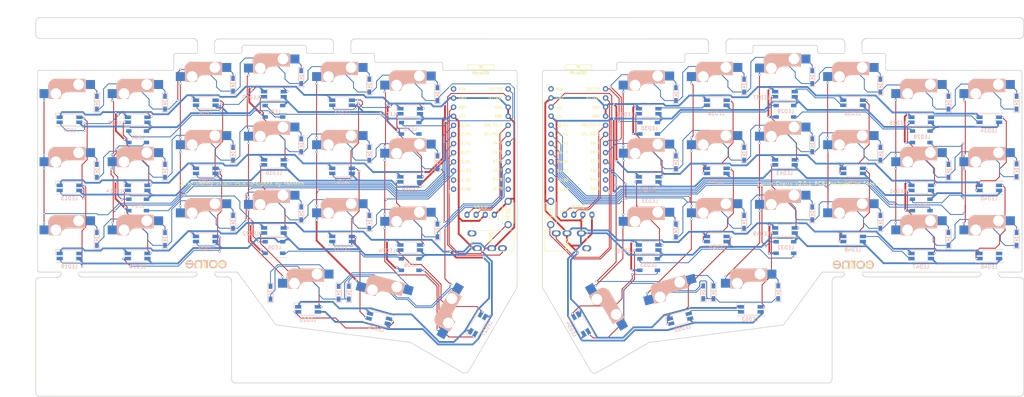
<source format=kicad_pcb>
(kicad_pcb (version 20221018) (generator pcbnew)
  (title_block (title "Corne Cherry") (date "2020-09-28") (rev "3.0.1") (company "foostan"))
  (layers (0 "F.Cu" signal) (31 "B.Cu" signal) (34 "B.Paste" user) (35 "F.Paste" user) (36 "B.SilkS" user "B.Silkscreen") (37 "F.SilkS" user "F.Silkscreen") (38 "B.Mask" user) (39 "F.Mask" user) (44 "Edge.Cuts" user))
  (net 0 "")
  (net 1 "row0")
  (net 2 "Net-(D1-Pad2)")
  (net 3 "row1")
  (net 4 "Net-(D2-Pad2)")
  (net 5 "row2")
  (net 6 "Net-(D3-Pad2)")
  (net 7 "row3")
  (net 8 "Net-(D4-Pad2)")
  (net 9 "Net-(D5-Pad2)")
  (net 10 "Net-(D6-Pad2)")
  (net 11 "Net-(D7-Pad2)")
  (net 12 "Net-(D8-Pad2)")
  (net 13 "Net-(D9-Pad2)")
  (net 14 "Net-(D10-Pad2)")
  (net 15 "Net-(D11-Pad2)")
  (net 16 "Net-(D12-Pad2)")
  (net 17 "Net-(D13-Pad2)")
  (net 18 "Net-(D14-Pad2)")
  (net 19 "Net-(D15-Pad2)")
  (net 20 "Net-(D16-Pad2)")
  (net 21 "Net-(D17-Pad2)")
  (net 22 "Net-(D18-Pad2)")
  (net 23 "Net-(D19-Pad2)")
  (net 24 "Net-(D20-Pad2)")
  (net 25 "Net-(D21-Pad2)")
  (net 26 "GND")
  (net 27 "VCC")
  (net 28 "col0")
  (net 29 "col1")
  (net 30 "col2")
  (net 31 "col3")
  (net 32 "col4")
  (net 33 "col5")
  (net 34 "LED")
  (net 35 "data")
  (net 36 "reset")
  (net 37 "SCL")
  (net 38 "SDA")
  (net 39 "Net-(U1-Pad14)")
  (net 40 "Net-(U1-Pad13)")
  (net 41 "Net-(U1-Pad12)")
  (net 42 "Net-(U1-Pad11)")
  (net 43 "Net-(U1-Pad24)")
  (net 44 "Net-(D22-Pad2)")
  (net 45 "row0_r")
  (net 46 "Net-(D23-Pad2)")
  (net 47 "Net-(D24-Pad2)")
  (net 48 "Net-(D25-Pad2)")
  (net 49 "Net-(D26-Pad2)")
  (net 50 "Net-(D27-Pad2)")
  (net 51 "row1_r")
  (net 52 "Net-(D28-Pad2)")
  (net 53 "Net-(D29-Pad2)")
  (net 54 "Net-(D30-Pad2)")
  (net 55 "Net-(D31-Pad2)")
  (net 56 "Net-(D32-Pad2)")
  (net 57 "Net-(D33-Pad2)")
  (net 58 "row2_r")
  (net 59 "Net-(D34-Pad2)")
  (net 60 "Net-(D35-Pad2)")
  (net 61 "Net-(D36-Pad2)")
  (net 62 "Net-(D37-Pad2)")
  (net 63 "Net-(D38-Pad2)")
  (net 64 "Net-(D39-Pad2)")
  (net 65 "Net-(D40-Pad2)")
  (net 66 "row3_r")
  (net 67 "Net-(D41-Pad2)")
  (net 68 "Net-(D42-Pad2)")
  (net 69 "data_r")
  (net 70 "SDA_r")
  (net 71 "SCL_r")
  (net 72 "LED_r")
  (net 73 "reset_r")
  (net 74 "col0_r")
  (net 75 "col1_r")
  (net 76 "col2_r")
  (net 77 "col3_r")
  (net 78 "col4_r")
  (net 79 "col5_r")
  (net 80 "VDD")
  (net 81 "GNDA")
  (net 82 "Net-(LED1-Pad2)")
  (net 83 "Net-(LED1-Pad4)")
  (net 84 "Net-(LED2-Pad4)")
  (net 85 "Net-(LED10-Pad2)")
  (net 86 "Net-(LED11-Pad4)")
  (net 87 "Net-(LED13-Pad4)")
  (net 88 "Net-(LED14-Pad2)")
  (net 89 "Net-(LED15-Pad4)")
  (net 90 "Net-(LED10-Pad4)")
  (net 91 "Net-(LED11-Pad2)")
  (net 92 "Net-(LED12-Pad4)")
  (net 93 "Net-(LED13-Pad2)")
  (net 94 "Net-(LED14-Pad4)")
  (net 95 "Net-(LED16-Pad4)")
  (net 96 "Net-(LED17-Pad2)")
  (net 97 "Net-(LED18-Pad4)")
  (net 98 "Net-(LED22-Pad4)")
  (net 99 "Net-(LED24-Pad4)")
  (net 100 "Net-(LED25-Pad4)")
  (net 101 "Net-(LED27-Pad4)")
  (net 102 "Net-(LED28-Pad2)")
  (net 103 "Net-(LED29-Pad4)")
  (net 104 "Net-(LED32-Pad2)")
  (net 105 "Net-(LED34-Pad2)")
  (net 106 "Net-(LED35-Pad4)")
  (net 107 "Net-(LED37-Pad4)")
  (net 108 "Net-(LED38-Pad2)")
  (net 109 "Net-(LED39-Pad4)")
  (net 110 "Net-(LED4-Pad2)")
  (net 111 "Net-(LED5-Pad2)")
  (net 112 "Net-(LED7-Pad4)")
  (net 113 "Net-(LED15-Pad2)")
  (net 114 "Net-(LED20-Pad4)")
  (net 115 "Net-(LED23-Pad2)")
  (net 116 "Net-(LED28-Pad4)")
  (net 117 "Net-(LED31-Pad2)")
  (net 118 "Net-(LED33-Pad2)")
  (net 119 "Net-(LED40-Pad2)")
  (net 120 "Net-(LED41-Pad4)")
  (net 121 "Net-(LED42-Pad2)")
  (net 122 "Net-(LED43-Pad4)")
  (net 123 "Net-(LED44-Pad2)")
  (net 124 "Net-(LED45-Pad4)")
  (net 125 "Net-(LED47-Pad4)")
  (net 126 "Net-(LED49-Pad4)")
  (net 127 "Net-(LED50-Pad2)")
  (net 128 "Net-(LED51-Pad4)")
  (net 129 "Net-(LED52-Pad4)")
  (net 130 "Net-(LED34-Pad4)")
  (net 131 "Net-(LED36-Pad4)")
  (net 132 "Net-(LED36-Pad2)")
  (net 133 "Net-(LED38-Pad4)")
  (net 134 "Net-(U2-Pad11)")
  (net 135 "Net-(U2-Pad12)")
  (net 136 "Net-(U2-Pad13)")
  (net 137 "Net-(U2-Pad14)")
  (net 138 "Net-(U2-Pad24)")
  (net 139 "Net-(J1-PadA)")
  (net 140 "Net-(J3-PadA)")
  (net 141 "Net-(LED19-Pad2)")
  (net 142 "Net-(LED46-Pad2)")
  (footprint "kbd:MJ-4PP-9_1side" (layer "F.Cu") (at 144.1345 74.292 -90)
    (fp_text reference "J1")
    (fp_text value "MJ-4PP-9" hide)
  )
  (footprint "kbd:OLED_1side" (layer "F.Cu") (at 130.9485 67.028)
    (fp_text reference "J2")
    (fp_text value "OLED" hide)
  )
  (footprint "kbd:ResetSW_1side" (layer "F.Cu") (at 142.4245 66.531 -90)
    (fp_text reference "RSW1" hide)
    (fp_text value "SW_PUSH")
  )
  (footprint "kbd:CherryMX_Hotswap" (layer "F.Cu") (at 39.1075 35.78)
    (fp_text reference "SW2" hide)
    (fp_text value "SW_PUSH" hide)
  )
  (footprint "kbd:CherryMX_Hotswap" (layer "F.Cu") (at 58.1075 31.03)
    (fp_text reference "SW3" hide)
    (fp_text value "SW_PUSH" hide)
  )
  (footprint "kbd:CherryMX_Hotswap" (layer "F.Cu") (at 77.1075 28.655)
    (fp_text reference "SW4" hide)
    (fp_text value "SW_PUSH" hide)
  )
  (footprint "kbd:CherryMX_Hotswap" (layer "F.Cu") (at 96.1075 31.03)
    (fp_text reference "SW5" hide)
    (fp_text value "SW_PUSH" hide)
  )
  (footprint "kbd:CherryMX_Hotswap" (layer "F.Cu") (at 20.1075 54.78)
    (fp_text reference "SW7" hide)
    (fp_text value "SW_PUSH" hide)
  )
  (footprint "kbd:CherryMX_Hotswap" (layer "F.Cu") (at 39.1075 54.78)
    (fp_text reference "SW8" hide)
    (fp_text value "SW_PUSH" hide)
  )
  (footprint "kbd:CherryMX_Hotswap" (layer "F.Cu") (at 58.1075 50.03)
    (fp_text reference "SW9" hide)
    (fp_text value "SW_PUSH" hide)
  )
  (footprint "kbd:CherryMX_Hotswap" (layer "F.Cu") (at 77.1075 47.655)
    (fp_text reference "SW10" hide)
    (fp_text value "SW_PUSH" hide)
  )
  (footprint "kbd:CherryMX_Hotswap" (layer "F.Cu") (at 96.1075 50.03)
    (fp_text reference "SW11" hide)
    (fp_text value "SW_PUSH" hide)
  )
  (footprint "kbd:CherryMX_Hotswap" (layer "F.Cu") (at 115.1075 52.405)
    (fp_text reference "SW12" hide)
    (fp_text value "SW_PUSH" hide)
  )
  (footprint "kbd:CherryMX_Hotswap" (layer "F.Cu") (at 20.1075 73.78)
    (fp_text reference "SW13" hide)
    (fp_text value "SW_PUSH" hide)
  )
  (footprint "kbd:CherryMX_Hotswap" (layer "F.Cu") (at 39.1075 73.78)
    (fp_text reference "SW14" hide)
    (fp_text value "SW_PUSH" hide)
  )
  (footprint "kbd:CherryMX_Hotswap" (layer "F.Cu") (at 58.1075 69.03)
    (fp_text reference "SW15" hide)
    (fp_text value "SW_PUSH" hide)
  )
  (footprint "kbd:CherryMX_Hotswap" (layer "F.Cu") (at 77.1075 66.655)
    (fp_text reference "SW16" hide)
    (fp_text value "SW_PUSH" hide)
  )
  (footprint "kbd:CherryMX_Hotswap" (layer "F.Cu") (at 96.1075 69.03)
    (fp_text reference "SW17" hide)
    (fp_text value "SW_PUSH" hide)
  )
  (footprint "kbd:CherryMX_Hotswap" (layer "F.Cu") (at 115.1075 71.405)
    (fp_text reference "SW18" hide)
    (fp_text value "SW_PUSH" hide)
  )
  (footprint "kbd:CherryMX_Hotswap" (layer "F.Cu") (at 86.6075 88.655)
    (fp_text reference "SW19" hide)
    (fp_text value "SW_PUSH" hide)
  )
  (footprint "kbd:CherryMX_Hotswap" (layer "F.Cu") (at 107.6075 91.405 -15)
    (fp_text reference "SW20" hide)
    (fp_text value "SW_PUSH" hide)
  )
  (footprint "kbd:CherryMX_Hotswap_1.5u" (layer "F.Cu") (at 129.8575 95.155 60)
    (fp_text reference "SW21" hide)
    (fp_text value "SW_PUSH" hide)
  )
  (footprint "kbd:CherryMX_Hotswap_1.5u" (layer "F.Cu") (at 166.8645 95.15 -60)
    (fp_text reference "SW42" hide)
    (fp_text value "SW_PUSH" hide)
  )
  (footprint "kbd:MJ-4PP-9_1side" (layer "F.Cu") (at 152.5375 74.27 90)
    (fp_text reference "J3")
    (fp_text value "MJ-4PP-9" hide)
  )
  (footprint "kbd:OLED_1side" (layer "F.Cu") (at 158.1775 67.02)
    (fp_text reference "J4")
    (fp_text value "OLED" hide)
  )
  (footprint "kbd:ResetSW_1side" (layer "F.Cu") (at 154.3045 66.522 -90)
    (fp_text reference "RSW2" hide)
    (fp_text value "SW_PUSH")
  )
  (footprint "kbd:CherryMX_Hotswap" (layer "F.Cu") (at 219.6145 66.65)
    (fp_text reference "SW37" hide)
    (fp_text value "SW_PUSH" hide)
  )
  (footprint "kbd:CherryMX_Hotswap" (layer "F.Cu") (at 200.6145 69.025)
    (fp_text reference "SW38" hide)
    (fp_text value "SW_PUSH" hide)
  )
  (footprint "kbd:CherryMX_Hotswap" (layer "F.Cu") (at 181.6145 71.4)
    (fp_text reference "SW39" hide)
    (fp_text value "SW_PUSH" hide)
  )
  (footprint "kbd:CherryMX_Hotswap" (layer "F.Cu") (at 210.1145 88.65)
    (fp_text reference "SW40" hide)
    (fp_text value "SW_PUSH" hide)
  )
  (footprint "kbd:CherryMX_Hotswap" (layer "F.Cu") (at 189.1145 91.4 15)
    (fp_text reference "SW41" hide)
    (fp_text value "SW_PUSH" hide)
  )
  (footprint "kbd:CherryMX_Hotswap" (layer "F.Cu") (at 219.6145 28.65)
    (fp_text reference "SW25" hide)
    (fp_text value "SW_PUSH" hide)
  )
  (footprint "kbd:CherryMX_Hotswap" (layer "F.Cu") (at 200.6145 31.025)
    (fp_text reference "SW26" hide)
    (fp_text value "SW_PUSH" hide)
  )
  (footprint "kbd:CherryMX_Hotswap" (layer "F.Cu") (at 276.6145 54.775)
    (fp_text reference "SW28" hide)
    (fp_text value "SW_PUSH" hide)
  )
  (footprint "kbd:CherryMX_Hotswap" (layer "F.Cu") (at 238.6145 31.025)
    (fp_text reference "SW24" hide)
    (fp_text value "SW_PUSH" hide)
  )
  (footprint "kbd:CherryMX_Hotswap" (layer "F.Cu") (at 257.6145 54.775)
    (fp_text reference "SW29" hide)
    (fp_text value "SW_PUSH" hide)
  )
  (footprint "kbd:CherryMX_Hotswap" (layer "F.Cu") (at 257.6145 73.775)
    (fp_text reference "SW35" hide)
    (fp_text value "SW_PUSH" hide)
  )
  (footprint "kbd:CherryMX_Hotswap" (layer "F.Cu") (at 238.6145 69.025)
    (fp_text reference "SW36" hide)
    (fp_text value "SW_PUSH" hide)
  )
  (footprint "kbd:CherryMX_Hotswap" (layer "F.Cu") (at 276.6145 35.775)
    (fp_text reference "SW22" hide)
    (fp_text value "SW_PUSH" hide)
  )
  (footprint "kbd:CherryMX_Hotswap" (layer "F.Cu") (at 257.6145 35.775)
    (fp_text reference "SW23" hide)
    (fp_text value "SW_PUSH" hide)
  )
  (footprint "kbd:CherryMX_Hotswap" (layer "F.Cu") (at 238.6145 50.025)
    (fp_text reference "SW30" hide)
    (fp_text value "SW_PUSH" hide)
  )
  (footprint "kbd:CherryMX_Hotswap" (layer "F.Cu") (at 219.6145 47.65)
    (fp_text reference "SW31" hide)
    (fp_text value "SW_PUSH" hide)
  )
  (footprint "kbd:CherryMX_Hotswap" (layer "F.Cu") (at 200.6145 50.025)
    (fp_text reference "SW32" hide)
    (fp_text value "SW_PUSH" hide)
  )
  (footprint "kbd:CherryMX_Hotswap" (layer "F.Cu") (at 181.6145 52.4)
    (fp_text reference "SW33" hide)
    (fp_text value "SW_PUSH" hide)
  )
  (footprint "kbd:CherryMX_Hotswap" (layer "F.Cu") (at 276.6145 73.775)
    (fp_text reference "SW34" hide)
    (fp_text value "SW_PUSH" hide)
  )
  (footprint "kbd:CherryMX_Hotswap" (layer "F.Cu") (at 20.1075 35.78)
    (fp_text reference "SW1" hide)
    (fp_text value "SW_PUSH" hide)
  )
  (footprint "kbd:M2_HOLE_v2" (layer "F.Cu") (at 105.5755 41.7655)
    (fp_text reference "Ref**" hide)
    (fp_text value "Val**" hide)
  )
  (footprint "kbd:M2_HOLE_v2" (layer "F.Cu") (at 72.7645 81.5205)
    (fp_text reference "Ref**" hide)
    (fp_text value "Val**" hide)
  )
  (footprint "kbd:M2_HOLE_v2" (layer "F.Cu") (at 119.3305 89.135)
    (fp_text reference "Ref**" hide)
    (fp_text value "Val**" hide)
  )
  (footprint "kbd:M2_HOLE_v2" (layer "F.Cu") (at 127.8695 74.254)
    (fp_text reference "Ref**" hide)
    (fp_text value "Val**" hide)
  )
  (footprint "kbd:M2_HOLE_v2" (layer "F.Cu") (at 142.3015 82.775)
    (fp_text reference "Ref**" hide)
    (fp_text value "Val**" hide)
  )
  (footprint "kbd:M2_HOLE_v2" (layer "F.Cu") (at 177.3895 89.145 180)
    (fp_text reference "Ref**" hide)
    (fp_text value "Val**" hide)
  )
  (footprint "kbd:M2_HOLE_v2" (layer "F.Cu") (at 223.9555 81.5305 180)
    (fp_text reference "Ref**" hide)
    (fp_text value "Val**" hide)
  )
  (footprint "kbd:M2_HOLE_v2" (layer "F.Cu") (at 267.0995 45.2655 180)
    (fp_text reference "Ref**" hide)
    (fp_text value "Val**" hide)
  )
  (footprint "kbd:M2_HOLE_v2" (layer "F.Cu") (at 191.1445 41.7755 180)
    (fp_text reference "Ref**" hide)
    (fp_text value "Val**" hide)
  )
  (footprint "kbd:CherryMX_Hotswap" (layer "F.Cu") (at 115.1075 33.405)
    (fp_text reference "SW6" hide)
    (fp_text value "SW_PUSH" hide)
  )
  (footprint "kbd:CherryMX_Hotswap" (layer "F.Cu") (at 181.6075 33.405)
    (fp_text reference "SW27" hide)
    (fp_text value "SW_PUSH" hide)
  )
  (footprint "kbd:M2_HOLE_v2" (layer "F.Cu") (at 27.5195 54.1395)
    (fp_text reference "Ref**" hide)
    (fp_text value "Val**" hide)
  )
  (footprint "kbd:ProMicro_v3" (layer "F.Cu") (at 134.8125 46.42)
    (fp_text reference "U1" hide)
    (fp_text value "ProMicro" hide)
  )
  (footprint "kbd:ProMicro_v3" (layer "F.Cu") (at 161.9875 46.39)
    (fp_text reference "U2" hide)
    (fp_text value "ProMicro" hide)
  )
  (footprint "kbd:M2_HOLE_v2" (layer "F.Cu") (at 29.6075 45.28)
    (fp_text reference "Ref**" hide)
    (fp_text value "Val**" hide)
  )
  (footprint "kbd:Breakaway_Tabs" (layer "F.Cu") (at 58.23675 21.869)
    (fp_text reference "REF**")
    (fp_text value "Breakaway_Tabs")
  )
  (footprint "kbd:Breakaway_Tabs" (layer "F.Cu") (at 96.2075 21.873)
    (fp_text reference "REF**")
    (fp_text value "Breakaway_Tabs")
  )
  (footprint "kbd:Breakaway_Tabs" (layer "F.Cu") (at 20.1625 83.176)
    (fp_text reference "REF**")
    (fp_text value "Breakaway_Tabs")
  )
  (footprint "kbd:Breakaway_Tabs" (layer "F.Cu") (at 58.1235 83.178)
    (fp_text reference "REF**")
    (fp_text value "Breakaway_Tabs")
  )
  (footprint "kbd:corne-logo-horizontal" (layer "F.Cu") (at 58.2675 80.89)
    (fp_text reference "G***" hide)
    (fp_text value "LOGO" hide)
  )
  (footprint "kbd:corne-logo-horizontal" (layer "F.Cu") (at 238.7775 81.04)
    (fp_text reference "G***" hide)
    (fp_text value "LOGO" hide)
  )
  (footprint "kbd:D3_SMD_v2" (layer "B.Cu") (at 27.7345 35.776875 90)
    (fp_text reference "D1" hide)
    (fp_text value "D" hide)
  )
  (footprint "kbd:D3_SMD_v2" (layer "B.Cu") (at 46.7345 35.78 90)
    (fp_text reference "D2" hide)
    (fp_text value "D" hide)
  )
  (footprint "kbd:D3_SMD_v2" (layer "B.Cu") (at 65.7075 30.78 90)
    (fp_text reference "D3" hide)
    (fp_text value "D" hide)
  )
  (footprint "kbd:D3_SMD_v2" (layer "B.Cu") (at 84.7075 28.655 90)
    (fp_text reference "D4" hide)
    (fp_text value "D" hide)
  )
  (footprint "kbd:D3_SMD_v2" (layer "B.Cu") (at 103.7075 31.03 90)
    (fp_text reference "D5" hide)
    (fp_text value "D" hide)
  )
  (footprint "kbd:D3_SMD_v2" (layer "B.Cu") (at 122.7075 33.405 90)
    (fp_text reference "D6" hide)
    (fp_text value "D" hide)
  )
  (footprint "kbd:D3_SMD_v2" (layer "B.Cu") (at 27.7345 54.776875 90)
    (fp_text reference "D7" hide)
    (fp_text value "D" hide)
  )
  (footprint "kbd:D3_SMD_v2" (layer "B.Cu") (at 46.7345 54.78 90)
    (fp_text reference "D8" hide)
    (fp_text value "D" hide)
  )
  (footprint "kbd:D3_SMD_v2" (layer "B.Cu") (at 65.7075 50.03 90)
    (fp_text reference "D9" hide)
    (fp_text value "D" hide)
  )
  (footprint "kbd:D3_SMD_v2" (layer "B.Cu") (at 84.7075 47.655 90)
    (fp_text reference "D10" hide)
    (fp_text value "D" hide)
  )
  (footprint "kbd:D3_SMD_v2" (layer "B.Cu") (at 103.7075 50.03 90)
    (fp_text reference "D11" hide)
    (fp_text value "D" hide)
  )
  (footprint "kbd:D3_SMD_v2" (layer "B.Cu") (at 122.7075 52.405 90)
    (fp_text reference "D12" hide)
    (fp_text value "D" hide)
  )
  (footprint "kbd:D3_SMD_v2" (layer "B.Cu") (at 27.7345 73.776875 90)
    (fp_text reference "D13" hide)
    (fp_text value "D" hide)
  )
  (footprint "kbd:D3_SMD_v2" (layer "B.Cu") (at 46.7345 73.78 90)
    (fp_text reference "D14" hide)
    (fp_text value "D" hide)
  )
  (footprint "kbd:D3_SMD_v2" (layer "B.Cu") (at 65.7075 69.03 90)
    (fp_text reference "D15" hide)
    (fp_text value "D" hide)
  )
  (footprint "kbd:D3_SMD_v2" (layer "B.Cu") (at 84.7075 66.655 90)
    (fp_text reference "D16" hide)
    (fp_text value "D" hide)
  )
  (footprint "kbd:D3_SMD_v2" (layer "B.Cu") (at 103.7075 69.03 90)
    (fp_text reference "D17" hide)
    (fp_text value "D" hide)
  )
  (footprint "kbd:D3_SMD_v2" (layer "B.Cu") (at 122.7075 71.405 90)
    (fp_text reference "D18" hide)
    (fp_text value "D" hide)
  )
  (footprint "kbd:D3_SMD_v2" (layer "B.Cu") (at 76.1575 88.77 90)
    (fp_text reference "D19" hide)
    (fp_text value "D" hide)
  )
  (footprint "kbd:D3_SMD_v2" (layer "B.Cu") (at 95.1645 88.765 90)
    (fp_text reference "D20" hide)
    (fp_text value "D" hide)
  )
  (footprint "kbd:D3_SMD_v2" (layer "B.Cu") (at 98.0075 88.765 90)
    (fp_text reference "D21" hide)
    (fp_text value "D" hide)
  )
  (footprint "kbd:YS-SK6812MINI-E" (layer "B.Cu") (at 20.1075 40.53)
    (fp_text reference "LED7")
    (fp_text value "YS-SK6812MINI-E")
    (fp_line (start -1.8 -1.55) (end 1.8 -1.55) (stroke (width 0.12)) (layer "Edge.Cuts"))
    (fp_line (start -1.8 1.55) (end -1.8 -1.55) (stroke (width 0.12)) (layer "Edge.Cuts"))
    (fp_line (start 1.8 -1.55) (end 1.8 1.55) (stroke (width 0.12)) (layer "Edge.Cuts"))
    (fp_line (start 1.8 1.55) (end -1.8 1.55) (stroke (width 0.12)) (layer "Edge.Cuts"))
  )
  (footprint "kbd:YS-SK6812MINI-E" (layer "B.Cu") (at 39.1075 40.53)
    (fp_text reference "LED8")
    (fp_text value "YS-SK6812MINI-E")
    (fp_line (start -1.8 -1.55) (end 1.8 -1.55) (stroke (width 0.12)) (layer "Edge.Cuts"))
    (fp_line (start -1.8 1.55) (end -1.8 -1.55) (stroke (width 0.12)) (layer "Edge.Cuts"))
    (fp_line (start 1.8 -1.55) (end 1.8 1.55) (stroke (width 0.12)) (layer "Edge.Cuts"))
    (fp_line (start 1.8 1.55) (end -1.8 1.55) (stroke (width 0.12)) (layer "Edge.Cuts"))
  )
  (footprint "kbd:YS-SK6812MINI-E" (layer "B.Cu") (at 58.1075 35.78)
    (fp_text reference "LED9")
    (fp_text value "YS-SK6812MINI-E")
    (fp_line (start -1.8 -1.55) (end 1.8 -1.55) (stroke (width 0.12)) (layer "Edge.Cuts"))
    (fp_line (start -1.8 1.55) (end -1.8 -1.55) (stroke (width 0.12)) (layer "Edge.Cuts"))
    (fp_line (start 1.8 -1.55) (end 1.8 1.55) (stroke (width 0.12)) (layer "Edge.Cuts"))
    (fp_line (start 1.8 1.55) (end -1.8 1.55) (stroke (width 0.12)) (layer "Edge.Cuts"))
  )
  (footprint "kbd:YS-SK6812MINI-E" (layer "B.Cu") (at 77.1075 33.405)
    (fp_text reference "LED10")
    (fp_text value "YS-SK6812MINI-E")
    (fp_line (start -1.8 -1.55) (end 1.8 -1.55) (stroke (width 0.12)) (layer "Edge.Cuts"))
    (fp_line (start -1.8 1.55) (end -1.8 -1.55) (stroke (width 0.12)) (layer "Edge.Cuts"))
    (fp_line (start 1.8 -1.55) (end 1.8 1.55) (stroke (width 0.12)) (layer "Edge.Cuts"))
    (fp_line (start 1.8 1.55) (end -1.8 1.55) (stroke (width 0.12)) (layer "Edge.Cuts"))
  )
  (footprint "kbd:YS-SK6812MINI-E" (layer "B.Cu") (at 96.1075 35.78)
    (fp_text reference "LED11")
    (fp_text value "YS-SK6812MINI-E")
    (fp_line (start -1.8 -1.55) (end 1.8 -1.55) (stroke (width 0.12)) (layer "Edge.Cuts"))
    (fp_line (start -1.8 1.55) (end -1.8 -1.55) (stroke (width 0.12)) (layer "Edge.Cuts"))
    (fp_line (start 1.8 -1.55) (end 1.8 1.55) (stroke (width 0.12)) (layer "Edge.Cuts"))
    (fp_line (start 1.8 1.55) (end -1.8 1.55) (stroke (width 0.12)) (layer "Edge.Cuts"))
  )
  (footprint "kbd:YS-SK6812MINI-E" (layer "B.Cu") (at 115.1075 38.155)
    (fp_text reference "LED12")
    (fp_text value "YS-SK6812MINI-E")
    (fp_line (start -1.8 -1.55) (end 1.8 -1.55) (stroke (width 0.12)) (layer "Edge.Cuts"))
    (fp_line (start -1.8 1.55) (end -1.8 -1.55) (stroke (width 0.12)) (layer "Edge.Cuts"))
    (fp_line (start 1.8 -1.55) (end 1.8 1.55) (stroke (width 0.12)) (layer "Edge.Cuts"))
    (fp_line (start 1.8 1.55) (end -1.8 1.55) (stroke (width 0.12)) (layer "Edge.Cuts"))
  )
  (footprint "kbd:YS-SK6812MINI-E" (layer "B.Cu") (at 20.1075 59.53)
    (fp_text reference "LED13")
    (fp_text value "YS-SK6812MINI-E")
    (fp_line (start -1.8 -1.55) (end 1.8 -1.55) (stroke (width 0.12)) (layer "Edge.Cuts"))
    (fp_line (start -1.8 1.55) (end -1.8 -1.55) (stroke (width 0.12)) (layer "Edge.Cuts"))
    (fp_line (start 1.8 -1.55) (end 1.8 1.55) (stroke (width 0.12)) (layer "Edge.Cuts"))
    (fp_line (start 1.8 1.55) (end -1.8 1.55) (stroke (width 0.12)) (layer "Edge.Cuts"))
  )
  (footprint "kbd:YS-SK6812MINI-E" (layer "B.Cu") (at 39.1075 59.53)
    (fp_text reference "LED14")
    (fp_text value "YS-SK6812MINI-E")
    (fp_line (start -1.8 -1.55) (end 1.8 -1.55) (stroke (width 0.12)) (layer "Edge.Cuts"))
    (fp_line (start -1.8 1.55) (end -1.8 -1.55) (stroke (width 0.12)) (layer "Edge.Cuts"))
    (fp_line (start 1.8 -1.55) (end 1.8 1.55) (stroke (width 0.12)) (layer "Edge.Cuts"))
    (fp_line (start 1.8 1.55) (end -1.8 1.55) (stroke (width 0.12)) (layer "Edge.Cuts"))
  )
  (footprint "kbd:YS-SK6812MINI-E" (layer "B.Cu") (at 58.1075 54.78)
    (fp_text reference "LED15")
    (fp_text value "YS-SK6812MINI-E")
    (fp_line (start -1.8 -1.55) (end 1.8 -1.55) (stroke (width 0.12)) (layer "Edge.Cuts"))
    (fp_line (start -1.8 1.55) (end -1.8 -1.55) (stroke (width 0.12)) (layer "Edge.Cuts"))
    (fp_line (start 1.8 -1.55) (end 1.8 1.55) (stroke (width 0.12)) (layer "Edge.Cuts"))
    (fp_line (start 1.8 1.55) (end -1.8 1.55) (stroke (width 0.12)) (layer "Edge.Cuts"))
  )
  (footprint "kbd:YS-SK6812MINI-E" (layer "B.Cu") (at 77.1075 52.405)
    (fp_text reference "LED16")
    (fp_text value "YS-SK6812MINI-E")
    (fp_line (start -1.8 -1.55) (end 1.8 -1.55) (stroke (width 0.12)) (layer "Edge.Cuts"))
    (fp_line (start -1.8 1.55) (end -1.8 -1.55) (stroke (width 0.12)) (layer "Edge.Cuts"))
    (fp_line (start 1.8 -1.55) (end 1.8 1.55) (stroke (width 0.12)) (layer "Edge.Cuts"))
    (fp_line (start 1.8 1.55) (end -1.8 1.55) (stroke (width 0.12)) (layer "Edge.Cuts"))
  )
  (footprint "kbd:YS-SK6812MINI-E" (layer "B.Cu") (at 96.1075 54.78)
    (fp_text reference "LED17")
    (fp_text value "YS-SK6812MINI-E")
    (fp_line (start -1.8 -1.55) (end 1.8 -1.55) (stroke (width 0.12)) (layer "Edge.Cuts"))
    (fp_line (start -1.8 1.55) (end -1.8 -1.55) (stroke (width 0.12)) (layer "Edge.Cuts"))
    (fp_line (start 1.8 -1.55) (end 1.8 1.55) (stroke (width 0.12)) (layer "Edge.Cuts"))
    (fp_line (start 1.8 1.55) (end -1.8 1.55) (stroke (width 0.12)) (layer "Edge.Cuts"))
  )
  (footprint "kbd:YS-SK6812MINI-E" (layer "B.Cu") (at 115.1075 57.155)
    (fp_text reference "LED18")
    (fp_text value "YS-SK6812MINI-E")
    (fp_line (start -1.8 -1.55) (end 1.8 -1.55) (stroke (width 0.12)) (layer "Edge.Cuts"))
    (fp_line (start -1.8 1.55) (end -1.8 -1.55) (stroke (width 0.12)) (layer "Edge.Cuts"))
    (fp_line (start 1.8 -1.55) (end 1.8 1.55) (stroke (width 0.12)) (layer "Edge.Cuts"))
    (fp_line (start 1.8 1.55) (end -1.8 1.55) (stroke (width 0.12)) (layer "Edge.Cuts"))
  )
  (footprint "kbd:YS-SK6812MINI-E" (layer "B.Cu") (at 20.1075 78.53)
    (fp_text reference "LED19")
    (fp_text value "YS-SK6812MINI-E")
    (fp_line (start -1.8 -1.55) (end 1.8 -1.55) (stroke (width 0.12)) (layer "Edge.Cuts"))
    (fp_line (start -1.8 1.55) (end -1.8 -1.55) (stroke (width 0.12)) (layer "Edge.Cuts"))
    (fp_line (start 1.8 -1.55) (end 1.8 1.55) (stroke (width 0.12)) (layer "Edge.Cuts"))
    (fp_line (start 1.8 1.55) (end -1.8 1.55) (stroke (width 0.12)) (layer "Edge.Cuts"))
  )
  (footprint "kbd:YS-SK6812MINI-E" (layer "B.Cu") (at 39.1075 78.53)
    (fp_text reference "LED20")
    (fp_text value "YS-SK6812MINI-E")
    (fp_line (start -1.8 -1.55) (end 1.8 -1.55) (stroke (width 0.12)) (layer "Edge.Cuts"))
    (fp_line (start -1.8 1.55) (end -1.8 -1.55) (stroke (width 0.12)) (layer "Edge.Cuts"))
    (fp_line (start 1.8 -1.55) (end 1.8 1.55) (stroke (width 0.12)) (layer "Edge.Cuts"))
    (fp_line (start 1.8 1.55) (end -1.8 1.55) (stroke (width 0.12)) (layer "Edge.Cuts"))
  )
  (footprint "kbd:YS-SK6812MINI-E" (layer "B.Cu") (at 58.1075 73.78)
    (fp_text reference "LED21")
    (fp_text value "YS-SK6812MINI-E")
    (fp_line (start -1.8 -1.55) (end 1.8 -1.55) (stroke (width 0.12)) (layer "Edge.Cuts"))
    (fp_line (start -1.8 1.55) (end -1.8 -1.55) (stroke (width 0.12)) (layer "Edge.Cuts"))
    (fp_line (start 1.8 -1.55) (end 1.8 1.55) (stroke (width 0.12)) (layer "Edge.Cuts"))
    (fp_line (start 1.8 1.55) (end -1.8 1.55) (stroke (width 0.12)) (layer "Edge.Cuts"))
  )
  (footprint "kbd:YS-SK6812MINI-E" (layer "B.Cu") (at 77.1075 71.405)
    (fp_text reference "LED22")
    (fp_text value "YS-SK6812MINI-E")
    (fp_line (start -1.8 -1.55) (end 1.8 -1.55) (stroke (width 0.12)) (layer "Edge.Cuts"))
    (fp_line (start -1.8 1.55) (end -1.8 -1.55) (stroke (width 0.12)) (layer "Edge.Cuts"))
    (fp_line (start 1.8 -1.55) (end 1.8 1.55) (stroke (width 0.12)) (layer "Edge.Cuts"))
    (fp_line (start 1.8 1.55) (end -1.8 1.55) (stroke (width 0.12)) (layer "Edge.Cuts"))
  )
  (footprint "kbd:YS-SK6812MINI-E" (layer "B.Cu") (at 115.1075 76.155)
    (fp_text reference "LED24")
    (fp_text value "YS-SK6812MINI-E")
    (fp_line (start -1.8 -1.55) (end 1.8 -1.55) (stroke (width 0.12)) (layer "Edge.Cuts"))
    (fp_line (start -1.8 1.55) (end -1.8 -1.55) (stroke (width 0.12)) (layer "Edge.Cuts"))
    (fp_line (start 1.8 -1.55) (end 1.8 1.55) (stroke (width 0.12)) (layer "Edge.Cuts"))
    (fp_line (start 1.8 1.55) (end -1.8 1.55) (stroke (width 0.12)) (layer "Edge.Cuts"))
  )
  (footprint "kbd:YS-SK6812MINI-E" (layer "B.Cu") (at 133.971121 97.53 60)
    (fp_text reference "LED27")
    (fp_text value "YS-SK6812MINI-E")
    (fp_line (start -1.8 -1.55) (end 1.8 -1.55) (stroke (width 0.12)) (layer "Edge.Cuts"))
    (fp_line (start -1.8 1.55) (end -1.8 -1.55) (stroke (width 0.12)) (layer "Edge.Cuts"))
    (fp_line (start 1.8 -1.55) (end 1.8 1.55) (stroke (width 0.12)) (layer "Edge.Cuts"))
    (fp_line (start 1.8 1.55) (end -1.8 1.55) (stroke (width 0.12)) (layer "Edge.Cuts"))
  )
  (footprint "LED_SMD:LED_WS2812B_PLCC4_5.0x5.0mm_P3.2mm" (layer "B.Cu") (at 39.1075 45.28 180)
    (fp_text reference "LED1")
    (fp_text value "WS2812B")
  )
  (footprint "LED_SMD:LED_WS2812B_PLCC4_5.0x5.0mm_P3.2mm" (layer "B.Cu") (at 77.1075 38.155 180)
    (fp_text reference "LED2")
    (fp_text value "WS2812B")
  )
  (footprint "LED_SMD:LED_WS2812B_PLCC4_5.0x5.0mm_P3.2mm" (layer "B.Cu") (at 115.1075 42.905 180)
    (fp_text reference "LED3")
    (fp_text value "WS2812B")
  )
  (footprint "LED_SMD:LED_WS2812B_PLCC4_5.0x5.0mm_P3.2mm" (layer "B.Cu") (at 77.1075 76.155 180)
    (fp_text reference "LED5")
    (fp_text value "WS2812B")
  )
  (footprint "LED_SMD:LED_WS2812B_PLCC4_5.0x5.0mm_P3.2mm" (layer "B.Cu") (at 115.1075 80.905 180)
    (fp_text reference "LED6")
    (fp_text value "WS2812B")
  )
  (footprint "LED_SMD:LED_WS2812B_PLCC4_5.0x5.0mm_P3.2mm" (layer "B.Cu") (at 257.6075 45.28 180)
    (fp_text reference "LED28")
    (fp_text value "WS2812B")
  )
  (footprint "LED_SMD:LED_WS2812B_PLCC4_5.0x5.0mm_P3.2mm" (layer "B.Cu") (at 219.6075 38.155 180)
    (fp_text reference "LED29")
    (fp_text value "WS2812B")
  )
  (footprint "LED_SMD:LED_WS2812B_PLCC4_5.0x5.0mm_P3.2mm" (layer "B.Cu") (at 181.6075 42.905 180)
    (fp_text reference "LED30")
    (fp_text value "WS2812B")
  )
  (footprint "LED_SMD:LED_WS2812B_PLCC4_5.0x5.0mm_P3.2mm" (layer "B.Cu") (at 257.6075 64.28 180)
    (fp_text reference "LED31")
    (fp_text value "WS2812B")
  )
  (footprint "LED_SMD:LED_WS2812B_PLCC4_5.0x5.0mm_P3.2mm" (layer "B.Cu") (at 219.6075 76.155 180)
    (fp_text reference "LED32")
    (fp_text value "WS2812B")
  )
  (footprint "LED_SMD:LED_WS2812B_PLCC4_5.0x5.0mm_P3.2mm" (layer "B.Cu") (at 181.6075 80.905 180)
    (fp_text reference "LED33")
    (fp_text value "WS2812B")
  )
  (footprint "kbd:YS-SK6812MINI-E" (layer "B.Cu") (at 219.6075 52.405)
    (fp_text reference "LED43")
    (fp_text value "YS-SK6812MINI-E")
    (fp_line (start -1.8 -1.55) (end 1.8 -1.55) (stroke (width 0.12)) (layer "Edge.Cuts"))
    (fp_line (start -1.8 1.55) (end -1.8 -1.55) (stroke (width 0.12)) (layer "Edge.Cuts"))
    (fp_line (start 1.8 -1.55) (end 1.8 1.55) (stroke (width 0.12)) (layer "Edge.Cuts"))
    (fp_line (start 1.8 1.55) (end -1.8 1.55) (stroke (width 0.12)) (layer "Edge.Cuts"))
  )
  (footprint "kbd:YS-SK6812MINI-E" (layer "B.Cu") (at 200.6075 54.78)
    (fp_text reference "LED44")
    (fp_text value "YS-SK6812MINI-E")
    (fp_line (start -1.8 -1.55) (end 1.8 -1.55) (stroke (width 0.12)) (layer "Edge.Cuts"))
    (fp_line (start -1.8 1.55) (end -1.8 -1.55) (stroke (width 0.12)) (layer "Edge.Cuts"))
    (fp_line (start 1.8 -1.55) (end 1.8 1.55) (stroke (width 0.12)) (layer "Edge.Cuts"))
    (fp_line (start 1.8 1.55) (end -1.8 1.55) (stroke (width 0.12)) (layer "Edge.Cuts"))
  )
  (footprint "kbd:YS-SK6812MINI-E" (layer "B.Cu") (at 181.6075 57.155)
    (fp_text reference "LED45")
    (fp_text value "YS-SK6812MINI-E")
    (fp_line (start -1.8 -1.55) (end 1.8 -1.55) (stroke (width 0.12)) (layer "Edge.Cuts"))
    (fp_line (start -1.8 1.55) (end -1.8 -1.55) (stroke (width 0.12)) (layer "Edge.Cuts"))
    (fp_line (start 1.8 -1.55) (end 1.8 1.55) (stroke (width 0.12)) (layer "Edge.Cuts"))
    (fp_line (start 1.8 1.55) (end -1.8 1.55) (stroke (width 0.12)) (layer "Edge.Cuts"))
  )
  (footprint "kbd:YS-SK6812MINI-E" (layer "B.Cu") (at 276.6075 78.53)
    (fp_text reference "LED46")
    (fp_text value "YS-SK6812MINI-E")
    (fp_line (start -1.8 -1.55) (end 1.8 -1.55) (stroke (width 0.12)) (layer "Edge.Cuts"))
    (fp_line (start -1.8 1.55) (end -1.8 -1.55) (stroke (width 0.12)) (layer "Edge.Cuts"))
    (fp_line (start 1.8 -1.55) (end 1.8 1.55) (stroke (width 0.12)) (layer "Edge.Cuts"))
    (fp_line (start 1.8 1.55) (end -1.8 1.55) (stroke (width 0.12)) (layer "Edge.Cuts"))
  )
  (footprint "kbd:YS-SK6812MINI-E" (layer "B.Cu") (at 257.6075 78.53)
    (fp_text reference "LED47")
    (fp_text value "YS-SK6812MINI-E")
    (fp_line (start -1.8 -1.55) (end 1.8 -1.55) (stroke (width 0.12)) (layer "Edge.Cuts"))
    (fp_line (start -1.8 1.55) (end -1.8 -1.55) (stroke (width 0.12)) (layer "Edge.Cuts"))
    (fp_line (start 1.8 -1.55) (end 1.8 1.55) (stroke (width 0.12)) (layer "Edge.Cuts"))
    (fp_line (start 1.8 1.55) (end -1.8 1.55) (stroke (width 0.12)) (layer "Edge.Cuts"))
  )
  (footprint "kbd:YS-SK6812MINI-E" (layer "B.Cu") (at 238.6075 73.78)
    (fp_text reference "LED48")
    (fp_text value "YS-SK6812MINI-E")
    (fp_line (start -1.8 -1.55) (end 1.8 -1.55) (stroke (width 0.12)) (layer "Edge.Cuts"))
    (fp_line (start -1.8 1.55) (end -1.8 -1.55) (stroke (width 0.12)) (layer "Edge.Cuts"))
    (fp_line (start 1.8 -1.55) (end 1.8 1.55) (stroke (width 0.12)) (layer "Edge.Cuts"))
    (fp_line (start 1.8 1.55) (end -1.8 1.55) (stroke (width 0.12)) (layer "Edge.Cuts"))
  )
  (footprint "kbd:YS-SK6812MINI-E" (layer "B.Cu") (at 219.6075 71.405)
    (fp_text reference "LED49")
    (fp_text value "YS-SK6812MINI-E")
    (fp_line (start -1.8 -1.55) (end 1.8 -1.55) (stroke (width 0.12)) (layer "Edge.Cuts"))
    (fp_line (start -1.8 1.55) (end -1.8 -1.55) (stroke (width 0.12)) (layer "Edge.Cuts"))
    (fp_line (start 1.8 -1.55) (end 1.8 1.55) (stroke (width 0.12)) (layer "Edge.Cuts"))
    (fp_line (start 1.8 1.55) (end -1.8 1.55) (stroke (width 0.12)) (layer "Edge.Cuts"))
  )
  (footprint "kbd:YS-SK6812MINI-E" (layer "B.Cu") (at 200.6075 73.78)
    (fp_text reference "LED50")
    (fp_text value "YS-SK6812MINI-E")
    (fp_line (start -1.8 -1.55) (end 1.8 -1.55) (stroke (width 0.12)) (layer "Edge.Cuts"))
    (fp_line (start -1.8 1.55) (end -1.8 -1.55) (stroke (width 0.12)) (layer "Edge.Cuts"))
    (fp_line (start 1.8 -1.55) (end 1.8 1.55) (stroke (width 0.12)) (layer "Edge.Cuts"))
    (fp_line (start 1.8 1.55) (end -1.8 1.55) (stroke (width 0.12)) (layer "Edge.Cuts"))
  )
  (footprint "kbd:YS-SK6812MINI-E" (layer "B.Cu") (at 181.6075 76.155)
    (fp_text reference "LED51")
    (fp_text value "YS-SK6812MINI-E")
    (fp_line (start -1.8 -1.55) (end 1.8 -1.55) (stroke (width 0.12)) (layer "Edge.Cuts"))
    (fp_line (start -1.8 1.55) (end -1.8 -1.55) (stroke (width 0.12)) (layer "Edge.Cuts"))
    (fp_line (start 1.8 -1.55) (end 1.8 1.55) (stroke (width 0.12)) (layer "Edge.Cuts"))
    (fp_line (start 1.8 1.55) (end -1.8 1.55) (stroke (width 0.12)) (layer "Edge.Cuts"))
  )
  (footprint "kbd:YS-SK6812MINI-E" (layer "B.Cu") (at 210.1075 93.405)
    (fp_text reference "LED52")
    (fp_text value "YS-SK6812MINI-E")
    (fp_line (start -1.8 -1.55) (end 1.8 -1.55) (stroke (width 0.12)) (layer "Edge.Cuts"))
    (fp_line (start -1.8 1.55) (end -1.8 -1.55) (stroke (width 0.12)) (layer "Edge.Cuts"))
    (fp_line (start 1.8 -1.55) (end 1.8 1.55) (stroke (width 0.12)) (layer "Edge.Cuts"))
    (fp_line (start 1.8 1.55) (end -1.8 1.55) (stroke (width 0.12)) (layer "Edge.Cuts"))
  )
  (footprint "kbd:YS-SK6812MINI-E" (layer "B.Cu") (at 190.34389 95.988148 15)
    (fp_text reference "LED53")
    (fp_text value "YS-SK6812MINI-E")
    (fp_line (start -1.8 -1.55) (end 1.8 -1.55) (stroke (width 0.12)) (layer "Edge.Cuts"))
    (fp_line (start -1.8 1.55) (end -1.8 -1.55) (stroke (width 0.12)) (layer "Edge.Cuts"))
    (fp_line (start 1.8 -1.55) (end 1.8 1.55) (stroke (width 0.12)) (layer "Edge.Cuts"))
    (fp_line (start 1.8 1.55) (end -1.8 1.55) (stroke (width 0.12)) (layer "Edge.Cuts"))
  )
  (footprint "kbd:D3_SMD_v2" (layer "B.Cu") (at 265.2145 35.775 90)
    (fp_text reference "D23" hide)
    (fp_text value "D" hide)
  )
  (footprint "kbd:D3_SMD_v2" (layer "B.Cu") (at 246.2145 31.025 90)
    (fp_text reference "D24" hide)
    (fp_text value "D" hide)
  )
  (footprint "kbd:D3_SMD_v2" (layer "B.Cu") (at 227.2145 28.65 90)
    (fp_text reference "D25" hide)
    (fp_text value "D" hide)
  )
  (footprint "kbd:D3_SMD_v2" (layer "B.Cu") (at 189.2075 33.405 90)
    (fp_text reference "D27" hide)
    (fp_text value "D" hide)
  )
  (footprint "kbd:D3_SMD_v2" (layer "B.Cu") (at 284.2145 54.625 90)
    (fp_text reference "D28" hide)
    (fp_text value "D" hide)
  )
  (footprint "kbd:D3_SMD_v2" (layer "B.Cu") (at 265.2145 54.775 90)
    (fp_text reference "D29" hide)
    (fp_text value "D" hide)
  )
  (footprint "kbd:D3_SMD_v2" (layer "B.Cu") (at 246.2145 50.025 90)
    (fp_text reference "D30" hide)
    (fp_text value "D" hide)
  )
  (footprint "kbd:D3_SMD_v2" (layer "B.Cu") (at 227.2145 47.65 90)
    (fp_text reference "D31" hide)
    (fp_text value "D" hide)
  )
  (footprint "kbd:D3_SMD_v2" (layer "B.Cu") (at 208.2145 50.025 90)
    (fp_text reference "D32" hide)
    (fp_text value "D" hide)
  )
  (footprint "kbd:D3_SMD_v2" (layer "B.Cu") (at 189.2075 52.405 90)
    (fp_text reference "D33" hide)
    (fp_text value "D" hide)
  )
  (footprint "kbd:D3_SMD_v2" (layer "B.Cu") (at 284.2145 73.775 90)
    (fp_text reference "D34" hide)
    (fp_text value "D" hide)
  )
  (footprint "kbd:D3_SMD_v2" (layer "B.Cu") (at 265.2145 73.775 90)
    (fp_text reference "D35" hide)
    (fp_text value "D" hide)
  )
  (footprint "kbd:D3_SMD_v2" (layer "B.Cu") (at 246.2145 69.025 90)
    (fp_text reference "D36" hide)
    (fp_text value "D" hide)
  )
  (footprint "kbd:D3_SMD_v2" (layer "B.Cu") (at 227.2145 66.65 90)
    (fp_text reference "D37" hide)
    (fp_text value "D" hide)
  )
  (footprint "kbd:D3_SMD_v2" (layer "B.Cu") (at 208.2145 69.025 90)
    (fp_text reference "D38" hide)
    (fp_text value "D" hide)
  )
  (footprint "kbd:D3_SMD_v2" (layer "B.Cu") (at 189.2075 71.405 90)
    (fp_text reference "D39" hide)
    (fp_text value "D" hide)
  )
  (footprint "kbd:D3_SMD_v2" (layer "B.Cu") (at 217.7145 88.635 90)
    (fp_text reference "D40" hide)
    (fp_text value "D" hide)
  )
  (footprint "kbd:D3_SMD_v2" (layer "B.Cu") (at 199.6645 88.65 90)
    (fp_text reference "D41" hide)
    (fp_text value "D" hide)
  )
  (footprint "kbd:D3_SMD_v2" (layer "B.Cu") (at 196.8145 88.65 90)
    (fp_text reference "D42" hide)
    (fp_text value "D" hide)
  )
  (footprint "kbd:D3_SMD_v2" (layer "B.Cu") (at 284.2145 35.775 90)
    (fp_text reference "D22" hide)
    (fp_text value "D" hide)
  )
  (footprint "kbd:D3_SMD_v2" (layer "B.Cu") (at 208.2145 31.025 90)
    (fp_text reference "D26" hide)
    (fp_text value "D" hide)
  )
  (footprint "kbd:YS-SK6812MINI-E" (layer "B.Cu") (at 86.6075 93.405)
    (fp_text reference "LED25")
    (fp_text value "YS-SK6812MINI-E")
    (fp_line (start -1.8 -1.55) (end 1.8 -1.55) (stroke (width 0.12)) (layer "Edge.Cuts"))
    (fp_line (start -1.8 1.55) (end -1.8 -1.55) (stroke (width 0.12)) (layer "Edge.Cuts"))
    (fp_line (start 1.8 -1.55) (end 1.8 1.55) (stroke (width 0.12)) (layer "Edge.Cuts"))
    (fp_line (start 1.8 1.55) (end -1.8 1.55) (stroke (width 0.12)) (layer "Edge.Cuts"))
  )
  (footprint "kbd:YS-SK6812MINI-E" (layer "B.Cu") (at 106.37811 95.993148 -15)
    (fp_text reference "LED26")
    (fp_text value "YS-SK6812MINI-E")
    (fp_line (start -1.8 -1.55) (end 1.8 -1.55) (stroke (width 0.12)) (layer "Edge.Cuts"))
    (fp_line (start -1.8 1.55) (end -1.8 -1.55) (stroke (width 0.12)) (layer "Edge.Cuts"))
    (fp_line (start 1.8 -1.55) (end 1.8 1.55) (stroke (width 0.12)) (layer "Edge.Cuts"))
    (fp_line (start 1.8 1.55) (end -1.8 1.55) (stroke (width 0.12)) (layer "Edge.Cuts"))
  )
  (footprint "LED_SMD:LED_WS2812B_PLCC4_5.0x5.0mm_P3.2mm" (layer "B.Cu") (at 39.1075 64.28 180)
    (fp_text reference "LED4")
    (fp_text value "WS2812B")
  )
  (footprint "kbd:YS-SK6812MINI-E" (layer "B.Cu") (at 96.1075 73.78)
    (fp_text reference "LED23")
    (fp_text value "YS-SK6812MINI-E")
    (fp_line (start -1.8 -1.55) (end 1.8 -1.55) (stroke (width 0.12)) (layer "Edge.Cuts"))
    (fp_line (start -1.8 1.55) (end -1.8 -1.55) (stroke (width 0.12)) (layer "Edge.Cuts"))
    (fp_line (start 1.8 -1.55) (end 1.8 1.55) (stroke (width 0.12)) (layer "Edge.Cuts"))
    (fp_line (start 1.8 1.55) (end -1.8 1.55) (stroke (width 0.12)) (layer "Edge.Cuts"))
  )
  (footprint "kbd:YS-SK6812MINI-E" (layer "B.Cu") (at 276.6075 40.53)
    (fp_text reference "LED34")
    (fp_text value "YS-SK6812MINI-E")
    (fp_line (start -1.8 -1.55) (end 1.8 -1.55) (stroke (width 0.12)) (layer "Edge.Cuts"))
    (fp_line (start -1.8 1.55) (end -1.8 -1.55) (stroke (width 0.12)) (layer "Edge.Cuts"))
    (fp_line (start 1.8 -1.55) (end 1.8 1.55) (stroke (width 0.12)) (layer "Edge.Cuts"))
    (fp_line (start 1.8 1.55) (end -1.8 1.55) (stroke (width 0.12)) (layer "Edge.Cuts"))
  )
  (footprint "kbd:YS-SK6812MINI-E" (layer "B.Cu") (at 257.6075 40.53)
    (fp_text reference "LED35")
    (fp_text value "YS-SK6812MINI-E")
    (fp_line (start -1.8 -1.55) (end 1.8 -1.55) (stroke (width 0.12)) (layer "Edge.Cuts"))
    (fp_line (start -1.8 1.55) (end -1.8 -1.55) (stroke (width 0.12)) (layer "Edge.Cuts"))
    (fp_line (start 1.8 -1.55) (end 1.8 1.55) (stroke (width 0.12)) (layer "Edge.Cuts"))
    (fp_line (start 1.8 1.55) (end -1.8 1.55) (stroke (width 0.12)) (layer "Edge.Cuts"))
  )
  (footprint "kbd:YS-SK6812MINI-E" (layer "B.Cu") (at 238.6075 35.78)
    (fp_text reference "LED36")
    (fp_text value "YS-SK6812MINI-E")
    (fp_line (start -1.8 -1.55) (end 1.8 -1.55) (stroke (width 0.12)) (layer "Edge.Cuts"))
    (fp_line (start -1.8 1.55) (end -1.8 -1.55) (stroke (width 0.12)) (layer "Edge.Cuts"))
    (fp_line (start 1.8 -1.55) (end 1.8 1.55) (stroke (width 0.12)) (layer "Edge.Cuts"))
    (fp_line (start 1.8 1.55) (end -1.8 1.55) (stroke (width 0.12)) (layer "Edge.Cuts"))
  )
  (footprint "kbd:YS-SK6812MINI-E" (layer "B.Cu") (at 219.6075 33.405)
    (fp_text reference "LED37")
    (fp_text value "YS-SK6812MINI-E")
    (fp_line (start -1.8 -1.55) (end 1.8 -1.55) (stroke (width 0.12)) (layer "Edge.Cuts"))
    (fp_line (start -1.8 1.55) (end -1.8 -1.55) (stroke (width 0.12)) (layer "Edge.Cuts"))
    (fp_line (start 1.8 -1.55) (end 1.8 1.55) (stroke (width 0.12)) (layer "Edge.Cuts"))
    (fp_line (start 1.8 1.55) (end -1.8 1.55) (stroke (width 0.12)) (layer "Edge.Cuts"))
  )
  (footprint "kbd:YS-SK6812MINI-E" (layer "B.Cu") (at 200.6075 35.78)
    (fp_text reference "LED38")
    (fp_text value "YS-SK6812MINI-E")
    (fp_line (start -1.8 -1.55) (end 1.8 -1.55) (stroke (width 0.12)) (layer "Edge.Cuts"))
    (fp_line (start -1.8 1.55) (end -1.8 -1.55) (stroke (width 0.12)) (layer "Edge.Cuts"))
    (fp_line (start 1.8 -1.55) (end 1.8 1.55) (stroke (width 0.12)) (layer "Edge.Cuts"))
    (fp_line (start 1.8 1.55) (end -1.8 1.55) (stroke (width 0.12)) (layer "Edge.Cuts"))
  )
  (footprint "kbd:YS-SK6812MINI-E" (layer "B.Cu") (at 181.6075 38.155)
    (fp_text reference "LED39")
    (fp_text value "YS-SK6812MINI-E")
    (fp_line (start -1.8 -1.55) (end 1.8 -1.55) (stroke (width 0.12)) (layer "Edge.Cuts"))
    (fp_line (start -1.8 1.55) (end -1.8 -1.55) (stroke (width 0.12)) (layer "Edge.Cuts"))
    (fp_line (start 1.8 -1.55) (end 1.8 1.55) (stroke (width 0.12)) (layer "Edge.Cuts"))
    (fp_line (start 1.8 1.55) (end -1.8 1.55) (stroke (width 0.12)) (layer "Edge.Cuts"))
  )
  (footprint "kbd:YS-SK6812MINI-E" (layer "B.Cu") (at 276.6075 59.53)
    (fp_text reference "LED40")
    (fp_text value "YS-SK6812MINI-E")
    (fp_line (start -1.8 -1.55) (end 1.8 -1.55) (stroke (width 0.12)) (layer "Edge.Cuts"))
    (fp_line (start -1.8 1.55) (end -1.8 -1.55) (stroke (width 0.12)) (layer "Edge.Cuts"))
    (fp_line (start 1.8 -1.55) (end 1.8 1.55) (stroke (width 0.12)) (layer "Edge.Cuts"))
    (fp_line (start 1.8 1.55) (end -1.8 1.55) (stroke (width 0.12)) (layer "Edge.Cuts"))
  )
  (footprint "kbd:YS-SK6812MINI-E" (layer "B.Cu") (at 257.6075 59.53)
    (fp_text reference "LED41")
    (fp_text value "YS-SK6812MINI-E")
    (fp_line (start -1.8 -1.55) (end 1.8 -1.55) (stroke (width 0.12)) (layer "Edge.Cuts"))
    (fp_line (start -1.8 1.55) (end -1.8 -1.55) (stroke (width 0.12)) (layer "Edge.Cuts"))
    (fp_line (start 1.8 -1.55) (end 1.8 1.55) (stroke (width 0.12)) (layer "Edge.Cuts"))
    (fp_line (start 1.8 1.55) (end -1.8 1.55) (stroke (width 0.12)) (layer "Edge.Cuts"))
  )
  (footprint "kbd:YS-SK6812MINI-E" (layer "B.Cu") (at 238.6075 54.78)
    (fp_text reference "LED42")
    (fp_text value "YS-SK6812MINI-E")
    (fp_line (start -1.8 -1.55) (end 1.8 -1.55) (stroke (width 0.12)) (layer "Edge.Cuts"))
    (fp_line (start -1.8 1.55) (end -1.8 -1.55) (stroke (width 0.12)) (layer "Edge.Cuts"))
    (fp_line (start 1.8 -1.55) (end 1.8 1.55) (stroke (width 0.12)) (layer "Edge.Cuts"))
    (fp_line (start 1.8 1.55) (end -1.8 1.55) (stroke (width 0.12)) (layer "Edge.Cuts"))
  )
  (footprint "kbd:M2_HOLE_v2" (layer "B.Cu") (at 154.4185 82.785 180)
    (fp_text reference "Ref**" hide)
    (fp_text value "Val**" hide)
  )
  (footprint "kbd:M2_HOLE_v2" (layer "B.Cu") (at 269.1875 54.125 180)
    (fp_text reference "Ref**" hide)
    (fp_text value "Val**" hide)
  )
  (footprint "kbd:M2_HOLE_v2" (layer "B.Cu") (at 168.8505 74.264 180)
    (fp_text reference "Ref**" hide)
    (fp_text value "Val**" hide)
  )
  (footprint "kbd:YS-SK6812MINI-E" (layer "B.Cu") (at 162.750879 97.525 -60)
    (fp_text reference "LED54")
    (fp_text value "YS-SK6812MINI-E")
    (fp_line (start -1.8 -1.55) (end 1.8 -1.55) (stroke (width 0.12)) (layer "Edge.Cuts"))
    (fp_line (start -1.8 1.55) (end -1.8 -1.55) (stroke (width 0.12)) (layer "Edge.Cuts"))
    (fp_line (start 1.8 -1.55) (end 1.8 1.55) (stroke (width 0.12)) (layer "Edge.Cuts"))
    (fp_line (start 1.8 1.55) (end -1.8 1.55) (stroke (width 0.12)) (layer "Edge.Cuts"))
  )
  (footprint "kbd:Breakaway_Tabs" (layer "B.Cu") (at 276.6555 83.183 180)
    (fp_text reference "REF**")
    (fp_text value "Breakaway_Tabs")
  )
  (footprint "kbd:Breakaway_Tabs" (layer "B.Cu") (at 200.7375 21.885 180)
    (fp_text reference "REF**")
    (fp_text value "Breakaway_Tabs")
  )
  (footprint "kbd:Breakaway_Tabs" (layer "B.Cu") (at 238.6495 21.87 180)
    (fp_text reference "REF**")
    (fp_text value "Breakaway_Tabs")
  )
  (footprint "kbd:Breakaway_Tabs" (layer "B.Cu") (at 238.7415 83.193 180)
    (fp_text reference "REF**")
    (fp_text value "Breakaway_Tabs")
  )
  (footprint "kbd:corne-logo-horizontal" (layer "B.Cu") (at 58.0375 80.89 180)
    (fp_text reference "G***" hide)
    (fp_text value "LOGO" hide)
  )
  (footprint "kbd:corne-logo-horizontal" (layer "B.Cu") (at 238.5675 81.04 180)
    (fp_text reference "G***" hide)
    (fp_text value "LOGO" hide)
  )
  (gr_line (start 17.8075 83.020309) (end 17.8125 83.25) (stroke (width 0.2)) (layer "Edge.Cuts"))
  (gr_line (start 17.8125 83.25) (end 17.8123 83.252) (stroke (width 0.2)) (layer "Edge.Cuts"))
  (gr_line (start 17.8123 83.252) (end 17.8123 83.252) (stroke (width 0.2)) (layer "Edge.Cuts"))
  (gr_line (start 17.8123 83.252) (end 17.7896 83.483) (stroke (width 0.2)) (layer "Edge.Cuts"))
  (gr_line (start 17.7896 83.483) (end 17.7896 83.483) (stroke (width 0.2)) (layer "Edge.Cuts"))
  (gr_line (start 17.7896 83.483) (end 17.7896 83.483) (stroke (width 0.2)) (layer "Edge.Cuts"))
  (gr_line (start 17.7896 83.483) (end 17.7896 83.484) (stroke (width 0.2)) (layer "Edge.Cuts"))
  (gr_line (start 17.7896 83.484) (end 17.7886 83.488) (stroke (width 0.2)) (layer "Edge.Cuts"))
  (gr_line (start 17.7886 83.488) (end 17.7877 83.493) (stroke (width 0.2)) (layer "Edge.Cuts"))
  (gr_line (start 17.7877 83.493) (end 17.7208 83.714) (stroke (width 0.2)) (layer "Edge.Cuts"))
  (gr_line (start 17.7208 83.714) (end 17.7206 83.715) (stroke (width 0.2)) (layer "Edge.Cuts"))
  (gr_line (start 17.7206 83.715) (end 17.7188 83.719) (stroke (width 0.2)) (layer "Edge.Cuts"))
  (gr_line (start 17.7188 83.719) (end 17.717 83.724) (stroke (width 0.2)) (layer "Edge.Cuts"))
  (gr_line (start 17.717 83.724) (end 17.6082 83.928) (stroke (width 0.2)) (layer "Edge.Cuts"))
  (gr_line (start 17.6082 83.928) (end 17.6079 83.929) (stroke (width 0.2)) (layer "Edge.Cuts"))
  (gr_line (start 17.6079 83.929) (end 17.6054 83.932) (stroke (width 0.2)) (layer "Edge.Cuts"))
  (gr_line (start 17.6054 83.932) (end 17.6028 83.936) (stroke (width 0.2)) (layer "Edge.Cuts"))
  (gr_line (start 17.6028 83.936) (end 17.4564 84.116) (stroke (width 0.2)) (layer "Edge.Cuts"))
  (gr_line (start 17.4564 84.116) (end 17.4564 84.116) (stroke (width 0.2)) (layer "Edge.Cuts"))
  (gr_line (start 17.4564 84.116) (end 17.4564 84.116) (stroke (width 0.2)) (layer "Edge.Cuts"))
  (gr_line (start 17.4564 84.116) (end 17.4559 84.116) (stroke (width 0.2)) (layer "Edge.Cuts"))
  (gr_line (start 17.4559 84.116) (end 17.4527 84.12) (stroke (width 0.2)) (layer "Edge.Cuts"))
  (gr_line (start 17.4527 84.12) (end 17.4495 84.123) (stroke (width 0.2)) (layer "Edge.Cuts"))
  (gr_line (start 17.4495 84.123) (end 17.2709 84.271) (stroke (width 0.2)) (layer "Edge.Cuts"))
  (gr_line (start 17.2709 84.271) (end 17.2704 84.271) (stroke (width 0.2)) (layer "Edge.Cuts"))
  (gr_line (start 17.2704 84.271) (end 17.2666 84.273) (stroke (width 0.2)) (layer "Edge.Cuts"))
  (gr_line (start 17.2666 84.273) (end 17.2628 84.276) (stroke (width 0.2)) (layer "Edge.Cuts"))
  (gr_line (start 17.2628 84.276) (end 17.059 84.386) (stroke (width 0.2)) (layer "Edge.Cuts"))
  (gr_line (start 17.059 84.386) (end 17.059 84.386) (stroke (width 0.2)) (layer "Edge.Cuts"))
  (gr_line (start 17.059 84.386) (end 17.059 84.386) (stroke (width 0.2)) (layer "Edge.Cuts"))
  (gr_line (start 17.059 84.386) (end 17.0583 84.387) (stroke (width 0.2)) (layer "Edge.Cuts"))
  (gr_line (start 17.0583 84.387) (end 17.0542 84.388) (stroke (width 0.2)) (layer "Edge.Cuts"))
  (gr_line (start 17.0542 84.388) (end 17.05 84.39) (stroke (width 0.2)) (layer "Edge.Cuts"))
  (gr_line (start 17.05 84.39) (end 16.8286 84.459) (stroke (width 0.2)) (layer "Edge.Cuts"))
  (gr_line (start 16.8286 84.459) (end 16.8279 84.459) (stroke (width 0.2)) (layer "Edge.Cuts"))
  (gr_line (start 16.8279 84.459) (end 16.8235 84.46) (stroke (width 0.2)) (layer "Edge.Cuts"))
  (gr_line (start 16.8235 84.46) (end 16.819 84.46) (stroke (width 0.2)) (layer "Edge.Cuts"))
  (gr_line (start 16.819 84.46) (end 16.5885 84.485) (stroke (width 0.2)) (layer "Edge.Cuts"))
  (gr_line (start 16.5885 84.485) (end 16.5878 84.485) (stroke (width 0.2)) (layer "Edge.Cuts"))
  (gr_line (start 16.5878 84.485) (end 16.5856 84.485) (stroke (width 0.2)) (layer "Edge.Cuts"))
  (gr_line (start 16.5856 84.485) (end 16.5835 84.485) (stroke (width 0.2)) (layer "Edge.Cuts"))
  (gr_line (start 16.5835 84.485) (end 16.5775 84.485) (stroke (width 0.2)) (layer "Edge.Cuts"))
  (gr_line (start 16.5775 84.485) (end 16.5774 84.485) (stroke (width 0.2)) (layer "Edge.Cuts"))
  (gr_line (start 16.5774 84.485) (end 11.8252 84.485) (stroke (width 0.2)) (layer "Edge.Cuts"))
  (gr_line (start 11.8252 84.485) (end 11.8194 84.485) (stroke (width 0.2)) (layer "Edge.Cuts"))
  (gr_line (start 11.8194 84.485) (end 11.5963 84.508) (stroke (width 0.2)) (layer "Edge.Cuts"))
  (gr_line (start 11.5963 84.508) (end 11.3843 84.574) (stroke (width 0.2)) (layer "Edge.Cuts"))
  (gr_line (start 11.3843 84.574) (end 11.1891 84.68) (stroke (width 0.2)) (layer "Edge.Cuts"))
  (gr_line (start 11.1891 84.68) (end 11.018 84.821) (stroke (width 0.2)) (layer "Edge.Cuts"))
  (gr_line (start 11.018 84.821) (end 10.8778 84.993) (stroke (width 0.2)) (layer "Edge.Cuts"))
  (gr_line (start 10.8778 84.993) (end 10.7736 85.189) (stroke (width 0.2)) (layer "Edge.Cuts"))
  (gr_line (start 10.7736 85.189) (end 10.7094 85.402) (stroke (width 0.2)) (layer "Edge.Cuts"))
  (gr_line (start 10.7094 85.402) (end 10.6875 85.625) (stroke (width 0.2)) (layer "Edge.Cuts"))
  (gr_line (start 10.6875 116.497) (end 10.6875 116.503) (stroke (width 0.2)) (layer "Edge.Cuts"))
  (gr_line (start 10.6875 116.503) (end 10.711 116.726) (stroke (width 0.2)) (layer "Edge.Cuts"))
  (gr_line (start 10.711 116.726) (end 10.7766 116.938) (stroke (width 0.2)) (layer "Edge.Cuts"))
  (gr_line (start 10.7766 116.938) (end 10.8822 117.133) (stroke (width 0.2)) (layer "Edge.Cuts"))
  (gr_line (start 10.8822 117.133) (end 11.0236 117.304) (stroke (width 0.2)) (layer "Edge.Cuts"))
  (gr_line (start 11.0236 117.304) (end 11.1957 117.445) (stroke (width 0.2)) (layer "Edge.Cuts"))
  (gr_line (start 11.1957 117.445) (end 11.3916 117.549) (stroke (width 0.2)) (layer "Edge.Cuts"))
  (gr_line (start 11.3916 117.549) (end 11.6041 117.613) (stroke (width 0.2)) (layer "Edge.Cuts"))
  (gr_line (start 11.6041 117.613) (end 11.8274 117.635) (stroke (width 0.2)) (layer "Edge.Cuts"))
  (gr_line (start 11.8274 117.635) (end 285.0575 117.626) (stroke (width 0.2)) (layer "Edge.Cuts"))
  (gr_line (start 285.0555 12.0385) (end 11.8252 12.0475) (stroke (width 0.2)) (layer "Edge.Cuts"))
  (gr_line (start 11.8252 12.0475) (end 11.8194 12.0475) (stroke (width 0.2)) (layer "Edge.Cuts"))
  (gr_line (start 11.8194 12.0475) (end 11.5963 12.071) (stroke (width 0.2)) (layer "Edge.Cuts"))
  (gr_line (start 11.5963 12.071) (end 11.3843 12.1366) (stroke (width 0.2)) (layer "Edge.Cuts"))
  (gr_line (start 11.3843 12.1366) (end 11.1891 12.2422) (stroke (width 0.2)) (layer "Edge.Cuts"))
  (gr_line (start 11.1891 12.2422) (end 11.018 12.3837) (stroke (width 0.2)) (layer "Edge.Cuts"))
  (gr_line (start 11.018 12.3837) (end 10.8778 12.5557) (stroke (width 0.2)) (layer "Edge.Cuts"))
  (gr_line (start 10.8778 12.5557) (end 10.7736 12.7516) (stroke (width 0.2)) (layer "Edge.Cuts"))
  (gr_line (start 10.7736 12.7516) (end 10.7094 12.9641) (stroke (width 0.2)) (layer "Edge.Cuts"))
  (gr_line (start 10.7094 12.9641) (end 10.6875 13.1875) (stroke (width 0.2)) (layer "Edge.Cuts"))
  (gr_line (start 10.6875 13.1875) (end 10.6875 16.7473) (stroke (width 0.2)) (layer "Edge.Cuts"))
  (gr_line (start 10.6875 16.7473) (end 10.6875 16.7531) (stroke (width 0.2)) (layer "Edge.Cuts"))
  (gr_line (start 10.6875 16.7531) (end 10.711 16.9762) (stroke (width 0.2)) (layer "Edge.Cuts"))
  (gr_line (start 10.711 16.9762) (end 10.7766 17.1882) (stroke (width 0.2)) (layer "Edge.Cuts"))
  (gr_line (start 10.7766 17.1882) (end 10.8822 17.3835) (stroke (width 0.2)) (layer "Edge.Cuts"))
  (gr_line (start 10.8822 17.3835) (end 11.0236 17.5545) (stroke (width 0.2)) (layer "Edge.Cuts"))
  (gr_line (start 11.0236 17.5545) (end 11.1957 17.6948) (stroke (width 0.2)) (layer "Edge.Cuts"))
  (gr_line (start 11.1957 17.6948) (end 11.3916 17.799) (stroke (width 0.2)) (layer "Edge.Cuts"))
  (gr_line (start 11.3916 17.799) (end 11.6041 17.8631) (stroke (width 0.2)) (layer "Edge.Cuts"))
  (gr_line (start 11.6041 17.8631) (end 11.8274 17.885) (stroke (width 0.2)) (layer "Edge.Cuts"))
  (gr_line (start 11.8274 17.885) (end 54.5774 17.885) (stroke (width 0.2)) (layer "Edge.Cuts"))
  (gr_line (start 54.5774 17.885) (end 54.5799 17.8853) (stroke (width 0.2)) (layer "Edge.Cuts"))
  (gr_line (start 54.5799 17.8853) (end 54.5799 17.8853) (stroke (width 0.2)) (layer "Edge.Cuts"))
  (gr_line (start 54.5799 17.8853) (end 54.8105 17.9079) (stroke (width 0.2)) (layer "Edge.Cuts"))
  (gr_line (start 54.8105 17.9079) (end 54.8105 17.9079) (stroke (width 0.2)) (layer "Edge.Cuts"))
  (gr_line (start 54.8105 17.9079) (end 54.8105 17.9079) (stroke (width 0.2)) (layer "Edge.Cuts"))
  (gr_line (start 54.8105 17.9079) (end 54.8112 17.9079) (stroke (width 0.2)) (layer "Edge.Cuts"))
  (gr_line (start 54.8112 17.9079) (end 54.8156 17.9089) (stroke (width 0.2)) (layer "Edge.Cuts"))
  (gr_line (start 54.8156 17.9089) (end 54.8201 17.9098) (stroke (width 0.2)) (layer "Edge.Cuts"))
  (gr_line (start 54.8201 17.9098) (end 55.042 17.9768) (stroke (width 0.2)) (layer "Edge.Cuts"))
  (gr_line (start 55.042 17.9768) (end 55.0426 17.977) (stroke (width 0.2)) (layer "Edge.Cuts"))
  (gr_line (start 55.0426 17.977) (end 55.0468 17.9787) (stroke (width 0.2)) (layer "Edge.Cuts"))
  (gr_line (start 55.0468 17.9787) (end 55.051 17.9805) (stroke (width 0.2)) (layer "Edge.Cuts"))
  (gr_line (start 55.051 17.9805) (end 55.2556 18.0893) (stroke (width 0.2)) (layer "Edge.Cuts"))
  (gr_line (start 55.2556 18.0893) (end 55.2556 18.0893) (stroke (width 0.2)) (layer "Edge.Cuts"))
  (gr_line (start 55.2556 18.0893) (end 55.2556 18.0893) (stroke (width 0.2)) (layer "Edge.Cuts"))
  (gr_line (start 55.2556 18.0893) (end 55.2562 18.0896) (stroke (width 0.2)) (layer "Edge.Cuts"))
  (gr_line (start 55.2562 18.0896) (end 55.26 18.0922) (stroke (width 0.2)) (layer "Edge.Cuts"))
  (gr_line (start 55.26 18.0922) (end 55.2638 18.0947) (stroke (width 0.2)) (layer "Edge.Cuts"))
  (gr_line (start 55.2638 18.0947) (end 55.4434 18.2412) (stroke (width 0.2)) (layer "Edge.Cuts"))
  (gr_line (start 55.4434 18.2412) (end 55.4439 18.2416) (stroke (width 0.2)) (layer "Edge.Cuts"))
  (gr_line (start 55.4439 18.2416) (end 55.447 18.2448) (stroke (width 0.2)) (layer "Edge.Cuts"))
  (gr_line (start 55.447 18.2448) (end 55.4503 18.248) (stroke (width 0.2)) (layer "Edge.Cuts"))
  (gr_line (start 55.4503 18.248) (end 55.598 18.4266) (stroke (width 0.2)) (layer "Edge.Cuts"))
  (gr_line (start 55.598 18.4266) (end 55.5984 18.4271) (stroke (width 0.2)) (layer "Edge.Cuts"))
  (gr_line (start 55.5984 18.4271) (end 55.6009 18.4309) (stroke (width 0.2)) (layer "Edge.Cuts"))
  (gr_line (start 55.6009 18.4309) (end 55.6035 18.4347) (stroke (width 0.2)) (layer "Edge.Cuts"))
  (gr_line (start 55.6035 18.4347) (end 55.7137 18.6386) (stroke (width 0.2)) (layer "Edge.Cuts"))
  (gr_line (start 55.7137 18.6386) (end 55.7137 18.6386) (stroke (width 0.2)) (layer "Edge.Cuts"))
  (gr_line (start 55.7137 18.6386) (end 55.7137 18.6386) (stroke (width 0.2)) (layer "Edge.Cuts"))
  (gr_line (start 55.7137 18.6386) (end 55.714 18.6392) (stroke (width 0.2)) (layer "Edge.Cuts"))
  (gr_line (start 55.714 18.6392) (end 55.7157 18.6434) (stroke (width 0.2)) (layer "Edge.Cuts"))
  (gr_line (start 55.7157 18.6434) (end 55.7175 18.6476) (stroke (width 0.2)) (layer "Edge.Cuts"))
  (gr_line (start 55.7175 18.6476) (end 55.786 18.869) (stroke (width 0.2)) (layer "Edge.Cuts"))
  (gr_line (start 55.786 18.869) (end 55.7862 18.8696) (stroke (width 0.2)) (layer "Edge.Cuts"))
  (gr_line (start 55.7862 18.8696) (end 55.7871 18.8741) (stroke (width 0.2)) (layer "Edge.Cuts"))
  (gr_line (start 55.7871 18.8741) (end 55.788 18.8785) (stroke (width 0.2)) (layer "Edge.Cuts"))
  (gr_line (start 55.788 18.8785) (end 55.8122 19.109) (stroke (width 0.2)) (layer "Edge.Cuts"))
  (gr_line (start 55.8122 19.109) (end 55.8123 19.1097) (stroke (width 0.2)) (layer "Edge.Cuts"))
  (gr_line (start 55.8123 19.1097) (end 55.8122 19.1119) (stroke (width 0.2)) (layer "Edge.Cuts"))
  (gr_line (start 55.8122 19.1119) (end 55.8125 19.1141) (stroke (width 0.2)) (layer "Edge.Cuts"))
  (gr_line (start 55.8125 19.1141) (end 55.8125 19.12) (stroke (width 0.2)) (layer "Edge.Cuts"))
  (gr_line (start 55.8125 19.12) (end 55.8125 19.1201) (stroke (width 0.2)) (layer "Edge.Cuts"))
  (gr_line (start 55.8125 19.1201) (end 55.8175 22.020252) (stroke (width 0.2)) (layer "Edge.Cuts"))
  (gr_line (start 60.5575 83.021073) (end 60.5625 83.247) (stroke (width 0.2)) (layer "Edge.Cuts"))
  (gr_line (start 60.5625 83.247) (end 60.5625 83.253) (stroke (width 0.2)) (layer "Edge.Cuts"))
  (gr_line (start 60.5625 83.253) (end 60.586 83.476) (stroke (width 0.2)) (layer "Edge.Cuts"))
  (gr_line (start 60.586 83.476) (end 60.6516 83.688) (stroke (width 0.2)) (layer "Edge.Cuts"))
  (gr_line (start 60.6516 83.688) (end 60.7572 83.883) (stroke (width 0.2)) (layer "Edge.Cuts"))
  (gr_line (start 60.7572 83.883) (end 60.8986 84.054) (stroke (width 0.2)) (layer "Edge.Cuts"))
  (gr_line (start 60.8986 84.054) (end 61.0707 84.195) (stroke (width 0.2)) (layer "Edge.Cuts"))
  (gr_line (start 61.0707 84.195) (end 61.2666 84.299) (stroke (width 0.2)) (layer "Edge.Cuts"))
  (gr_line (start 61.2666 84.299) (end 61.4791 84.363) (stroke (width 0.2)) (layer "Edge.Cuts"))
  (gr_line (start 61.4791 84.363) (end 61.7024 84.385) (stroke (width 0.2)) (layer "Edge.Cuts"))
  (gr_line (start 61.7024 84.385) (end 64.0774 84.385) (stroke (width 0.2)) (layer "Edge.Cuts"))
  (gr_line (start 64.0774 84.385) (end 64.0799 84.385) (stroke (width 0.2)) (layer "Edge.Cuts"))
  (gr_line (start 64.0799 84.385) (end 64.0799 84.385) (stroke (width 0.2)) (layer "Edge.Cuts"))
  (gr_line (start 64.0799 84.385) (end 64.3105 84.408) (stroke (width 0.2)) (layer "Edge.Cuts"))
  (gr_line (start 64.3105 84.408) (end 64.3105 84.408) (stroke (width 0.2)) (layer "Edge.Cuts"))
  (gr_line (start 64.3105 84.408) (end 64.3105 84.408) (stroke (width 0.2)) (layer "Edge.Cuts"))
  (gr_line (start 64.3105 84.408) (end 64.3112 84.408) (stroke (width 0.2)) (layer "Edge.Cuts"))
  (gr_line (start 64.3112 84.408) (end 64.3156 84.409) (stroke (width 0.2)) (layer "Edge.Cuts"))
  (gr_line (start 64.3156 84.409) (end 64.3201 84.41) (stroke (width 0.2)) (layer "Edge.Cuts"))
  (gr_line (start 64.3201 84.41) (end 64.542 84.477) (stroke (width 0.2)) (layer "Edge.Cuts"))
  (gr_line (start 64.542 84.477) (end 64.542599 84.477) (stroke (width 0.2)) (layer "Edge.Cuts"))
  (gr_line (start 64.542599 84.477) (end 64.5468 84.479) (stroke (width 0.2)) (layer "Edge.Cuts"))
  (gr_line (start 64.5468 84.479) (end 64.551 84.48) (stroke (width 0.2)) (layer "Edge.Cuts"))
  (gr_line (start 64.551 84.48) (end 64.7556 84.589) (stroke (width 0.2)) (layer "Edge.Cuts"))
  (gr_line (start 64.7556 84.589) (end 64.7556 84.589) (stroke (width 0.2)) (layer "Edge.Cuts"))
  (gr_line (start 64.7556 84.589) (end 64.7556 84.589) (stroke (width 0.2)) (layer "Edge.Cuts"))
  (gr_line (start 64.7556 84.589) (end 64.756199 84.59) (stroke (width 0.2)) (layer "Edge.Cuts"))
  (gr_line (start 64.756199 84.59) (end 64.759999 84.592) (stroke (width 0.2)) (layer "Edge.Cuts"))
  (gr_line (start 64.759999 84.592) (end 64.7638 84.595) (stroke (width 0.2)) (layer "Edge.Cuts"))
  (gr_line (start 64.7638 84.595) (end 64.9434 84.741) (stroke (width 0.2)) (layer "Edge.Cuts"))
  (gr_line (start 64.9434 84.741) (end 64.9439 84.742) (stroke (width 0.2)) (layer "Edge.Cuts"))
  (gr_line (start 64.9439 84.742) (end 64.947 84.745) (stroke (width 0.2)) (layer "Edge.Cuts"))
  (gr_line (start 64.947 84.745) (end 64.9503 84.748) (stroke (width 0.2)) (layer "Edge.Cuts"))
  (gr_line (start 64.9503 84.748) (end 65.098 84.927) (stroke (width 0.2)) (layer "Edge.Cuts"))
  (gr_line (start 65.098 84.927) (end 65.0984 84.927) (stroke (width 0.2)) (layer "Edge.Cuts"))
  (gr_line (start 65.0984 84.927) (end 65.1009 84.931) (stroke (width 0.2)) (layer "Edge.Cuts"))
  (gr_line (start 65.1009 84.931) (end 65.1035 84.935) (stroke (width 0.2)) (layer "Edge.Cuts"))
  (gr_line (start 65.1035 84.935) (end 65.2137 85.139) (stroke (width 0.2)) (layer "Edge.Cuts"))
  (gr_line (start 65.2137 85.139) (end 65.2137 85.139) (stroke (width 0.2)) (layer "Edge.Cuts"))
  (gr_line (start 65.2137 85.139) (end 65.2137 85.139) (stroke (width 0.2)) (layer "Edge.Cuts"))
  (gr_line (start 65.2137 85.139) (end 65.214 85.139) (stroke (width 0.2)) (layer "Edge.Cuts"))
  (gr_line (start 65.214 85.139) (end 65.2157 85.143) (stroke (width 0.2)) (layer "Edge.Cuts"))
  (gr_line (start 65.2157 85.143) (end 65.2175 85.148) (stroke (width 0.2)) (layer "Edge.Cuts"))
  (gr_line (start 65.2175 85.148) (end 65.286 85.369) (stroke (width 0.2)) (layer "Edge.Cuts"))
  (gr_line (start 65.286 85.369) (end 65.2862 85.37) (stroke (width 0.2)) (layer "Edge.Cuts"))
  (gr_line (start 65.2862 85.37) (end 65.2871 85.374) (stroke (width 0.2)) (layer "Edge.Cuts"))
  (gr_line (start 65.2871 85.374) (end 65.288 85.379) (stroke (width 0.2)) (layer "Edge.Cuts"))
  (gr_line (start 65.288 85.379) (end 65.3122 85.609) (stroke (width 0.2)) (layer "Edge.Cuts"))
  (gr_line (start 65.3122 85.609) (end 65.3123 85.61) (stroke (width 0.2)) (layer "Edge.Cuts"))
  (gr_line (start 65.3123 85.61) (end 65.3122 85.612) (stroke (width 0.2)) (layer "Edge.Cuts"))
  (gr_line (start 65.3122 85.612) (end 65.3125 85.614) (stroke (width 0.2)) (layer "Edge.Cuts"))
  (gr_line (start 65.3125 85.614) (end 65.3125 85.62) (stroke (width 0.2)) (layer "Edge.Cuts"))
  (gr_line (start 65.3125 85.62) (end 65.3125 85.62) (stroke (width 0.2)) (layer "Edge.Cuts"))
  (gr_line (start 65.3125 85.62) (end 65.3125 112.797) (stroke (width 0.2)) (layer "Edge.Cuts"))
  (gr_line (start 65.3125 112.797) (end 65.3125 112.803) (stroke (width 0.2)) (layer "Edge.Cuts"))
  (gr_line (start 65.3125 112.803) (end 65.336 113.026) (stroke (width 0.2)) (layer "Edge.Cuts"))
  (gr_line (start 65.336 113.026) (end 65.4016 113.238) (stroke (width 0.2)) (layer "Edge.Cuts"))
  (gr_line (start 65.4016 113.238) (end 65.5072 113.433) (stroke (width 0.2)) (layer "Edge.Cuts"))
  (gr_line (start 65.5072 113.433) (end 65.6486 113.604) (stroke (width 0.2)) (layer "Edge.Cuts"))
  (gr_line (start 65.6486 113.604) (end 65.8207 113.745) (stroke (width 0.2)) (layer "Edge.Cuts"))
  (gr_line (start 65.8207 113.745) (end 66.0166 113.849) (stroke (width 0.2)) (layer "Edge.Cuts"))
  (gr_line (start 66.0166 113.849) (end 66.2291 113.913) (stroke (width 0.2)) (layer "Edge.Cuts"))
  (gr_line (start 66.2291 113.913) (end 66.4524 113.935) (stroke (width 0.2)) (layer "Edge.Cuts"))
  (gr_line (start 66.4545 113.934) (end 231.6195 113.926) (stroke (width 0.2)) (layer "Edge.Cuts"))
  (gr_line (start 197.1805 17.976) (end 99.7005 17.985) (stroke (width 0.2)) (layer "Edge.Cuts"))
  (gr_line (start 99.7005 17.985) (end 99.6945 17.985) (stroke (width 0.2)) (layer "Edge.Cuts"))
  (gr_line (start 99.6945 17.985) (end 99.4715 18.0085) (stroke (width 0.2)) (layer "Edge.Cuts"))
  (gr_line (start 99.4715 18.0085) (end 99.2595 18.0741) (stroke (width 0.2)) (layer "Edge.Cuts"))
  (gr_line (start 99.2595 18.0741) (end 99.0645 18.1797) (stroke (width 0.2)) (layer "Edge.Cuts"))
  (gr_line (start 99.0645 18.1797) (end 98.8935 18.3212) (stroke (width 0.2)) (layer "Edge.Cuts"))
  (gr_line (start 98.8935 18.3212) (end 98.7525 18.4932) (stroke (width 0.2)) (layer "Edge.Cuts"))
  (gr_line (start 98.7525 18.4932) (end 98.6485 18.6891) (stroke (width 0.2)) (layer "Edge.Cuts"))
  (gr_line (start 98.6485 18.6891) (end 98.5845 18.9016) (stroke (width 0.2)) (layer "Edge.Cuts"))
  (gr_line (start 98.5845 18.9016) (end 98.5625 19.125) (stroke (width 0.2)) (layer "Edge.Cuts"))
  (gr_line (start 98.5625 19.125) (end 98.5675 22.018729) (stroke (width 0.2)) (layer "Edge.Cuts"))
  (gr_line (start 22.5675 83.020309) (end 22.5625 83.247) (stroke (width 0.2)) (layer "Edge.Cuts"))
  (gr_line (start 22.5625 83.247) (end 22.5625 83.253) (stroke (width 0.2)) (layer "Edge.Cuts"))
  (gr_line (start 22.5625 83.253) (end 22.586 83.476) (stroke (width 0.2)) (layer "Edge.Cuts"))
  (gr_line (start 22.586 83.476) (end 22.6516 83.688) (stroke (width 0.2)) (layer "Edge.Cuts"))
  (gr_line (start 22.6516 83.688) (end 22.7572 83.883) (stroke (width 0.2)) (layer "Edge.Cuts"))
  (gr_line (start 22.7572 83.883) (end 22.8986 84.054) (stroke (width 0.2)) (layer "Edge.Cuts"))
  (gr_line (start 22.8986 84.054) (end 23.0707 84.195) (stroke (width 0.2)) (layer "Edge.Cuts"))
  (gr_line (start 23.0707 84.195) (end 23.2666 84.299) (stroke (width 0.2)) (layer "Edge.Cuts"))
  (gr_line (start 23.2666 84.299) (end 23.4791 84.363) (stroke (width 0.2)) (layer "Edge.Cuts"))
  (gr_line (start 23.4791 84.363) (end 23.7024 84.385) (stroke (width 0.2)) (layer "Edge.Cuts"))
  (gr_line (start 23.7024 84.385) (end 54.5748 84.385) (stroke (width 0.2)) (layer "Edge.Cuts"))
  (gr_line (start 54.5748 84.385) (end 54.5806 84.385) (stroke (width 0.2)) (layer "Edge.Cuts"))
  (gr_line (start 54.5806 84.385) (end 54.8037 84.362) (stroke (width 0.2)) (layer "Edge.Cuts"))
  (gr_line (start 54.8037 84.362) (end 55.0157 84.296) (stroke (width 0.2)) (layer "Edge.Cuts"))
  (gr_line (start 55.0157 84.296) (end 55.2109 84.19) (stroke (width 0.2)) (layer "Edge.Cuts"))
  (gr_line (start 55.2109 84.19) (end 55.382 84.049) (stroke (width 0.2)) (layer "Edge.Cuts"))
  (gr_line (start 55.382 84.049) (end 55.5222 83.877) (stroke (width 0.2)) (layer "Edge.Cuts"))
  (gr_line (start 55.5222 83.877) (end 55.6264 83.681) (stroke (width 0.2)) (layer "Edge.Cuts"))
  (gr_line (start 55.6264 83.681) (end 55.6906 83.468) (stroke (width 0.2)) (layer "Edge.Cuts"))
  (gr_line (start 55.6906 83.468) (end 55.7125 83.245) (stroke (width 0.2)) (layer "Edge.Cuts"))
  (gr_line (start 55.7125 83.245) (end 55.7175 83.020309) (stroke (width 0.2)) (layer "Edge.Cuts"))
  (gr_line (start 93.7275 22.020252) (end 93.7125 19.1227) (stroke (width 0.2)) (layer "Edge.Cuts"))
  (gr_line (start 93.7125 19.1227) (end 93.7125 19.1169) (stroke (width 0.2)) (layer "Edge.Cuts"))
  (gr_line (start 93.7125 19.1169) (end 93.689 18.8938) (stroke (width 0.2)) (layer "Edge.Cuts"))
  (gr_line (start 93.689 18.8938) (end 93.6234 18.6818) (stroke (width 0.2)) (layer "Edge.Cuts"))
  (gr_line (start 93.6234 18.6818) (end 93.5178 18.4866) (stroke (width 0.2)) (layer "Edge.Cuts"))
  (gr_line (start 93.5178 18.4866) (end 93.3763 18.3156) (stroke (width 0.2)) (layer "Edge.Cuts"))
  (gr_line (start 93.3763 18.3156) (end 93.2043 18.1753) (stroke (width 0.2)) (layer "Edge.Cuts"))
  (gr_line (start 93.2043 18.1753) (end 93.0084 18.0711) (stroke (width 0.2)) (layer "Edge.Cuts"))
  (gr_line (start 93.0084 18.0711) (end 92.7959 18.0069) (stroke (width 0.2)) (layer "Edge.Cuts"))
  (gr_line (start 92.7959 18.0069) (end 92.5726 17.985) (stroke (width 0.2)) (layer "Edge.Cuts"))
  (gr_line (start 92.5726 17.985) (end 61.7002 17.985) (stroke (width 0.2)) (layer "Edge.Cuts"))
  (gr_line (start 61.7002 17.985) (end 61.6944 17.985) (stroke (width 0.2)) (layer "Edge.Cuts"))
  (gr_line (start 61.6944 17.985) (end 61.4713 18.0085) (stroke (width 0.2)) (layer "Edge.Cuts"))
  (gr_line (start 61.4713 18.0085) (end 61.2593 18.0741) (stroke (width 0.2)) (layer "Edge.Cuts"))
  (gr_line (start 61.2593 18.0741) (end 61.0641 18.1797) (stroke (width 0.2)) (layer "Edge.Cuts"))
  (gr_line (start 61.0641 18.1797) (end 60.893 18.3212) (stroke (width 0.2)) (layer "Edge.Cuts"))
  (gr_line (start 60.893 18.3212) (end 60.7528 18.4932) (stroke (width 0.2)) (layer "Edge.Cuts"))
  (gr_line (start 60.7528 18.4932) (end 60.6486 18.6891) (stroke (width 0.2)) (layer "Edge.Cuts"))
  (gr_line (start 60.6486 18.6891) (end 60.5844 18.9016) (stroke (width 0.2)) (layer "Edge.Cuts"))
  (gr_line (start 60.5844 18.9016) (end 60.5625 19.125) (stroke (width 0.2)) (layer "Edge.Cuts"))
  (gr_line (start 60.5625 19.125) (end 60.5775 22.018729) (stroke (width 0.2)) (layer "Edge.Cuts"))
  (gr_line (start 10.6875 85.625) (end 10.6875 116.497) (stroke (width 0.2)) (layer "Edge.Cuts"))
  (gr_line (start 236.3175 22.026729) (end 236.3195 19.1137) (stroke (width 0.2)) (layer "Edge.Cuts"))
  (gr_line (start 236.3195 19.1137) (end 236.3195 19.1079) (stroke (width 0.2)) (layer "Edge.Cuts"))
  (gr_line (start 236.3195 19.1079) (end 236.2965 18.8848) (stroke (width 0.2)) (layer "Edge.Cuts"))
  (gr_line (start 236.2965 18.8848) (end 236.2305 18.6728) (stroke (width 0.2)) (layer "Edge.Cuts"))
  (gr_line (start 236.2305 18.6728) (end 236.1255 18.4776) (stroke (width 0.2)) (layer "Edge.Cuts"))
  (gr_line (start 236.1255 18.4776) (end 235.9835 18.3066) (stroke (width 0.2)) (layer "Edge.Cuts"))
  (gr_line (start 235.9835 18.3066) (end 235.8115 18.1663) (stroke (width 0.2)) (layer "Edge.Cuts"))
  (gr_line (start 235.8115 18.1663) (end 235.6155 18.0621) (stroke (width 0.2)) (layer "Edge.Cuts"))
  (gr_line (start 235.6155 18.0621) (end 235.4035 17.9979) (stroke (width 0.2)) (layer "Edge.Cuts"))
  (gr_line (start 235.4035 17.9979) (end 235.1805 17.976) (stroke (width 0.2)) (layer "Edge.Cuts"))
  (gr_line (start 235.1805 17.976) (end 204.3075 17.976) (stroke (width 0.2)) (layer "Edge.Cuts"))
  (gr_line (start 204.3075 17.976) (end 204.3015 17.976) (stroke (width 0.2)) (layer "Edge.Cuts"))
  (gr_line (start 204.3015 17.976) (end 204.0785 17.9995) (stroke (width 0.2)) (layer "Edge.Cuts"))
  (gr_line (start 204.0785 17.9995) (end 203.8665 18.0651) (stroke (width 0.2)) (layer "Edge.Cuts"))
  (gr_line (start 203.8665 18.0651) (end 203.6715 18.1707) (stroke (width 0.2)) (layer "Edge.Cuts"))
  (gr_line (start 203.6715 18.1707) (end 203.5005 18.3122) (stroke (width 0.2)) (layer "Edge.Cuts"))
  (gr_line (start 203.5005 18.3122) (end 203.3605 18.4842) (stroke (width 0.2)) (layer "Edge.Cuts"))
  (gr_line (start 203.3605 18.4842) (end 203.2565 18.6801) (stroke (width 0.2)) (layer "Edge.Cuts"))
  (gr_line (start 203.2565 18.6801) (end 203.1915 18.8926) (stroke (width 0.2)) (layer "Edge.Cuts"))
  (gr_line (start 203.1915 18.8926) (end 203.1705 19.116) (stroke (width 0.2)) (layer "Edge.Cuts"))
  (gr_line (start 203.1705 19.116) (end 203.1675 22.028252) (stroke (width 0.2)) (layer "Edge.Cuts"))
  (gr_line (start 280.3025 84.476) (end 280.0715 84.453) (stroke (width 0.2)) (layer "Edge.Cuts"))
  (gr_line (start 285.8645 117.29) (end 286.0045 117.118) (stroke (width 0.2)) (layer "Edge.Cuts"))
  (gr_line (start 197.8115 18.1663) (end 197.6155 18.0621) (stroke (width 0.2)) (layer "Edge.Cuts"))
  (gr_line (start 197.9835 18.3066) (end 197.8115 18.1663) (stroke (width 0.2)) (layer "Edge.Cuts"))
  (gr_line (start 286.1945 85.608) (end 286.1955 116.486) (stroke (width 0.2)) (layer "Edge.Cuts"))
  (gr_line (start 198.3275 22.026729) (end 198.3195 19.1137) (stroke (width 0.2)) (layer "Edge.Cuts"))
  (gr_line (start 198.3195 19.1137) (end 198.3195 19.1079) (stroke (width 0.2)) (layer "Edge.Cuts"))
  (gr_line (start 198.3195 19.1079) (end 198.2965 18.8848) (stroke (width 0.2)) (layer "Edge.Cuts"))
  (gr_line (start 198.2965 18.8848) (end 198.2305 18.6728) (stroke (width 0.2)) (layer "Edge.Cuts"))
  (gr_line (start 198.2305 18.6728) (end 198.1255 18.4776) (stroke (width 0.2)) (layer "Edge.Cuts"))
  (gr_line (start 198.1255 18.4776) (end 197.9835 18.3066) (stroke (width 0.2)) (layer "Edge.Cuts"))
  (gr_line (start 197.6155 18.0621) (end 197.4035 17.9979) (stroke (width 0.2)) (layer "Edge.Cuts"))
  (gr_line (start 197.4035 17.9979) (end 197.1805 17.976) (stroke (width 0.2)) (layer "Edge.Cuts"))
  (gr_line (start 241.1775 83.027309) (end 241.1705 83.238) (stroke (width 0.2)) (layer "Edge.Cuts"))
  (gr_line (start 241.1705 83.238) (end 241.1705 83.244) (stroke (width 0.2)) (layer "Edge.Cuts"))
  (gr_line (start 241.1705 83.244) (end 241.1935 83.467) (stroke (width 0.2)) (layer "Edge.Cuts"))
  (gr_line (start 241.1935 83.467) (end 241.2595 83.679) (stroke (width 0.2)) (layer "Edge.Cuts"))
  (gr_line (start 241.2595 83.679) (end 241.3645 83.874) (stroke (width 0.2)) (layer "Edge.Cuts"))
  (gr_line (start 241.3645 83.874) (end 241.5065 84.045) (stroke (width 0.2)) (layer "Edge.Cuts"))
  (gr_line (start 241.5065 84.045) (end 241.6785 84.186) (stroke (width 0.2)) (layer "Edge.Cuts"))
  (gr_line (start 241.6785 84.186) (end 241.8745 84.29) (stroke (width 0.2)) (layer "Edge.Cuts"))
  (gr_line (start 241.8745 84.29) (end 242.0865 84.354) (stroke (width 0.2)) (layer "Edge.Cuts"))
  (gr_line (start 242.0865 84.354) (end 242.3095 84.376) (stroke (width 0.2)) (layer "Edge.Cuts"))
  (gr_line (start 242.3095 84.376) (end 273.1825 84.376) (stroke (width 0.2)) (layer "Edge.Cuts"))
  (gr_line (start 273.1825 84.376) (end 273.1885 84.376) (stroke (width 0.2)) (layer "Edge.Cuts"))
  (gr_line (start 273.1885 84.376) (end 273.4115 84.353) (stroke (width 0.2)) (layer "Edge.Cuts"))
  (gr_line (start 273.4115 84.353) (end 273.6235 84.287) (stroke (width 0.2)) (layer "Edge.Cuts"))
  (gr_line (start 273.6235 84.287) (end 273.8185 84.181) (stroke (width 0.2)) (layer "Edge.Cuts"))
  (gr_line (start 273.8185 84.181) (end 273.9895 84.04) (stroke (width 0.2)) (layer "Edge.Cuts"))
  (gr_line (start 273.9895 84.04) (end 274.1295 83.868) (stroke (width 0.2)) (layer "Edge.Cuts"))
  (gr_line (start 274.1295 83.868) (end 274.2335 83.672) (stroke (width 0.2)) (layer "Edge.Cuts"))
  (gr_line (start 274.2335 83.672) (end 274.2985 83.459) (stroke (width 0.2)) (layer "Edge.Cuts"))
  (gr_line (start 274.2985 83.459) (end 274.3195 83.236) (stroke (width 0.2)) (layer "Edge.Cuts"))
  (gr_line (start 274.3195 83.236) (end 274.3275 83.027309) (stroke (width 0.2)) (layer "Edge.Cuts"))
  (gr_line (start 231.6195 113.926) (end 231.6255 113.926) (stroke (width 0.2)) (layer "Edge.Cuts"))
  (gr_line (start 231.6255 113.926) (end 231.8485 113.903) (stroke (width 0.2)) (layer "Edge.Cuts"))
  (gr_line (start 231.8485 113.903) (end 232.0605 113.837) (stroke (width 0.2)) (layer "Edge.Cuts"))
  (gr_line (start 232.0605 113.837) (end 232.2555 113.731) (stroke (width 0.2)) (layer "Edge.Cuts"))
  (gr_line (start 232.2555 113.731) (end 232.4265 113.59) (stroke (width 0.2)) (layer "Edge.Cuts"))
  (gr_line (start 232.4265 113.59) (end 232.5675 113.418) (stroke (width 0.2)) (layer "Edge.Cuts"))
  (gr_line (start 232.5675 113.418) (end 232.6715 113.222) (stroke (width 0.2)) (layer "Edge.Cuts"))
  (gr_line (start 232.6715 113.222) (end 232.7355 113.009) (stroke (width 0.2)) (layer "Edge.Cuts"))
  (gr_line (start 232.7355 113.009) (end 232.7575 112.786) (stroke (width 0.2)) (layer "Edge.Cuts"))
  (gr_line (start 232.7575 112.786) (end 232.7575 85.611) (stroke (width 0.2)) (layer "Edge.Cuts"))
  (gr_line (start 232.7575 85.611) (end 232.7575 85.609) (stroke (width 0.2)) (layer "Edge.Cuts"))
  (gr_line (start 232.7575 85.609) (end 232.7575 85.609) (stroke (width 0.2)) (layer "Edge.Cuts"))
  (gr_line (start 232.7575 85.609) (end 232.7805 85.378) (stroke (width 0.2)) (layer "Edge.Cuts"))
  (gr_line (start 232.7805 85.378) (end 232.7805 85.378) (stroke (width 0.2)) (layer "Edge.Cuts"))
  (gr_line (start 232.7805 85.378) (end 232.7805 85.378) (stroke (width 0.2)) (layer "Edge.Cuts"))
  (gr_line (start 232.7805 85.378) (end 232.7805 85.377) (stroke (width 0.2)) (layer "Edge.Cuts"))
  (gr_line (start 232.7805 85.377) (end 232.7815 85.373) (stroke (width 0.2)) (layer "Edge.Cuts"))
  (gr_line (start 232.7815 85.373) (end 232.7825 85.368) (stroke (width 0.2)) (layer "Edge.Cuts"))
  (gr_line (start 232.7825 85.368) (end 232.8495 85.147) (stroke (width 0.2)) (layer "Edge.Cuts"))
  (gr_line (start 232.8495 85.147) (end 232.8495 85.146) (stroke (width 0.2)) (layer "Edge.Cuts"))
  (gr_line (start 232.8495 85.146) (end 232.8515 85.142) (stroke (width 0.2)) (layer "Edge.Cuts"))
  (gr_line (start 232.8515 85.142) (end 232.8525 85.138) (stroke (width 0.2)) (layer "Edge.Cuts"))
  (gr_line (start 232.8525 85.138) (end 232.9615 84.933) (stroke (width 0.2)) (layer "Edge.Cuts"))
  (gr_line (start 232.9615 84.933) (end 232.9615 84.933) (stroke (width 0.2)) (layer "Edge.Cuts"))
  (gr_line (start 232.9615 84.933) (end 232.9615 84.933) (stroke (width 0.2)) (layer "Edge.Cuts"))
  (gr_line (start 232.9615 84.933) (end 232.9625 84.932) (stroke (width 0.2)) (layer "Edge.Cuts"))
  (gr_line (start 232.9625 84.932) (end 232.9645 84.929) (stroke (width 0.2)) (layer "Edge.Cuts"))
  (gr_line (start 232.9645 84.929) (end 232.9675 84.925) (stroke (width 0.2)) (layer "Edge.Cuts"))
  (gr_line (start 232.9675 84.925) (end 233.1135 84.745) (stroke (width 0.2)) (layer "Edge.Cuts"))
  (gr_line (start 233.1135 84.745) (end 233.1145 84.745) (stroke (width 0.2)) (layer "Edge.Cuts"))
  (gr_line (start 233.1145 84.745) (end 233.1175 84.741) (stroke (width 0.2)) (layer "Edge.Cuts"))
  (gr_line (start 233.1175 84.741) (end 233.1205 84.738) (stroke (width 0.2)) (layer "Edge.Cuts"))
  (gr_line (start 233.1205 84.738) (end 233.2995 84.591) (stroke (width 0.2)) (layer "Edge.Cuts"))
  (gr_line (start 233.2995 84.591) (end 233.2995 84.59) (stroke (width 0.2)) (layer "Edge.Cuts"))
  (gr_line (start 233.2995 84.59) (end 233.3035 84.588) (stroke (width 0.2)) (layer "Edge.Cuts"))
  (gr_line (start 233.3035 84.588) (end 233.3075 84.585) (stroke (width 0.2)) (layer "Edge.Cuts"))
  (gr_line (start 233.3075 84.585) (end 233.5115 84.475) (stroke (width 0.2)) (layer "Edge.Cuts"))
  (gr_line (start 233.5115 84.475) (end 233.5115 84.475) (stroke (width 0.2)) (layer "Edge.Cuts"))
  (gr_line (start 233.5115 84.475) (end 233.5115 84.475) (stroke (width 0.2)) (layer "Edge.Cuts"))
  (gr_line (start 233.5115 84.475) (end 233.5115 84.474) (stroke (width 0.2)) (layer "Edge.Cuts"))
  (gr_line (start 233.5115 84.474) (end 233.5155 84.473) (stroke (width 0.2)) (layer "Edge.Cuts"))
  (gr_line (start 233.5155 84.473) (end 233.5205 84.471) (stroke (width 0.2)) (layer "Edge.Cuts"))
  (gr_line (start 233.5205 84.471) (end 233.7415 84.403) (stroke (width 0.2)) (layer "Edge.Cuts"))
  (gr_line (start 233.7415 84.403) (end 233.7415 84.403) (stroke (width 0.2)) (layer "Edge.Cuts"))
  (gr_line (start 233.7415 84.403) (end 233.7425 84.402) (stroke (width 0.2)) (layer "Edge.Cuts"))
  (gr_line (start 233.7425 84.402) (end 233.7465 84.401) (stroke (width 0.2)) (layer "Edge.Cuts"))
  (gr_line (start 233.7465 84.401) (end 233.7505 84.401) (stroke (width 0.2)) (layer "Edge.Cuts"))
  (gr_line (start 233.7505 84.401) (end 233.9815 84.376) (stroke (width 0.2)) (layer "Edge.Cuts"))
  (gr_line (start 233.9815 84.376) (end 233.9825 84.376) (stroke (width 0.2)) (layer "Edge.Cuts"))
  (gr_line (start 233.9825 84.376) (end 233.9845 84.376) (stroke (width 0.2)) (layer "Edge.Cuts"))
  (gr_line (start 233.9845 84.376) (end 233.9865 84.376) (stroke (width 0.2)) (layer "Edge.Cuts"))
  (gr_line (start 233.9865 84.376) (end 233.9925 84.376) (stroke (width 0.2)) (layer "Edge.Cuts"))
  (gr_line (start 233.9925 84.376) (end 233.9925 84.376) (stroke (width 0.2)) (layer "Edge.Cuts"))
  (gr_line (start 233.9925 84.376) (end 235.1825 84.376) (stroke (width 0.2)) (layer "Edge.Cuts"))
  (gr_line (start 235.1825 84.376) (end 235.1885 84.376) (stroke (width 0.2)) (layer "Edge.Cuts"))
  (gr_line (start 235.1885 84.376) (end 235.4115 84.353) (stroke (width 0.2)) (layer "Edge.Cuts"))
  (gr_line (start 235.4115 84.353) (end 235.6235 84.287) (stroke (width 0.2)) (layer "Edge.Cuts"))
  (gr_line (start 235.6235 84.287) (end 235.8185 84.181) (stroke (width 0.2)) (layer "Edge.Cuts"))
  (gr_line (start 235.8185 84.181) (end 235.9895 84.04) (stroke (width 0.2)) (layer "Edge.Cuts"))
  (gr_line (start 235.9895 84.04) (end 236.1295 83.868) (stroke (width 0.2)) (layer "Edge.Cuts"))
  (gr_line (start 236.1295 83.868) (end 236.2335 83.672) (stroke (width 0.2)) (layer "Edge.Cuts"))
  (gr_line (start 236.2335 83.672) (end 236.2985 83.459) (stroke (width 0.2)) (layer "Edge.Cuts"))
  (gr_line (start 236.2985 83.459) (end 236.3205 83.236) (stroke (width 0.2)) (layer "Edge.Cuts"))
  (gr_line (start 236.3205 83.236) (end 236.3275 83.028073) (stroke (width 0.2)) (layer "Edge.Cuts"))
  (gr_line (start 241.0925 18.8773) (end 241.0935 18.8729) (stroke (width 0.2)) (layer "Edge.Cuts"))
  (gr_line (start 241.0935 18.8729) (end 241.0945 18.8684) (stroke (width 0.2)) (layer "Edge.Cuts"))
  (gr_line (start 241.0945 18.8684) (end 241.1615 18.6465) (stroke (width 0.2)) (layer "Edge.Cuts"))
  (gr_line (start 241.1615 18.6465) (end 241.1615 18.6459) (stroke (width 0.2)) (layer "Edge.Cuts"))
  (gr_line (start 241.1615 18.6459) (end 241.1635 18.6417) (stroke (width 0.2)) (layer "Edge.Cuts"))
  (gr_line (start 241.1635 18.6417) (end 241.1655 18.6375) (stroke (width 0.2)) (layer "Edge.Cuts"))
  (gr_line (start 241.1655 18.6375) (end 241.2745 18.4329) (stroke (width 0.2)) (layer "Edge.Cuts"))
  (gr_line (start 241.2745 18.4329) (end 241.2745 18.4329) (stroke (width 0.2)) (layer "Edge.Cuts"))
  (gr_line (start 241.2745 18.4329) (end 241.2745 18.4329) (stroke (width 0.2)) (layer "Edge.Cuts"))
  (gr_line (start 241.2745 18.4329) (end 241.2745 18.4323) (stroke (width 0.2)) (layer "Edge.Cuts"))
  (gr_line (start 241.2745 18.4323) (end 241.2775 18.4285) (stroke (width 0.2)) (layer "Edge.Cuts"))
  (gr_line (start 241.2775 18.4285) (end 241.2795 18.4248) (stroke (width 0.2)) (layer "Edge.Cuts"))
  (gr_line (start 241.2795 18.4248) (end 241.4265 18.2452) (stroke (width 0.2)) (layer "Edge.Cuts"))
  (gr_line (start 241.4265 18.2452) (end 241.4265 18.2446) (stroke (width 0.2)) (layer "Edge.Cuts"))
  (gr_line (start 241.4265 18.2446) (end 241.4295 18.2415) (stroke (width 0.2)) (layer "Edge.Cuts"))
  (gr_line (start 241.4295 18.2415) (end 241.4335 18.2382) (stroke (width 0.2)) (layer "Edge.Cuts"))
  (gr_line (start 241.4335 18.2382) (end 241.6115 18.0905) (stroke (width 0.2)) (layer "Edge.Cuts"))
  (gr_line (start 241.6115 18.0905) (end 241.6125 18.0901) (stroke (width 0.2)) (layer "Edge.Cuts"))
  (gr_line (start 241.6125 18.0901) (end 241.6155 18.0876) (stroke (width 0.2)) (layer "Edge.Cuts"))
  (gr_line (start 241.6155 18.0876) (end 241.6195 18.0851) (stroke (width 0.2)) (layer "Edge.Cuts"))
  (gr_line (start 241.6195 18.0851) (end 241.8235 17.9748) (stroke (width 0.2)) (layer "Edge.Cuts"))
  (gr_line (start 241.8235 17.9748) (end 241.8235 17.9748) (stroke (width 0.2)) (layer "Edge.Cuts"))
  (gr_line (start 241.8235 17.9748) (end 241.8235 17.9748) (stroke (width 0.2)) (layer "Edge.Cuts"))
  (gr_line (start 241.8235 17.9748) (end 241.8245 17.9745) (stroke (width 0.2)) (layer "Edge.Cuts"))
  (gr_line (start 241.8245 17.9745) (end 241.8285 17.9728) (stroke (width 0.2)) (layer "Edge.Cuts"))
  (gr_line (start 241.8285 17.9728) (end 241.8325 17.971) (stroke (width 0.2)) (layer "Edge.Cuts"))
  (gr_line (start 241.8325 17.971) (end 242.0535 17.9025) (stroke (width 0.2)) (layer "Edge.Cuts"))
  (gr_line (start 242.0535 17.9025) (end 242.0535 17.9025) (stroke (width 0.2)) (layer "Edge.Cuts"))
  (gr_line (start 242.0535 17.9025) (end 242.0545 17.9023) (stroke (width 0.2)) (layer "Edge.Cuts"))
  (gr_line (start 242.0545 17.9023) (end 242.0595 17.9015) (stroke (width 0.2)) (layer "Edge.Cuts"))
  (gr_line (start 242.0595 17.9015) (end 242.0635 17.9005) (stroke (width 0.2)) (layer "Edge.Cuts"))
  (gr_line (start 242.0635 17.9005) (end 242.2935 17.8763) (stroke (width 0.2)) (layer "Edge.Cuts"))
  (gr_line (start 242.2935 17.8763) (end 242.2945 17.8763) (stroke (width 0.2)) (layer "Edge.Cuts"))
  (gr_line (start 242.2945 17.8763) (end 242.2965 17.8763) (stroke (width 0.2)) (layer "Edge.Cuts"))
  (gr_line (start 242.2965 17.8763) (end 242.2995 17.876) (stroke (width 0.2)) (layer "Edge.Cuts"))
  (gr_line (start 242.2995 17.876) (end 242.3045 17.876) (stroke (width 0.2)) (layer "Edge.Cuts"))
  (gr_line (start 242.3045 17.876) (end 242.3055 17.876) (stroke (width 0.2)) (layer "Edge.Cuts"))
  (gr_line (start 242.3055 17.876) (end 285.0575 17.876) (stroke (width 0.2)) (layer "Edge.Cuts"))
  (gr_line (start 285.0575 17.876) (end 285.0635 17.876) (stroke (width 0.2)) (layer "Edge.Cuts"))
  (gr_line (start 285.0635 17.876) (end 285.2865 17.8526) (stroke (width 0.2)) (layer "Edge.Cuts"))
  (gr_line (start 285.2865 17.8526) (end 285.4985 17.7869) (stroke (width 0.2)) (layer "Edge.Cuts"))
  (gr_line (start 285.4985 17.7869) (end 285.6935 17.6814) (stroke (width 0.2)) (layer "Edge.Cuts"))
  (gr_line (start 285.6935 17.6814) (end 285.8645 17.5399) (stroke (width 0.2)) (layer "Edge.Cuts"))
  (gr_line (start 285.8645 17.5399) (end 286.0045 17.3679) (stroke (width 0.2)) (layer "Edge.Cuts"))
  (gr_line (start 286.0045 17.3679) (end 286.1085 17.1719) (stroke (width 0.2)) (layer "Edge.Cuts"))
  (gr_line (start 286.1085 17.1719) (end 286.1735 16.9594) (stroke (width 0.2)) (layer "Edge.Cuts"))
  (gr_line (start 286.1735 16.9594) (end 286.1955 16.7361) (stroke (width 0.2)) (layer "Edge.Cuts"))
  (gr_line (start 286.1955 16.7361) (end 286.1945 13.1762) (stroke (width 0.2)) (layer "Edge.Cuts"))
  (gr_line (start 286.1945 13.1762) (end 286.1945 13.1704) (stroke (width 0.2)) (layer "Edge.Cuts"))
  (gr_line (start 286.1945 13.1704) (end 286.1715 12.9473) (stroke (width 0.2)) (layer "Edge.Cuts"))
  (gr_line (start 286.1715 12.9473) (end 286.1055 12.7353) (stroke (width 0.2)) (layer "Edge.Cuts"))
  (gr_line (start 286.1055 12.7353) (end 286.0005 12.5401) (stroke (width 0.2)) (layer "Edge.Cuts"))
  (gr_line (start 286.0005 12.5401) (end 285.8585 12.3691) (stroke (width 0.2)) (layer "Edge.Cuts"))
  (gr_line (start 285.8585 12.3691) (end 285.6865 12.2288) (stroke (width 0.2)) (layer "Edge.Cuts"))
  (gr_line (start 285.6865 12.2288) (end 285.4905 12.1246) (stroke (width 0.2)) (layer "Edge.Cuts"))
  (gr_line (start 285.4905 12.1246) (end 285.2785 12.0604) (stroke (width 0.2)) (layer "Edge.Cuts"))
  (gr_line (start 285.2785 12.0604) (end 285.0555 12.0385) (stroke (width 0.2)) (layer "Edge.Cuts"))
  (gr_line (start 241.0775 22.028252) (end 241.0695 19.1111) (stroke (width 0.2)) (layer "Edge.Cuts"))
  (gr_line (start 241.0695 19.1111) (end 241.0705 19.1086) (stroke (width 0.2)) (layer "Edge.Cuts"))
  (gr_line (start 241.0705 19.1086) (end 241.0925 18.878) (stroke (width 0.2)) (layer "Edge.Cuts"))
  (gr_line (start 241.0925 18.878) (end 241.0925 18.878) (stroke (width 0.2)) (layer "Edge.Cuts"))
  (gr_line (start 241.0925 18.878) (end 241.0925 18.878) (stroke (width 0.2)) (layer "Edge.Cuts"))
  (gr_line (start 241.0925 18.878) (end 241.0925 18.8773) (stroke (width 0.2)) (layer "Edge.Cuts"))
  (gr_line (start 279.0705 83.251) (end 279.0705 83.249) (stroke (width 0.2)) (layer "Edge.Cuts"))
  (gr_line (start 279.0705 83.249) (end 279.0705 83.247) (stroke (width 0.2)) (layer "Edge.Cuts"))
  (gr_line (start 279.0705 83.247) (end 279.0705 83.241) (stroke (width 0.2)) (layer "Edge.Cuts"))
  (gr_line (start 279.0705 83.241) (end 279.0695 83.241) (stroke (width 0.2)) (layer "Edge.Cuts"))
  (gr_line (start 279.0695 83.241) (end 279.0775 83.028073) (stroke (width 0.2)) (layer "Edge.Cuts"))
  (gr_line (start 279.1655 83.713) (end 279.0965 83.492) (stroke (width 0.2)) (layer "Edge.Cuts"))
  (gr_line (start 279.0965 83.492) (end 279.0965 83.491) (stroke (width 0.2)) (layer "Edge.Cuts"))
  (gr_line (start 279.0965 83.491) (end 279.0955 83.487) (stroke (width 0.2)) (layer "Edge.Cuts"))
  (gr_line (start 279.0955 83.487) (end 279.0945 83.483) (stroke (width 0.2)) (layer "Edge.Cuts"))
  (gr_line (start 279.0945 83.483) (end 279.0705 83.252) (stroke (width 0.2)) (layer "Edge.Cuts"))
  (gr_line (start 279.0705 83.252) (end 279.0705 83.251) (stroke (width 0.2)) (layer "Edge.Cuts"))
  (gr_line (start 285.0575 117.626) (end 285.0635 117.626) (stroke (width 0.2)) (layer "Edge.Cuts"))
  (gr_line (start 285.0635 117.626) (end 285.2865 117.603) (stroke (width 0.2)) (layer "Edge.Cuts"))
  (gr_line (start 285.2865 117.603) (end 285.4985 117.537) (stroke (width 0.2)) (layer "Edge.Cuts"))
  (gr_line (start 285.4985 117.537) (end 285.6935 117.431) (stroke (width 0.2)) (layer "Edge.Cuts"))
  (gr_line (start 285.6935 117.431) (end 285.8645 117.29) (stroke (width 0.2)) (layer "Edge.Cuts"))
  (gr_line (start 286.0045 117.118) (end 286.1085 116.922) (stroke (width 0.2)) (layer "Edge.Cuts"))
  (gr_line (start 286.1085 116.922) (end 286.1735 116.709) (stroke (width 0.2)) (layer "Edge.Cuts"))
  (gr_line (start 286.1735 116.709) (end 286.1955 116.486) (stroke (width 0.2)) (layer "Edge.Cuts"))
  (gr_line (start 286.1945 85.608) (end 286.1715 85.385) (stroke (width 0.2)) (layer "Edge.Cuts"))
  (gr_line (start 286.1715 85.385) (end 286.1055 85.173) (stroke (width 0.2)) (layer "Edge.Cuts"))
  (gr_line (start 286.1055 85.173) (end 286.0005 84.978) (stroke (width 0.2)) (layer "Edge.Cuts"))
  (gr_line (start 286.0005 84.978) (end 285.8585 84.807) (stroke (width 0.2)) (layer "Edge.Cuts"))
  (gr_line (start 285.8585 84.807) (end 285.6865 84.666) (stroke (width 0.2)) (layer "Edge.Cuts"))
  (gr_line (start 285.6865 84.666) (end 285.4905 84.562) (stroke (width 0.2)) (layer "Edge.Cuts"))
  (gr_line (start 285.4905 84.562) (end 285.2785 84.498) (stroke (width 0.2)) (layer "Edge.Cuts"))
  (gr_line (start 285.2785 84.498) (end 285.0555 84.476) (stroke (width 0.2)) (layer "Edge.Cuts"))
  (gr_line (start 285.0555 84.476) (end 280.3055 84.476) (stroke (width 0.2)) (layer "Edge.Cuts"))
  (gr_line (start 280.3055 84.476) (end 280.3025 84.476) (stroke (width 0.2)) (layer "Edge.Cuts"))
  (gr_line (start 280.3025 84.476) (end 280.3025 84.476) (stroke (width 0.2)) (layer "Edge.Cuts"))
  (gr_line (start 280.0715 84.453) (end 280.0715 84.453) (stroke (width 0.2)) (layer "Edge.Cuts"))
  (gr_line (start 280.0715 84.453) (end 280.0715 84.453) (stroke (width 0.2)) (layer "Edge.Cuts"))
  (gr_line (start 280.0715 84.453) (end 280.0715 84.453) (stroke (width 0.2)) (layer "Edge.Cuts"))
  (gr_line (start 280.0715 84.453) (end 280.0665 84.452) (stroke (width 0.2)) (layer "Edge.Cuts"))
  (gr_line (start 280.0665 84.452) (end 280.0625 84.451) (stroke (width 0.2)) (layer "Edge.Cuts"))
  (gr_line (start 280.0625 84.451) (end 279.8405 84.384) (stroke (width 0.2)) (layer "Edge.Cuts"))
  (gr_line (start 279.8405 84.384) (end 279.8395 84.384) (stroke (width 0.2)) (layer "Edge.Cuts"))
  (gr_line (start 279.8395 84.384) (end 279.8355 84.382) (stroke (width 0.2)) (layer "Edge.Cuts"))
  (gr_line (start 279.8355 84.382) (end 279.8315 84.381) (stroke (width 0.2)) (layer "Edge.Cuts"))
  (gr_line (start 279.8315 84.381) (end 279.6265 84.272) (stroke (width 0.2)) (layer "Edge.Cuts"))
  (gr_line (start 279.6265 84.272) (end 279.6265 84.272) (stroke (width 0.2)) (layer "Edge.Cuts"))
  (gr_line (start 279.6265 84.272) (end 279.6265 84.271) (stroke (width 0.2)) (layer "Edge.Cuts"))
  (gr_line (start 279.6265 84.271) (end 279.6225 84.269) (stroke (width 0.2)) (layer "Edge.Cuts"))
  (gr_line (start 279.6225 84.269) (end 279.6185 84.266) (stroke (width 0.2)) (layer "Edge.Cuts"))
  (gr_line (start 279.6185 84.266) (end 279.4395 84.12) (stroke (width 0.2)) (layer "Edge.Cuts"))
  (gr_line (start 279.4395 84.12) (end 279.4395 84.12) (stroke (width 0.2)) (layer "Edge.Cuts"))
  (gr_line (start 279.4395 84.12) (end 279.4395 84.12) (stroke (width 0.2)) (layer "Edge.Cuts"))
  (gr_line (start 279.4395 84.12) (end 279.4385 84.119) (stroke (width 0.2)) (layer "Edge.Cuts"))
  (gr_line (start 279.4385 84.119) (end 279.4355 84.116) (stroke (width 0.2)) (layer "Edge.Cuts"))
  (gr_line (start 279.4355 84.116) (end 279.4325 84.113) (stroke (width 0.2)) (layer "Edge.Cuts"))
  (gr_line (start 279.4325 84.113) (end 279.2845 83.934) (stroke (width 0.2)) (layer "Edge.Cuts"))
  (gr_line (start 279.2845 83.934) (end 279.2845 83.934) (stroke (width 0.2)) (layer "Edge.Cuts"))
  (gr_line (start 279.2845 83.934) (end 279.2815 83.93) (stroke (width 0.2)) (layer "Edge.Cuts"))
  (gr_line (start 279.2815 83.93) (end 279.2795 83.926) (stroke (width 0.2)) (layer "Edge.Cuts"))
  (gr_line (start 279.2795 83.926) (end 279.1685 83.722) (stroke (width 0.2)) (layer "Edge.Cuts"))
  (gr_line (start 279.1685 83.722) (end 279.1685 83.722) (stroke (width 0.2)) (layer "Edge.Cuts"))
  (gr_line (start 279.1685 83.722) (end 279.1685 83.722) (stroke (width 0.2)) (layer "Edge.Cuts"))
  (gr_line (start 279.1685 83.722) (end 279.1685 83.722) (stroke (width 0.2)) (layer "Edge.Cuts"))
  (gr_line (start 279.1685 83.722) (end 279.1665 83.718) (stroke (width 0.2)) (layer "Edge.Cuts"))
  (gr_line (start 279.1665 83.718) (end 279.1655 83.713) (stroke (width 0.2)) (layer "Edge.Cuts"))
  (gr_curve (pts (xy 181.6295 102.678) (xy 181.84293 102.613557) (xy 182.062163 102.570169) (xy 182.284056 102.54846)) (stroke (width 0.2)) (layer "Edge.Cuts"))
  (gr_curve (pts (xy 152.181791 87.625717) (xy 152.029054 87.360585) (xy 151.950612 87.059178) (xy 151.9547 86.753228)) (stroke (width 0.2)) (layer "Edge.Cuts"))
  (gr_line (start 191.706177 24.025707) (end 191.706177 22.527109) (stroke (width 0.2)) (layer "Edge.Cuts"))
  (gr_line (start 173.204835 24.526087) (end 191.205797 24.526087) (stroke (width 0.2)) (layer "Edge.Cuts"))
  (gr_curve (pts (xy 151.9547 27.278174) (xy 151.954759 27.002128) (xy 152.178537 26.778365) (xy 152.454583 26.778301)) (stroke (width 0.2)) (layer "Edge.Cuts"))
  (gr_line (start 151.955216 27.276904) (end 151.955216 86.750945) (stroke (width 0.2)) (layer "Edge.Cuts"))
  (gr_line (start 241.1775 83.027309) (end 274.3275 83.027309) (stroke (width 0.2)) (layer "Edge.Cuts"))
  (gr_line (start 285.704628 27.278174) (end 285.706404 82.52693) (stroke (width 0.2)) (layer "Edge.Cuts"))
  (gr_line (start 248.205881 26.776525) (end 285.204501 26.778301) (stroke (width 0.2)) (layer "Edge.Cuts"))
  (gr_line (start 211.205737 19.776292) (end 228.20594 19.776292) (stroke (width 0.2)) (layer "Edge.Cuts"))
  (gr_line (start 210.705358 21.52635) (end 210.705358 20.276671) (stroke (width 0.2)) (layer "Edge.Cuts"))
  (gr_line (start 192.206556 22.026729) (end 198.3275 22.026729) (stroke (width 0.2)) (layer "Edge.Cuts"))
  (gr_line (start 181.6295 102.678) (end 167.335417 110.939084) (stroke (width 0.2)) (layer "Edge.Cuts"))
  (gr_line (start 172.706995 25.026466) (end 172.704713 26.278179) (stroke (width 0.2)) (layer "Edge.Cuts"))
  (gr_curve (pts (xy 172.704713 25.028242) (xy 172.704654 24.752107) (xy 172.928431 24.528195) (xy 173.204577 24.528121)) (stroke (width 0.2)) (layer "Edge.Cuts"))
  (gr_line (start 247.705501 22.527109) (end 247.705501 26.276145) (stroke (width 0.2)) (layer "Edge.Cuts"))
  (gr_line (start 229.206699 22.026729) (end 236.3175 22.026729) (stroke (width 0.2)) (layer "Edge.Cuts"))
  (gr_line (start 228.70632 20.276671) (end 228.70632 21.52635) (stroke (width 0.2)) (layer "Edge.Cuts"))
  (gr_line (start 152.455595 26.776525) (end 172.204592 26.778301) (stroke (width 0.2)) (layer "Edge.Cuts"))
  (gr_curve (pts (xy 285.704628 82.5282) (xy 285.704558 82.804345) (xy 285.480647 83.028143) (xy 285.204506 83.028073)) (stroke (width 0.2)) (layer "Edge.Cuts"))
  (gr_curve (pts (xy 285.204506 83.028073) (xy 285.204501 83.028073) (xy 285.204501 83.028073) (xy 285.204501 83.028073)) (stroke (width 0.2)) (layer "Edge.Cuts"))
  (gr_curve (pts (xy 285.204501 26.778301) (xy 285.480642 26.778231) (xy 285.704558 27.002029) (xy 285.704628 27.278169)) (stroke (width 0.2)) (layer "Edge.Cuts"))
  (gr_curve (pts (xy 285.704628 27.278169) (xy 285.704628 27.278174) (xy 285.704628 27.278174) (xy 285.704628 27.278174)) (stroke (width 0.2)) (layer "Edge.Cuts"))
  (gr_curve (pts (xy 248.204611 26.778301) (xy 247.928465 26.77837) (xy 247.704559 26.554568) (xy 247.704489 26.278427)) (stroke (width 0.2)) (layer "Edge.Cuts"))
  (gr_curve (pts (xy 247.704489 26.278427) (xy 247.704489 26.278343) (xy 247.704489 26.278264) (xy 247.704489 26.278179)) (stroke (width 0.2)) (layer "Edge.Cuts"))
  (gr_curve (pts (xy 247.204616 22.028252) (xy 247.480662 22.028322) (xy 247.70442 22.25208) (xy 247.704489 22.528126)) (stroke (width 0.2)) (layer "Edge.Cuts"))
  (gr_curve (pts (xy 229.204665 22.028252) (xy 228.92852 22.028322) (xy 228.704613 21.804519) (xy 228.704544 21.528379)) (stroke (width 0.2)) (layer "Edge.Cuts"))
  (gr_curve (pts (xy 228.704544 21.528379) (xy 228.704544 21.528295) (xy 228.704544 21.52821) (xy 228.704544 21.528126)) (stroke (width 0.2)) (layer "Edge.Cuts"))
  (gr_curve (pts (xy 228.20467 19.778068) (xy 228.480816 19.778137) (xy 228.704613 20.002049) (xy 228.704544 20.278189)) (stroke (width 0.2)) (layer "Edge.Cuts"))
  (gr_curve (pts (xy 228.704544 20.278189) (xy 228.704544 20.278194) (xy 228.704544 20.278194) (xy 228.704544 20.278194)) (stroke (width 0.2)) (layer "Edge.Cuts"))
  (gr_curve (pts (xy 210.704594 20.278194) (xy 210.704524 20.002054) (xy 210.928322 19.778137) (xy 211.204467 19.778068)) (stroke (width 0.2)) (layer "Edge.Cuts"))
  (gr_curve (pts (xy 211.204467 19.778068) (xy 211.204467 19.778068) (xy 211.204467 19.778068) (xy 211.204467 19.778068)) (stroke (width 0.2)) (layer "Edge.Cuts"))
  (gr_curve (pts (xy 210.704594 21.528126) (xy 210.704663 21.804266) (xy 210.480866 22.028183) (xy 210.20472 22.028252)) (stroke (width 0.2)) (layer "Edge.Cuts"))
  (gr_curve (pts (xy 210.20472 22.028252) (xy 210.204641 22.028252) (xy 210.204552 22.028252) (xy 210.204472 22.028252)) (stroke (width 0.2)) (layer "Edge.Cuts"))
  (gr_curve (pts (xy 191.704649 22.528126) (xy 191.704718 22.25208) (xy 191.928476 22.028322) (xy 192.204522 22.028252)) (stroke (width 0.2)) (layer "Edge.Cuts"))
  (gr_curve (pts (xy 191.704649 24.028247) (xy 191.704579 24.304388) (xy 191.480672 24.52819) (xy 191.204527 24.528121)) (stroke (width 0.2)) (layer "Edge.Cuts"))
  (gr_line (start 165.4073 110.559612) (end 152.181276 87.627245) (stroke (width 0.2)) (layer "Edge.Cuts"))
  (gr_curve (pts (xy 165.410396 110.564226) (xy 165.409364 110.562688) (xy 165.408332 110.56115) (xy 165.4073 110.559612)) (stroke (width 0.2)) (layer "Edge.Cuts"))
  (gr_curve (pts (xy 167.335417 110.939084) (xy 166.700318 111.367153) (xy 165.838465 111.199314) (xy 165.410396 110.564226)) (stroke (width 0.2)) (layer "Edge.Cuts"))
  (gr_line (start 218.954506 97.778087) (end 182.284056 102.54846) (stroke (width 0.2)) (layer "Edge.Cuts"))
  (gr_curve (pts (xy 219.308071 97.631789) (xy 219.21428 97.725501) (xy 219.087101 97.778126) (xy 218.954506 97.778087)) (stroke (width 0.2)) (layer "Edge.Cuts"))
  (gr_line (start 229.851095 83.174629) (end 219.308071 97.631789) (stroke (width 0.2)) (layer "Edge.Cuts"))
  (gr_curve (pts (xy 172.704713 26.278179) (xy 172.704773 26.55432) (xy 172.480975 26.778231) (xy 172.20483 26.778301)) (stroke (width 0.2)) (layer "Edge.Cuts"))
  (gr_curve (pts (xy 172.20483 26.778301) (xy 172.20475 26.778301) (xy 172.204671 26.778301) (xy 172.204592 26.778301)) (stroke (width 0.2)) (layer "Edge.Cuts"))
  (gr_line (start 66.690339 83.020073) (end 60.5575 83.021073) (stroke (width 0.2)) (layer "Edge.Cuts"))
  (gr_line (start 11.690499 83.020073) (end 17.8075 83.020309) (stroke (width 0.2)) (layer "Edge.Cuts"))
  (gr_line (start 49.690384 22.020252) (end 55.8175 22.020252) (stroke (width 0.2)) (layer "Edge.Cuts"))
  (gr_line (start 86.690528 22.020252) (end 93.7275 22.020252) (stroke (width 0.2)) (layer "Edge.Cuts"))
  (gr_curve (pts (xy 124.69017 26.770301) (xy 124.69025 26.770301) (xy 124.690329 26.770301) (xy 124.690408 26.770301)) (stroke (width 0.2)) (layer "Edge.Cuts"))
  (gr_curve (pts (xy 124.190287 26.270179) (xy 124.190227 26.54632) (xy 124.414025 26.770231) (xy 124.69017 26.770301)) (stroke (width 0.2)) (layer "Edge.Cuts"))
  (gr_line (start 67.043905 83.166629) (end 77.586929 97.623789) (stroke (width 0.2)) (layer "Edge.Cuts"))
  (gr_line (start 77.940494 97.770087) (end 114.610944 102.54046) (stroke (width 0.2)) (layer "Edge.Cuts"))
  (gr_curve (pts (xy 129.559583 110.931084) (xy 130.194682 111.359153) (xy 131.056535 111.191314) (xy 131.484604 110.556226)) (stroke (width 0.2)) (layer "Edge.Cuts"))
  (gr_curve (pts (xy 131.484604 110.556226) (xy 131.485636 110.554688) (xy 131.486668 110.55315) (xy 131.4877 110.551612)) (stroke (width 0.2)) (layer "Edge.Cuts"))
  (gr_line (start 131.4877 110.551612) (end 144.713724 87.619245) (stroke (width 0.2)) (layer "Edge.Cuts"))
  (gr_curve (pts (xy 105.190351 24.020247) (xy 105.190421 24.296388) (xy 105.414328 24.52019) (xy 105.690473 24.520121)) (stroke (width 0.2)) (layer "Edge.Cuts"))
  (gr_curve (pts (xy 105.190351 22.520126) (xy 105.190282 22.24408) (xy 104.966524 22.020322) (xy 104.690478 22.020252)) (stroke (width 0.2)) (layer "Edge.Cuts"))
  (gr_curve (pts (xy 86.69028 22.020252) (xy 86.690359 22.020252) (xy 86.690448 22.020252) (xy 86.690528 22.020252)) (stroke (width 0.2)) (layer "Edge.Cuts"))
  (gr_curve (pts (xy 86.190406 21.520126) (xy 86.190337 21.796266) (xy 86.414134 22.020183) (xy 86.69028 22.020252)) (stroke (width 0.2)) (layer "Edge.Cuts"))
  (gr_curve (pts (xy 85.690533 19.770068) (xy 85.690533 19.770068) (xy 85.690533 19.770068) (xy 85.690533 19.770068)) (stroke (width 0.2)) (layer "Edge.Cuts"))
  (gr_curve (pts (xy 86.190406 20.270194) (xy 86.190476 19.994054) (xy 85.966678 19.770137) (xy 85.690533 19.770068)) (stroke (width 0.2)) (layer "Edge.Cuts"))
  (gr_curve (pts (xy 68.190456 20.270189) (xy 68.190456 20.270194) (xy 68.190456 20.270194) (xy 68.190456 20.270194)) (stroke (width 0.2)) (layer "Edge.Cuts"))
  (gr_curve (pts (xy 68.69033 19.770068) (xy 68.414184 19.770137) (xy 68.190387 19.994049) (xy 68.190456 20.270189)) (stroke (width 0.2)) (layer "Edge.Cuts"))
  (gr_curve (pts (xy 68.190456 21.520379) (xy 68.190456 21.520295) (xy 68.190456 21.52021) (xy 68.190456 21.520126)) (stroke (width 0.2)) (layer "Edge.Cuts"))
  (gr_curve (pts (xy 67.690335 22.020252) (xy 67.96648 22.020322) (xy 68.190387 21.796519) (xy 68.190456 21.520379)) (stroke (width 0.2)) (layer "Edge.Cuts"))
  (gr_curve (pts (xy 49.690384 22.020252) (xy 49.414338 22.020322) (xy 49.19058 22.24408) (xy 49.190511 22.520126)) (stroke (width 0.2)) (layer "Edge.Cuts"))
  (gr_curve (pts (xy 49.190511 26.270427) (xy 49.190511 26.270343) (xy 49.190511 26.270264) (xy 49.190511 26.270179)) (stroke (width 0.2)) (layer "Edge.Cuts"))
  (gr_curve (pts (xy 48.690389 26.770301) (xy 48.966535 26.77037) (xy 49.190441 26.546568) (xy 49.190511 26.270427)) (stroke (width 0.2)) (layer "Edge.Cuts"))
  (gr_curve (pts (xy 11.190372 27.270169) (xy 11.190372 27.270174) (xy 11.190372 27.270174) (xy 11.190372 27.270174)) (stroke (width 0.2)) (layer "Edge.Cuts"))
  (gr_curve (pts (xy 11.690499 26.770301) (xy 11.414358 26.770231) (xy 11.190442 26.994029) (xy 11.190372 27.270169)) (stroke (width 0.2)) (layer "Edge.Cuts"))
  (gr_curve (pts (xy 11.690494 83.020073) (xy 11.690499 83.020073) (xy 11.690499 83.020073) (xy 11.690499 83.020073)) (stroke (width 0.2)) (layer "Edge.Cuts"))
  (gr_curve (pts (xy 11.190372 82.5202) (xy 11.190442 82.796345) (xy 11.414353 83.020143) (xy 11.690494 83.020073)) (stroke (width 0.2)) (layer "Edge.Cuts"))
  (gr_line (start 144.439405 26.768525) (end 124.690408 26.770301) (stroke (width 0.2)) (layer "Edge.Cuts"))
  (gr_line (start 68.190456 20.270194) (end 68.18868 21.51835) (stroke (width 0.2)) (layer "Edge.Cuts"))
  (gr_line (start 67.688301 22.018729) (end 60.5775 22.018729) (stroke (width 0.2)) (layer "Edge.Cuts"))
  (gr_line (start 49.189499 22.519109) (end 49.189499 26.268145) (stroke (width 0.2)) (layer "Edge.Cuts"))
  (gr_curve (pts (xy 124.190287 25.020242) (xy 124.190346 24.744107) (xy 123.966569 24.520195) (xy 123.690423 24.520121)) (stroke (width 0.2)) (layer "Edge.Cuts"))
  (gr_line (start 124.188005 25.018466) (end 124.190287 26.270179) (stroke (width 0.2)) (layer "Edge.Cuts"))
  (gr_line (start 115.2655 102.67) (end 129.559583 110.931084) (stroke (width 0.2)) (layer "Edge.Cuts"))
  (gr_line (start 104.688444 22.018729) (end 98.5675 22.018729) (stroke (width 0.2)) (layer "Edge.Cuts"))
  (gr_line (start 86.189642 21.51835) (end 86.189642 20.268671) (stroke (width 0.2)) (layer "Edge.Cuts"))
  (gr_line (start 85.689263 19.768292) (end 68.68906 19.768292) (stroke (width 0.2)) (layer "Edge.Cuts"))
  (gr_line (start 48.689119 26.768525) (end 11.690499 26.770301) (stroke (width 0.2)) (layer "Edge.Cuts"))
  (gr_line (start 11.190372 27.270174) (end 11.188596 82.51893) (stroke (width 0.2)) (layer "Edge.Cuts"))
  (gr_line (start 55.7175 83.020309) (end 22.5675 83.020309) (stroke (width 0.2)) (layer "Edge.Cuts"))
  (gr_line (start 144.939784 27.268904) (end 144.939784 86.742945) (stroke (width 0.2)) (layer "Edge.Cuts"))
  (gr_curve (pts (xy 144.9403 27.270174) (xy 144.940241 26.994128) (xy 144.716463 26.770365) (xy 144.440417 26.770301)) (stroke (width 0.2)) (layer "Edge.Cuts"))
  (gr_line (start 123.690165 24.518087) (end 105.689203 24.518087) (stroke (width 0.2)) (layer "Edge.Cuts"))
  (gr_line (start 105.188823 24.017707) (end 105.188823 22.519109) (stroke (width 0.2)) (layer "Edge.Cuts"))
  (gr_curve (pts (xy 144.713209 87.617717) (xy 144.865946 87.352585) (xy 144.944388 87.051178) (xy 144.9403 86.745228)) (stroke (width 0.2)) (layer "Edge.Cuts"))
  (gr_curve (pts (xy 229.851095 83.174629) (xy 229.944847 83.080818) (xy 230.072035 83.028103) (xy 230.204661 83.028073)) (stroke (width 0.2)) (layer "Edge.Cuts"))
  (gr_curve (pts (xy 77.586929 97.623789) (xy 77.68072 97.717501) (xy 77.807899 97.770126) (xy 77.940494 97.770087)) (stroke (width 0.2)) (layer "Edge.Cuts"))
  (gr_curve (pts (xy 67.043905 83.166629) (xy 66.950153 83.072818) (xy 66.822965 83.020103) (xy 66.690339 83.020073)) (stroke (width 0.2)) (layer "Edge.Cuts"))
  (gr_curve (pts (xy 115.2655 102.67) (xy 115.05207 102.605557) (xy 114.832837 102.562169) (xy 114.610944 102.54046)) (stroke (width 0.2)) (layer "Edge.Cuts"))
  (gr_line (start 210.204472 22.028252) (end 203.1675 22.028252) (stroke (width 0.2)) (layer "Edge.Cuts"))
  (gr_line (start 230.204661 83.028073) (end 236.3275 83.028073) (stroke (width 0.2)) (layer "Edge.Cuts"))
  (gr_line (start 247.204616 22.028252) (end 241.0775 22.028252) (stroke (width 0.2)) (layer "Edge.Cuts"))
  (gr_line (start 285.204501 83.028073) (end 279.0775 83.028073) (stroke (width 0.2)) (layer "Edge.Cuts"))
  (gr_text "Corne Cherry v3.0.1 PCB Designed by foostan" (at 50.2825 58.33) (layer "F.SilkS") (effects (font (size 1 1) (thickness 0.125)) (justify left)))
  (gr_text "Corne Cherry v3.0.1 PCB Designed by foostan" (at 211.8325 58.33) (layer "F.SilkS") (effects (font (size 1 1) (thickness 0.125)) (justify left)))
  (segment (start 50.3075 35.105) (end 50.3075 27.305) (width 0.25) (layer "F.Cu") (net 1))
  (segment (start 50.3075 27.305) (end 51.1075 26.505) (width 0.25) (layer "F.Cu") (net 1))
  (via (at 51.1075 26.505) (size 0.6) (drill 0.4) (layers "F.Cu" "B.Cu") (net 1))
  (via (at 50.3075 35.105) (size 0.6) (drill 0.4) (layers "F.Cu" "B.Cu") (net 1))
  (segment (start 29.6075 31.905) (end 31.0075 30.505) (width 0.25) (layer "B.Cu") (net 1))
  (segment (start 144.2075 45.3984) (end 144.2075 31.805) (width 0.25) (layer "B.Cu") (net 1))
  (segment (start 66.4575 32.555) (end 67.7075 31.305) (width 0.25) (layer "B.Cu") (net 1))
  (segment (start 57.9075 26.505) (end 51.531764 26.505) (width 0.25) (layer "B.Cu") (net 1))
  (segment (start 103.7075 32.805) (end 104.4075 32.805) (width 0.25) (layer "B.Cu") (net 1))
  (segment (start 28.4845 37.551875) (end 29.6075 36.428875) (width 0.25) (layer "B.Cu") (net 1))
  (segment (start 80.220686 29.205) (end 81.445686 30.43) (width 0.25) (layer "B.Cu") (net 1))
  (segment (start 61.1075 29.705) (end 57.9075 26.505) (width 0.25) (layer "B.Cu") (net 1))
  (segment (start 87.7075 25.705) (end 94.9075 25.705) (width 0.25) (layer "B.Cu") (net 1))
  (segment (start 122.7075 34.667319) (end 122.7075 35.18) (width 0.25) (layer "B.Cu") (net 1))
  (segment (start 67.7075 24.705) (end 69.1075 23.305) (width 0.25) (layer "B.Cu") (net 1))
  (segment (start 119.4825 35.18) (end 121.9575 35.18) (width 0.25) (layer "B.Cu") (net 1))
  (segment (start 27.7345 37.551875) (end 28.4845 37.551875) (width 0.25) (layer "B.Cu") (net 1))
  (segment (start 86.6075 29.28) (end 86.6075 26.805) (width 0.25) (layer "B.Cu") (net 1))
  (segment (start 126.869819 30.505) (end 122.7075 34.667319) (width 0.25) (layer "B.Cu") (net 1))
  (segment (start 65.7075 32.555) (end 62.2575 32.555) (width 0.25) (layer "B.Cu") (net 1))
  (segment (start 51.531764 26.505) (end 51.1075 26.505) (width 0.25) (layer "B.Cu") (net 1))
  (segment (start 47.8575 37.555) (end 50.3075 35.105) (width 0.25) (layer "B.Cu") (net 1))
  (segment (start 31.0075 30.505) (end 38.0075 30.505) (width 0.25) (layer "B.Cu") (net 1))
  (segment (start 42.3075 34.805) (end 42.3075 36.505) (width 0.25) (layer "B.Cu") (net 1))
  (segment (start 121.9575 35.18) (end 122.7075 35.18) (width 0.25) (layer "B.Cu") (net 1))
  (segment (start 104.4075 32.805) (end 105.7075 31.505) (width 0.25) (layer "B.Cu") (net 1))
  (segment (start 105.7075 31.505) (end 105.7075 29.805) (width 0.25) (layer "B.Cu") (net 1))
  (segment (start 62.2575 32.555) (end 61.1075 31.405) (width 0.25) (layer "B.Cu") (net 1))
  (segment (start 80.2075 29.205) (end 80.220686 29.205) (width 0.25) (layer "B.Cu") (net 1))
  (segment (start 142.9075 30.505) (end 126.869819 30.505) (width 0.25) (layer "B.Cu") (net 1))
  (segment (start 105.7075 29.805) (end 107.4075 28.105) (width 0.25) (layer "B.Cu") (net 1))
  (segment (start 80.2075 27.605) (end 80.2075 29.205) (width 0.25) (layer "B.Cu") (net 1))
  (segment (start 42.3075 36.505) (end 43.3575 37.555) (width 0.25) (layer "B.Cu") (net 1))
  (segment (start 85.4575 30.43) (end 86.6075 29.28) (width 0.25) (layer "B.Cu") (net 1))
  (segment (start 144.2075 31.805) (end 142.9075 30.505) (width 0.25) (layer "B.Cu") (net 1))
  (segment (start 29.6075 36.428875) (end 29.6075 31.905) (width 0.25) (layer "B.Cu") (net 1))
  (segment (start 61.1075 31.405) (end 61.1075 29.705) (width 0.25) (layer "B.Cu") (net 1))
  (segment (start 114.1075 28.105) (end 118.4075 32.405) (width 0.25) (layer "B.Cu") (net 1))
  (segment (start 100.5075 32.805) (end 103.7075 32.805) (width 0.25) (layer "B.Cu") (net 1))
  (segment (start 43.3575 37.555) (end 46.7345 37.555) (width 0.25) (layer "B.Cu") (net 1))
  (segment (start 118.4075 32.405) (end 118.4075 34.105) (width 0.25) (layer "B.Cu") (net 1))
  (segment (start 86.6075 26.805) (end 87.7075 25.705) (width 0.25) (layer "B.Cu") (net 1))
  (segment (start 94.9075 25.705) (end 99.3075 30.105) (width 0.25) (layer "B.Cu") (net 1))
  (segment (start 84.7075 30.43) (end 85.4575 30.43) (width 0.25) (layer "B.Cu") (net 1))
  (segment (start 107.4075 28.105) (end 114.1075 28.105) (width 0.25) (layer "B.Cu") (net 1))
  (segment (start 142.4239 47.182) (end 144.2075 45.3984) (width 0.25) (layer "B.Cu") (net 1))
  (segment (start 99.3075 31.605) (end 100.5075 32.805) (width 0.25) (layer "B.Cu") (net 1))
  (segment (start 118.4075 34.105) (end 119.4825 35.18) (width 0.25) (layer "B.Cu") (net 1))
  (segment (start 46.7345 37.555) (end 47.8575 37.555) (width 0.25) (layer "B.Cu") (net 1))
  (segment (start 81.445686 30.43) (end 83.9575 30.43) (width 0.25) (layer "B.Cu") (net 1))
  (segment (start 83.9575 30.43) (end 84.7075 30.43) (width 0.25) (layer "B.Cu") (net 1))
  (segment (start 99.3075 30.105) (end 99.3075 31.605) (width 0.25) (layer "B.Cu") (net 1))
  (segment (start 67.7075 31.305) (end 67.7075 24.705) (width 0.25) (layer "B.Cu") (net 1))
  (segment (start 75.9075 23.305) (end 80.2075 27.605) (width 0.25) (layer "B.Cu") (net 1))
  (segment (start 38.0075 30.505) (end 42.3075 34.805) (width 0.25) (layer "B.Cu") (net 1))
  (segment (start 65.7075 32.555) (end 66.4575 32.555) (width 0.25) (layer "B.Cu") (net 1))
  (segment (start 69.1075 23.305) (end 75.9075 23.305) (width 0.25) (layer "B.Cu") (net 1))
  (segment (start 27.7345 32.51) (end 27.7345 32.751875) (width 0.25) (layer "B.Cu") (net 2))
  (segment (start 27.7345 32.751875) (end 27.7345 34.001875) (width 0.25) (layer "B.Cu") (net 2))
  (segment (start 25.9495 30.725) (end 27.7345 32.51) (width 0.25) (layer "B.Cu") (net 2))
  (segment (start 25.9495 30.7) (end 25.9495 30.725) (width 0.25) (layer "B.Cu") (net 2))
  (segment (start 124.6075 55.205) (end 124.6075 69.005) (width 0.25) (layer "F.Cu") (net 3))
  (segment (start 123.6075 54.205) (end 124.6075 55.205) (width 0.25) (layer "F.Cu") (net 3))
  (via (at 124.6075 69.005) (size 0.6) (drill 0.4) (layers "F.Cu" "B.Cu") (net 3))
  (via (at 123.6075 54.205) (size 0.6) (drill 0.4) (layers "F.Cu" "B.Cu") (net 3))
  (segment (start 140.4075 51.805) (end 140.4075 61.505) (width 0.25) (layer "B.Cu") (net 3))
  (segment (start 125.0075 69.005) (end 124.6075 69.005) (width 0.25) (layer "B.Cu") (net 3))
  (segment (start 67.6075 44.005) (end 69.3075 42.305) (width 0.25) (layer "B.Cu") (net 3))
  (segment (start 48.7075 46.105) (end 49.932501 44.879999) (width 0.25) (layer "B.Cu") (net 3))
  (segment (start 137.9075 64.005) (end 130.0075 64.005) (width 0.25) (layer "B.Cu") (net 3))
  (segment (start 119.1825 54.18) (end 122.7075 54.18) (width 0.25) (layer "B.Cu") (net 3))
  (segment (start 46.7345 56.555) (end 47.4845 56.555) (width 0.25) (layer "B.Cu") (net 3))
  (segment (start 85.4575 49.43) (end 86.5075 48.38) (width 0.25) (layer "B.Cu") (net 3))
  (segment (start 140.4075 61.505) (end 137.9075 64.005) (width 0.25) (layer "B.Cu") (net 3))
  (segment (start 76.2075 42.305) (end 80.2075 46.305) (width 0.25) (layer "B.Cu") (net 3))
  (segment (start 122.7075 54.18) (end 122.8325 54.18) (width 0.25) (layer "B.Cu") (net 3))
  (segment (start 104.4575 51.805) (end 105.6075 50.655) (width 0.25) (layer "B.Cu") (net 3))
  (segment (start 105.6075 50.655) (end 105.6075 48.605) (width 0.25) (layer "B.Cu") (net 3))
  (segment (start 48.7075 55.332) (end 48.7075 46.105) (width 0.25) (layer "B.Cu") (net 3))
  (segment (start 103.7075 51.805) (end 104.4575 51.805) (width 0.25) (layer "B.Cu") (net 3))
  (segment (start 87.7075 44.505) (end 94.9075 44.505) (width 0.25) (layer "B.Cu") (net 3))
  (segment (start 80.2075 48.205) (end 81.4325 49.43) (width 0.25) (layer "B.Cu") (net 3))
  (segment (start 94.9075 44.505) (end 99.0075 48.605) (width 0.25) (layer "B.Cu") (net 3))
  (segment (start 43.4575 56.555) (end 45.9845 56.555) (width 0.25) (layer "B.Cu") (net 3))
  (segment (start 107.0075 47.205) (end 113.9075 47.205) (width 0.25) (layer "B.Cu") (net 3))
  (segment (start 57.332501 44.879999) (end 60.8075 48.354998) (width 0.25) (layer "B.Cu") (net 3))
  (segment (start 99.0075 50.905) (end 99.9075 51.805) (width 0.25) (layer "B.Cu") (net 3))
  (segment (start 142.4239 49.7886) (end 140.4075 51.805) (width 0.25) (layer "B.Cu") (net 3))
  (segment (start 84.7075 49.43) (end 85.4575 49.43) (width 0.25) (layer "B.Cu") (net 3))
  (segment (start 118.2075 51.505) (end 118.2075 53.205) (width 0.25) (layer "B.Cu") (net 3))
  (segment (start 62.3075 51.805) (end 65.7075 51.805) (width 0.25) (layer "B.Cu") (net 3))
  (segment (start 49.932501 44.879999) (end 57.332501 44.879999) (width 0.25) (layer "B.Cu") (net 3))
  (segment (start 142.4239 49.722) (end 142.4239 49.7886) (width 0.25) (layer "B.Cu") (net 3))
  (segment (start 66.4575 51.805) (end 67.6075 50.655) (width 0.25) (layer "B.Cu") (net 3))
  (segment (start 60.8075 48.354998) (end 60.8075 50.305) (width 0.25) (layer "B.Cu") (net 3))
  (segment (start 123.5825 54.18) (end 123.6075 54.205) (width 0.25) (layer "B.Cu") (net 3))
  (segment (start 118.2075 53.205) (end 119.1825 54.18) (width 0.25) (layer "B.Cu") (net 3))
  (segment (start 67.6075 50.655) (end 67.6075 44.005) (width 0.25) (layer "B.Cu") (net 3))
  (segment (start 31.282499 49.330001) (end 37.732501 49.330001) (width 0.25) (layer "B.Cu") (net 3))
  (segment (start 99.0075 48.605) (end 99.0075 50.905) (width 0.25) (layer "B.Cu") (net 3))
  (segment (start 29.6075 51.005) (end 31.282499 49.330001) (width 0.25) (layer "B.Cu") (net 3))
  (segment (start 29.6075 55.428875) (end 29.6075 51.005) (width 0.25) (layer "B.Cu") (net 3))
  (segment (start 69.3075 42.305) (end 76.2075 42.305) (width 0.25) (layer "B.Cu") (net 3))
  (segment (start 42.2075 53.805) (end 42.2075 55.305) (width 0.25) (layer "B.Cu") (net 3))
  (segment (start 80.2075 46.305) (end 80.2075 48.205) (width 0.25) (layer "B.Cu") (net 3))
  (segment (start 105.6075 48.605) (end 107.0075 47.205) (width 0.25) (layer "B.Cu") (net 3))
  (segment (start 86.5075 48.38) (end 86.5075 45.705) (width 0.25) (layer "B.Cu") (net 3))
  (segment (start 86.5075 45.705) (end 87.7075 44.505) (width 0.25) (layer "B.Cu") (net 3))
  (segment (start 47.4845 56.555) (end 48.7075 55.332) (width 0.25) (layer "B.Cu") (net 3))
  (segment (start 37.732501 49.330001) (end 42.2075 53.805) (width 0.25) (layer "B.Cu") (net 3))
  (segment (start 27.7345 56.551875) (end 28.4845 56.551875) (width 0.25) (layer "B.Cu") (net 3))
  (segment (start 130.0075 64.005) (end 125.0075 69.005) (width 0.25) (layer "B.Cu") (net 3))
  (segment (start 113.9075 47.205) (end 118.2075 51.505) (width 0.25) (layer "B.Cu") (net 3))
  (segment (start 60.8075 50.305) (end 62.3075 51.805) (width 0.25) (layer "B.Cu") (net 3))
  (segment (start 42.2075 55.305) (end 43.4575 56.555) (width 0.25) (layer "B.Cu") (net 3))
  (segment (start 65.7075 51.805) (end 66.4575 51.805) (width 0.25) (layer "B.Cu") (net 3))
  (segment (start 28.4845 56.551875) (end 29.6075 55.428875) (width 0.25) (layer "B.Cu") (net 3))
  (segment (start 122.7075 54.18) (end 123.5825 54.18) (width 0.25) (layer "B.Cu") (net 3))
  (segment (start 81.4325 49.43) (end 84.7075 49.43) (width 0.25) (layer "B.Cu") (net 3))
  (segment (start 45.9845 56.555) (end 46.7345 56.555) (width 0.25) (layer "B.Cu") (net 3))
  (segment (start 99.9075 51.805) (end 103.7075 51.805) (width 0.25) (layer "B.Cu") (net 3))
  (segment (start 46.7345 32.52) (end 46.7345 34.005) (width 0.25) (layer "B.Cu") (net 4))
  (segment (start 44.9495 30.7) (end 44.9495 30.735) (width 0.25) (layer "B.Cu") (net 4))
  (segment (start 44.9495 30.735) (end 46.7345 32.52) (width 0.25) (layer "B.Cu") (net 4))
  (segment (start 69.3825 61.305) (end 69.3825 68.405) (width 0.25) (layer "F.Cu") (net 5))
  (via (at 69.3825 61.305) (size 0.6) (drill 0.4) (layers "F.Cu" "B.Cu") (net 5))
  (via (at 69.3825 68.405) (size 0.6) (drill 0.4) (layers "F.Cu" "B.Cu") (net 5))
  (segment (start 69.3825 68.405) (end 69.3825 68.43) (width 0.25) (layer "B.Cu") (net 5))
  (segment (start 64.9575 70.805) (end 65.7075 70.805) (width 0.25) (layer "B.Cu") (net 5))
  (segment (start 113.1075 65.505) (end 118.3075 70.705) (width 0.25) (layer "B.Cu") (net 5))
  (segment (start 86.6075 67.105) (end 86.6075 64.405) (width 0.25) (layer "B.Cu") (net 5))
  (segment (start 80.1075 65.405) (end 75.4075 60.705) (width 0.25) (layer "B.Cu") (net 5))
  (segment (start 41.9075 74.105) (end 43.3575 75.555) (width 0.25) (layer "B.Cu") (net 5))
  (segment (start 99.2075 67.805) (end 99.2075 69.305) (width 0.25) (layer "B.Cu") (net 5))
  (segment (start 107.3075 65.505) (end 113.1075 65.505) (width 0.25) (layer "B.Cu") (net 5))
  (segment (start 56.1075 63.105) (end 61.0075 68.005) (width 0.25) (layer "B.Cu") (net 5))
  (segment (start 84.7075 68.43) (end 81.6325 68.43) (width 0.25) (layer "B.Cu") (net 5))
  (segment (start 61.0075 69.805) (end 62.0075 70.805) (width 0.25) (layer "B.Cu") (net 5))
  (segment (start 46.0575 75.555) (end 46.7345 75.555) (width 0.25) (layer "B.Cu") (net 5))
  (segment (start 105.7075 67.105) (end 107.3075 65.505) (width 0.25) (layer "B.Cu") (net 5))
  (segment (start 99.2075 69.305) (end 100.7075 70.805) (width 0.25) (layer "B.Cu") (net 5))
  (segment (start 80.1075 66.905) (end 80.1075 65.405) (width 0.25) (layer "B.Cu") (net 5))
  (segment (start 130.1809 64.505) (end 138.1735 64.505) (width 0.254) (layer "B.Cu") (net 5))
  (segment (start 86.6075 64.405) (end 88.2075 62.805) (width 0.25) (layer "B.Cu") (net 5))
  (segment (start 81.6325 68.43) (end 80.1075 66.905) (width 0.25) (layer "B.Cu") (net 5))
  (segment (start 29.7075 73.205) (end 29.7075 70.205) (width 0.25) (layer "B.Cu") (net 5))
  (segment (start 138.1735 64.505) (end 140.859511 61.818989) (width 0.254) (layer "B.Cu") (net 5))
  (segment (start 41.9075 72.305) (end 41.9075 74.105) (width 0.25) (layer "B.Cu") (net 5))
  (segment (start 67.0075 70.805) (end 65.7075 70.805) (width 0.25) (layer "B.Cu") (net 5))
  (segment (start 105.7075 69.555) (end 105.7075 67.105) (width 0.25) (layer "B.Cu") (net 5))
  (segment (start 140.859511 53.826389) (end 141.661901 53.023999) (width 0.254) (layer "B.Cu") (net 5))
  (segment (start 103.7075 70.805) (end 104.4575 70.805) (width 0.25) (layer "B.Cu") (net 5))
  (segment (start 104.4575 70.805) (end 105.7075 69.555) (width 0.25) (layer "B.Cu") (net 5))
  (segment (start 122.7075 71.9784) (end 130.1809 64.505) (width 0.254) (layer "B.Cu") (net 5))
  (segment (start 88.2075 62.805) (end 94.2075 62.805) (width 0.25) (layer "B.Cu") (net 5))
  (segment (start 48.6075 65.533078) (end 51.035578 63.105) (width 0.25) (layer "B.Cu") (net 5))
  (segment (start 31.7075 68.205) (end 37.8075 68.205) (width 0.25) (layer "B.Cu") (net 5))
  (segment (start 51.035578 63.105) (end 56.1075 63.105) (width 0.25) (layer "B.Cu") (net 5))
  (segment (start 84.7075 68.43) (end 85.2825 68.43) (width 0.25) (layer "B.Cu") (net 5))
  (segment (start 119.1825 73.18) (end 122.7075 73.18) (width 0.25) (layer "B.Cu") (net 5))
  (segment (start 46.7345 75.555) (end 47.4845 75.555) (width 0.25) (layer "B.Cu") (net 5))
  (segment (start 47.4845 75.555) (end 48.6075 74.432) (width 0.25) (layer "B.Cu") (net 5))
  (segment (start 100.7075 70.805) (end 103.7075 70.805) (width 0.25) (layer "B.Cu") (net 5))
  (segment (start 48.6075 74.432) (end 48.6075 65.533078) (width 0.25) (layer "B.Cu") (net 5))
  (segment (start 118.3075 70.705) (end 118.3075 72.305) (width 0.25) (layer "B.Cu") (net 5))
  (segment (start 75.4075 60.705) (end 69.9825 60.705) (width 0.25) (layer "B.Cu") (net 5))
  (segment (start 61.0075 68.005) (end 61.0075 69.805) (width 0.25) (layer "B.Cu") (net 5))
  (segment (start 62.0075 70.805) (end 64.9575 70.805) (width 0.25) (layer "B.Cu") (net 5))
  (segment (start 94.2075 62.805) (end 99.2075 67.805) (width 0.25) (layer "B.Cu") (net 5))
  (segment (start 37.8075 68.205) (end 41.9075 72.305) (width 0.25) (layer "B.Cu") (net 5))
  (segment (start 118.3075 72.305) (end 119.1825 73.18) (width 0.25) (layer "B.Cu") (net 5))
  (segment (start 69.9825 60.705) (end 69.3825 61.305) (width 0.25) (layer "B.Cu") (net 5))
  (segment (start 27.7345 75.551875) (end 27.7345 75.178) (width 0.25) (layer "B.Cu") (net 5))
  (segment (start 140.859511 61.818989) (end 140.859511 53.826389) (width 0.254) (layer "B.Cu") (net 5))
  (segment (start 27.7345 75.178) (end 29.7075 73.205) (width 0.25) (layer "B.Cu") (net 5))
  (segment (start 85.2825 68.43) (end 86.6075 67.105) (width 0.25) (layer "B.Cu") (net 5))
  (segment (start 29.7075 70.205) (end 31.7075 68.205) (width 0.25) (layer "B.Cu") (net 5))
  (segment (start 69.3825 68.43) (end 67.0075 70.805) (width 0.25) (layer "B.Cu") (net 5))
  (segment (start 122.7075 73.105) (end 122.7075 71.9784) (width 0.254) (layer "B.Cu") (net 5))
  (segment (start 141.661901 53.023999) (end 142.4239 52.262) (width 0.254) (layer "B.Cu") (net 5))
  (segment (start 43.3575 75.555) (end 46.0575 75.555) (width 0.25) (layer "B.Cu") (net 5))
  (segment (start 63.9495 25.95) (end 64.0345 25.95) (width 0.25) (layer "B.Cu") (net 6))
  (segment (start 64.0345 25.95) (end 65.7075 27.623) (width 0.25) (layer "B.Cu") (net 6))
  (segment (start 65.7075 27.623) (end 65.7075 29.005) (width 0.25) (layer "B.Cu") (net 6))
  (segment (start 126.493737 86.382353) (end 126.193738 86.082354) (width 0.25) (layer "F.Cu") (net 7))
  (segment (start 124.782499 84.879999) (end 124.782499 70.830001) (width 0.25) (layer "F.Cu") (net 7))
  (segment (start 125.984854 86.082354) (end 124.782499 84.879999) (width 0.25) (layer "F.Cu") (net 7))
  (segment (start 126.193738 86.082354) (end 125.984854 86.082354) (width 0.25) (layer "F.Cu") (net 7))
  (segment (start 124.782499 70.830001) (end 124.8075 70.805) (width 0.25) (layer "F.Cu") (net 7))
  (via (at 124.8075 70.805) (size 0.6) (drill 0.4) (layers "F.Cu" "B.Cu") (net 7))
  (via (at 126.493737 86.382353) (size 0.6) (drill 0.4) (layers "F.Cu" "B.Cu") (net 7))
  (segment (start 89.7075 87.405) (end 89.7075 89.405) (width 0.25) (layer "B.Cu") (net 7))
  (segment (start 105.0939 83.754989) (end 111.4939 90.15499) (width 0.25) (layer "B.Cu") (net 7))
  (segment (start 126.193738 87.218762) (end 126.193738 86.682352) (width 0.25) (layer "B.Cu") (net 7))
  (segment (start 83.7075 81.405) (end 89.7075 87.405) (width 0.25) (layer "B.Cu") (net 7))
  (segment (start 98.0075 90.54) (end 97.2575 90.54) (width 0.25) (layer "B.Cu") (net 7))
  (segment (start 90.8425 90.54) (end 95.2075 90.54) (width 0.25) (layer "B.Cu") (net 7))
  (segment (start 141.313522 62.007046) (end 138.315568 65.005) (width 0.254) (layer "B.Cu") (net 7))
  (segment (start 138.315568 65.005) (end 130.6075 65.005) (width 0.254) (layer "B.Cu") (net 7))
  (segment (start 124.8075 70.555) (end 130.3575 65.005) (width 0.25) (layer "B.Cu") (net 7))
  (segment (start 78.4075 81.405) (end 83.7075 81.405) (width 0.25) (layer "B.Cu") (net 7))
  (segment (start 124.8075 70.805) (end 124.8075 70.555) (width 0.25) (layer "B.Cu") (net 7))
  (segment (start 77.4075 82.405) (end 78.4075 81.405) (width 0.25) (layer "B.Cu") (net 7))
  (segment (start 76.1575 89.295) (end 77.4075 88.045) (width 0.25) (layer "B.Cu") (net 7))
  (segment (start 111.4939 90.15499) (end 114.55749 90.15499) (width 0.25) (layer "B.Cu") (net 7))
  (segment (start 142.4239 54.802) (end 141.313522 55.912378) (width 0.254) (layer "B.Cu") (net 7))
  (segment (start 114.55749 90.15499) (end 116.857489 92.454989) (width 0.25) (layer "B.Cu") (net 7))
  (segment (start 95.1645 90.54) (end 98.0075 90.54) (width 0.25) (layer "B.Cu") (net 7))
  (segment (start 126.193738 86.682352) (end 126.493737 86.382353) (width 0.25) (layer "B.Cu") (net 7))
  (segment (start 98.99392 83.754989) (end 105.0939 83.754989) (width 0.25) (layer "B.Cu") (net 7))
  (segment (start 97.2575 90.54) (end 96.8075 90.09) (width 0.25) (layer "B.Cu") (net 7))
  (segment (start 120.957511 92.454989) (end 126.193738 87.218762) (width 0.25) (layer "B.Cu") (net 7))
  (segment (start 95.2075 90.54) (end 95.1645 90.54) (width 0.25) (layer "B.Cu") (net 7))
  (segment (start 116.857489 92.454989) (end 120.957511 92.454989) (width 0.25) (layer "B.Cu") (net 7))
  (segment (start 76.1575 90.545) (end 76.1575 89.295) (width 0.25) (layer "B.Cu") (net 7))
  (segment (start 130.3575 65.005) (end 130.6075 65.005) (width 0.25) (layer "B.Cu") (net 7))
  (segment (start 141.313522 55.912378) (end 141.313522 62.007046) (width 0.254) (layer "B.Cu") (net 7))
  (segment (start 96.8075 90.09) (end 96.8075 85.94141) (width 0.25) (layer "B.Cu") (net 7))
  (segment (start 89.7075 89.405) (end 90.8425 90.54) (width 0.25) (layer "B.Cu") (net 7))
  (segment (start 96.8075 85.94141) (end 98.99392 83.754989) (width 0.25) (layer "B.Cu") (net 7))
  (segment (start 77.4075 88.045) (end 77.4075 82.405) (width 0.25) (layer "B.Cu") (net 7))
  (segment (start 84.7075 25.303) (end 84.7075 26.88) (width 0.25) (layer "B.Cu") (net 8))
  (segment (start 82.9795 23.575) (end 84.7075 25.303) (width 0.25) (layer "B.Cu") (net 8))
  (segment (start 82.9495 23.575) (end 82.9795 23.575) (width 0.25) (layer "B.Cu") (net 8))
  (segment (start 101.9495 25.95) (end 101.9495 25.995) (width 0.25) (layer "B.Cu") (net 9))
  (segment (start 101.9495 25.995) (end 103.7075 27.753) (width 0.25) (layer "B.Cu") (net 9))
  (segment (start 103.7075 27.753) (end 103.7075 29.255) (width 0.25) (layer "B.Cu") (net 9))
  (segment (start 122.7075 30.103) (end 122.7075 31.63) (width 0.25) (layer "B.Cu") (net 10))
  (segment (start 120.9495 28.345) (end 122.7075 30.103) (width 0.25) (layer "B.Cu") (net 10))
  (segment (start 120.9495 28.325) (end 120.9495 28.345) (width 0.25) (layer "B.Cu") (net 10))
  (segment (start 25.9495 49.7) (end 25.9945 49.7) (width 0.25) (layer "B.Cu") (net 11))
  (segment (start 27.7345 51.44) (end 27.7345 53.001875) (width 0.25) (layer "B.Cu") (net 11))
  (segment (start 25.9945 49.7) (end 27.7345 51.44) (width 0.25) (layer "B.Cu") (net 11))
  (segment (start 46.7345 51.45) (end 46.7345 53.005) (width 0.25) (layer "B.Cu") (net 12))
  (segment (start 44.9845 49.7) (end 46.7345 51.45) (width 0.25) (layer "B.Cu") (net 12))
  (segment (start 44.9495 49.7) (end 44.9845 49.7) (width 0.25) (layer "B.Cu") (net 12))
  (segment (start 63.9495 44.95) (end 64.0445 44.95) (width 0.25) (layer "B.Cu") (net 13))
  (segment (start 64.0445 44.95) (end 65.7075 46.613) (width 0.25) (layer "B.Cu") (net 13))
  (segment (start 65.7075 46.613) (end 65.7075 48.255) (width 0.25) (layer "B.Cu") (net 13))
  (segment (start 82.9995 42.575) (end 84.7075 44.283) (width 0.25) (layer "B.Cu") (net 14))
  (segment (start 82.9495 42.575) (end 82.9995 42.575) (width 0.25) (layer "B.Cu") (net 14))
  (segment (start 84.7075 44.283) (end 84.7075 45.88) (width 0.25) (layer "B.Cu") (net 14))
  (segment (start 103.7075 46.803) (end 103.7075 48.255) (width 0.25) (layer "B.Cu") (net 15))
  (segment (start 101.9495 44.95) (end 101.9495 45.045) (width 0.25) (layer "B.Cu") (net 15))
  (segment (start 101.9495 45.045) (end 103.7075 46.803) (width 0.25) (layer "B.Cu") (net 15))
  (segment (start 122.7075 49.205) (end 122.7075 50.63) (width 0.25) (layer "B.Cu") (net 16))
  (segment (start 120.9495 47.325) (end 120.9495 47.447) (width 0.25) (layer "B.Cu") (net 16))
  (segment (start 120.9495 47.447) (end 122.7075 49.205) (width 0.25) (layer "B.Cu") (net 16))
  (segment (start 25.9495 68.7) (end 25.9495 68.715) (width 0.25) (layer "B.Cu") (net 17))
  (segment (start 27.7345 70.5) (end 27.7345 72.001875) (width 0.25) (layer "B.Cu") (net 17))
  (segment (start 25.9495 68.715) (end 27.7345 70.5) (width 0.25) (layer "B.Cu") (net 17))
  (segment (start 46.7345 70.42) (end 46.7345 72.005) (width 0.25) (layer "B.Cu") (net 18))
  (segment (start 45.0145 68.7) (end 46.7345 70.42) (width 0.25) (layer "B.Cu") (net 18))
  (segment (start 44.9495 68.7) (end 45.0145 68.7) (width 0.25) (layer "B.Cu") (net 18))
  (segment (start 65.7075 65.713) (end 65.7075 67.255) (width 0.25) (layer "B.Cu") (net 19))
  (segment (start 63.9495 63.95) (end 63.9495 63.955) (width 0.25) (layer "B.Cu") (net 19))
  (segment (start 63.9495 63.955) (end 65.7075 65.713) (width 0.25) (layer "B.Cu") (net 19))
  (segment (start 82.9495 61.575) (end 82.9695 61.575) (width 0.25) (layer "B.Cu") (net 20))
  (segment (start 82.9695 61.575) (end 84.7075 63.313) (width 0.25) (layer "B.Cu") (net 20))
  (segment (start 84.7075 63.313) (end 84.7075 64.88) (width 0.25) (layer "B.Cu") (net 20))
  (segment (start 101.9495 63.95) (end 101.9495 63.995) (width 0.25) (layer "B.Cu") (net 21))
  (segment (start 101.9495 63.995) (end 103.7075 65.753) (width 0.25) (layer "B.Cu") (net 21))
  (segment (start 103.7075 65.753) (end 103.7075 67.255) (width 0.25) (layer "B.Cu") (net 21))
  (segment (start 122.7075 68.133) (end 122.7075 69.63) (width 0.25) (layer "B.Cu") (net 22))
  (segment (start 120.9495 66.325) (end 120.9495 66.375) (width 0.25) (layer "B.Cu") (net 22))
  (segment (start 120.9495 66.375) (end 122.7075 68.133) (width 0.25) (layer "B.Cu") (net 22))
  (segment (start 76.1575 82.955) (end 78.15751 80.95499) (width 0.25) (layer "B.Cu") (net 23))
  (segment (start 78.15751 80.95499) (end 89.85749 80.95499) (width 0.25) (layer "B.Cu") (net 23))
  (segment (start 89.85749 80.95499) (end 92.4495 83.547) (width 0.25) (layer "B.Cu") (net 23))
  (segment (start 92.4495 83.547) (end 92.4495 83.575) (width 0.25) (layer "B.Cu") (net 23))
  (segment (start 76.1575 86.995) (end 76.1575 82.955) (width 0.25) (layer "B.Cu") (net 23))
  (segment (start 111.054216 83.205) (end 114.565239 86.716023) (width 0.25) (layer "B.Cu") (net 24))
  (segment (start 98.9075 83.205) (end 111.054216 83.205) (width 0.25) (layer "B.Cu") (net 24))
  (segment (start 95.1645 86.948) (end 98.9075 83.205) (width 0.25) (layer "B.Cu") (net 24))
  (segment (start 95.1645 86.99) (end 95.1645 86.948) (width 0.25) (layer "B.Cu") (net 24))
  (segment (start 114.565239 86.716023) (end 114.565239 88.010118) (width 0.25) (layer "B.Cu") (net 24))
  (segment (start 121.2075 92.905) (end 126.55682 87.55568) (width 0.25) (layer "B.Cu") (net 25))
  (segment (start 98.0075 86.99) (end 98.0075 85.37782) (width 0.25) (layer "B.Cu") (net 25))
  (segment (start 99.18032 84.205) (end 104.9075 84.205) (width 0.25) (layer "B.Cu") (net 25))
  (segment (start 98.0075 85.37782) (end 99.18032 84.205) (width 0.25) (layer "B.Cu") (net 25))
  (segment (start 104.9075 84.205) (end 111.3075 90.605001) (width 0.25) (layer "B.Cu") (net 25))
  (segment (start 111.3075 90.605001) (end 114.307501 90.605001) (width 0.25) (layer "B.Cu") (net 25))
  (segment (start 114.307501 90.605001) (end 116.6075 92.905) (width 0.25) (layer "B.Cu") (net 25))
  (segment (start 126.55682 87.55568) (end 128.379091 87.55568) (width 0.25) (layer "B.Cu") (net 25))
  (segment (start 116.6075 92.905) (end 121.2075 92.905) (width 0.25) (layer "B.Cu") (net 25))
  (segment (start 33.0325 38.605) (end 33.0325 43.63) (width 0.5) (layer "F.Cu") (net 26))
  (segment (start 32.9325 62.53) (end 34.0075 63.605) (width 0.5) (layer "F.Cu") (net 26))
  (segment (start 34.0075 63.605) (end 35.5075 65.105) (width 0.5) (layer "F.Cu") (net 26))
  (segment (start 142.4239 37.022) (end 142.4239 39.562) (width 0.508) (layer "F.Cu") (net 26))
  (segment (start 138.2565 76.392) (end 138.3025 76.392) (width 0.508) (layer "F.Cu") (net 26))
  (segment (start 138.3025 76.392) (end 138.5685 76.658) (width 0.508) (layer "F.Cu") (net 26))
  (segment (start 135.123236 78.96) (end 135.5475 78.96) (width 0.5) (layer "F.Cu") (net 26))
  (segment (start 124.8075 39.805) (end 124.2075 40.405) (width 0.5) (layer "F.Cu") (net 26))
  (segment (start 110.9075 81.805) (end 111.4075 81.805) (width 0.5) (layer "F.Cu") (net 26))
  (segment (start 144.1345 41.2726) (end 144.1345 62.571) (width 0.508) (layer "F.Cu") (net 26))
  (segment (start 108.812511 36.443715) (end 108.86251 36.393716) (width 0.5) (layer "F.Cu") (net 26))
  (segment (start 70.6325 69.705) (end 70.6075 69.73) (width 0.5) (layer "F.Cu") (net 26))
  (segment (start 33.0325 43.63) (end 35.4075 46.005) (width 0.5) (layer "F.Cu") (net 26))
  (segment (start 142.4239 39.562) (end 144.1345 41.2726) (width 0.508) (layer "F.Cu") (net 26))
  (segment (start 144.1345 62.571) (end 144.1345 70.514) (width 0.508) (layer "F.Cu") (net 26))
  (segment (start 108.6325 74.405) (end 108.6325 79.53) (width 0.5) (layer "F.Cu") (net 26))
  (segment (start 138.6775 67.028) (end 138.5685 67.028) (width 0.508) (layer "F.Cu") (net 26))
  (segment (start 111.5075 43.705) (end 108.812511 41.010011) (width 0.5) (layer "F.Cu") (net 26))
  (segment (start 73.207501 38.605001) (end 73.5075 38.905) (width 0.5) (layer "F.Cu") (net 26))
  (segment (start 119.331764 55.105) (end 118.9075 55.105) (width 0.5) (layer "F.Cu") (net 26))
  (segment (start 143.1345 62.571) (end 142.4245 63.281) (width 0.508) (layer "F.Cu") (net 26))
  (segment (start 73.207498 76.804998) (end 73.5075 76.804998) (width 0.5) (layer "F.Cu") (net 26))
  (segment (start 108.6325 79.53) (end 110.9075 81.805) (width 0.5) (layer "F.Cu") (net 26))
  (segment (start 70.257498 31.980002) (end 70.257498 35.654998) (width 0.5) (layer "F.Cu") (net 26))
  (segment (start 124.2075 40.405) (end 124.2075 51.305) (width 0.5) (layer "F.Cu") (net 26))
  (segment (start 108.812511 41.010011) (end 108.812511 36.443715) (width 0.5) (layer "F.Cu") (net 26))
  (segment (start 70.6075 69.73) (end 70.6075 74.205) (width 0.5) (layer "F.Cu") (net 26))
  (segment (start 120.4075 55.105) (end 119.331764 55.105) (width 0.5) (layer "F.Cu") (net 26))
  (segment (start 144.1345 62.571) (end 143.1345 62.571) (width 0.508) (layer "F.Cu") (net 26))
  (segment (start 124.8075 36.305) (end 124.8075 39.805) (width 0.5) (layer "F.Cu") (net 26))
  (segment (start 144.1345 70.514) (end 138.2565 76.392) (width 0.508) (layer "F.Cu") (net 26))
  (segment (start 32.9325 57.805) (end 32.9325 62.53) (width 0.5) (layer "F.Cu") (net 26))
  (segment (start 142.4245 63.281) (end 138.6775 67.028) (width 0.508) (layer "F.Cu") (net 26))
  (segment (start 70.6325 31.605) (end 70.257498 31.980002) (width 0.5) (layer "F.Cu") (net 26))
  (segment (start 126.2975 77.305) (end 127.9525 78.96) (width 0.5) (layer "F.Cu") (net 26))
  (segment (start 127.9525 78.96) (end 135.123236 78.96) (width 0.5) (layer "F.Cu") (net 26))
  (segment (start 70.6075 74.205) (end 73.207498 76.804998) (width 0.5) (layer "F.Cu") (net 26))
  (segment (start 124.2075 51.305) (end 120.4075 55.105) (width 0.5) (layer "F.Cu") (net 26))
  (segment (start 70.257498 35.654998) (end 73.207501 38.605001) (width 0.5) (layer "F.Cu") (net 26))
  (via (at 70.6325 31.605) (size 0.6) (drill 0.4) (layers "F.Cu" "B.Cu") (net 26))
  (via (at 111.4075 81.805) (size 0.6) (drill 0.4) (layers "F.Cu" "B.Cu") (net 26))
  (via (at 108.6325 74.405) (size 0.6) (drill 0.4) (layers "F.Cu" "B.Cu") (net 26))
  (via (at 32.9325 57.805) (size 0.6) (drill 0.4) (layers "F.Cu" "B.Cu") (net 26))
  (via (at 35.4075 46.005) (size 0.6) (drill 0.4) (layers "F.Cu" "B.Cu") (net 26))
  (via (at 35.5075 65.105) (size 0.6) (drill 0.4) (layers "F.Cu" "B.Cu") (net 26))
  (via (at 73.5075 76.804998) (size 0.6) (drill 0.4) (layers "F.Cu" "B.Cu") (net 26))
  (via (at 135.5475 78.96) (size 0.6) (drill 0.4) (layers "F.Cu" "B.Cu") (net 26))
  (via (at 70.6325 69.705) (size 0.6) (drill 0.4) (layers "F.Cu" "B.Cu") (net 26))
  (via (at 73.5075 38.905) (size 0.6) (drill 0.4) (layers "F.Cu" "B.Cu") (net 26))
  (via (at 111.5075 43.705) (size 0.6) (drill 0.4) (layers "F.Cu" "B.Cu") (net 26))
  (via (at 118.9075 55.105) (size 0.6) (drill 0.4) (layers "F.Cu" "B.Cu") (net 26))
  (via (at 126.2975 77.305) (size 0.6) (drill 0.4) (layers "F.Cu" "B.Cu") (net 26))
  (via (at 124.8075 36.305) (size 0.6) (drill 0.4) (layers "F.Cu" "B.Cu") (net 26))
  (via (at 108.86251 36.393716) (size 0.6) (drill 0.4) (layers "F.Cu" "B.Cu") (net 26))
  (via (at 33.0325 38.605) (size 0.6) (drill 0.4) (layers "F.Cu" "B.Cu") (net 26))
  (segment (start 43.342501 77.005001) (end 42.7425 76.405) (width 0.5) (layer "B.Cu") (net 26))
  (segment (start 35.1075 76.505) (end 36.4325 77.83) (width 0.5) (layer "B.Cu") (net 26))
  (segment (start 35.4075 46.005) (end 35.5075 46.005) (width 0.5) (layer "B.Cu") (net 26))
  (segment (start 66.7075 53.305) (end 63.4575 53.305) (width 0.5) (layer "B.Cu") (net 26))
  (segment (start 84.29749 91.643747) (end 84.596247 91.34499) (width 0.5) (layer "B.Cu") (net 26))
  (segment (start 102.48911 93.12339) (end 102.633262 93.12339) (width 0.5) (layer "B.Cu") (net 26))
  (segment (start 107.6075 34.305) (end 102.8075 34.305) (width 0.5) (layer "B.Cu") (net 26))
  (segment (start 135.5875 78.96) (end 137.1375 80.51) (width 0.5) (layer "B.Cu") (net 26))
  (segment (start 53.9075 52.705) (end 53.2075 52.705) (width 0.5) (layer "B.Cu") (net 26))
  (segment (start 111.0075 74.005) (end 112.4575 75.455) (width 0.5) (layer "B.Cu") (net 26))
  (segment (start 112.4575 56.455) (end 111.4075 55.205) (width 0.5) (layer "B.Cu") (net 26))
  (segment (start 67.9075 32.665002) (end 67.9075 32.705) (width 0.5) (layer "B.Cu") (net 26))
  (segment (start 91.9075 33.605) (end 93.3825 35.08) (width 0.5) (layer "B.Cu") (net 26))
  (segment (start 85.3075 52.705) (end 82.9075 50.305) (width 0.5) (layer "B.Cu") (net 26))
  (segment (start 74.5075 77.804998) (end 73.807499 77.104997) (width 0.5) (layer "B.Cu") (net 26))
  (segment (start 130.5075 99.205) (end 130.604262 99.301762) (width 0.5) (layer "B.Cu") (net 26))
  (segment (start 29.4075 76.405) (end 28.8075 77.005) (width 0.5) (layer "B.Cu") (net 26))
  (segment (start 66.482501 34.129999) (end 62.127499 34.129999) (width 0.5) (layer "B.Cu") (net 26))
  (segment (start 53.9075 33.705) (end 52.894502 33.705) (width 0.5) (layer "B.Cu") (net 26))
  (segment (start 111.0075 36.005) (end 109.3075 36.005) (width 0.5) (layer "B.Cu") (net 26))
  (segment (start 126.721764 77.305) (end 126.2975 77.305) (width 0.5) (layer "B.Cu") (net 26))
  (segment (start 111.5075 55.105) (end 104.757499 55.105) (width 0.5) (layer "B.Cu") (net 26))
  (segment (start 84.596247 91.34499) (end 84.62376 91.34499) (width 0.5) (layer "B.Cu") (net 26))
  (segment (start 72.1075 31.305) (end 73.0075 31.305) (width 0.5) (layer "B.Cu") (net 26))
  (segment (start 52.894502 33.705) (end 47.594502 39.005) (width 0.5) (layer "B.Cu") (net 26))
  (segment (start 53.9075 33.705) (end 54.1075 33.705) (width 0.5) (layer "B.Cu") (net 26))
  (segment (start 36.6325 58.83) (end 36.6575 58.83) (width 0.5) (layer "B.Cu") (net 26))
  (segment (start 102.633262 93.12339) (end 104.192765 94.682893) (width 0.5) (layer "B.Cu") (net 26))
  (segment (start 47.807499 77.005001) (end 43.342501 77.005001) (width 0.5) (layer "B.Cu") (net 26))
  (segment (start 108.9075 74.005) (end 104.3075 74.005) (width 0.5) (layer "B.Cu") (net 26))
  (segment (start 127.2039 34.482) (end 126.12627 34.482) (width 0.5) (layer "B.Cu") (net 26))
  (segment (start 90.9075 33.605) (end 85.5325 33.605) (width 0.5) (layer "B.Cu") (net 26))
  (segment (start 91.9075 52.705) (end 85.3075 52.705) (width 0.5) (layer "B.Cu") (net 26))
  (segment (start 109.3075 36.005) (end 109.251226 36.005) (width 0.5) (layer "B.Cu") (net 26))
  (segment (start 73.0075 50.305) (end 74.4075 51.705) (width 0.5) (layer "B.Cu") (net 26))
  (segment (start 120.8075 36.005) (end 111.0075 36.005) (width 0.5) (layer "B.Cu") (net 26))
  (segment (start 110.0075 94.805) (end 115.5075 94.805) (width 0.5) (layer "B.Cu") (net 26))
  (segment (start 85.5075 71.705) (end 83.1075 69.305) (width 0.5) (layer "B.Cu") (net 26))
  (segment (start 72.7075 50.305) (end 69.7075 50.305) (width 0.5) (layer "B.Cu") (net 26))
  (segment (start 62.127499 34.129999) (end 61.7025 33.705) (width 0.5) (layer "B.Cu") (net 26))
  (segment (start 69.267502 31.305) (end 67.9075 32.665002) (width 0.5) (layer "B.Cu") (net 26))
  (segment (start 112.3075 44.505) (end 112.6575 44.505) (width 0.5) (layer "B.Cu") (net 26))
  (segment (start 104.3075 74.005) (end 102.0075 71.705) (width 0.5) (layer "B.Cu") (net 26))
  (segment (start 73.0075 69.305) (end 74.3075 70.605) (width 0.5) (layer "B.Cu") (net 26))
  (segment (start 130.0075 77.305) (end 126.721764 77.305) (width 0.5) (layer "B.Cu") (net 26))
  (segment (start 73.0075 69.305) (end 70.9075 69.305) (width 0.5) (layer "B.Cu") (net 26))
  (segment (start 43.3325 58.105) (end 42.6325 57.405) (width 0.5) (layer "B.Cu") (net 26))
  (segment (start 28.491377 58.105) (end 24.5825 58.105) (width 0.5) (layer "B.Cu") (net 26))
  (segment (start 93.4825 73.08) (end 93.6575 73.08) (width 0.5) (layer "B.Cu") (net 26))
  (segment (start 74.4075 32.705) (end 74.6575 32.705) (width 0.5) (layer "B.Cu") (net 26))
  (segment (start 53.9075 52.705) (end 55.2825 54.08) (width 0.5) (layer "B.Cu") (net 26))
  (segment (start 28.8075 77.005) (end 24.3225 77.005) (width 0.5) (layer "B.Cu") (net 26))
  (segment (start 33.0075 57.73) (end 32.9325 57.805) (width 0.5) (layer "B.Cu") (net 26))
  (segment (start 125.873236 77.305) (end 126.2975 77.305) (width 0.5) (layer "B.Cu") (net 26))
  (segment (start 74.4575 39.755) (end 74.6575 39.755) (width 0.5) (layer "B.Cu") (net 26))
  (segment (start 112.4575 37.455) (end 111.0075 36.005) (width 0.5) (layer "B.Cu") (net 26))
  (segment (start 104.757499 55.105) (end 102.357499 52.705) (width 0.5) (layer "B.Cu") (net 26))
  (segment (start 84.29749 91.67126) (end 84.29749 91.643747) (width 0.5) (layer "B.Cu") (net 26))
  (segment (start 111.6075 81.805) (end 112.4075 82.605) (width 0.5) (layer "B.Cu") (net 26))
  (segment (start 108.9075 74.005) (end 108.9075 74.13) (width 0.5) (layer "B.Cu") (net 26))
  (segment (start 137.8345 76.392) (end 136.0845 76.392) (width 0.5) (layer "B.Cu") (net 26))
  (segment (start 36.3825 46.88) (end 36.6575 46.88) (width 0.5) (layer "B.Cu") (net 26))
  (segment (start 83.2325 31.305) (end 72.1075 31.305) (width 0.5) (layer "B.Cu") (net 26))
  (segment (start 17.6575 57.83) (end 17.6575 58.83) (width 0.5) (layer "B.Cu") (net 26))
  (segment (start 34.4075 38.405) (end 33.2075 38.405) (width 0.5) (layer "B.Cu") (net 26))
  (segment (start 53.6075 71.605) (end 53.9075 71.605) (width 0.5) (layer "B.Cu") (net 26))
  (segment (start 91.9075 52.705) (end 92.1075 52.705) (width 0.5) (layer "B.Cu") (net 26))
  (segment (start 24.5825 58.105) (end 23.8825 57.405) (width 0.5) (layer "B.Cu") (net 26))
  (segment (start 35.1075 76.405) (end 35.1075 76.505) (width 0.5) (layer "B.Cu") (net 26))
  (segment (start 104.1075 93.105) (end 110.0075 94.805) (width 0.5) (layer "B.Cu") (net 26))
  (segment (start 42.6325 57.405) (end 35.7075 57.405) (width 0.5) (layer "B.Cu") (net 26))
  (segment (start 35.5075 46.005) (end 36.3825 46.88) (width 0.5) (layer "B.Cu") (net 26))
  (segment (start 73.5075 38.905) (end 73.6075 38.905) (width 0.5) (layer "B.Cu") (net 26))
  (segment (start 67.9075 32.705) (end 66.482501 34.129999) (width 0.5) (layer "B.Cu") (net 26))
  (segment (start 95.32589 93.12339) (end 102.48911 93.12339) (width 0.5) (layer "B.Cu") (net 26))
  (segment (start 84.62376 91.34499) (end 84.66375 91.305) (width 0.5) (layer "B.Cu") (net 26))
  (segment (start 92.4075 71.705) (end 92.4075 72.005) (width 0.5) (layer "B.Cu") (net 26))
  (segment (start 109.162509 36.093717) (end 108.86251 36.393716) (width 0.5) (layer "B.Cu") (net 26))
  (segment (start 123.207489 102.504989) (end 127.302511 102.504989) (width 0.5) (layer "B.Cu") (net 26))
  (segment (start 73.807499 77.104997) (end 73.5075 76.804998) (width 0.5) (layer "B.Cu") (net 26))
  (segment (start 35.1075 38.405) (end 35.1075 38.605) (width 0.5) (layer "B.Cu") (net 26))
  (segment (start 135.5875 78.96) (end 135.5475 78.96) (width 0.5) (layer "B.Cu") (net 26))
  (segment (start 17.6575 76.955) (end 17.6575 77.83) (width 0.5) (layer "B.Cu") (net 26))
  (segment (start 47.8075 58.105) (end 43.3325 58.105) (width 0.5) (layer "B.Cu") (net 26))
  (segment (start 74.4075 51.705) (end 74.6575 51.705) (width 0.5) (layer "B.Cu") (net 26))
  (segment (start 73.6075 38.905) (end 74.4575 39.755) (width 0.5) (layer "B.Cu") (net 26))
  (segment (start 70.9075 69.305) (end 70.9075 69.43) (width 0.5) (layer "B.Cu") (net 26))
  (segment (start 42.7425 76.405) (end 35.1075 76.405) (width 0.5) (layer "B.Cu") (net 26))
  (segment (start 63.4575 53.305) (end 62.8575 52.705) (width 0.5) (layer "B.Cu") (net 26))
  (segment (start 127.2039 34.482) (end 139.8839 34.482) (width 0.508) (layer "B.Cu") (net 26))
  (segment (start 55.2825 54.08) (end 55.6575 54.08) (width 0.5) (layer "B.Cu") (net 26))
  (segment (start 118.9075 55.105) (end 111.5075 55.105) (width 0.5) (layer "B.Cu") (net 26))
  (segment (start 130.5075 99.205) (end 134.064257 93.361757) (width 0.5) (layer "B.Cu") (net 26))
  (segment (start 124.3575 77.305) (end 125.873236 77.305) (width 0.5) (layer "B.Cu") (net 26))
  (segment (start 74.3075 70.605) (end 74.3075 70.705) (width 0.5) (layer "B.Cu") (net 26))
  (segment (start 92.4075 72.005) (end 93.4825 73.08) (width 0.5) (layer "B.Cu") (net 26))
  (segment (start 35.1075 76.405) (end 29.4075 76.405) (width 0.5) (layer "B.Cu") (net 26))
  (segment (start 109.251226 36.005) (end 109.162509 36.093717) (width 0.5) (layer "B.Cu") (net 26))
  (segment (start 124.805385 36.302885) (end 124.8075 36.305) (width 0.5) (layer "B.Cu") (net 26))
  (segment (start 70.9075 69.305) (end 69.5075 69.305) (width 0.5) (layer "B.Cu") (net 26))
  (segment (start 109.3075 36.005) (end 107.6075 34.305) (width 0.5) (layer "B.Cu") (net 26))
  (segment (start 102.357499 52.705) (end 91.9075 52.705) (width 0.5) (layer "B.Cu") (net 26))
  (segment (start 93.4825 54.08) (end 93.6575 54.08) (width 0.5) (layer "B.Cu") (net 26))
  (segment (start 110.6075 74.005) (end 108.9075 74.005) (width 0.5) (layer "B.Cu") (net 26))
  (segment (start 110.6075 74.005) (end 121.0575 74.005) (width 0.5) (layer "B.Cu") (net 26))
  (segment (start 35.2075 57.405) (end 36.6325 58.83) (width 0.5) (layer "B.Cu") (net 26))
  (segment (start 53.2075 71.605) (end 47.807499 77.005001) (width 0.5) (layer "B.Cu") (net 26))
  (segment (start 47.594502 39.005) (end 43.4625 39.005) (width 0.5) (layer "B.Cu") (net 26))
  (segment (start 55.4825 35.08) (end 55.6575 35.08) (width 0.5) (layer "B.Cu") (net 26))
  (segment (start 111.5075 43.705) (end 112.3075 44.505) (width 0.5) (layer "B.Cu") (net 26))
  (segment (start 115.5075 94.805) (end 123.207489 102.504989) (width 0.5) (layer "B.Cu") (net 26))
  (segment (start 61.7525 71.605) (end 53.6075 71.605) (width 0.5) (layer "B.Cu") (net 26))
  (segment (start 24.5325 39.105) (end 23.8325 38.405) (width 0.5) (layer "B.Cu") (net 26))
  (segment (start 112.6575 37.455) (end 112.4575 37.455) (width 0.5) (layer "B.Cu") (net 26))
  (segment (start 62.8575 52.705) (end 53.9075 52.705) (width 0.5) (layer "B.Cu") (net 26))
  (segment (start 137.1375 90.288514) (end 137.1375 80.51) (width 0.5) (layer "B.Cu") (net 26))
  (segment (start 132.3075 75.005) (end 130.0075 77.305) (width 0.5) (layer "B.Cu") (net 26))
  (segment (start 29.191377 57.405) (end 28.491377 58.105) (width 0.5) (layer "B.Cu") (net 26))
  (segment (start 18.2075 76.405) (end 17.6575 76.955) (width 0.5) (layer "B.Cu") (net 26))
  (segment (start 92.1075 52.705) (end 93.4825 54.08) (width 0.5) (layer "B.Cu") (net 26))
  (segment (start 62.402501 72.255001) (end 61.7525 71.605) (width 0.5) (layer "B.Cu") (net 26))
  (segment (start 102.8075 34.305) (end 102.1075 33.605) (width 0.5) (layer "B.Cu") (net 26))
  (segment (start 84.1575 91.81125) (end 84.29749 91.67126) (width 0.5) (layer "B.Cu") (net 26))
  (segment (start 90.9075 33.605) (end 91.9075 33.605) (width 0.5) (layer "B.Cu") (net 26))
  (segment (start 23.8325 38.405) (end 18.0825 38.405) (width 0.5) (layer "B.Cu") (net 26))
  (segment (start 69.7075 50.305) (end 66.7075 53.305) (width 0.5) (layer "B.Cu") (net 26))
  (segment (start 72.7075 50.305) (end 73.0075 50.305) (width 0.5) (layer "B.Cu") (net 26))
  (segment (start 130.604262 99.301762) (end 132.139903 99.301762) (width 0.5) (layer "B.Cu") (net 26))
  (segment (start 134.6975 75.005) (end 132.3075 75.005) (width 0.5) (layer "B.Cu") (net 26))
  (segment (start 70.8075 31.305) (end 70.8075 31.43) (width 0.5) (layer "B.Cu") (net 26))
  (segment (start 29.399439 38.405) (end 28.699439 39.105) (width 0.5) (layer "B.Cu") (net 26))
  (segment (start 70.9075 69.43) (end 70.6325 69.705) (width 0.5) (layer "B.Cu") (net 26))
  (segment (start 126.12627 34.482) (end 124.805385 35.802885) (width 0.5) (layer "B.Cu") (net 26))
  (segment (start 35.1075 38.605) (end 36.3325 39.83) (width 0.5) (layer "B.Cu") (net 26))
  (segment (start 42.8625 38.405) (end 34.4075 38.405) (width 0.5) (layer "B.Cu") (net 26))
  (segment (start 34.7075 38.405) (end 35.1075 38.405) (width 0.5) (layer "B.Cu") (net 26))
  (segment (start 102.1075 33.605) (end 90.9075 33.605) (width 0.5) (layer "B.Cu") (net 26))
  (segment (start 33.0075 57.405) (end 33.0075 57.73) (width 0.5) (layer "B.Cu") (net 26))
  (segment (start 43.4625 39.005) (end 42.8625 38.405) (width 0.5) (layer "B.Cu") (net 26))
  (segment (start 33.2075 38.43) (end 33.0325 38.605) (width 0.5) (layer "B.Cu") (net 26))
  (segment (start 35.7075 57.405) (end 33.0075 57.405) (width 0.5) (layer "B.Cu") (net 26))
  (segment (start 17.3245 59.274) (end 17.2745 59.224) (width 0.25) (layer "B.Cu") (net 26))
  (segment (start 70.8075 31.305) (end 69.267502 31.305) (width 0.5) (layer "B.Cu") (net 26))
  (segment (start 53.9075 71.605) (end 55.3825 73.08) (width 0.5) (layer "B.Cu") (net 26))
  (segment (start 130.5075 99.3) (end 130.5075 99.205) (width 0.5) (layer "B.Cu") (net 26))
  (segment (start 66.557499 72.255001) (end 62.402501 72.255001) (width 0.5) (layer "B.Cu") (net 26))
  (segment (start 85.5325 33.605) (end 83.2325 31.305) (width 0.5) (layer "B.Cu") (net 26))
  (segment (start 102.48911 93.12339) (end 104.1075 93.105) (width 0.5) (layer "B.Cu") (net 26))
  (segment (start 69.5075 69.305) (end 66.557499 72.255001) (width 0.5) (layer "B.Cu") (net 26))
  (segment (start 121.6075 36.805) (end 120.8075 36.005) (width 0.5) (layer "B.Cu") (net 26))
  (segment (start 112.6575 56.455) (end 112.4575 56.455) (width 0.5) (layer "B.Cu") (net 26))
  (segment (start 108.9075 74.13) (end 108.6325 74.405) (width 0.5) (layer "B.Cu") (net 26))
  (segment (start 136.0845 76.392) (end 134.6975 75.005) (width 0.5) (layer "B.Cu") (net 26))
  (segment (start 61.7025 33.705) (end 53.9075 33.705) (width 0.5) (layer "B.Cu") (net 26))
  (segment (start 28.699439 39.105) (end 24.5325 39.105) (width 0.5) (layer "B.Cu") (net 26))
  (segment (start 139.8839 34.482) (end 142.4239 37.022) (width 0.508) (layer "B.Cu") (net 26))
  (segment (start 72.1075 31.305) (end 70.8075 31.305) (width 0.5) (layer "B.Cu") (net 26))
  (segment (start 73.0075 31.305) (end 74.4075 32.705) (width 0.5) (layer "B.Cu") (net 26))
  (segment (start 92.4075 71.705) (end 85.5075 71.705) (width 0.5) (layer "B.Cu") (net 26))
  (segment (start 112.4575 75.455) (end 112.6575 75.455) (width 0.5) (layer "B.Cu") (net 26))
  (segment (start 33.2075 38.405) (end 29.399439 38.405) (width 0.5) (layer "B.Cu") (net 26))
  (segment (start 55.3825 73.08) (end 55.6575 73.08) (width 0.5) (layer "B.Cu") (net 26))
  (segment (start 70.8075 31.43) (end 70.6325 31.605) (width 0.5) (layer "B.Cu") (net 26))
  (segment (start 23.7225 76.405) (end 18.2075 76.405) (width 0.5) (layer "B.Cu") (net 26))
  (segment (start 93.3825 35.08) (end 93.6575 35.08) (width 0.5) (layer "B.Cu") (net 26))
  (segment (start 24.3225 77.005) (end 23.7225 76.405) (width 0.5) (layer "B.Cu") (net 26))
  (segment (start 110.6075 74.005) (end 111.0075 74.005) (width 0.5) (layer "B.Cu") (net 26))
  (segment (start 36.4325 77.83) (end 36.6575 77.83) (width 0.5) (layer "B.Cu") (net 26))
  (segment (start 84.1575 92.705) (end 84.1575 91.81125) (width 0.5) (layer "B.Cu") (net 26))
  (segment (start 92.4075 71.705) (end 102.0075 71.705) (width 0.5) (layer "B.Cu") (net 26))
  (segment (start 35.7075 57.405) (end 35.2075 57.405) (width 0.5) (layer "B.Cu") (net 26))
  (segment (start 121.0575 74.005) (end 124.3575 77.305) (width 0.5) (layer "B.Cu") (net 26))
  (segment (start 23.8825 57.405) (end 18.0825 57.405) (width 0.5) (layer "B.Cu") (net 26))
  (segment (start 111.5075 55.105) (end 111.4075 55.205) (width 0.5) (layer "B.Cu") (net 26))
  (segment (start 123.80327 36.805) (end 121.6075 36.805) (width 0.5) (layer "B.Cu") (net 26))
  (segment (start 111.4075 81.805) (end 111.6075 81.805) (width 0.5) (layer "B.Cu") (net 26))
  (segment (start 17.6575 38.83) (end 17.6575 39.83) (width 0.5) (layer "B.Cu") (net 26))
  (segment (start 83.1075 69.305) (end 73.0075 69.305) (width 0.5) (layer "B.Cu") (net 26))
  (segment (start 18.0825 38.405) (end 17.6575 38.83) (width 0.5) (layer "B.Cu") (net 26))
  (segment (start 74.5075 77.905) (end 74.5075 77.804998) (width 0.5) (layer "B.Cu") (net 26))
  (segment (start 82.9075 50.305) (end 72.7075 50.305) (width 0.5) (layer "B.Cu") (net 26))
  (segment (start 54.1075 33.705) (end 55.4825 35.08) (width 0.5) (layer "B.Cu") (net 26))
  (segment (start 84.66375 91.305) (end 93.5075 91.305) (width 0.5) (layer "B.Cu") (net 26))
  (segment (start 124.805385 35.802885) (end 123.80327 36.805) (width 0.5) (layer "B.Cu") (net 26))
  (segment (start 33.2075 38.405) (end 33.2075 38.43) (width 0.5) (layer "B.Cu") (net 26))
  (segment (start 53.2075 52.705) (end 47.8075 58.105) (width 0.5) (layer "B.Cu") (net 26))
  (segment (start 134.064257 93.361757) (end 137.1375 90.288514) (width 0.5) (layer "B.Cu") (net 26))
  (segment (start 33.0075 57.405) (end 29.191377 57.405) (width 0.5) (layer "B.Cu") (net 26))
  (segment (start 36.3325 39.83) (end 36.6575 39.83) (width 0.5) (layer "B.Cu") (net 26))
  (segment (start 35.5075 65.105) (end 36.4075 66.005) (width 0.5) (layer "B.Cu") (net 26))
  (segment (start 36.238511 59.019989) (end 36.204499 59.054001) (width 0.254) (layer "B.Cu") (net 26))
  (segment (start 18.0825 57.405) (end 17.6575 57.83) (width 0.5) (layer "B.Cu") (net 26))
  (segment (start 53.6075 71.605) (end 53.2075 71.605) (width 0.5) (layer "B.Cu") (net 26))
  (segment (start 93.5075 91.305) (end 95.32589 93.12339) (width 0.5) (layer "B.Cu") (net 26))
  (segment (start 127.302511 102.504989) (end 130.5075 99.3) (width 0.5) (layer "B.Cu") (net 26))
  (segment (start 124.805385 35.802885) (end 124.805385 36.302885) (width 0.5) (layer "B.Cu") (net 26))
  (segment (start 128.6275 67.737) (end 129.6205 68.73) (width 0.508) (layer "F.Cu") (net 27))
  (segment (start 124.9075 51.605) (end 124.9075 40.95501) (width 0.5) (layer "F.Cu") (net 27))
  (segment (start 117.9075 58.605) (end 124.9075 51.605) (width 0.5) (layer "F.Cu") (net 27))
  (segment (start 134.3265 68.73) (end 136.0285 67.028) (width 0.508) (layer "F.Cu") (net 27))
  (segment (start 128.468501 40.778001) (end 128.6275 40.937) (width 0.508) (layer "F.Cu") (net 27))
  (segment (start 128.419901 40.778001) (end 128.468501 40.778001) (width 0.508) (layer "F.Cu") (net 27))
  (segment (start 129.6205 68.73) (end 134.3265 68.73) (width 0.508) (layer "F.Cu") (net 27))
  (segment (start 117.9075 59.105) (end 117.9075 58.605) (width 0.5) (layer "F.Cu") (net 27))
  (segment (start 133.8345 76.392) (end 132.6825 76.392) (width 0.508) (layer "F.Cu") (net 27))
  (segment (start 127.2039 39.562) (end 128.419901 40.778001) (width 0.508) (layer "F.Cu") (net 27))
  (segment (start 128.6275 40.937) (end 128.6275 67.737) (width 0.508) (layer "F.Cu") (net 27))
  (segment (start 124.9075 40.95501) (end 124.95751 40.905) (width 0.5) (layer "F.Cu") (net 27))
  (segment (start 128.6275 72.337) (end 128.6275 67.737) (width 0.508) (layer "F.Cu") (net 27))
  (segment (start 132.6825 76.392) (end 128.6275 72.337) (width 0.508) (layer "F.Cu") (net 27))
  (via (at 117.9075 59.105) (size 0.6) (drill 0.4) (layers "F.Cu" "B.Cu") (net 27))
  (via (at 124.95751 40.905) (size 0.6) (drill 0.4) (layers "F.Cu" "B.Cu") (net 27))
  (segment (start 83.8825 38.38) (end 80.9075 35.405) (width 0.5) (layer "B.Cu") (net 27))
  (segment (start 105.2275 38.38) (end 83.8825 38.38) (width 0.5) (layer "B.Cu") (net 27))
  (segment (start 60.5575 55.48) (end 60.6825 55.48) (width 0.5) (layer "B.Cu") (net 27))
  (segment (start 98.708598 36.631098) (end 100.333598 36.631098) (width 0.5) (layer "B.Cu") (net 27))
  (segment (start 79.5575 53.105) (end 79.7075 53.105) (width 0.5) (layer "B.Cu") (net 27))
  (segment (start 133.8345 76.392) (end 132.0845 76.392) (width 0.5) (layer "B.Cu") (net 27))
  (segment (start 122.9075 103.205) (end 118.6075 98.905) (width 0.5) (layer "B.Cu") (net 27))
  (segment (start 42.6075 42.905) (end 43.0075 42.505) (width 0.5) (layer "B.Cu") (net 27))
  (segment (start 91.4075 94.105) (end 94.2075 96.905) (width 0.5) (layer "B.Cu") (net 27))
  (segment (start 124.6075 40.55499) (end 124.657511 40.605001) (width 0.5) (layer "B.Cu") (net 27))
  (segment (start 81.4075 73.905) (end 79.6075 72.105) (width 0.5) (layer "B.Cu") (net 27))
  (segment (start 81.0075 54.405) (end 81.8075 55.205) (width 0.5) (layer "B.Cu") (net 27))
  (segment (start 37.096247 42.59001) (end 36.916237 42.41) (width 0.5) (layer "B.Cu") (net 27))
  (segment (start 134.110277 101.607777) (end 134.104723 101.607777) (width 0.5) (layer "B.Cu") (net 27))
  (segment (start 64.1075 38.705) (end 64.1075 38.594996) (width 0.5) (layer "B.Cu") (net 27))
  (segment (start 80.8075 35.305) (end 80.7075 35.405) (width 0.5) (layer "B.Cu") (net 27))
  (segment (start 137.8875 94.925) (end 134.110277 101.607777) (width 0.5) (layer "B.Cu") (net 27))
  (segment (start 41.7325 79.23) (end 43.1075 80.605) (width 0.5) (layer "B.Cu") (net 27))
  (segment (start 54.0075 38.705) (end 50.1075 42.605) (width 0.5) (layer "B.Cu") (net 27))
  (segment (start 80.5625 73.905) (end 79.9125 74.555) (width 0.5) (layer "B.Cu") (net 27))
  (segment (start 73.6075 54.505) (end 70.7075 57.405) (width 0.5) (layer "B.Cu") (net 27))
  (segment (start 101.7075 96.905) (end 108.9075 98.905) (width 0.5) (layer "B.Cu") (net 27))
  (segment (start 62.667502 37.154998) (end 61.232498 37.154998) (width 0.5) (layer "B.Cu") (net 27))
  (segment (start 117.128763 40.205) (end 124.6075 40.205) (width 0.5) (layer "B.Cu") (net 27))
  (segment (start 117.6575 79.205) (end 117.5575 79.305) (width 0.5) (layer "B.Cu") (net 27))
  (segment (start 117.118753 40.21501) (end 117.128763 40.205) (width 0.5) (layer "B.Cu") (net 27))
  (segment (start 79.6075 72.105) (end 79.5575 72.105) (width 0.5) (layer "B.Cu") (net 27))
  (segment (start 41.5575 41.23) (end 41.7325 41.23) (width 0.5) (layer "B.Cu") (net 27))
  (segment (start 79.5575 36.555) (end 79.8575 36.555) (width 0.5) (layer "B.Cu") (net 27))
  (segment (start 98.8825 74.48) (end 98.5575 74.48) (width 0.5) (layer "B.Cu") (net 27))
  (segment (start 43.1075 80.605) (end 43.4075 80.605) (width 0.5) (layer "B.Cu") (net 27))
  (segment (start 130.2715 78.205) (end 119.7075 78.205) (width 0.5) (layer "B.Cu") (net 27))
  (segment (start 50.1075 42.605) (end 43.1075 42.605) (width 0.5) (layer "B.Cu") (net 27))
  (segment (start 98.5575 55.48) (end 98.5575 55.555) (width 0.5) (layer "B.Cu") (net 27))
  (segment (start 125.48327 40.205) (end 126.12627 39.562) (width 0.5) (layer "B.Cu") (net 27))
  (segment (start 117.7575 76.855) (end 117.5575 76.855) (width 0.5) (layer "B.Cu") (net 27))
  (segment (start 101.0075 57.505) (end 84.1075 57.505) (width 0.5) (layer "B.Cu") (net 27))
  (segment (start 119.7075 78.205) (end 119.4075 78.205) (width 0.5) (layer "B.Cu") (net 27))
  (segment (start 108.9075 98.905) (end 109.565052 98.905) (width 0.5) (layer "B.Cu") (net 27))
  (segment (start 42.9075 61.405) (end 41.7325 60.23) (width 0.5) (layer "B.Cu") (net 27))
  (segment (start 41.8325 62.68) (end 41.5575 62.68) (width 0.5) (layer "B.Cu") (net 27))
  (segment (start 119.4075 78.205) (end 119.1075 78.205) (width 0.5) (layer "B.Cu") (net 27))
  (segment (start 98.5575 36.48) (end 98.708598 36.631098) (width 0.5) (layer "B.Cu") (net 27))
  (segment (start 108.563455 97.860955) (end 108.563455 97.303403) (width 0.5) (layer "B.Cu") (net 27))
  (segment (start 42.9075 61.605) (end 42.9075 61.405) (width 0.5) (layer "B.Cu") (net 27))
  (segment (start 70.7075 57.405) (end 61.8075 57.405) (width 0.5) (layer "B.Cu") (net 27))
  (segment (start 62.6075 57.405) (end 54.0075 57.405) (width 0.5) (layer "B.Cu") (net 27))
  (segment (start 126.12627 39.562) (end 127.2039 39.562) (width 0.5) (layer "B.Cu") (net 27))
  (segment (start 94.2075 96.905) (end 101.7075 96.905) (width 0.5) (layer "B.Cu") (net 27))
  (segment (start 43.0075 42.505) (end 42.92249 42.59001) (width 0.5) (layer "B.Cu") (net 27))
  (segment (start 41.7325 41.23) (end 42.4075 41.905) (width 0.5) (layer "B.Cu") (net 27))
  (segment (start 79.5575 34.105) (end 79.6325 34.105) (width 0.5) (layer "B.Cu") (net 27))
  (segment (start 79.7075 53.105) (end 81.8075 55.205) (width 0.5) (layer "B.Cu") (net 27))
  (segment (start 54.0075 57.405) (end 49.8075 61.605) (width 0.5) (layer "B.Cu") (net 27))
  (segment (start 60.5575 74.48) (end 60.6825 74.48) (width 0.5) (layer "B.Cu") (net 27))
  (segment (start 22.7325 60.23) (end 22.5575 60.23) (width 0.5) (layer "B.Cu") (net 27))
  (segment (start 62.1075 76.305) (end 69.822496 76.305) (width 0.5) (layer "B.Cu") (net 27))
  (segment (start 50.339312 80.605) (end 43.4075 80.605) (width 0.5) (layer "B.Cu") (net 27))
  (segment (start 72.572496 73.555) (end 77.3075 73.555) (width 0.5) (layer "B.Cu") (net 27))
  (segment (start 42.4075 41.905) (end 43.0075 42.505) (width 0.5) (layer "B.Cu") (net 27))
  (segment (start 80.6075 35.505) (end 73.5075 35.505) (width 0.5) (layer "B.Cu") (net 27))
  (segment (start 80.7075 35.405) (end 80.6075 35.505) (width 0.5) (layer "B.Cu") (net 27))
  (segment (start 100.333598 36.631098) (end 102.0825 38.38) (width 0.5) (layer "B.Cu") (net 27))
  (segment (start 132.5075 103.205) (end 122.9075 103.205) (width 0.5) (layer "B.Cu") (net 27))
  (segment (start 124.657511 40.605001) (end 124.95751 40.905) (width 0.5) (layer "B.Cu") (net 27))
  (segment (start 23.8925 61.39) (end 22.7325 60.23) (width 0.5) (layer "B.Cu") (net 27))
  (segment (start 42.9075 61.605) (end 41.8325 62.68) (width 0.5) (layer "B.Cu") (net 27))
  (segment (start 22.7075 41.23) (end 22.5575 41.23) (width 0.5) (layer "B.Cu") (net 27))
  (segment (start 62.5075 76.305) (end 54.639312 76.305) (width 0.5) (layer "B.Cu") (net 27))
  (segment (start 41.8325 43.68) (end 42.6075 42.905) (width 0.5) (layer "B.Cu") (net 27))
  (segment (start 134.2345 76.392) (end 137.8875 80.045) (width 0.5) (layer "B.Cu") (net 27))
  (segment (start 118.9075 40.105) (end 117.6575 38.855) (width 0.5) (layer "B.Cu") (net 27))
  (segment (start 41.5575 43.68) (end 41.8325 43.68) (width 0.5) (layer "B.Cu") (net 27))
  (segment (start 137.4075 95.405) (end 136.155577 95.405) (width 0.5) (layer "B.Cu") (net 27))
  (segment (start 117.5575 41.305) (end 117.6075 41.305) (width 0.5) (layer "B.Cu") (net 27))
  (segment (start 119.1075 78.205) (end 118.1075 79.205) (width 0.5) (layer "B.Cu") (net 27))
  (segment (start 101.6075 57.505) (end 101.0075 57.505) (width 0.5) (layer "B.Cu") (net 27))
  (segment (start 43.4075 80.605) (end 24.0075 80.605) (width 0.5) (layer "B.Cu") (net 27))
  (segment (start 80.8075 35.28) (end 80.8075 35.305) (width 0.5) (layer "B.Cu") (net 27))
  (segment (start 109.586276 98.883776) (end 108.563455 97.860955) (width 0.5) (layer "B.Cu") (net 27))
  (segment (start 117.5575 41.305) (end 117.8075 41.305) (width 0.5) (layer "B.Cu") (net 27))
  (segment (start 79.8575 36.555) (end 80.9075 35.505) (width 0.5) (layer "B.Cu") (net 27))
  (segment (start 98.5575 55.555) (end 100.5075 57.505) (width 0.5) (layer "B.Cu") (net 27))
  (segment (start 77.3075 73.555) (end 78.3075 74.555) (width 0.5) (layer "B.Cu") (net 27))
  (segment (start 118.1075 79.205) (end 117.6575 79.205) (width 0.5) (layer "B.Cu") (net 27))
  (segment (start 102.0825 38.38) (end 107.0825 38.38) (width 0.5) (layer "B.Cu") (net 27))
  (segment (start 62.4075 38.705) (end 64.1075 38.705) (width 0.5) (layer "B.Cu") (net 27))
  (segment (start 113.096247 40.21501) (end 117.118753 40.21501) (width 0.5) (layer "B.Cu") (net 27))
  (segment (start 117.5575 57.855) (end 117.4075 58.405) (width 0.5) (layer "B.Cu") (net 27))
  (segment (start 118.6075 98.905) (end 109.1075 98.905) (width 0.5) (layer "B.Cu") (net 27))
  (segment (start 79.6325 34.105) (end 80.8075 35.28) (width 0.5) (layer "B.Cu") (net 27))
  (segment (start 109.9075 57.505) (end 101.0075 57.505) (width 0.5) (layer "B.Cu") (net 27))
  (segment (start 113.086237 40.205) (end 113.096247 40.21501) (width 0.5) (layer "B.Cu") (net 27))
  (segment (start 89.0575 94.105) (end 91.4075 94.105) (width 0.5) (layer "B.Cu") (net 27))
  (segment (start 60.6825 74.48) (end 62.5075 76.305) (width 0.5) (layer "B.Cu") (net 27))
  (segment (start 79.9125 74.555) (end 79.5575 74.555) (width 0.5) (layer "B.Cu") (net 27))
  (segment (start 49.8075 61.605) (end 43.7075 61.605) (width 0.5) (layer "B.Cu") (net 27))
  (segment (start 134.104723 101.607777) (end 132.5075 103.205) (width 0.5) (layer "B.Cu") (net 27))
  (segment (start 117.6575 38.855) (end 117.5575 38.855) (width 0.5) (layer "B.Cu") (net 27))
  (segment (start 107.0825 38.38) (end 108.9075 40.205) (width 0.5) (layer "B.Cu") (net 27))
  (segment (start 81.4075 73.905) (end 80.5625 73.905) (width 0.5) (layer "B.Cu") (net 27))
  (segment (start 136.155577 95.405) (end 135.802339 95.758238) (width 0.5) (layer "B.Cu") (net 27))
  (segment (start 41.5575 79.23) (end 41.7325 79.23) (width 0.5) (layer "B.Cu") (net 27))
  (segment (start 23.8875 42.41) (end 22.7075 41.23) (width 0.5) (layer "B.Cu") (net 27))
  (segment (start 132.0845 76.392) (end 130.2715 78.205) (width 0.5) (layer "B.Cu") (net 27))
  (segment (start 118.9075 40.205) (end 118.9075 40.105) (width 0.5) (layer "B.Cu") (net 27))
  (segment (start 73.5075 35.505) (end 70.3075 38.705) (width 0.5) (layer "B.Cu") (net 27))
  (segment (start 100.9075 76.605) (end 100.6075 76.605) (width 0.5) (layer "B.Cu") (net 27))
  (segment (start 37.096247 61.59001) (end 36.896237 61.39) (width 0.5) (layer "B.Cu") (net 27))
  (segment (start 81.1075 54.505) (end 73.6075 54.505) (width 0.5) (layer "B.Cu") (net 27))
  (segment (start 43.1075 42.605) (end 43.0075 42.505) (width 0.5) (layer "B.Cu") (net 27))
  (segment (start 101.0075 57.505) (end 100.3075 57.505) (width 0.5) (layer "B.Cu") (net 27))
  (segment (start 102.5075 78.205) (end 100.9075 76.605) (width 0.5) (layer "B.Cu") (net 27))
  (segment (start 36.896237 61.39) (end 23.8925 61.39) (width 0.5) (layer "B.Cu") (net 27))
  (segment (start 119.1075 78.205) (end 117.7575 76.855) (width 0.5) (layer "B.Cu") (net 27))
  (segment (start 81.4075 73.905) (end 84.1075 76.605) (width 0.5) (layer "B.Cu") (net 27))
  (segment (start 62.4075 38.705) (end 54.0075 38.705) (width 0.5) (layer "B.Cu") (net 27))
  (segment (start 81.8075 55.205) (end 81.1075 54.505) (width 0.5) (layer "B.Cu") (net 27))
  (segment (start 22.6325 79.23) (end 22.5575 79.23) (width 0.5) (layer "B.Cu") (net 27))
  (segment (start 100.5075 57.505) (end 100.1075 57.105) (width 0.5) (layer "B.Cu") (net 27))
  (segment (start 84.1075 57.505) (end 81.0075 54.405) (width 0.5) (layer "B.Cu") (net 27))
  (segment (start 137.8875 94.925) (end 137.4075 95.405) (width 0.5) (layer "B.Cu") (net 27))
  (segment (start 42.92249 42.59001) (end 37.096247 42.59001) (width 0.5) (layer "B.Cu") (net 27))
  (segment (start 84.1075 76.605) (end 100.8075 76.605) (width 0.5) (layer "B.Cu") (net 27))
  (segment (start 64.1075 38.594996) (end 62.667502 37.154998) (width 0.5) (layer "B.Cu") (net 27))
  (segment (start 81.2075 54.605) (end 81.8075 55.205) (width 0.5) (layer "B.Cu") (net 27))
  (segment (start 43.7075 61.605) (end 42.9075 61.605) (width 0.5) (layer "B.Cu") (net 27))
  (segment (start 78.3075 74.555) (end 79.5575 74.555) (width 0.5) (layer "B.Cu") (net 27))
  (segment (start 100.8075 76.405) (end 98.8825 74.48) (width 0.5) (layer "B.Cu") (net 27))
  (segment (start 41.7325 60.23) (end 41.5575 60.23) (width 0.5) (layer "B.Cu") (net 27))
  (segment (start 117.4075 58.605) (end 117.4075 58.405) (width 0.5) (layer "B.Cu") (net 27))
  (segment (start 60.6825 55.48) (end 62.6075 57.405) (width 0.5) (layer "B.Cu") (net 27))
  (segment (start 43.7075 61.605) (end 43.69251 61.59001) (width 0.5) (layer "B.Cu") (net 27))
  (segment (start 133.8345 76.392) (end 134.2345 76.392) (width 0.5) (layer "B.Cu") (net 27))
  (segment (start 24.0075 80.605) (end 22.6325 79.23) (width 0.5) (layer "B.Cu") (net 27))
  (segment (start 61.232498 37.154998) (end 60.5575 36.48) (width 0.5) (layer "B.Cu") (net 27))
  (segment (start 124.6075 40.205) (end 124.6075 40.55499) (width 0.5) (layer "B.Cu") (net 27))
  (segment (start 36.916237 42.41) (end 23.8875 42.41) (width 0.5) (layer "B.Cu") (net 27))
  (segment (start 80.9075 35.505) (end 80.9075 35.405) (width 0.5) (layer "B.Cu") (net 27))
  (segment (start 137.8875 80.045) (end 137.8875 94.925) (width 0.5) (layer "B.Cu") (net 27))
  (segment (start 117.9075 59.105) (end 117.4075 58.605) (width 0.5) (layer "B.Cu") (net 27))
  (segment (start 117.8075 59.205) (end 111.6075 59.205) (width 0.5) (layer "B.Cu") (net 27))
  (segment (start 111.6075 59.205) (end 109.9075 57.505) (width 0.5) (layer "B.Cu") (net 27))
  (segment (start 70.3075 38.705) (end 62.4075 38.705) (width 0.5) (layer "B.Cu") (net 27))
  (segment (start 109.565052 98.905) (end 109.586276 98.883776) (width 0.5) (layer "B.Cu") (net 27))
  (segment (start 117.8075 41.305) (end 118.9075 40.205) (width 0.5) (layer "B.Cu") (net 27))
  (segment (start 100.8075 76.605) (end 100.8075 76.405) (width 0.5) (layer "B.Cu") (net 27))
  (segment (start 80.9075 35.405) (end 80.7075 35.405) (width 0.5) (layer "B.Cu") (net 27))
  (segment (start 43.69251 61.59001) (end 37.096247 61.59001) (width 0.5) (layer "B.Cu") (net 27))
  (segment (start 119.7075 78.205) (end 102.5075 78.205) (width 0.5) (layer "B.Cu") (net 27))
  (segment (start 54.639312 76.305) (end 50.339312 80.605) (width 0.5) (layer "B.Cu") (net 27))
  (segment (start 117.9075 59.105) (end 117.8075 59.205) (width 0.5) (layer "B.Cu") (net 27))
  (segment (start 108.9075 40.205) (end 113.086237 40.205) (width 0.5) (layer "B.Cu") (net 27))
  (segment (start 124.6075 40.205) (end 125.48327 40.205) (width 0.5) (layer "B.Cu") (net 27))
  (segment (start 69.822496 76.305) (end 72.572496 73.555) (width 0.5) (layer "B.Cu") (net 27))
  (segment (start 13.0075 35.205) (end 13.0075 50.205) (width 0.25) (layer "F.Cu") (net 28))
  (segment (start 13.0075 54.205) (end 13.0075 57.305) (width 0.25) (layer "F.Cu") (net 28))
  (segment (start 13.0075 57.305) (end 13.0075 66.705) (width 0.25) (layer "F.Cu") (net 28))
  (segment (start 13.0075 66.705) (end 13.0075 69.205) (width 0.25) (layer "F.Cu") (net 28))
  (via (at 13.0075 35.205) (size 0.6) (drill 0.4) (layers "F.Cu" "B.Cu") (net 28))
  (via (at 13.0075 50.205) (size 0.6) (drill 0.4) (layers "F.Cu" "B.Cu") (net 28))
  (via (at 13.0075 54.205) (size 0.6) (drill 0.4) (layers "F.Cu" "B.Cu") (net 28))
  (via (at 13.0075 69.205) (size 0.6) (drill 0.4) (layers "F.Cu" "B.Cu") (net 28))
  (via (at 13.0075 66.705) (size 0.6) (drill 0.4) (layers "F.Cu" "B.Cu") (net 28))
  (segment (start 13.0075 50.205) (end 13.0075 52.225) (width 0.25) (layer "B.Cu") (net 28))
  (segment (start 13.0075 52.225) (end 13.0225 52.24) (width 0.25) (layer "B.Cu") (net 28))
  (segment (start 13.0075 71.225) (end 13.0225 71.24) (width 0.25) (layer "B.Cu") (net 28))
  (segment (start 13.0225 35.19) (end 13.0075 35.205) (width 0.25) (layer "B.Cu") (net 28))
  (segment (start 54.08072 58.144968) (end 48.420688 63.805) (width 0.25) (layer "B.Cu") (net 28))
  (segment (start 48.420688 63.805) (end 34.0025 63.805) (width 0.25) (layer "B.Cu") (net 28))
  (segment (start 13.0225 54.19) (end 13.0075 54.205) (width 0.25) (layer "B.Cu") (net 28))
  (segment (start 124.234502 45.071398) (end 124.234502 55.267658) (width 0.254) (layer "B.Cu") (net 28))
  (segment (start 34.0025 63.805) (end 30.7875 67.02) (width 0.25) (layer "B.Cu") (net 28))
  (segment (start 127.2039 42.102) (end 124.234502 45.071398) (width 0.254) (layer "B.Cu") (net 28))
  (segment (start 119.248547 60.263953) (end 111.689829 60.263953) (width 0.25) (layer "B.Cu") (net 28))
  (segment (start 120.9075 58.605) (end 119.248547 60.263953) (width 0.25) (layer "B.Cu") (net 28))
  (segment (start 124.234502 55.267658) (end 120.948173 58.553987) (width 0.254) (layer "B.Cu") (net 28))
  (segment (start 13.0225 33.24) (end 13.0225 35.19) (width 0.25) (layer "B.Cu") (net 28))
  (segment (start 13.0225 52.24) (end 13.0225 54.19) (width 0.25) (layer "B.Cu") (net 28))
  (segment (start 109.570843 58.144967) (end 54.08072 58.144968) (width 0.25) (layer "B.Cu") (net 28))
  (segment (start 111.689829 60.263953) (end 109.570843 58.144967) (width 0.25) (layer "B.Cu") (net 28))
  (segment (start 13.0075 69.205) (end 13.0075 71.225) (width 0.25) (layer "B.Cu") (net 28))
  (segment (start 30.7875 67.02) (end 28.0225 67.02) (width 0.25) (layer "B.Cu") (net 28))
  (segment (start 27.7075 66.705) (end 13.431764 66.705) (width 0.25) (layer "B.Cu") (net 28))
  (segment (start 28.0225 67.02) (end 27.7075 66.705) (width 0.25) (layer "B.Cu") (net 28))
  (segment (start 13.431764 66.705) (end 13.0075 66.705) (width 0.25) (layer "B.Cu") (net 28))
  (segment (start 32.49695 66.194448) (end 32.796949 65.894449) (width 0.25) (layer "F.Cu") (net 29))
  (segment (start 32.264839 49.894908) (end 31.96484 50.194907) (width 0.25) (layer "F.Cu") (net 29))
  (segment (start 32.486398 66.205) (end 32.49695 66.194448) (width 0.25) (layer "F.Cu") (net 29))
  (segment (start 32.4075 35.605) (end 32.4075 49.752247) (width 0.25) (layer "F.Cu") (net 29))
  (segment (start 31.7075 54.405) (end 31.7075 55.805) (width 0.25) (layer "F.Cu") (net 29))
  (segment (start 32.3075 66.205) (end 32.486398 66.205) (width 0.25) (layer "F.Cu") (net 29))
  (segment (start 32.3075 69.005) (end 32.1075 69.205) (width 0.25) (layer "F.Cu") (net 29))
  (segment (start 31.7075 55.805) (end 32.3075 56.405) (width 0.25) (layer "F.Cu") (net 29))
  (segment (start 32.3075 56.405) (end 32.3075 66.205) (width 0.25) (layer "F.Cu") (net 29))
  (segment (start 32.4075 49.752247) (end 32.264839 49.894908) (width 0.25) (layer "F.Cu") (net 29))
  (segment (start 32.3075 66.205) (end 32.3075 69.005) (width 0.25) (layer "F.Cu") (net 29))
  (segment (start 32.0075 35.205) (end 32.4075 35.605) (width 0.25) (layer "F.Cu") (net 29))
  (via (at 32.0075 35.205) (size 0.6) (drill 0.4) (layers "F.Cu" "B.Cu") (net 29))
  (via (at 31.7075 54.405) (size 0.6) (drill 0.4) (layers "F.Cu" "B.Cu") (net 29))
  (via (at 32.1075 69.205) (size 0.6) (drill 0.4) (layers "F.Cu" "B.Cu") (net 29))
  (via (at 31.96484 50.194907) (size 0.6) (drill 0.4) (layers "F.Cu" "B.Cu") (net 29))
  (via (at 32.796949 65.894449) (size 0.6) (drill 0.4) (layers "F.Cu" "B.Cu") (net 29))
  (segment (start 32.0225 33.24) (end 32.0225 35.19) (width 0.25) (layer "B.Cu") (net 29))
  (segment (start 119.487747 60.715964) (end 111.502599 60.715963) (width 0.254) (layer "B.Cu") (net 29))
  (segment (start 109.383614 58.596978) (end 54.26795 58.596978) (width 0.254) (layer "B.Cu") (net 29))
  (segment (start 111.502599 60.715963) (end 109.383614 58.596978) (width 0.254) (layer "B.Cu") (net 29))
  (segment (start 32.0225 35.19) (end 32.0075 35.205) (width 0.25) (layer "B.Cu") (net 29))
  (segment (start 33.096948 65.59445) (end 32.796949 65.894449) (width 0.25) (layer "B.Cu") (net 29))
  (segment (start 32.1075 69.205) (end 32.1075 71.155) (width 0.25) (layer "B.Cu") (net 29))
  (segment (start 124.68851 47.15739) (end 124.68851 55.515201) (width 0.254) (layer "B.Cu") (net 29))
  (segment (start 32.1075 71.155) (end 32.0225 71.24) (width 0.25) (layer "B.Cu") (net 29))
  (segment (start 32.0225 52.24) (end 32.0225 50.252567) (width 0.25) (layer "B.Cu") (net 29))
  (segment (start 31.7075 54.405) (end 32.0225 54.19) (width 0.25) (layer "B.Cu") (net 29))
  (segment (start 127.2039 44.642) (end 124.68851 47.15739) (width 0.254) (layer "B.Cu") (net 29))
  (segment (start 32.0225 50.252567) (end 31.96484 50.194907) (width 0.25) (layer "B.Cu") (net 29))
  (segment (start 48.559928 64.305) (end 45.8075 64.305) (width 0.254) (layer "B.Cu") (net 29))
  (segment (start 34.386398 64.305) (end 33.096948 65.59445) (width 0.25) (layer "B.Cu") (net 29))
  (segment (start 32.0225 54.19) (end 32.0225 52.24) (width 0.25) (layer "B.Cu") (net 29))
  (segment (start 54.26795 58.596978) (end 48.559928 64.305) (width 0.254) (layer "B.Cu") (net 29))
  (segment (start 124.68851 55.515201) (end 119.487747 60.715964) (width 0.254) (layer "B.Cu") (net 29))
  (segment (start 45.8075 64.305) (end 34.386398 64.305) (width 0.25) (layer "B.Cu") (net 29))
  (segment (start 51.0075 60.505) (end 51.677078 61.174578) (width 0.25) (layer "F.Cu") (net 30))
  (segment (start 52.152814 61.174578) (end 52.577078 61.174578) (width 0.25) (layer "F.Cu") (net 30))
  (segment (start 51.677078 61.174578) (end 52.152814 61.174578) (width 0.25) (layer "F.Cu") (net 30))
  (segment (start 51.0075 30.505) (end 51.0075 45.505) (width 0.25) (layer "F.Cu") (net 30))
  (segment (start 51.0075 49.505) (end 51.0075 60.505) (width 0.25) (layer "F.Cu") (net 30))
  (segment (start 51.0075 60.505) (end 51.0075 64.505) (width 0.25) (layer "F.Cu") (net 30))
  (via (at 51.0075 45.505) (size 0.6) (drill 0.4) (layers "F.Cu" "B.Cu") (net 30))
  (via (at 51.0075 49.505) (size 0.6) (drill 0.4) (layers "F.Cu" "B.Cu") (net 30))
  (via (at 52.577078 61.174578) (size 0.6) (drill 0.4) (layers "F.Cu" "B.Cu") (net 30))
  (via (at 51.0075 30.505) (size 0.6) (drill 0.4) (layers "F.Cu" "B.Cu") (net 30))
  (via (at 51.0075 64.505) (size 0.6) (drill 0.4) (layers "F.Cu" "B.Cu") (net 30))
  (segment (start 51.0075 47.475) (end 51.0225 47.49) (width 0.25) (layer "B.Cu") (net 30))
  (segment (start 127.2039 47.182) (end 125.142521 49.243379) (width 0.254) (layer "B.Cu") (net 30))
  (segment (start 109.195557 59.050989) (end 54.700667 59.050989) (width 0.254) (layer "B.Cu") (net 30))
  (segment (start 119.675805 61.169975) (end 111.314543 61.169975) (width 0.254) (layer "B.Cu") (net 30))
  (segment (start 125.142521 55.703259) (end 119.675805 61.169975) (width 0.254) (layer "B.Cu") (net 30))
  (segment (start 52.877077 60.874579) (end 52.577078 61.174578) (width 0.254) (layer "B.Cu") (net 30))
  (segment (start 51.0225 28.49) (end 51.0225 30.49) (width 0.25) (layer "B.Cu") (net 30))
  (segment (start 51.0075 64.505) (end 51.0075 66.475) (width 0.25) (layer "B.Cu") (net 30))
  (segment (start 51.0075 66.475) (end 51.0225 66.49) (width 0.25) (layer "B.Cu") (net 30))
  (segment (start 51.0075 45.505) (end 51.0075 47.475) (width 0.25) (layer "B.Cu") (net 30))
  (segment (start 51.0225 47.49) (end 51.0225 49.49) (width 0.25) (layer "B.Cu") (net 30))
  (segment (start 51.0225 30.49) (end 51.0075 30.505) (width 0.25) (layer "B.Cu") (net 30))
  (segment (start 111.314543 61.169975) (end 109.195557 59.050989) (width 0.254) (layer "B.Cu") (net 30))
  (segment (start 54.700667 59.050989) (end 52.877077 60.874579) (width 0.254) (layer "B.Cu") (net 30))
  (segment (start 125.142521 49.243379) (end 125.142521 55.703259) (width 0.254) (layer "B.Cu") (net 30))
  (segment (start 51.0225 49.49) (end 51.0075 49.505) (width 0.25) (layer "B.Cu") (net 30))
  (segment (start 69.682488 28.430012) (end 69.682488 42.779988) (width 0.25) (layer "F.Cu") (net 31))
  (segment (start 70.107501 60.004999) (end 70.4075 59.705) (width 0.25) (layer "F.Cu") (net 31))
  (segment (start 70.0075 47.105) (end 70.0075 60.005) (width 0.25) (layer "F.Cu") (net 31))
  (segment (start 70.0075 28.105) (end 69.682488 28.430012) (width 0.25) (layer "F.Cu") (net 31))
  (segment (start 69.682488 42.779988) (end 69.707501 42.805001) (width 0.25) (layer "F.Cu") (net 31))
  (segment (start 70.0075 74.505) (end 79.5075 84.005) (width 0.25) (layer "F.Cu") (net 31))
  (segment (start 70.0075 60.005) (end 70.107501 60.004999) (width 0.25) (layer "F.Cu") (net 31))
  (segment (start 70.0075 65.705) (end 70.0075 74.505) (width 0.25) (layer "F.Cu") (net 31))
  (segment (start 70.0075 60.005) (end 70.0075 62.105) (width 0.25) (layer "F.Cu") (net 31))
  (segment (start 69.707501 42.805001) (end 70.0075 43.105) (width 0.25) (layer "F.Cu") (net 31))
  (segment (start 79.5075 84.005) (end 79.5075 84.305) (width 0.25) (layer "F.Cu") (net 31))
  (via (at 70.0075 62.105) (size 0.6) (drill 0.4) (layers "F.Cu" "B.Cu") (net 31))
  (via (at 79.5075 84.305) (size 0.6) (drill 0.4) (layers "F.Cu" "B.Cu") (net 31))
  (via (at 70.0075 43.105) (size 0.6) (drill 0.4) (layers "F.Cu" "B.Cu") (net 31))
  (via (at 70.0075 28.105) (size 0.6) (drill 0.4) (layers "F.Cu" "B.Cu") (net 31))
  (via (at 70.0075 47.105) (size 0.6) (drill 0.4) (layers "F.Cu" "B.Cu") (net 31))
  (via (at 70.0075 65.705) (size 0.6) (drill 0.4) (layers "F.Cu" "B.Cu") (net 31))
  (via (at 70.4075 59.705) (size 0.6) (drill 0.4) (layers "F.Cu" "B.Cu") (net 31))
  (segment (start 70.0225 47.09) (end 70.0075 47.105) (width 0.25) (layer "B.Cu") (net 31))
  (segment (start 71.031764 59.505) (end 70.831764 59.705) (width 0.254) (layer "B.Cu") (net 31))
  (segment (start 70.0225 26.115) (end 70.0225 28.09) (width 0.25) (layer "B.Cu") (net 31))
  (segment (start 79.5075 84.305) (end 79.5075 86.1) (width 0.25) (layer "B.Cu") (net 31))
  (segment (start 70.831764 59.705) (end 70.4075 59.705) (width 0.254) (layer "B.Cu") (net 31))
  (segment (start 70.0075 64.1) (end 70.0225 64.115) (width 0.25) (layer "B.Cu") (net 31))
  (segment (start 119.863862 61.623986) (end 111.126486 61.623986) (width 0.254) (layer "B.Cu") (net 31))
  (segment (start 70.0075 43.105) (end 70.0075 45.1) (width 0.25) (layer "B.Cu") (net 31))
  (segment (start 70.0225 64.115) (end 70.0225 65.69) (width 0.25) (layer "B.Cu") (net 31))
  (segment (start 125.596532 55.891316) (end 119.863862 61.623986) (width 0.254) (layer "B.Cu") (net 31))
  (segment (start 70.0075 45.1) (end 70.0225 45.115) (width 0.25) (layer "B.Cu") (net 31))
  (segment (start 70.0225 65.69) (end 70.0075 65.705) (width 0.25) (layer "B.Cu") (net 31))
  (segment (start 111.126486 61.623986) (end 109.0075 59.505) (width 0.254) (layer "B.Cu") (net 31))
  (segment (start 79.5075 86.1) (end 79.5225 86.115) (width 0.25) (layer "B.Cu") (net 31))
  (segment (start 70.0225 45.115) (end 70.0225 47.09) (width 0.25) (layer "B.Cu") (net 31))
  (segment (start 125.596532 51.329368) (end 125.596532 55.891316) (width 0.254) (layer "B.Cu") (net 31))
  (segment (start 70.0225 28.09) (end 70.0075 28.105) (width 0.25) (layer "B.Cu") (net 31))
  (segment (start 109.0075 59.505) (end 71.031764 59.505) (width 0.254) (layer "B.Cu") (net 31))
  (segment (start 127.2039 49.722) (end 125.596532 51.329368) (width 0.254) (layer "B.Cu") (net 31))
  (segment (start 70.0075 62.105) (end 70.0075 64.1) (width 0.25) (layer "B.Cu") (net 31))
  (segment (start 89.4075 60.305) (end 89.0075 61.105) (width 0.25) (layer "F.Cu") (net 32))
  (segment (start 89.0075 68.505) (end 89.0075 74.205) (width 0.5) (layer "F.Cu") (net 32))
  (segment (start 89.0075 30.505) (end 89.0075 45.505) (width 0.25) (layer "F.Cu") (net 32))
  (segment (start 99.707501 84.905001) (end 100.0075 85.205) (width 0.5) (layer "F.Cu") (net 32))
  (segment (start 89.0075 61.105) (end 89.0075 62.305) (width 0.25) (layer "F.Cu") (net 32))
  (segment (start 89.0075 62.305) (end 89.0075 64.505) (width 0.25) (layer "F.Cu") (net 32))
  (segment (start 89.0075 74.205) (end 99.707501 84.905001) (width 0.5) (layer "F.Cu") (net 32))
  (segment (start 89.0075 49.505) (end 89.0075 62.305) (width 0.25) (layer "F.Cu") (net 32))
  (via (at 89.0075 49.505) (size 0.6) (drill 0.4) (layers "F.Cu" "B.Cu") (net 32))
  (via (at 100.0075 85.205) (size 0.6) (drill 0.4) (layers "F.Cu" "B.Cu") (net 32))
  (via (at 89.0075 30.505) (size 0.6) (drill 0.4) (layers "F.Cu" "B.Cu") (net 32))
  (via (at 89.0075 64.505) (size 0.6) (drill 0.4) (layers "F.Cu" "B.Cu") (net 32))
  (via (at 89.4075 60.305) (size 0.6) (drill 0.4) (layers "F.Cu" "B.Cu") (net 32))
  (via (at 89.0075 68.505) (size 0.6) (drill 0.4) (layers "F.Cu" "B.Cu") (net 32))
  (via (at 89.0075 45.505) (size 0.6) (drill 0.4) (layers "F.Cu" "B.Cu") (net 32))
  (segment (start 89.0225 28.49) (end 89.0225 30.49) (width 0.25) (layer "B.Cu") (net 32))
  (segment (start 89.0225 47.49) (end 89.0225 49.49) (width 0.25) (layer "B.Cu") (net 32))
  (segment (start 126.050543 56.079376) (end 126.050543 53.415357) (width 0.254) (layer "B.Cu") (net 32))
  (segment (start 89.0075 47.475) (end 89.0225 47.49) (width 0.25) (layer "B.Cu") (net 32))
  (segment (start 101.8075 87.005) (end 100.307499 85.504999) (width 0.5) (layer "B.Cu") (net 32))
  (segment (start 89.0225 49.49) (end 89.0075 49.505) (width 0.25) (layer "B.Cu") (net 32))
  (segment (start 89.0225 68.49) (end 89.0075 68.505) (width 0.5) (layer "B.Cu") (net 32))
  (segment (start 89.0075 66.475) (end 89.0225 66.49) (width 0.25) (layer "B.Cu") (net 32))
  (segment (start 89.0075 45.505) (end 89.0075 47.475) (width 0.25) (layer "B.Cu") (net 32))
  (segment (start 110.9075 62.105) (end 120.024919 62.105) (width 0.254) (layer "B.Cu") (net 32))
  (segment (start 89.0225 30.49) (end 89.0075 30.505) (width 0.25) (layer "B.Cu") (net 32))
  (segment (start 89.0225 66.49) (end 89.0225 68.49) (width 0.5) (layer "B.Cu") (net 32))
  (segment (start 100.307499 85.504999) (end 100.0075 85.205) (width 0.5) (layer "B.Cu") (net 32))
  (segment (start 89.7075 60.005) (end 108.8075 60.005) (width 0.254) (layer "B.Cu") (net 32))
  (segment (start 126.441901 53.023999) (end 127.2039 52.262) (width 0.254) (layer "B.Cu") (net 32))
  (segment (start 126.050543 53.415357) (end 126.441901 53.023999) (width 0.254) (layer "B.Cu") (net 32))
  (segment (start 110.9075 62.105) (end 108.8075 60.005) (width 0.254) (layer "B.Cu") (net 32))
  (segment (start 89.0075 64.505) (end 89.0075 66.475) (width 0.25) (layer "B.Cu") (net 32))
  (segment (start 120.024919 62.105) (end 126.050543 56.079376) (width 0.254) (layer "B.Cu") (net 32))
  (segment (start 89.4075 60.305) (end 89.7075 60.005) (width 0.254) (layer "B.Cu") (net 32))
  (segment (start 108.0075 80.005) (end 111.8075 83.805) (width 0.25) (layer "F.Cu") (net 33))
  (segment (start 108.107505 63.104999) (end 108.407504 62.805) (width 0.254) (layer "F.Cu") (net 33))
  (segment (start 108.2375 33.035) (end 108.2375 47.250736) (width 0.25) (layer "F.Cu") (net 33))
  (segment (start 119.4075 83.805) (end 122.6075 87.005) (width 0.25) (layer "F.Cu") (net 33))
  (segment (start 108.0075 51.805) (end 108.0075 66.805) (width 0.25) (layer "F.Cu") (net 33))
  (segment (start 122.6075 87.005) (end 122.6075 99.005) (width 0.25) (layer "F.Cu") (net 33))
  (segment (start 108.0075 70.805) (end 108.0075 80.005) (width 0.25) (layer "F.Cu") (net 33))
  (segment (start 108.0075 32.805) (end 108.2375 33.035) (width 0.25) (layer "F.Cu") (net 33))
  (segment (start 108.0075 63.105) (end 108.107505 63.104999) (width 0.254) (layer "F.Cu") (net 33))
  (segment (start 108.0075 47.480736) (end 108.0075 47.905) (width 0.25) (layer "F.Cu") (net 33))
  (segment (start 108.2375 47.250736) (end 108.0075 47.480736) (width 0.25) (layer "F.Cu") (net 33))
  (segment (start 111.8075 83.805) (end 119.4075 83.805) (width 0.25) (layer "F.Cu") (net 33))
  (via (at 108.0075 70.805) (size 0.6) (drill 0.4) (layers "F.Cu" "B.Cu") (net 33))
  (via (at 108.407504 62.805) (size 0.6) (drill 0.4) (layers "F.Cu" "B.Cu") (net 33))
  (via (at 108.0075 66.805) (size 0.6) (drill 0.4) (layers "F.Cu" "B.Cu") (net 33))
  (via (at 108.0075 47.905) (size 0.6) (drill 0.4) (layers "F.Cu" "B.Cu") (net 33))
  (via (at 122.6075 99.005) (size 0.6) (drill 0.4) (layers "F.Cu" "B.Cu") (net 33))
  (via (at 108.0075 51.805) (size 0.6) (drill 0.4) (layers "F.Cu" "B.Cu") (net 33))
  (via (at 108.0075 32.805) (size 0.6) (drill 0.4) (layers "F.Cu" "B.Cu") (net 33))
  (segment (start 108.607504 62.605) (end 108.407504 62.805) (width 0.254) (layer "B.Cu") (net 33))
  (segment (start 108.0075 66.805) (end 108.0075 68.85) (width 0.25) (layer "B.Cu") (net 33))
  (segment (start 108.0225 51.79) (end 108.0075 51.805) (width 0.25) (layer "B.Cu") (net 33))
  (segment (start 127.2039 54.802) (end 127.2039 55.597053) (width 0.254) (layer "B.Cu") (net 33))
  (segment (start 120.195953 62.605) (end 108.607504 62.605) (width 0.254) (layer "B.Cu") (net 33))
  (segment (start 108.0075 49.85) (end 108.0225 49.865) (width 0.25) (layer "B.Cu") (net 33))
  (segment (start 108.0225 68.865) (end 108.0225 70.79) (width 0.25) (layer "B.Cu") (net 33))
  (segment (start 122.6075 99.105) (end 123.7075 100.205) (width 0.25) (layer "B.Cu") (net 33))
  (segment (start 123.7075 100.205) (end 123.931085 100.205) (width 0.25) (layer "B.Cu") (net 33))
  (segment (start 123.931085 100.205) (end 124.115295 100.02079) (width 0.25) (layer "B.Cu") (net 33))
  (segment (start 108.0225 32.79) (end 108.0075 32.805) (width 0.25) (layer "B.Cu") (net 33))
  (segment (start 108.0075 47.905) (end 108.0075 49.85) (width 0.25) (layer "B.Cu") (net 33))
  (segment (start 122.6075 99.005) (end 122.6075 99.105) (width 0.25) (layer "B.Cu") (net 33))
  (segment (start 127.2039 55.597053) (end 120.195953 62.605) (width 0.254) (layer "B.Cu") (net 33))
  (segment (start 108.0075 68.85) (end 108.0225 68.865) (width 0.25) (layer "B.Cu") (net 33))
  (segment (start 108.0225 49.865) (end 108.0225 51.79) (width 0.25) (layer "B.Cu") (net 33))
  (segment (start 108.0225 30.865) (end 108.0225 32.79) (width 0.25) (layer "B.Cu") (net 33))
  (segment (start 108.0225 70.79) (end 108.0075 70.805) (width 0.25) (layer "B.Cu") (net 33))
  (segment (start 125.982512 40.805) (end 124.582512 42.205) (width 0.25) (layer "B.Cu") (net 34))
  (segment (start 143.7075 40.005) (end 142.9075 40.805) (width 0.25) (layer "B.Cu") (net 34))
  (segment (start 142.4239 31.942) (end 143.7075 33.2256) (width 0.25) (layer "B.Cu") (net 34))
  (segment (start 113.2075 42.205) (end 112.6575 41.655) (width 0.25) (layer "B.Cu") (net 34))
  (segment (start 143.7075 33.2256) (end 143.7075 40.005) (width 0.25) (layer "B.Cu") (net 34))
  (segment (start 142.9075 40.805) (end 125.982512 40.805) (width 0.25) (layer "B.Cu") (net 34))
  (segment (start 112.6575 41.655) (end 112.6575 41.305) (width 0.25) (layer "B.Cu") (net 34))
  (segment (start 124.582512 42.205) (end 113.2075 42.205) (width 0.25) (layer "B.Cu") (net 34))
  (segment (start 140.8345 77.496) (end 140.8345 76.392) (width 0.254) (layer "F.Cu") (net 35))
  (segment (start 126.5145 33.214) (end 125.534502 34.193998) (width 0.254) (layer "F.Cu") (net 35))
  (segment (start 125.534502 75.370986) (end 128.463516 78.3) (width 0.254) (layer "F.Cu") (net 35))
  (segment (start 128.463516 78.3) (end 134.969536 78.3) (width 0.254) (layer "F.Cu") (net 35))
  (segment (start 142.4239 34.482) (end 141.1559 33.214) (width 0.254) (layer "F.Cu") (net 35))
  (segment (start 125.584512 40.604038) (end 125.584512 41.205962) (width 0.254) (layer "F.Cu") (net 35))
  (segment (start 134.986538 78.282998) (end 140.047502 78.282998) (width 0.254) (layer "F.Cu") (net 35))
  (segment (start 125.584512 41.205962) (end 125.534502 41.255972) (width 0.254) (layer "F.Cu") (net 35))
  (segment (start 125.534502 40.554028) (end 125.584512 40.604038) (width 0.254) (layer "F.Cu") (net 35))
  (segment (start 140.047502 78.282998) (end 140.8345 77.496) (width 0.254) (layer "F.Cu") (net 35))
  (segment (start 134.969536 78.3) (end 134.986538 78.282998) (width 0.254) (layer "F.Cu") (net 35))
  (segment (start 125.534502 34.193998) (end 125.534502 40.554028) (width 0.254) (layer "F.Cu") (net 35))
  (segment (start 141.1559 33.214) (end 126.5145 33.214) (width 0.254) (layer "F.Cu") (net 35))
  (segment (start 125.534502 41.255972) (end 125.534502 75.370986) (width 0.254) (layer "F.Cu") (net 35))
  (segment (start 126.038522 41.39402) (end 125.988513 41.444029) (width 0.254) (layer "F.Cu") (net 36))
  (segment (start 126.038522 38.187378) (end 126.038522 41.39402) (width 0.254) (layer "F.Cu") (net 36))
  (segment (start 142.0665 69.781) (end 142.4245 69.781) (width 0.254) (layer "F.Cu") (net 36))
  (segment (start 135.8075 76.819968) (end 135.8075 76.04) (width 0.254) (layer "F.Cu") (net 36))
  (segment (start 125.988513 41.444029) (end 125.988513 75.182929) (width 0.254) (layer "F.Cu") (net 36))
  (segment (start 134.787468 77.84) (end 135.8075 76.819968) (width 0.254) (layer "F.Cu") (net 36))
  (segment (start 128.645584 77.84) (end 134.787468 77.84) (width 0.254) (layer "F.Cu") (net 36))
  (segment (start 127.2039 37.022) (end 126.038522 38.187378) (width 0.254) (layer "F.Cu") (net 36))
  (segment (start 125.988513 75.182929) (end 128.645584 77.84) (width 0.254) (layer "F.Cu") (net 36))
  (segment (start 135.8075 76.04) (end 142.0665 69.781) (width 0.254) (layer "F.Cu") (net 36))
  (segment (start 140.55851 62.742058) (end 137.592557 65.708011) (width 0.254) (layer "F.Cu") (net 37))
  (segment (start 134.186999 66.329501) (end 133.4885 67.028) (width 0.254) (layer "F.Cu") (net 37))
  (segment (start 134.808489 65.708011) (end 134.186999 66.329501) (width 0.254) (layer "F.Cu") (net 37))
  (segment (start 142.4239 44.642) (end 140.558511 46.507389) (width 0.254) (layer "F.Cu") (net 37))
  (segment (start 140.558511 46.507389) (end 140.55851 62.742058) (width 0.254) (layer "F.Cu") (net 37))
  (segment (start 137.592557 65.708011) (end 134.808489 65.708011) (width 0.254) (layer "F.Cu") (net 37))
  (segment (start 132.7045 65.254) (end 130.9485 67.01) (width 0.254) (layer "F.Cu") (net 38))
  (segment (start 137.4045 65.254) (end 132.7045 65.254) (width 0.254) (layer "F.Cu") (net 38))
  (segment (start 140.1045 44.4214) (end 140.1045 62.554) (width 0.254) (layer "F.Cu") (net 38))
  (segment (start 142.4239 42.102) (end 140.1045 44.4214) (width 0.254) (layer "F.Cu") (net 38))
  (segment (start 130.9485 67.01) (end 130.9485 67.028) (width 0.254) (layer "F.Cu") (net 38))
  (segment (start 140.1045 62.554) (end 137.4045 65.254) (width 0.254) (layer "F.Cu") (net 38))
  (segment (start 282.4565 30.695) (end 282.4895 30.695) (width 0.25) (layer "B.Cu") (net 44))
  (segment (start 284.2145 32.42) (end 284.2145 34) (width 0.25) (layer "B.Cu") (net 44))
  (segment (start 282.4895 30.695) (end 284.2145 32.42) (width 0.25) (layer "B.Cu") (net 44))
  (segment (start 173.982501 45.639999) (end 173.982501 34.307763) (width 0.25) (layer "F.Cu") (net 45))
  (segment (start 173.982501 34.307763) (end 171.063762 31.389024) (width 0.25) (layer "F.Cu") (net 45))
  (segment (start 173.3575 46.265) (end 173.982501 45.639999) (width 0.25) (layer "F.Cu") (net 45))
  (via (at 171.063762 31.389024) (size 0.6) (drill 0.4) (layers "F.Cu" "B.Cu") (net 45))
  (via (at 173.3575 46.265) (size 0.6) (drill 0.4) (layers "F.Cu" "B.Cu") (net 45))
  (segment (start 227.9645 30.425) (end 229.1975 29.192) (width 0.25) (layer "B.Cu") (net 45))
  (segment (start 171.063762 31.389024) (end 171.063762 30.96476) (width 0.25) (layer "B.Cu") (net 45))
  (segment (start 229.1975 27.706998) (end 230.959498 25.945) (width 0.25) (layer "B.Cu") (net 45))
  (segment (start 260.7575 34.665) (end 260.7575 36.545) (width 0.25) (layer "B.Cu") (net 45))
  (segment (start 189.2075 35.18) (end 189.9575 35.18) (width 0.25) (layer "B.Cu") (net 45))
  (segment (start 259.9475 33.855) (end 260.7575 34.665) (width 0.25) (layer "B.Cu") (net 45))
  (segment (start 186.0425 35.18) (end 189.2075 35.18) (width 0.25) (layer "B.Cu") (net 45))
  (segment (start 210.0675 28.205) (end 210.0975 28.175) (width 0.25) (layer "B.Cu") (net 45))
  (segment (start 275.5575 30.575) (end 279.7975 34.815) (width 0.25) (layer "B.Cu") (net 45))
  (segment (start 191.0875 27.345) (end 192.7675 25.665) (width 0.25) (layer "B.Cu") (net 45))
  (segment (start 259.9475 33.855) (end 259.9475 33.915) (width 0.25) (layer "B.Cu") (net 45))
  (segment (start 210.0675 31.697) (end 210.0675 28.205) (width 0.25) (layer "B.Cu") (net 45))
  (segment (start 189.9575 35.18) (end 191.0875 34.05) (width 0.25) (layer "B.Cu") (net 45))
  (segment (start 210.0975 28.175) (end 210.0975 24.435) (width 0.25) (layer "B.Cu") (net 45))
  (segment (start 169.5989 47.152) (end 170.4859 46.265) (width 0.25) (layer "B.Cu") (net 45))
  (segment (start 184.8975 32.375) (end 184.8975 34.035) (width 0.25) (layer "B.Cu") (net 45))
  (segment (start 227.2145 30.425) (end 227.9645 30.425) (width 0.25) (layer "B.Cu") (net 45))
  (segment (start 211.3975 23.135) (end 218.3475 23.135) (width 0.25) (layer "B.Cu") (net 45))
  (segment (start 192.7675 25.665) (end 199.6475 25.665) (width 0.25) (layer "B.Cu") (net 45))
  (segment (start 230.959498 25.945) (end 238.453498 25.945) (width 0.25) (layer "B.Cu") (net 45))
  (segment (start 241.7475 29.239002) (end 241.7475 31.915) (width 0.25) (layer "B.Cu") (net 45))
  (segment (start 184.8975 34.035) (end 186.0425 35.18) (width 0.25) (layer "B.Cu") (net 45))
  (segment (start 191.0875 34.05) (end 191.0875 27.345) (width 0.25) (layer "B.Cu") (net 45))
  (segment (start 246.1125 32.8) (end 248.0875 30.825) (width 0.25) (layer "B.Cu") (net 45))
  (segment (start 280.6825 37.55) (end 284.2145 37.55) (width 0.25) (layer "B.Cu") (net 45))
  (segment (start 226.4645 30.425) (end 227.2145 30.425) (width 0.25) (layer "B.Cu") (net 45))
  (segment (start 218.3475 23.135) (end 222.4875 27.275) (width 0.25) (layer "B.Cu") (net 45))
  (segment (start 224.1975 30.425) (end 226.4645 30.425) (width 0.25) (layer "B.Cu") (net 45))
  (segment (start 242.6325 32.8) (end 246.1125 32.8) (width 0.25) (layer "B.Cu") (net 45))
  (segment (start 170.4859 46.265) (end 173.3575 46.265) (width 0.25) (layer "B.Cu") (net 45))
  (segment (start 171.063762 30.96476) (end 174.063522 27.965) (width 0.25) (layer "B.Cu") (net 45))
  (segment (start 264.4645 37.55) (end 265.2145 37.55) (width 0.25) (layer "B.Cu") (net 45))
  (segment (start 256.9175 30.825) (end 259.9475 33.855) (width 0.25) (layer "B.Cu") (net 45))
  (segment (start 267.1175 32.155) (end 268.6975 30.575) (width 0.25) (layer "B.Cu") (net 45))
  (segment (start 229.1975 29.192) (end 229.1975 27.706998) (width 0.25) (layer "B.Cu") (net 45))
  (segment (start 279.7975 34.815) (end 279.7975 36.665) (width 0.25) (layer "B.Cu") (net 45))
  (segment (start 265.2145 37.55) (end 265.9645 37.55) (width 0.25) (layer "B.Cu") (net 45))
  (segment (start 238.453498 25.945) (end 241.7475 29.239002) (width 0.25) (layer "B.Cu") (net 45))
  (segment (start 208.9645 32.8) (end 210.0675 31.697) (width 0.25) (layer "B.Cu") (net 45))
  (segment (start 267.1175 36.397) (end 267.1175 32.155) (width 0.25) (layer "B.Cu") (net 45))
  (segment (start 268.6975 30.575) (end 275.5575 30.575) (width 0.25) (layer "B.Cu") (net 45))
  (segment (start 203.6975 29.715) (end 203.6975 31.415) (width 0.25) (layer "B.Cu") (net 45))
  (segment (start 199.6475 25.665) (end 203.6975 29.715) (width 0.25) (layer "B.Cu") (net 45))
  (segment (start 203.6975 31.415) (end 205.0825 32.8) (width 0.25) (layer "B.Cu") (net 45))
  (segment (start 180.4875 27.965) (end 184.8975 32.375) (width 0.25) (layer "B.Cu") (net 45))
  (segment (start 174.063522 27.965) (end 180.4875 27.965) (width 0.25) (layer "B.Cu") (net 45))
  (segment (start 260.7575 36.545) (end 261.7625 37.55) (width 0.25) (layer "B.Cu") (net 45))
  (segment (start 210.0975 24.435) (end 211.3975 23.135) (width 0.25) (layer "B.Cu") (net 45))
  (segment (start 208.2145 32.8) (end 208.9645 32.8) (width 0.25) (layer "B.Cu") (net 45))
  (segment (start 205.0825 32.8) (end 208.2145 32.8) (width 0.25) (layer "B.Cu") (net 45))
  (segment (start 265.9645 37.55) (end 267.1175 36.397) (width 0.25) (layer "B.Cu") (net 45))
  (segment (start 279.7975 36.665) (end 280.6825 37.55) (width 0.25) (layer "B.Cu") (net 45))
  (segment (start 248.0875 30.825) (end 256.9175 30.825) (width 0.25) (layer "B.Cu") (net 45))
  (segment (start 222.4875 28.715) (end 224.1975 30.425) (width 0.25) (layer "B.Cu") (net 45))
  (segment (start 241.7475 31.915) (end 242.6325 32.8) (width 0.25) (layer "B.Cu") (net 45))
  (segment (start 222.4875 27.275) (end 222.4875 28.715) (width 0.25) (layer "B.Cu") (net 45))
  (segment (start 261.7625 37.55) (end 264.4645 37.55) (width 0.25) (layer "B.Cu") (net 45))
  (segment (start 263.4565 30.732) (end 265.2145 32.49) (width 0.25) (layer "B.Cu") (net 46))
  (segment (start 263.4565 30.695) (end 263.4565 30.732) (width 0.25) (layer "B.Cu") (net 46))
  (segment (start 265.2145 32.49) (end 265.2145 34) (width 0.25) (layer "B.Cu") (net 46))
  (segment (start 244.4565 25.945) (end 244.4565 26.012) (width 0.25) (layer "B.Cu") (net 47))
  (segment (start 246.2145 27.77) (end 246.2145 29.25) (width 0.25) (layer "B.Cu") (net 47))
  (segment (start 244.4565 26.012) (end 246.2145 27.77) (width 0.25) (layer "B.Cu") (net 47))
  (segment (start 227.2145 25.33) (end 227.2145 26.875) (width 0.25) (layer "B.Cu") (net 48))
  (segment (start 225.4565 23.572) (end 227.2145 25.33) (width 0.25) (layer "B.Cu") (net 48))
  (segment (start 225.4565 23.57) (end 225.4565 23.572) (width 0.25) (layer "B.Cu") (net 48))
  (segment (start 206.4565 25.945) (end 206.4695 25.945) (width 0.25) (layer "B.Cu") (net 49))
  (segment (start 208.2145 27.69) (end 208.2145 29.25) (width 0.25) (layer "B.Cu") (net 49))
  (segment (start 206.4695 25.945) (end 208.2145 27.69) (width 0.25) (layer "B.Cu") (net 49))
  (segment (start 189.2075 30.143) (end 189.2075 31.63) (width 0.25) (layer "B.Cu") (net 50))
  (segment (start 187.4565 28.32) (end 187.4565 28.392) (width 0.25) (layer "B.Cu") (net 50))
  (segment (start 187.4565 28.392) (end 189.2075 30.143) (width 0.25) (layer "B.Cu") (net 50))
  (segment (start 222.7575 47.055) (end 222.7575 48.065) (width 0.25) (layer "B.Cu") (net 51))
  (segment (start 246.2145 51.8) (end 246.9645 51.8) (width 0.25) (layer "B.Cu") (net 51))
  (segment (start 180.4575 47.155) (end 184.9575 51.655) (width 0.25) (layer "B.Cu") (net 51))
  (segment (start 169.5989 49.692) (end 169.9905 49.692) (width 0.25) (layer "B.Cu") (net 51))
  (segment (start 203.7575 50.915) (end 204.6425 51.8) (width 0.25) (layer "B.Cu") (net 51))
  (segment (start 184.9575 53.055) (end 186.0825 54.18) (width 0.25) (layer "B.Cu") (net 51))
  (segment (start 169.9905 49.692) (end 172.5275 47.155) (width 0.25) (layer "B.Cu") (net 51))
  (segment (start 204.6425 51.8) (end 208.2145 51.8) (width 0.25) (layer "B.Cu") (net 51))
  (segment (start 230.0975 44.165) (end 237.0675 44.165) (width 0.25) (layer "B.Cu") (net 51))
  (segment (start 265.2145 56.248) (end 267.0275 54.435) (width 0.25) (layer "B.Cu") (net 51))
  (segment (start 241.6475 48.745) (end 241.6475 50.505) (width 0.25) (layer "B.Cu") (net 51))
  (segment (start 268.6675 49.455) (end 276.213498 49.455) (width 0.25) (layer "B.Cu") (net 51))
  (segment (start 191.1275 53.01) (end 191.1275 46.22) (width 0.25) (layer "B.Cu") (net 51))
  (segment (start 249.1595 49.605) (end 256.6075 49.605) (width 0.25) (layer "B.Cu") (net 51))
  (segment (start 246.9645 51.8) (end 249.1595 49.605) (width 0.25) (layer "B.Cu") (net 51))
  (segment (start 210.0475 43.385) (end 211.3675 42.065) (width 0.25) (layer "B.Cu") (net 51))
  (segment (start 256.6075 49.605) (end 260.9875 53.985) (width 0.25) (layer "B.Cu") (net 51))
  (segment (start 189.9575 54.18) (end 191.1275 53.01) (width 0.25) (layer "B.Cu") (net 51))
  (segment (start 189.2075 54.18) (end 189.9575 54.18) (width 0.25) (layer "B.Cu") (net 51))
  (segment (start 229.1675 48.222) (end 229.1675 45.095) (width 0.25) (layer "B.Cu") (net 51))
  (segment (start 267.0275 54.435) (end 267.0275 51.095) (width 0.25) (layer "B.Cu") (net 51))
  (segment (start 193.8525 43.495) (end 198.6975 43.495) (width 0.25) (layer "B.Cu") (net 51))
  (segment (start 210.0475 50.717) (end 210.0475 43.385) (width 0.25) (layer "B.Cu") (net 51))
  (segment (start 184.9575 51.655) (end 184.9575 53.055) (width 0.25) (layer "B.Cu") (net 51))
  (segment (start 222.7575 48.065) (end 224.1175 49.425) (width 0.25) (layer "B.Cu") (net 51))
  (segment (start 203.7575 48.555) (end 203.7575 50.915) (width 0.25) (layer "B.Cu") (net 51))
  (segment (start 224.1175 49.425) (end 227.2145 49.425) (width 0.25) (layer "B.Cu") (net 51))
  (segment (start 172.5275 47.155) (end 180.4575 47.155) (width 0.25) (layer "B.Cu") (net 51))
  (segment (start 208.9645 51.8) (end 210.0475 50.717) (width 0.25) (layer "B.Cu") (net 51))
  (segment (start 217.7675 42.065) (end 222.7575 47.055) (width 0.25) (layer "B.Cu") (net 51))
  (segment (start 265.2145 56.55) (end 265.2145 56.248) (width 0.25) (layer "B.Cu") (net 51))
  (segment (start 229.1675 45.095) (end 230.0975 44.165) (width 0.25) (layer "B.Cu") (net 51))
  (segment (start 279.4575 52.699002) (end 279.4575 55.265) (width 0.25) (layer "B.Cu") (net 51))
  (segment (start 279.4575 55.265) (end 280.5925 56.4) (width 0.25) (layer "B.Cu") (net 51))
  (segment (start 267.0275 51.095) (end 268.6675 49.455) (width 0.25) (layer "B.Cu") (net 51))
  (segment (start 260.9875 53.985) (end 260.9875 55.415) (width 0.25) (layer "B.Cu") (net 51))
  (segment (start 198.6975 43.495) (end 203.7575 48.555) (width 0.25) (layer "B.Cu") (net 51))
  (segment (start 186.0825 54.18) (end 189.2075 54.18) (width 0.25) (layer "B.Cu") (net 51))
  (segment (start 242.9425 51.8) (end 246.2145 51.8) (width 0.25) (layer "B.Cu") (net 51))
  (segment (start 241.6475 50.505) (end 242.9425 51.8) (width 0.25) (layer "B.Cu") (net 51))
  (segment (start 227.9645 49.425) (end 229.1675 48.222) (width 0.25) (layer "B.Cu") (net 51))
  (segment (start 237.0675 44.165) (end 241.6475 48.745) (width 0.25) (layer "B.Cu") (net 51))
  (segment (start 227.2145 49.425) (end 227.9645 49.425) (width 0.25) (layer "B.Cu") (net 51))
  (segment (start 280.5925 56.4) (end 284.2145 56.4) (width 0.25) (layer "B.Cu") (net 51))
  (segment (start 260.9875 55.415) (end 262.1225 56.55) (width 0.25) (layer "B.Cu") (net 51))
  (segment (start 276.213498 49.455) (end 279.4575 52.699002) (width 0.25) (layer "B.Cu") (net 51))
  (segment (start 191.1275 46.22) (end 193.8525 43.495) (width 0.25) (layer "B.Cu") (net 51))
  (segment (start 211.3675 42.065) (end 217.7675 42.065) (width 0.25) (layer "B.Cu") (net 51))
  (segment (start 208.2145 51.8) (end 208.9645 51.8) (width 0.25) (layer "B.Cu") (net 51))
  (segment (start 262.1225 56.55) (end 265.2145 56.55) (width 0.25) (layer "B.Cu") (net 51))
  (segment (start 282.5195 49.695) (end 284.2145 51.39) (width 0.25) (layer "B.Cu") (net 52))
  (segment (start 284.2145 51.39) (end 284.2145 51.6) (width 0.25) (layer "B.Cu") (net 52))
  (segment (start 282.4565 49.695) (end 282.5195 49.695) (width 0.25) (layer "B.Cu") (net 52))
  (segment (start 284.2145 51.6) (end 284.2145 52.85) (width 0.25) (layer "B.Cu") (net 52))
  (segment (start 263.4565 49.695) (end 263.4565 49.772) (width 0.25) (layer "B.Cu") (net 53))
  (segment (start 265.2145 51.53) (end 265.2145 53) (width 0.25) (layer "B.Cu") (net 53))
  (segment (start 263.4565 49.772) (end 265.2145 51.53) (width 0.25) (layer "B.Cu") (net 53))
  (segment (start 244.5495 44.945) (end 246.2145 46.61) (width 0.25) (layer "B.Cu") (net 54))
  (segment (start 246.2145 46.61) (end 246.2145 48.25) (width 0.25) (layer "B.Cu") (net 54))
  (segment (start 244.4565 44.945) (end 244.5495 44.945) (width 0.25) (layer "B.Cu") (net 54))
  (segment (start 227.2145 44.4) (end 227.2145 45.875) (width 0.25) (layer "B.Cu") (net 55))
  (segment (start 225.4565 42.642) (end 227.2145 44.4) (width 0.25) (layer "B.Cu") (net 55))
  (segment (start 225.4565 42.57) (end 225.4565 42.642) (width 0.25) (layer "B.Cu") (net 55))
  (segment (start 208.2145 46.73) (end 208.2145 48.25) (width 0.25) (layer "B.Cu") (net 56))
  (segment (start 206.4565 44.945) (end 206.4565 44.972) (width 0.25) (layer "B.Cu") (net 56))
  (segment (start 206.4565 44.972) (end 208.2145 46.73) (width 0.25) (layer "B.Cu") (net 56))
  (segment (start 187.5245 47.32) (end 189.2075 49.003) (width 0.25) (layer "B.Cu") (net 57))
  (segment (start 187.4565 47.32) (end 187.5245 47.32) (width 0.25) (layer "B.Cu") (net 57))
  (segment (start 189.2075 49.003) (end 189.2075 50.63) (width 0.25) (layer "B.Cu") (net 57))
  (segment (start 175.2325 58.41501) (end 175.2325 62.5) (width 0.25) (layer "F.Cu") (net 58))
  (via (at 175.2325 58.41501) (size 0.6) (drill 0.4) (layers "F.Cu" "B.Cu") (net 58))
  (via (at 175.2325 62.5) (size 0.6) (drill 0.4) (layers "F.Cu" "B.Cu") (net 58))
  (segment (start 268.3575 68.345) (end 267.0275 69.675) (width 0.25) (layer "B.Cu") (net 58))
  (segment (start 189.9575 73.18) (end 191.1475 71.99) (width 0.25) (layer "B.Cu") (net 58))
  (segment (start 208.2145 70.8) (end 208.9645 70.8) (width 0.25) (layer "B.Cu") (net 58))
  (segment (start 211.8175 61.505) (end 218.9675 61.505) (width 0.25) (layer "B.Cu") (net 58))
  (segment (start 227.2145 68.425) (end 227.9645 68.425) (width 0.25) (layer "B.Cu") (net 58))
  (segment (start 229.1375 64.155) (end 229.9075 63.385) (width 0.25) (layer "B.Cu") (net 58))
  (segment (start 243.0525 70.8) (end 246.2145 70.8) (width 0.25) (layer "B.Cu") (net 58))
  (segment (start 283.4645 75.55) (end 283.4095 75.605) (width 0.25) (layer "B.Cu") (net 58))
  (segment (start 265.2145 75.288) (end 265.2145 75.55) (width 0.25) (layer "B.Cu") (net 58))
  (segment (start 246.2145 70.8) (end 246.9645 70.8) (width 0.25) (layer "B.Cu") (net 58))
  (segment (start 256.5495 68.557) (end 260.9575 72.965) (width 0.25) (layer "B.Cu") (net 58))
  (segment (start 283.4095 75.605) (end 281.0275 75.605) (width 0.25) (layer "B.Cu") (net 58))
  (segment (start 208.9645 70.8) (end 210.1675 69.597) (width 0.25) (layer "B.Cu") (net 58))
  (segment (start 249.2075 68.557) (end 256.5495 68.557) (width 0.25) (layer "B.Cu") (net 58))
  (segment (start 169.9945 52.232) (end 170.7475 52.985) (width 0.25) (layer "B.Cu") (net 58))
  (segment (start 260.9575 74.575) (end 261.9325 75.55) (width 0.25) (layer "B.Cu") (net 58))
  (segment (start 246.9645 70.8) (end 249.2075 68.557) (width 0.25) (layer "B.Cu") (net 58))
  (segment (start 199.3075 63.495) (end 203.7575 67.945) (width 0.25) (layer "B.Cu") (net 58))
  (segment (start 191.1475 64.785) (end 192.4375 63.495) (width 0.25) (layer "B.Cu") (net 58))
  (segment (start 222.5775 67.915) (end 223.0875 68.425) (width 0.25) (layer "B.Cu") (net 58))
  (segment (start 191.1475 71.99) (end 191.1475 64.785) (width 0.25) (layer "B.Cu") (net 58))
  (segment (start 241.5275 67.815) (end 241.5275 69.275) (width 0.25) (layer "B.Cu") (net 58))
  (segment (start 279.6975 74.275) (end 279.6975 72.885) (width 0.25) (layer "B.Cu") (net 58))
  (segment (start 264.4645 75.55) (end 265.2145 75.55) (width 0.25) (layer "B.Cu") (net 58))
  (segment (start 175.4275 62.305) (end 191.2475 62.305) (width 0.25) (layer "B.Cu") (net 58))
  (segment (start 191.2475 62.305) (end 192.4375 63.495) (width 0.25) (layer "B.Cu") (net 58))
  (segment (start 169.5989 52.232) (end 169.9945 52.232) (width 0.25) (layer "B.Cu") (net 58))
  (segment (start 241.5275 69.275) (end 243.0525 70.8) (width 0.25) (layer "B.Cu") (net 58))
  (segment (start 170.7475 52.985) (end 170.7475 53.93001) (width 0.25) (layer "B.Cu") (net 58))
  (segment (start 229.9075 63.385) (end 237.0975 63.385) (width 0.25) (layer "B.Cu") (net 58))
  (segment (start 205.1625 70.8) (end 208.2145 70.8) (width 0.25) (layer "B.Cu") (net 58))
  (segment (start 170.7475 53.93001) (end 175.2325 58.41501) (width 0.25) (layer "B.Cu") (net 58))
  (segment (start 203.7575 69.395) (end 205.1625 70.8) (width 0.25) (layer "B.Cu") (net 58))
  (segment (start 275.1575 68.345) (end 268.3575 68.345) (width 0.25) (layer "B.Cu") (net 58))
  (segment (start 175.2325 62.5) (end 175.4275 62.305) (width 0.25) (layer "B.Cu") (net 58))
  (segment (start 267.0275 73.475) (end 265.2145 75.288) (width 0.25) (layer "B.Cu") (net 58))
  (segment (start 203.7575 67.945) (end 203.7575 69.395) (width 0.25) (layer "B.Cu") (net 58))
  (segment (start 237.0975 63.385) (end 241.5275 67.815) (width 0.25) (layer "B.Cu") (net 58))
  (segment (start 227.6875 68.425) (end 227.2145 68.425) (width 0.25) (layer "B.Cu") (net 58))
  (segment (start 210.1675 63.155) (end 211.8175 61.505) (width 0.25) (layer "B.Cu") (net 58))
  (segment (start 222.5775 65.115) (end 222.5775 67.915) (width 0.25) (layer "B.Cu") (net 58))
  (segment (start 261.9325 75.55) (end 264.4645 75.55) (width 0.25) (layer "B.Cu") (net 58))
  (segment (start 260.9575 72.965) (end 260.9575 74.575) (width 0.25) (layer "B.Cu") (net 58))
  (segment (start 210.1675 69.597) (end 210.1675 63.155) (width 0.25) (layer "B.Cu") (net 58))
  (segment (start 218.9675 61.505) (end 222.5775 65.115) (width 0.25) (layer "B.Cu") (net 58))
  (segment (start 223.0875 68.425) (end 227.6875 68.425) (width 0.25) (layer "B.Cu") (net 58))
  (segment (start 192.4375 63.495) (end 199.3075 63.495) (width 0.25) (layer "B.Cu") (net 58))
  (segment (start 267.0275 69.675) (end 267.0275 73.475) (width 0.25) (layer "B.Cu") (net 58))
  (segment (start 227.9645 68.425) (end 229.1375 67.252) (width 0.25) (layer "B.Cu") (net 58))
  (segment (start 229.1375 67.252) (end 229.1375 64.155) (width 0.25) (layer "B.Cu") (net 58))
  (segment (start 281.0275 75.605) (end 279.6975 74.275) (width 0.25) (layer "B.Cu") (net 58))
  (segment (start 189.2075 73.18) (end 189.9575 73.18) (width 0.25) (layer "B.Cu") (net 58))
  (segment (start 284.2145 75.55) (end 283.4645 75.55) (width 0.25) (layer "B.Cu") (net 58))
  (segment (start 279.6975 72.885) (end 275.1575 68.345) (width 0.25) (layer "B.Cu") (net 58))
  (segment (start 282.4795 68.695) (end 284.2145 70.43) (width 0.25) (layer "B.Cu") (net 59))
  (segment (start 284.2145 70.43) (end 284.2145 72) (width 0.25) (layer "B.Cu") (net 59))
  (segment (start 282.4565 68.695) (end 282.4795 68.695) (width 0.25) (layer "B.Cu") (net 59))
  (segment (start 263.4565 68.695) (end 263.4695 68.695) (width 0.25) (layer "B.Cu") (net 60))
  (segment (start 263.4695 68.695) (end 265.2145 70.44) (width 0.25) (layer "B.Cu") (net 60))
  (segment (start 265.2145 70.44) (end 265.2145 72) (width 0.25) (layer "B.Cu") (net 60))
  (segment (start 244.4695 63.945) (end 246.2145 65.69) (width 0.25) (layer "B.Cu") (net 61))
  (segment (start 246.2145 65.69) (end 246.2145 67.25) (width 0.25) (layer "B.Cu") (net 61))
  (segment (start 244.4565 63.945) (end 244.4695 63.945) (width 0.25) (layer "B.Cu") (net 61))
  (segment (start 225.4565 61.592) (end 227.2145 63.35) (width 0.25) (layer "B.Cu") (net 62))
  (segment (start 225.4565 61.57) (end 225.4565 61.592) (width 0.25) (layer "B.Cu") (net 62))
  (segment (start 227.2145 63.35) (end 227.2145 64.875) (width 0.25) (layer "B.Cu") (net 62))
  (segment (start 206.4895 63.945) (end 208.2145 65.67) (width 0.25) (layer "B.Cu") (net 63))
  (segment (start 208.2145 65.67) (end 208.2145 67.25) (width 0.25) (layer "B.Cu") (net 63))
  (segment (start 206.4565 63.945) (end 206.4895 63.945) (width 0.25) (layer "B.Cu") (net 63))
  (segment (start 189.6145 70.482) (end 188.7775 69.645) (width 0.254) (layer "B.Cu") (net 64))
  (segment (start 188.964728 67.870228) (end 188.964728 69.19299) (width 0.25) (layer "B.Cu") (net 64))
  (segment (start 188.964728 69.19299) (end 188.964729 69.192991) (width 0.25) (layer "B.Cu") (net 64))
  (segment (start 187.4565 66.362) (end 188.964728 67.870228) (width 0.25) (layer "B.Cu") (net 64))
  (segment (start 187.4565 66.32) (end 187.4565 66.362) (width 0.25) (layer "B.Cu") (net 64))
  (segment (start 215.9565 83.57) (end 216.0725 83.57) (width 0.25) (layer "B.Cu") (net 65))
  (segment (start 216.0725 83.57) (end 217.7145 85.212) (width 0.25) (layer "B.Cu") (net 65))
  (segment (start 217.7145 85.212) (end 217.7145 86.86) (width 0.25) (layer "B.Cu") (net 65))
  (segment (start 172.5375 58.715) (end 172.5375 80.201116) (width 0.25) (layer "F.Cu") (net 66))
  (segment (start 172.5375 80.201116) (end 167.110558 85.628058) (width 0.25) (layer "F.Cu") (net 66))
  (via (at 172.5375 58.715) (size 0.6) (drill 0.4) (layers "F.Cu" "B.Cu") (net 66))
  (via (at 167.110558 85.628058) (size 0.6) (drill 0.4) (layers "F.Cu" "B.Cu") (net 66))
  (segment (start 198.1675 90.405) (end 196.8145 90.425) (width 0.25) (layer "B.Cu") (net 66))
  (segment (start 197.7975 85.772998) (end 197.7975 90.035) (width 0.25) (layer "B.Cu") (net 66))
  (segment (start 172.5375 56.375) (end 172.5375 58.715) (width 0.25) (layer "B.Cu") (net 66))
  (segment (start 216.9645 90.41) (end 215.9695 91.405) (width 0.25) (layer "B.Cu") (net 66))
  (segment (start 167.110558 85.628058) (end 184.420558 85.628058) (width 0.25) (layer "B.Cu") (net 66))
  (segment (start 197.7975 90.035) (end 198.1675 90.405) (width 0.25) (layer "B.Cu") (net 66))
  (segment (start 170.9345 54.772) (end 172.5375 56.375) (width 0.25) (layer "B.Cu") (net 66))
  (segment (start 196.139498 85.465) (end 197.489502 85.465) (width 0.25) (layer "B.Cu") (net 66))
  (segment (start 169.5989 54.772) (end 170.9345 54.772) (width 0.25) (layer "B.Cu") (net 66))
  (segment (start 201.3945 91.405) (end 200.4145 90.425) (width 0.25) (layer "B.Cu") (net 66))
  (segment (start 199.6645 90.425) (end 198.9145 90.425) (width 0.25) (layer "B.Cu") (net 66))
  (segment (start 197.489502 85.465) (end 197.7975 85.772998) (width 0.25) (layer "B.Cu") (net 66))
  (segment (start 186.9775 88.185) (end 194.6475 88.185) (width 0.25) (layer "B.Cu") (net 66))
  (segment (start 198.9145 90.425) (end 198.1675 90.405) (width 0.25) (layer "B.Cu") (net 66))
  (segment (start 194.6475 88.185) (end 195.8075 87.025) (width 0.25) (layer "B.Cu") (net 66))
  (segment (start 217.7145 90.41) (end 216.9645 90.41) (width 0.25) (layer "B.Cu") (net 66))
  (segment (start 195.8075 87.025) (end 195.8075 85.796998) (width 0.25) (layer "B.Cu") (net 66))
  (segment (start 195.8075 85.796998) (end 196.139498 85.465) (width 0.25) (layer "B.Cu") (net 66))
  (segment (start 184.420558 85.628058) (end 186.9775 88.185) (width 0.25) (layer "B.Cu") (net 66))
  (segment (start 200.4145 90.425) (end 199.6645 90.425) (width 0.25) (layer "B.Cu") (net 66))
  (segment (start 215.9695 91.405) (end 201.3945 91.405) (width 0.25) (layer "B.Cu") (net 66))
  (segment (start 194.483671 83.940043) (end 197.979543 83.940043) (width 0.25) (layer "B.Cu") (net 67))
  (segment (start 199.6645 85.625) (end 199.6645 86.875) (width 0.25) (layer "B.Cu") (net 67))
  (segment (start 197.979543 83.940043) (end 199.6645 85.625) (width 0.25) (layer "B.Cu") (net 67))
  (segment (start 193.442638 84.981076) (end 194.483671 83.940043) (width 0.25) (layer "B.Cu") (net 67))
  (segment (start 184.326089 86.17) (end 176.4975 86.17) (width 0.25) (layer "B.Cu") (net 68))
  (segment (start 196.8145 86.875) (end 196.6275 86.875) (width 0.25) (layer "B.Cu") (net 68))
  (segment (start 174.6475 97.206729) (end 174.184909 97.66932) (width 0.25) (layer "B.Cu") (net 68))
  (segment (start 176.4975 86.17) (end 174.6475 88.02) (width 0.25) (layer "B.Cu") (net 68))
  (segment (start 174.6475 88.02) (end 174.6475 97.206729) (width 0.25) (layer "B.Cu") (net 68))
  (segment (start 194.867489 88.635011) (end 186.7911 88.635011) (width 0.25) (layer "B.Cu") (net 68))
  (segment (start 186.7911 88.635011) (end 184.326089 86.17) (width 0.25) (layer "B.Cu") (net 68))
  (segment (start 196.6275 86.875) (end 194.867489 88.635011) (width 0.25) (layer "B.Cu") (net 68))
  (segment (start 155.8375 72.17) (end 155.8375 73.17) (width 0.254) (layer "F.Cu") (net 69))
  (segment (start 170.687901 35.537001) (end 170.687901 60.114569) (width 0.254) (layer "F.Cu") (net 69))
  (segment (start 170.687901 60.114569) (end 170.646488 60.155982) (width 0.254) (layer "F.Cu") (net 69))
  (segment (start 170.646488 76.198944) (end 167.954443 78.890989) (width 0.254) (layer "F.Cu") (net 69))
  (segment (start 155.8375 73.76) (end 155.8375 72.17) (width 0.254) (layer "F.Cu") (net 69))
  (segment (start 170.646488 60.155982) (end 170.646488 76.198944) (width 0.254) (layer "F.Cu") (net 69))
  (segment (start 169.6039 34.453) (end 170.687901 35.537001) (width 0.254) (layer "F.Cu") (net 69))
  (segment (start 160.968489 78.890989) (end 155.8375 73.76) (width 0.254) (layer "F.Cu") (net 69))
  (segment (start 167.954443 78.890989) (end 160.968489 78.890989) (width 0.254) (layer "F.Cu") (net 69))
  (segment (start 167.6745 62.145) (end 164.648511 65.170989) (width 0.254) (layer "F.Cu") (net 70))
  (segment (start 159.548511 65.170989) (end 158.0395 66.68) (width 0.254) (layer "F.Cu") (net 70))
  (segment (start 167.6745 44.0024) (end 167.6745 62.145) (width 0.254) (layer "F.Cu") (net 70))
  (segment (start 164.648511 65.170989) (end 159.548511 65.170989) (width 0.254) (layer "F.Cu") (net 70))
  (segment (start 158.0395 66.68) (end 158.0395 67.015) (width 0.254) (layer "F.Cu") (net 70))
  (segment (start 169.6039 42.073) (end 167.6745 44.0024) (width 0.254) (layer "F.Cu") (net 70))
  (segment (start 168.128511 62.390989) (end 164.8945 65.625) (width 0.254) (layer "F.Cu") (net 71))
  (segment (start 169.6039 44.613) (end 168.128511 46.088389) (width 0.254) (layer "F.Cu") (net 71))
  (segment (start 164.8945 65.625) (end 161.9695 65.625) (width 0.254) (layer "F.Cu") (net 71))
  (segment (start 168.128511 46.088389) (end 168.128511 62.390989) (width 0.254) (layer "F.Cu") (net 71))
  (segment (start 161.9695 65.625) (end 160.5795 67.015) (width 0.254) (layer "F.Cu") (net 71))
  (segment (start 169.6439 31.912) (end 170.72153 31.912) (width 0.25) (layer "F.Cu") (net 72))
  (segment (start 173.3575 34.54797) (end 173.3575 41.015) (width 0.25) (layer "F.Cu") (net 72))
  (segment (start 170.72153 31.912) (end 173.3575 34.54797) (width 0.25) (layer "F.Cu") (net 72))
  (via (at 173.3575 41.015) (size 0.6) (drill 0.4) (layers "F.Cu" "B.Cu") (net 72))
  (segment (start 173.3575 41.015) (end 178.8675 41.015) (width 0.25) (layer "B.Cu") (net 72))
  (segment (start 178.8675 41.015) (end 179.1575 41.305) (width 0.25) (layer "B.Cu") (net 72))
  (segment (start 171.100499 76.387001) (end 168.1425 79.345) (width 0.254) (layer "F.Cu") (net 73))
  (segment (start 171.3075 33.848) (end 171.3075 39.927026) (width 0.254) (layer "F.Cu") (net 73))
  (segment (start 154.3839 36.993) (end 158.2019 33.175) (width 0.254) (layer "F.Cu") (net 73))
  (segment (start 158.2019 33.175) (end 170.6345 33.175) (width 0.254) (layer "F.Cu") (net 73))
  (segment (start 171.141912 40.092614) (end 171.141911 60.302627) (width 0.254) (layer "F.Cu") (net 73))
  (segment (start 171.141911 60.302627) (end 171.100499 60.344039) (width 0.254) (layer "F.Cu") (net 73))
  (segment (start 160.7725 79.345) (end 154.0575 72.63) (width 0.254) (layer "F.Cu") (net 73))
  (segment (start 154.0575 70.019) (end 154.3045 69.772) (width 0.254) (layer "F.Cu") (net 73))
  (segment (start 171.3075 39.927026) (end 171.141912 40.092614) (width 0.254) (layer "F.Cu") (net 73))
  (segment (start 154.0575 72.63) (end 154.0575 70.019) (width 0.254) (layer "F.Cu") (net 73))
  (segment (start 168.1425 79.345) (end 160.7725 79.345) (width 0.254) (layer "F.Cu") (net 73))
  (segment (start 171.100499 60.344039) (end 171.100499 76.387001) (width 0.254) (layer "F.Cu") (net 73))
  (segment (start 170.6345 33.175) (end 171.3075 33.848) (width 0.254) (layer "F.Cu") (net 73))
  (segment (start 269.8975 64.485) (end 269.899204 64.486704) (width 0.25) (layer "F.Cu") (net 74))
  (segment (start 269.899204 64.486704) (end 269.899204 66.198296) (width 0.25) (layer "F.Cu") (net 74))
  (segment (start 269.917499 54.854999) (end 269.6175 54.555) (width 0.25) (layer "F.Cu") (net 74))
  (segment (start 269.899204 66.198296) (end 269.5475 66.55) (width 0.25) (layer "F.Cu") (net 74))
  (segment (start 269.892509 49.905001) (end 269.59251 50.205) (width 0.25) (layer "F.Cu") (net 74))
  (segment (start 269.6075 35.205) (end 269.9075 35.505) (width 0.25) (layer "F.Cu") (net 74))
  (segment (start 269.8975 64.485) (end 269.9075 68.905) (width 0.25) (layer "F.Cu") (net 74))
  (segment (start 269.917499 64.465001) (end 269.917499 54.854999) (width 0.25) (layer "F.Cu") (net 74))
  (segment (start 269.9075 68.905) (end 269.5075 69.305) (width 0.25) (layer "F.Cu") (net 74))
  (segment (start 269.9075 49.89001) (end 269.892509 49.905001) (width 0.25) (layer "F.Cu") (net 74))
  (segment (start 269.9075 35.505) (end 269.9075 49.89001) (width 0.25) (layer "F.Cu") (net 74))
  (segment (start 269.8975 64.485) (end 269.917499 64.465001) (width 0.25) (layer "F.Cu") (net 74))
  (via (at 269.6175 54.555) (size 0.6) (drill 0.4) (layers "F.Cu" "B.Cu") (net 74))
  (via (at 269.5475 66.55) (size 0.6) (drill 0.4) (layers "F.Cu" "B.Cu") (net 74))
  (via (at 269.59251 50.205) (size 0.6) (drill 0.4) (layers "F.Cu" "B.Cu") (net 74))
  (via (at 269.6075 35.205) (size 0.6) (drill 0.4) (layers "F.Cu" "B.Cu") (net 74))
  (via (at 269.5075 69.305) (size 0.6) (drill 0.4) (layers "F.Cu" "B.Cu") (net 74))
  (segment (start 269.5295 50.26801) (end 269.59251 50.205) (width 0.25) (layer "B.Cu") (net 74))
  (segment (start 269.1475 66.95) (end 269.5475 66.55) (width 0.25) (layer "B.Cu") (net 74))
  (segment (start 269.5075 71.213) (end 269.5295 71.235) (width 0.25) (layer "B.Cu") (net 74))
  (segment (start 269.5295 33.235) (end 269.5295 35.127) (width 0.25) (layer "B.Cu") (net 74))
  (segment (start 269.5295 54.467) (end 269.6175 54.555) (width 0.25) (layer "B.Cu") (net 74))
  (segment (start 194.593158 59.875966) (end 197.085145 57.383979) (width 0.254) (layer "B.Cu") (net 74))
  (segment (start 265.8175 66.95) (end 269.1475 66.95) (width 0.25) (layer "B.Cu") (net 74))
  (segment (start 242.591479 57.383979) (end 243.7875 58.58) (width 0.254) (layer "B.Cu") (net 74))
  (segment (start 269.5295 35.127) (end 269.6075 35.205) (width 0.25) (layer "B.Cu") (net 74))
  (segment (start 243.7875 58.57) (end 248.692509 63.475009) (width 0.25) (layer "B.Cu") (net 74))
  (segment (start 269.5295 52.235) (end 269.5295 54.467) (width 0.25) (layer "B.Cu") (net 74))
  (segment (start 157.567501 45.190001) (end 157.567501 55.070001) (width 0.254) (layer "B.Cu") (net 74))
  (segment (start 154.4505 42.073) (end 157.567501 45.190001) (width 0.254) (layer "B.Cu") (net 74))
  (segment (start 269.5295 52.235) (end 269.5295 50.26801) (width 0.25) (layer "B.Cu") (net 74))
  (segment (start 251.097492 64.275) (end 263.1425 64.275) (width 0.25) (layer "B.Cu") (net 74))
  (segment (start 263.1425 64.275) (end 265.8175 66.95) (width 0.25) (layer "B.Cu") (net 74))
  (segment (start 172.17711 61.674944) (end 173.976088 59.875966) (width 0.254) (layer "B.Cu") (net 74))
  (segment (start 164.172444 61.674944) (end 172.17711 61.674944) (width 0.254) (layer "B.Cu") (net 74))
  (segment (start 269.5075 69.305) (end 269.5075 71.213) (width 0.25) (layer "B.Cu") (net 74))
  (segment (start 197.085145 57.383979) (end 242.591479 57.383979) (width 0.254) (layer "B.Cu") (net 74))
  (segment (start 250.297501 63.475009) (end 251.097492 64.275) (width 0.25) (layer "B.Cu") (net 74))
  (segment (start 154.3839 42.073) (end 154.4505 42.073) (width 0.254) (layer "B.Cu") (net 74))
  (segment (start 173.976088 59.875966) (end 194.593158 59.875966) (width 0.254) (layer "B.Cu") (net 74))
  (segment (start 248.692509 63.475009) (end 250.297501 63.475009) (width 0.25) (layer "B.Cu") (net 74))
  (segment (start 157.567501 55.070001) (end 164.172444 61.674944) (width 0.254) (layer "B.Cu") (net 74))
  (segment (start 250.5075 54.205) (end 250.5075 64.335) (width 0.25) (layer "F.Cu") (net 75))
  (segment (start 250.5075 64.185746) (end 250.421764 64.10001) (width 0.25) (layer "F.Cu") (net 75))
  (segment (start 250.5075 64.335) (end 250.5075 69.205) (width 0.25) (layer "F.Cu") (net 75))
  (segment (start 250.5075 64.335) (end 250.5075 64.185746) (width 0.25) (layer "F.Cu") (net 75))
  (segment (start 250.421764 64.10001) (end 249.9975 64.10001) (width 0.25) (layer "F.Cu") (net 75))
  (segment (start 250.5075 35.105) (end 250.5075 50.305) (width 0.25) (layer "F.Cu") (net 75))
  (via (at 250.5075 35.105) (size 0.6) (drill 0.4) (layers "F.Cu" "B.Cu") (net 75))
  (via (at 249.9975 64.10001) (size 0.6) (drill 0.4) (layers "F.Cu" "B.Cu") (net 75))
  (via (at 250.5075 50.305) (size 0.6) (drill 0.4) (layers "F.Cu" "B.Cu") (net 75))
  (via (at 250.5075 69.205) (size 0.6) (drill 0.4) (layers "F.Cu" "B.Cu") (net 75))
  (via (at 250.5075 54.205) (size 0.6) (drill 0.4) (layers "F.Cu" "B.Cu") (net 75))
  (segment (start 243.6075 59.04) (end 248.4175 63.85) (width 0.254) (layer "B.Cu") (net 75))
  (segment (start 243.496865 58.970125) (end 243.6075 59.04) (width 0.254) (layer "B.Cu") (net 75))
  (segment (start 250.5075 50.305) (end 250.5075 52.213) (width 0.25) (layer "B.Cu") (net 75))
  (segment (start 157.113491 47.342591) (end 157.113491 55.288059) (width 0.254) (layer "B.Cu") (net 75))
  (segment (start 250.5075 71.213) (end 250.5295 71.235) (width 0.25) (layer "B.Cu") (net 75))
  (segment (start 174.164145 60.329977) (end 194.781216 60.329976) (width 0.254) (layer "B.Cu") (net 75))
  (segment (start 197.273203 57.837989) (end 242.364729 57.837989) (width 0.254) (layer "B.Cu") (net 75))
  (segment (start 194.781216 60.329976) (end 197.273203 57.837989) (width 0.254) (layer "B.Cu") (net 75))
  (segment (start 250.5295 52.235) (end 250.5295 54.183) (width 0.25) (layer "B.Cu") (net 75))
  (segment (start 248.3775 63.83) (end 248.64751 64.10001) (width 0.25) (layer "B.Cu") (net 75))
  (segment (start 250.5075 52.213) (end 250.5295 52.235) (width 0.25) (layer "B.Cu") (net 75))
  (segment (start 250.5075 69.205) (end 250.5075 71.213) (width 0.25) (layer "B.Cu") (net 75))
  (segment (start 172.365167 62.128955) (end 174.164145 60.329977) (width 0.254) (layer "B.Cu") (net 75))
  (segment (start 250.5295 33.235) (end 250.5295 35.083) (width 0.25) (layer "B.Cu") (net 75))
  (segment (start 157.113491 55.288059) (end 163.954387 62.128955) (width 0.254) (layer "B.Cu") (net 75))
  (segment (start 154.3839 44.613) (end 157.113491 47.342591) (width 0.254) (layer "B.Cu") (net 75))
  (segment (start 250.5295 54.183) (end 250.5075 54.205) (width 0.25) (layer "B.Cu") (net 75))
  (segment (start 248.64751 64.10001) (end 249.9975 64.10001) (width 0.25) (layer "B.Cu") (net 75))
  (segment (start 250.5295 35.083) (end 250.5075 35.105) (width 0.25) (layer "B.Cu") (net 75))
  (segment (start 242.364729 57.837989) (end 243.496865 58.970125) (width 0.254) (layer "B.Cu") (net 75))
  (segment (start 163.954387 62.128955) (end 172.365167 62.128955) (width 0.254) (layer "B.Cu") (net 75))
  (segment (start 231.6075 49.505) (end 231.6075 59.795) (width 0.25) (layer "F.Cu") (net 76))
  (segment (start 231.6075 58.886102) (end 231.534448 58.81305) (width 0.25) (layer "F.Cu") (net 76))
  (segment (start 231.5075 30.305) (end 231.5075 45.505) (width 0.25) (layer "F.Cu") (net 76))
  (segment (start 231.6075 59.795) (end 231.6075 64.505) (width 0.25) (layer "F.Cu") (net 76))
  (segment (start 231.6075 59.795) (end 231.6075 58.886102) (width 0.25) (layer "F.Cu") (net 76))
  (segment (start 231.534448 58.81305) (end 231.234449 58.513051) (width 0.25) (layer "F.Cu") (net 76))
  (via (at 231.6075 64.505) (size 0.6) (drill 0.4) (layers "F.Cu" "B.Cu") (net 76))
  (via (at 231.5075 30.305) (size 0.6) (drill 0.4) (layers "F.Cu" "B.Cu") (net 76))
  (via (at 231.5075 45.505) (size 0.6) (drill 0.4) (layers "F.Cu" "B.Cu") (net 76))
  (via (at 231.6075 49.505) (size 0.6) (drill 0.4) (layers "F.Cu" "B.Cu") (net 76))
  (via (at 231.234449 58.513051) (size 0.6) (drill 0.4) (layers "F.Cu" "B.Cu") (net 76))
  (segment (start 172.553225 62.582965) (end 174.352202 60.783988) (width 0.254) (layer "B.Cu") (net 76))
  (segment (start 174.352202 60.783988) (end 194.969272 60.783988) (width 0.254) (layer "B.Cu") (net 76))
  (segment (start 194.969272 60.783988) (end 197.45326 58.3) (width 0.254) (layer "B.Cu") (net 76))
  (segment (start 156.65948 49.42858) (end 156.65948 55.476116) (width 0.254) (layer "B.Cu") (net 76))
  (segment (start 231.5295 47.485) (end 231.5295 49.427) (width 0.25) (layer "B.Cu") (net 76))
  (segment (start 154.3839 47.153) (end 156.65948 49.42858) (width 0.254) (layer "B.Cu") (net 76))
  (segment (start 231.021398 58.3) (end 231.234449 58.513051) (width 0.254) (layer "B.Cu") (net 76))
  (segment (start 231.5295 30.283) (end 231.5075 30.305) (width 0.25) (layer "B.Cu") (net 76))
  (segment (start 231.5295 28.485) (end 231.5295 30.283) (width 0.25) (layer "B.Cu") (net 76))
  (segment (start 231.5075 45.505) (end 231.5075 47.463) (width 0.25) (layer "B.Cu") (net 76))
  (segment (start 231.5295 49.427) (end 231.6075 49.505) (width 0.25) (layer "B.Cu") (net 76))
  (segment (start 163.76633 62.582966) (end 172.553225 62.582965) (width 0.254) (layer "B.Cu") (net 76))
  (segment (start 231.6075 64.505) (end 231.6075 66.407) (width 0.25) (layer "B.Cu") (net 76))
  (segment (start 197.45326 58.3) (end 231.021398 58.3) (width 0.254) (layer "B.Cu") (net 76))
  (segment (start 231.6075 66.407) (end 231.5295 66.485) (width 0.25) (layer "B.Cu") (net 76))
  (segment (start 231.5075 47.463) (end 231.5295 47.485) (width 0.25) (layer "B.Cu") (net 76))
  (segment (start 156.65948 55.476116) (end 163.76633 62.582966) (width 0.254) (layer "B.Cu") (net 76))
  (segment (start 212.1075 59.24) (end 212.1075 59.02) (width 0.25) (layer "F.Cu") (net 77))
  (segment (start 212.5575 74.865) (end 212.5575 65.985) (width 0.25) (layer "F.Cu") (net 77))
  (segment (start 212.5075 62.005) (end 212.5075 62.205) (width 0.25) (layer "F.Cu") (net 77))
  (segment (start 212.5075 28.005) (end 212.5075 43.105) (width 0.25) (layer "F.Cu") (net 77))
  (segment (start 212.5075 47.105) (end 212.5075 60.295) (width 0.25) (layer "F.Cu") (net 77))
  (segment (start 212.5075 60.295) (end 212.5075 62.005) (width 0.25) (layer "F.Cu") (net 77))
  (segment (start 212.5075 59.64) (end 212.1075 59.24) (width 0.25) (layer "F.Cu") (net 77))
  (segment (start 212.5075 60.295) (end 212.5075 59.64) (width 0.25) (layer "F.Cu") (net 77))
  (segment (start 203.0875 84.335) (end 212.5575 74.865) (width 0.25) (layer "F.Cu") (net 77))
  (via (at 212.1075 59.02) (size 0.6) (drill 0.4) (layers "F.Cu" "B.Cu") (net 77))
  (via (at 212.5075 43.105) (size 0.6) (drill 0.4) (layers "F.Cu" "B.Cu") (net 77))
  (via (at 203.0875 84.335) (size 0.6) (drill 0.4) (layers "F.Cu" "B.Cu") (net 77))
  (via (at 212.5075 62.205) (size 0.6) (drill 0.4) (layers "F.Cu" "B.Cu") (net 77))
  (via (at 212.5575 65.985) (size 0.6) (drill 0.4) (layers "F.Cu" "B.Cu") (net 77))
  (via (at 212.5075 28.005) (size 0.6) (drill 0.4) (layers "F.Cu" "B.Cu") (net 77))
  (via (at 212.5075 47.105) (size 0.6) (drill 0.4) (layers "F.Cu" "B.Cu") (net 77))
  (segment (start 212.5295 27.983) (end 212.5075 28.005) (width 0.25) (layer "B.Cu") (net 77))
  (segment (start 172.741281 63.036977) (end 174.540259 61.237999) (width 0.254) (layer "B.Cu") (net 77))
  (segment (start 154.3839 49.693) (end 156.205469 51.514569) (width 0.254) (layer "B.Cu") (net 77))
  (segment (start 211.8975 58.81) (end 212.1075 59.02) (width 0.25) (layer "B.Cu") (net 77))
  (segment (start 212.5075 62.205) (end 212.5075 64.088) (width 0.25) (layer "B.Cu") (net 77))
  (segment (start 197.628704 58.81) (end 211.8975 58.81) (width 0.25) (layer "B.Cu") (net 77))
  (segment (start 212.5295 45.11) (end 212.5295 47.083) (width 0.25) (layer "B.Cu") (net 77))
  (segment (start 212.5295 26.11) (end 212.5295 27.983) (width 0.25) (layer "B.Cu") (net 77))
  (segment (start 156.205469 51.514569) (end 156.205469 55.664173) (width 0.254) (layer "B.Cu") (net 77))
  (segment (start 212.5075 64.088) (end 212.5295 64.11) (width 0.25) (layer "B.Cu") (net 77))
  (segment (start 212.5075 45.088) (end 212.5295 45.11) (width 0.25) (layer "B.Cu") (net 77))
  (segment (start 212.5575 65.985) (end 212.5575 64.138) (width 0.25) (layer "B.Cu") (net 77))
  (segment (start 212.5575 64.138) (end 212.5295 64.11) (width 0.25) (layer "B.Cu") (net 77))
  (segment (start 156.205469 55.664173) (end 163.578273 63.036977) (width 0.254) (layer "B.Cu") (net 77))
  (segment (start 174.540259 61.237999) (end 195.200705 61.237999) (width 0.254) (layer "B.Cu") (net 77))
  (segment (start 203.0295 84.393) (end 203.0875 84.335) (width 0.25) (layer "B.Cu") (net 77))
  (segment (start 196.432683 60.006021) (end 197.628704 58.81) (width 0.25) (layer "B.Cu") (net 77))
  (segment (start 195.200705 61.237999) (end 196.432683 60.006021) (width 0.254) (layer "B.Cu") (net 77))
  (segment (start 163.578273 63.036977) (end 172.741281 63.036977) (width 0.254) (layer "B.Cu") (net 77))
  (segment (start 203.0295 86.11) (end 203.0295 84.393) (width 0.25) (layer "B.Cu") (net 77))
  (segment (start 212.5295 47.083) (end 212.5075 47.105) (width 0.25) (layer "B.Cu") (net 77))
  (segment (start 212.5075 43.105) (end 212.5075 45.088) (width 0.25) (layer "B.Cu") (net 77))
  (segment (start 193.1375 62.299264) (end 193.1375 61.875) (width 0.25) (layer "F.Cu") (net 78))
  (segment (start 193.1375 63.345) (end 193.1375 62.299264) (width 0.25) (layer "F.Cu") (net 78))
  (segment (start 193.5175 68.325) (end 193.5175 76.665) (width 0.25) (layer "F.Cu") (net 78))
  (segment (start 193.5075 63.715) (end 193.5075 64.505) (width 0.25) (layer "F.Cu") (net 78))
  (segment (start 194.0075 45.005) (end 193.5075 45.505) (width 0.25) (layer "F.Cu") (net 78))
  (segment (start 193.5075 63.715) (end 193.1375 63.345) (width 0.25) (layer "F.Cu") (net 78))
  (segment (start 193.5075 30.405) (end 194.0075 30.905) (width 0.25) (layer "F.Cu") (net 78))
  (segment (start 194.0075 30.905) (end 194.0075 45.005) (width 0.25) (layer "F.Cu") (net 78))
  (segment (start 181.2875 88.895) (end 181.1875 88.895) (width 0.25) (layer "F.Cu") (net 78))
  (segment (start 193.5175 76.665) (end 181.2875 88.895) (width 0.25) (layer "F.Cu") (net 78))
  (segment (start 193.5075 49.305) (end 193.5075 63.715) (width 0.25) (layer "F.Cu") (net 78))
  (via (at 181.1875 88.895) (size 0.6) (drill 0.4) (layers "F.Cu" "B.Cu") (net 78))
  (via (at 193.5075 45.505) (size 0.6) (drill 0.4) (layers "F.Cu" "B.Cu") (net 78))
  (via (at 193.5075 64.505) (size 0.6) (drill 0.4) (layers "F.Cu" "B.Cu") (net 78))
  (via (at 193.5075 30.405) (size 0.6) (drill 0.4) (layers "F.Cu" "B.Cu") (net 78))
  (via (at 193.5075 49.305) (size 0.6) (drill 0.4) (layers "F.Cu" "B.Cu") (net 78))
  (via (at 193.5175 68.325) (size 0.6) (drill 0.4) (layers "F.Cu" "B.Cu") (net 78))
  (via (at 193.1375 61.875) (size 0.6) (drill 0.4) (layers "F.Cu" "B.Cu") (net 78))
  (segment (start 192.713236 61.875) (end 193.1375 61.875) (width 0.25) (layer "B.Cu") (net 78))
  (segment (start 193.5295 30.383) (end 193.5075 30.405) (width 0.25) (layer "B.Cu") (net 78))
  (segment (start 193.5295 49.283) (end 193.5075 49.305) (width 0.25) (layer "B.Cu") (net 78))
  (segment (start 193.5075 45.505) (end 193.5075 47.463) (width 0.25) (layer "B.Cu") (net 78))
  (segment (start 174.562509 61.854989) (end 192.693225 61.854989) (width 0.25) (layer "B.Cu") (net 78))
  (segment (start 193.5295 47.485) (end 193.5295 49.283) (width 0.25) (layer "B.Cu") (net 78))
  (segment (start 172.974749 63.442749) (end 174.562509 61.854989) (width 0.25) (layer "B.Cu") (net 78))
  (segment (start 163.390217 63.490989) (end 172.974749 63.490989) (width 0.254) (layer "B.Cu") (net 78))
  (segment (start 181.1875 88.895) (end 181.1875 90.354266) (width 0.25) (layer "B.Cu") (net 78))
  (segment (start 181.1875 90.354266) (end 181.613515 90.780281) (width 0.25) (layer "B.Cu") (net 78))
  (segment (start 193.5295 66.485) (end 193.5295 68.313) (width 0.25) (layer "B.Cu") (net 78))
  (segment (start 193.5295 28.485) (end 193.5295 30.383) (width 0.25) (layer "B.Cu") (net 78))
  (segment (start 193.5075 64.505) (end 193.5075 66.463) (width 0.25) (layer "B.Cu") (net 78))
  (segment (start 154.3839 52.233) (end 155.75146 53.60056) (width 0.254) (layer "B.Cu") (net 78))
  (segment (start 193.5075 66.463) (end 193.5295 66.485) (width 0.25) (layer "B.Cu") (net 78))
  (segment (start 193.5075 47.463) (end 193.5295 47.485) (width 0.25) (layer "B.Cu") (net 78))
  (segment (start 172.974749 63.490989) (end 172.974749 63.442749) (width 0.25) (layer "B.Cu") (net 78))
  (segment (start 193.5295 68.313) (end 193.5175 68.325) (width 0.25) (layer "B.Cu") (net 78))
  (segment (start 155.75146 53.60056) (end 155.75146 55.852232) (width 0.254) (layer "B.Cu") (net 78))
  (segment (start 155.75146 55.852232) (end 163.390217 63.490989) (width 0.254) (layer "B.Cu") (net 78))
  (segment (start 192.693225 61.854989) (end 192.713236 61.875) (width 0.25) (layer "B.Cu") (net 78))
  (segment (start 174.6075 64.475) (end 174.6075 63.295) (width 0.25) (layer "F.Cu") (net 79))
  (segment (start 166.9475 86.675) (end 166.8875 86.675) (width 0.25) (layer "F.Cu") (net 79))
  (segment (start 174.6075 63.295) (end 174.3275 63.015) (width 0.25) (layer "F.Cu") (net 79))
  (segment (start 174.6075 64.475) (end 174.6075 66.805) (width 0.25) (layer "F.Cu") (net 79))
  (segment (start 174.4175 79.205) (end 166.9475 86.675) (width 0.25) (layer "F.Cu") (net 79))
  (segment (start 174.5075 32.805) (end 174.5075 47.805) (width 0.25) (layer "F.Cu") (net 79))
  (segment (start 174.4175 70.675) (end 174.4175 79.205) (width 0.25) (layer "F.Cu") (net 79))
  (segment (start 174.3275 63.015) (end 174.2975 63.015) (width 0.25) (layer "F.Cu") (net 79))
  (segment (start 174.6075 66.805) (end 174.5075 66.905) (width 0.25) (layer "F.Cu") (net 79))
  (segment (start 174.6075 51.905) (end 174.6075 64.475) (width 0.25) (layer "F.Cu") (net 79))
  (via (at 174.5075 47.805) (size 0.6) (drill 0.4) (layers "F.Cu" "B.Cu") (net 79))
  (via (at 174.5075 66.905) (size 0.6) (drill 0.4) (layers "F.Cu" "B.Cu") (net 79))
  (via (at 174.6075 51.905) (size 0.6) (drill 0.4) (layers "F.Cu" "B.Cu") (net 79))
  (via (at 174.5075 32.805) (size 0.6) (drill 0.4) (layers "F.Cu" "B.Cu") (net 79))
  (via (at 174.2975 63.015) (size 0.6) (drill 0.4) (layers "F.Cu" "B.Cu") (net 79))
  (via (at 174.4175 70.675) (size 0.6) (drill 0.4) (layers "F.Cu" "B.Cu") (net 79))
  (via (at 166.8875 86.675) (size 0.6) (drill 0.4) (layers "F.Cu" "B.Cu") (net 79))
  (segment (start 173.3675 63.945) (end 174.2975 63.015) (width 0.25) (layer "B.Cu") (net 79))
  (segment (start 174.5295 30.86) (end 174.5295 32.783) (width 0.25) (layer "B.Cu") (net 79))
  (segment (start 166.590915 86.675) (end 165.521705 87.74421) (width 0.25) (layer "B.Cu") (net 79))
  (segment (start 154.3839 55.12674) (end 163.20216 63.945) (width 0.254) (layer "B.Cu") (net 79))
  (segment (start 174.5075 66.905) (end 174.5075 68.838) (width 0.25) (layer "B.Cu") (net 79))
  (segment (start 174.5295 51.827) (end 174.6075 51.905) (width 0.25) (layer "B.Cu") (net 79))
  (segment (start 174.5075 47.805) (end 174.5075 49.838) (width 0.25) (layer "B.Cu") (net 79))
  (segment (start 174.5295 32.783) (end 174.5075 32.805) (width 0.25) (layer "B.Cu") (net 79))
  (segment (start 174.5295 70.563) (end 174.4175 70.675) (width 0.25) (layer "B.Cu") (net 79))
  (segment (start 163.20216 63.945) (end 173.162804 63.945) (width 0.254) (layer "B.Cu") (net 79))
  (segment (start 174.5295 68.86) (end 174.5295 70.563) (width 0.25) (layer "B.Cu") (net 79))
  (segment (start 166.8875 86.675) (end 166.590915 86.675) (width 0.25) (layer "B.Cu") (net 79))
  (segment (start 174.5075 49.838) (end 174.5295 49.86) (width 0.25) (layer "B.Cu") (net 79))
  (segment (start 173.162804 63.945) (end 173.3675 63.945) (width 0.25) (layer "B.Cu") (net 79))
  (segment (start 154.3839 54.773) (end 154.3839 55.12674) (width 0.254) (layer "B.Cu") (net 79))
  (segment (start 174.5295 49.86) (end 174.5295 51.827) (width 0.25) (layer "B.Cu") (net 79))
  (segment (start 174.5075 68.838) (end 174.5295 68.86) (width 0.25) (layer "B.Cu") (net 79))
  (segment (start 163.2145 67.015) (end 163.1195 67.015) (width 0.5) (layer "F.Cu") (net 80))
  (segment (start 163.2445 67.045) (end 163.2145 67.015) (width 0.5) (layer "F.Cu") (net 80))
  (segment (start 171.7875 51.754998) (end 171.7875 60.470736) (width 0.5) (layer "F.Cu") (net 80))
  (segment (start 171.7875 60.470736) (end 171.7875 60.895) (width 0.5) (layer "F.Cu") (net 80))
  (segment (start 154.3839 39.533) (end 155.9175 41.0666) (width 0.5) (layer "F.Cu") (net 80))
  (segment (start 163.2445 67.825) (end 163.2445 67.045) (width 0.5) (layer "F.Cu") (net 80))
  (segment (start 161.5345 68.6) (end 162.4695 68.6) (width 0.5) (layer "F.Cu") (net 80))
  (segment (start 159.0575 68.6) (end 161.5345 68.6) (width 0.5) (layer "F.Cu") (net 80))
  (segment (start 162.8375 68.968) (end 162.8375 72.17) (width 0.5) (layer "F.Cu") (net 80))
  (segment (start 171.85749 40.305) (end 171.85749 51.685008) (width 0.5) (layer "F.Cu") (net 80))
  (segment (start 155.9175 41.0666) (end 155.9175 67.43) (width 0.5) (layer "F.Cu") (net 80))
  (segment (start 162.4695 68.6) (end 162.8375 68.968) (width 0.5) (layer "F.Cu") (net 80))
  (segment (start 162.4695 68.6) (end 163.2445 67.825) (width 0.5) (layer "F.Cu") (net 80))
  (segment (start 157.0975 68.61) (end 159.0475 68.61) (width 0.5) (layer "F.Cu") (net 80))
  (segment (start 171.85749 51.685008) (end 171.7875 51.754998) (width 0.5) (layer "F.Cu") (net 80))
  (segment (start 159.0475 68.61) (end 159.0575 68.6) (width 0.5) (layer "F.Cu") (net 80))
  (segment (start 155.9175 67.43) (end 157.0975 68.61) (width 0.5) (layer "F.Cu") (net 80))
  (via (at 171.85749 40.305) (size 0.6) (drill 0.4) (layers "F.Cu" "B.Cu") (net 80))
  (via (at 171.7875 60.895) (size 0.6) (drill 0.4) (layers "F.Cu" "B.Cu") (net 80))
  (segment (start 241.635688 55.605) (end 247.570698 61.54001) (width 0.5) (layer "B.Cu") (net 80))
  (segment (start 222.2575 36.555) (end 222.0575 36.555) (width 0.5) (layer "B.Cu") (net 80))
  (segment (start 204.59251 37.79001) (end 203.2825 36.48) (width 0.5) (layer "B.Cu") (net 80))
  (segment (start 171.0075 40.205) (end 183.478763 40.205) (width 0.5) (layer "B.Cu") (net 80))
  (segment (start 278.618753 42.59001) (end 278.738763 42.47) (width 0.5) (layer "B.Cu") (net 80))
  (segment (start 241.1075 55.605) (end 241.635688 55.605) (width 0.5) (layer "B.Cu") (net 80))
  (segment (start 193.966393 97.105) (end 192.891582 96.030189) (width 0.5) (layer "B.Cu") (net 80))
  (segment (start 171.0075 40.205) (end 171.1075 40.305) (width 0.5) (layer "B.Cu") (net 80))
  (segment (start 241.2825 55.48) (end 241.0575 55.48) (width 0.5) (layer "B.Cu") (net 80))
  (segment (start 223.49749 73.41501) (end 225.87249 75.79001) (width 0.5) (layer "B.Cu") (net 80))
  (segment (start 175.96751 78.16501) (end 184.69749 78.16501) (width 0.5) (layer "B.Cu") (net 80))
  (segment (start 205.108632 56.803868) (end 213.508632 56.803868) (width 0.5) (layer "B.Cu") (net 80))
  (segment (start 170.4075 40.805) (end 171.0075 40.205) (width 0.5) (layer "B.Cu") (net 80))
  (segment (start 217.546247 73.41501) (end 217.596247 73.46501) (width 0.5) (layer "B.Cu") (net 80))
  (segment (start 278.668753 80.54001) (end 278.70749 80.54001) (width 0.5) (layer "B.Cu") (net 80))
  (segment (start 184.0575 76.855) (end 184.2575 76.855) (width 0.5) (layer "B.Cu") (net 80))
  (segment (start 185.5075 40.205) (end 184.1575 38.855) (width 0.5) (layer "B.Cu") (net 80))
  (segment (start 268.775668 61.00499) (end 269.420678 61.65) (width 0.5) (layer "B.Cu") (net 80))
  (segment (start 185.44749 59.14499) (end 184.1575 57.855) (width 0.5) (layer "B.Cu") (net 80))
  (segment (start 222.1075 34.105) (end 222.0575 34.105) (width 0.5) (layer "B.Cu") (net 80))
  (segment (start 262.07753 61.00499) (end 268.775668 61.00499) (width 0.5) (layer "B.Cu") (net 80))
  (segment (start 261.54251 61.54001) (end 262.07753 61.00499) (width 0.5) (layer "B.Cu") (net 80))
  (segment (start 193.969302 78.16501) (end 195.944312 76.19) (width 0.5) (layer "B.Cu") (net 80))
  (segment (start 183.4075 40.205) (end 185.5075 40.205) (width 0.5) (layer "B.Cu") (net 80))
  (segment (start 269.420678 61.65) (end 278.7175 61.65) (width 0.5) (layer "B.Cu") (net 80))
  (segment (start 195.944312 76.19) (end 195.944312 76.173188) (width 0.5) (layer "B.Cu") (net 80))
  (segment (start 155.6519 40.805) (end 170.4075 40.805) (width 0.5) (layer "B.Cu") (net 80))
  (segment (start 195.944312 76.173188) (end 196.1075 76.01) (width 0.5) (layer "B.Cu") (net 80))
  (segment (start 261.54251 42.54001) (end 260.2325 41.23) (width 0.5) (layer "B.Cu") (net 80))
  (segment (start 225.79251 37.79001) (end 242.49251 37.79001) (width 0.5) (layer "B.Cu") (net 80))
  (segment (start 278.618753 80.59001) (end 278.668753 80.54001) (width 0.5) (layer "B.Cu") (net 80))
  (segment (start 182.1075 40.205) (end 183.4075 40.205) (width 0.5) (layer "B.Cu") (net 80))
  (segment (start 184.0575 57.855) (end 184.2575 57.855) (width 0.5) (layer "B.Cu") (net 80))
  (segment (start 186.04749 59.16501) (end 173.51749 59.16501) (width 0.5) (layer "B.Cu") (net 80))
  (segment (start 213.508632 56.803868) (end 215.9075 54.405) (width 0.5) (layer "B.Cu") (net 80))
  (segment (start 260.4325 43.68) (end 260.0575 43.68) (width 0.5) (layer "B.Cu") (net 80))
  (segment (start 241.1825 36.48) (end 241.0575 36.48) (width 0.5) (layer "B.Cu") (net 80))
  (segment (start 194.4075 97.105) (end 186.9075 99.205) (width 0.5) (layer "B.Cu") (net 80))
  (segment (start 278.738763 42.47) (end 278.8175 42.47) (width 0.5) (layer "B.Cu") (net 80))
  (segment (start 221.668753 73.41501) (end 223.49749 73.41501) (width 0.5) (layer "B.Cu") (net 80))
  (segment (start 279.2975 79.23) (end 279.0575 79.23) (width 0.5) (layer "B.Cu") (net 80))
  (segment (start 162.687375 101.625125) (end 163.369661 100.942839) (width 0.5) (layer "B.Cu") (net 80))
  (segment (start 242.49251 37.79001) (end 242.6075 37.905) (width 0.5) (layer "B.Cu") (net 80))
  (segment (start 204.62249 56.79001) (end 205.09251 56.79001) (width 0.5) (layer "B.Cu") (net 80))
  (segment (start 162.7025 75.51) (end 162.7025 72.305) (width 0.5) (layer "B.Cu") (net 80))
  (segment (start 204.81248 75.98) (end 213.042496 75.98) (width 0.5) (layer "B.Cu") (net 80))
  (segment (start 194.48249 59.16501) (end 186.04749 59.16501) (width 0.5) (layer "B.Cu") (net 80))
  (segment (start 185.5075 78.105) (end 185.44749 78.16501) (width 0.5) (layer "B.Cu") (net 80))
  (segment (start 261.54251 61.54001) (end 260.2325 60.23) (width 0.5) (layer "B.Cu") (net 80))
  (segment (start 222.8075 73.905) (end 222.7075 73.905) (width 0.5) (layer "B.Cu") (net 80))
  (segment (start 225.7075 56.805) (end 242.8075 56.805) (width 0.5) (layer "B.Cu") (net 80))
  (segment (start 213.042496 75.98) (end 215.607486 73.41501) (width 0.5) (layer "B.Cu") (net 80))
  (segment (start 185.5075 40.205) (end 185.4075 40.205) (width 0.5) (layer "B.Cu") (net 80))
  (segment (start 203.3675 74.59) (end 203.42248 74.59) (width 0.5) (layer "B.Cu") (net 80))
  (segment (start 223.49749 73.39499) (end 222.2075 72.105) (width 0.5) (layer "B.Cu") (net 80))
  (segment (start 261.97249 42.54001) (end 261.54251 42.54001) (width 0.5) (layer "B.Cu") (net 80))
  (segment (start 171.1075 40.305) (end 171.433226 40.305) (width 0.5) (layer "B.Cu") (net 80))
  (segment (start 221.618753 73.46501) (end 221.668753 73.41501) (width 0.5) (layer "B.Cu") (net 80))
  (segment (start 184.69749 78.16501) (end 193.969302 78.16501) (width 0.5) (layer "B.Cu") (net 80))
  (segment (start 223.3075 35.305) (end 225.79251 37.79001) (width 0.5) (layer "B.Cu") (net 80))
  (segment (start 212.5575 94.105) (end 213.0825 94.105) (width 0.5) (layer "B.Cu") (net 80))
  (segment (start 262.41252 42.47) (end 274.476237 42.47) (width 0.5) (layer "B.Cu") (net 80))
  (segment (start 279.0575 42.23) (end 279.0575 41.23) (width 0.5) (layer "B.Cu") (net 80))
  (segment (start 204.59251 37.79001) (end 213.92249 37.79001) (width 0.5) (layer "B.Cu") (net 80))
  (segment (start 184.3075 79.305) (end 184.0575 79.305) (width 0.5) (layer "B.Cu") (net 80))
  (segment (start 225.87249 75.79001) (end 242.29251 75.79001) (width 0.5) (layer "B.Cu") (net 80))
  (segment (start 279.6575 79.59) (end 279.2975 79.23) (width 0.5) (layer "B.Cu") (net 80))
  (segment (start 196.85749 56.79001) (end 194.48249 59.16501) (width 0.5) (layer "B.Cu") (net 80))
  (segment (start 261.47249 61.54001) (end 260.3325 62.68) (width 0.5) (layer "B.Cu") (net 80))
  (segment (start 223.39749 35.41501) (end 222.2575 36.555) (width 0.5) (layer "B.Cu") (net 80))
  (segment (start 154.3789 39.532) (end 155.6519 40.805) (width 0.5) (layer "B.Cu") (net 80))
  (segment (start 205.0775 75.98) (end 204.81248 75.98) (width 0.5) (layer "B.Cu") (net 80))
  (segment (start 177.7075 99.205) (end 174.8075 102.105) (width 0.5) (layer "B.Cu") (net 80))
  (segment (start 261.82249 80.59001) (end 278.618753 80.59001) (width 0.5) (layer "B.Cu") (net 80))
  (segment (start 247.570698 61.54001) (end 261.54251 61.54001) (width 0.5) (layer "B.Cu") (net 80))
  (segment (start 261.77249 80.54001) (end 261.77249 80.46999) (width 0.5) (layer "B.Cu") (net 80))
  (segment (start 185.4075 40.205) (end 184.3075 41.305) (width 0.5) (layer "B.Cu") (net 80))
  (segment (start 260.2325 41.23) (end 260.0575 41.23) (width 0.5) (layer "B.Cu") (net 80))
  (segment (start 278.7175 61.65) (end 279.7525 60.615) (width 0.5) (layer "B.Cu") (net 80))
  (segment (start 185.5075 40.205) (end 188.069312 40.205) (width 0.5) (layer "B.Cu") (net 80))
  (segment (start 188.069312 40.205) (end 190.484303 37.790009) (width 0.5) (layer "B.Cu") (net 80))
  (segment (start 186.04749 59.16501) (end 186.04749 59.14499) (width 0.5) (layer "B.Cu") (net 80))
  (segment (start 213.0825 94.105) (end 213.4025 94.425) (width 0.5) (layer "B.Cu") (net 80))
  (segment (start 159.1075 95.205) (end 159.1075 79.305) (width 0.5) (layer "B.Cu") (net 80))
  (segment (start 260.5325 79.23) (end 260.0575 79.23) (width 0.5) (layer "B.Cu") (net 80))
  (segment (start 163.369661 100.942839) (end 163.369661 100.005) (width 0.5) (layer "B.Cu") (net 80))
  (segment (start 184.1575 38.855) (end 184.0575 38.855) (width 0.5) (layer "B.Cu") (net 80))
  (segment (start 260.2325 60.23) (end 260.0575 60.23) (width 0.5) (layer "B.Cu") (net 80))
  (segment (start 194.4075 97.105) (end 193.966393 97.105) (width 0.5) (layer "B.Cu") (net 80))
  (segment (start 185.44749 78.16501) (end 184.69749 78.16501) (width 0.5) (layer "B.Cu") (net 80))
  (segment (start 261.57249 42.54001) (end 260.4325 43.68) (width 0.5) (layer "B.Cu") (net 80))
  (segment (start 242.39251 75.79001) (end 247.14251 80.54001) (width 0.5) (layer "B.Cu") (net 80))
  (segment (start 203.2825 36.48) (end 203.0575 36.48) (width 0.5) (layer "B.Cu") (net 80))
  (segment (start 262.34251 42.54001) (end 261.97249 42.54001) (width 0.5) (layer "B.Cu") (net 80))
  (segment (start 186.04749 59.14499) (end 185.44749 59.14499) (width 0.5) (layer "B.Cu") (net 80))
  (segment (start 223.49749 73.41501) (end 223.49749 73.39499) (width 0.5) (layer "B.Cu") (net 80))
  (segment (start 203.0575 74.48) (end 203.2575 74.48) (width 0.5) (layer "B.Cu") (net 80))
  (segment (start 241.4075 36.705) (end 242.6075 37.905) (width 0.5) (layer "B.Cu") (net 80))
  (segment (start 241.1075 36.705) (end 241.4075 36.705) (width 0.5) (layer "B.Cu") (net 80))
  (segment (start 204.49251 56.79001) (end 203.1825 55.48) (width 0.5) (layer "B.Cu") (net 80))
  (segment (start 222.8075 54.41501) (end 223.31751 54.41501) (width 0.5) (layer "B.Cu") (net 80))
  (segment (start 242.29251 75.69001) (end 241.0825 74.48) (width 0.5) (layer "B.Cu") (net 80))
  (segment (start 223.41751 35.41501) (end 222.1075 34.105) (width 0.5) (layer "B.Cu") (net 80))
  (segment (start 162.8375 72.17) (end 169.9725 72.17) (width 0.5) (layer "B.Cu") (net 80))
  (segment (start 254.815678 42.52499) (end 254.830698 42.54001) (width 0.5) (layer "B.Cu") (net 80))
  (segment (start 159.1075 79.305) (end 162.7025 75.51) (width 0.5) (layer "B.Cu") (net 80))
  (segment (start 217.596247 73.46501) (end 221.618753 73.46501) (width 0.5) (layer "B.Cu") (net 80))
  (segment (start 186.9075 99.205) (end 177.7075 99.205) (width 0.5) (layer "B.Cu") (net 80))
  (segment (start 254.830698 42.54001) (end 262.34251 42.54001) (width 0.5) (layer "B.Cu") (net 80))
  (segment (start 262.34251 42.54001) (end 262.41252 42.47) (width 0.5) (layer "B.Cu") (net 80))
  (segment (start 217.696247 54.41501) (end 223.11751 54.41501) (width 0.5) (layer "B.Cu") (net 80))
  (segment (start 279.3675 60.23) (end 279.0575 60.23) (width 0.5) (layer "B.Cu") (net 80))
  (segment (start 242.6075 37.905) (end 247.22749 42.524989) (width 0.5) (layer "B.Cu") (net 80))
  (segment (start 171.433226 40.305) (end 171.85749 40.305) (width 0.5) (layer "B.Cu") (net 80))
  (segment (start 203.42248 74.59) (end 204.81248 75.98) (width 0.5) (layer "B.Cu") (net 80))
  (segment (start 204.62249 56.79001) (end 196.85749 56.79001) (width 0.5) (layer "B.Cu") (net 80))
  (segment (start 205.0475 76.01) (end 205.0775 75.98) (width 0.5) (layer "B.Cu") (net 80))
  (segment (start 222.2075 72.105) (end 222.0575 72.105) (width 0.5) (layer "B.Cu") (net 80))
  (segment (start 223.31751 54.41501) (end 225.7075 56.805) (width 0.5) (layer "B.Cu") (net 80))
  (segment (start 260.3325 62.68) (end 260.0575 62.68) (width 0.5) (layer "B.Cu") (net 80))
  (segment (start 261.77249 80.54001) (end 261.82249 80.59001) (width 0.5) (layer "B.Cu") (net 80))
  (segment (start 169.9725 72.17) (end 175.96751 78.16501) (width 0.5) (layer "B.Cu") (net 80))
  (segment (start 205.09251 56.79001) (end 205.1075 56.805) (width 0.5) (layer "B.Cu") (net 80))
  (segment (start 213.4025 94.425) (end 210.7225 97.105) (width 0.5) (layer "B.Cu") (net 80))
  (segment (start 241.0825 74.48) (end 241.0575 74.48) (width 0.5) (layer "B.Cu") (net 80))
  (segment (start 172.087499 60.595001) (end 173.51749 59.16501) (width 0.5) (layer "B.Cu") (net 80))
  (segment (start 184.2575 76.855) (end 185.5075 78.105) (width 0.5) (layer "B.Cu") (net 80))
  (segment (start 203.2575 74.48) (end 203.3675 74.59) (width 0.5) (layer "B.Cu") (net 80))
  (segment (start 190.484303 37.790009) (end 204.59251 37.79001) (width 0.5) (layer "B.Cu") (net 80))
  (segment (start 162.687375 101.625125) (end 159.1075 95.205) (width 0.5) (layer "B.Cu") (net 80))
  (segment (start 162.7025 72.305) (end 162.8375 72.17) (width 0.5) (layer "B.Cu") (net 80))
  (segment (start 274.476237 42.47) (end 274.596247 42.59001) (width 0.5) (layer "B.Cu") (net 80))
  (segment (start 247.22749 42.524989) (end 254.815678 42.52499) (width 0.5) (layer "B.Cu") (net 80))
  (segment (start 163.16725 102.105) (end 162.687375 101.625125) (width 0.5) (layer "B.Cu") (net 80))
  (segment (start 274.596247 42.59001) (end 278.618753 42.59001) (width 0.5) (layer "B.Cu") (net 80))
  (segment (start 223.11751 54.41501) (end 223.2075 54.32502) (width 0.5) (layer "B.Cu") (net 80))
  (segment (start 247.14251 80.54001) (end 261.77249 80.54001) (width 0.5) (layer "B.Cu") (net 80))
  (segment (start 242.29251 75.79001) (end 242.39251 75.79001) (width 0.5) (layer "B.Cu") (net 80))
  (segment (start 215.607486 73.41501) (end 217.546247 73.41501) (width 0.5) (layer "B.Cu") (net 80))
  (segment (start 213.92249 37.79001) (end 216.29749 35.41501) (width 0.5) (layer "B.Cu") (net 80))
  (segment (start 172.087499 60.595001) (end 171.7875 60.895) (width 0.5) (layer "B.Cu") (net 80))
  (segment (start 242.29251 75.79001) (end 242.29251 75.69001) (width 0.5) (layer "B.Cu") (net 80))
  (segment (start 261.97249 42.54001) (end 261.57249 42.54001) (width 0.5) (layer "B.Cu") (net 80))
  (segment (start 196.1075 76.01) (end 205.0475 76.01) (width 0.5) (layer "B.Cu") (net 80))
  (segment (start 261.54251 61.54001) (end 261.47249 61.54001) (width 0.5) (layer "B.Cu") (net 80))
  (segment (start 278.70749 80.54001) (end 279.6575 79.59) (width 0.5) (layer "B.Cu") (net 80))
  (segment (start 184.1575 57.855) (end 184.0575 57.855) (width 0.5) (layer "B.Cu") (net 80))
  (segment (start 278.8175 42.47) (end 279.0575 42.23) (width 0.5) (layer "B.Cu") (net 80))
  (segment (start 204.62249 56.79001) (end 204.49251 56.79001) (width 0.5) (layer "B.Cu") (net 80))
  (segment (start 217.686237 54.405) (end 217.696247 54.41501) (width 0.5) (layer "B.Cu") (net 80))
  (segment (start 163.369661 100.005) (end 163.369661 99.996762) (width 0.5) (layer "B.Cu") (net 80))
  (segment (start 184.3075 41.305) (end 184.0575 41.305) (width 0.5) (layer "B.Cu") (net 80))
  (segment (start 261.77249 80.46999) (end 260.5325 79.23) (width 0.5) (layer "B.Cu") (net 80))
  (segment (start 223.09749 35.41501) (end 223.2075 35.305) (width 0.5) (layer "B.Cu") (net 80))
  (segment (start 222.0575 53.155) (end 222.0575 53.105) (width 0.5) (layer "B.Cu") (net 80))
  (segment (start 223.49749 73.39499) (end 223.31751 73.39499) (width 0.5) (layer "B.Cu") (net 80))
  (segment (start 210.7225 97.105) (end 194.4075 97.105) (width 0.5) (layer "B.Cu") (net 80))
  (segment (start 174.8075 102.105) (end 163.16725 102.105) (width 0.5) (layer "B.Cu") (net 80))
  (segment (start 185.5075 78.105) (end 184.3075 79.305) (width 0.5) (layer "B.Cu") (net 80))
  (segment (start 222.7075 73.905) (end 222.0575 74.555) (width 0.5) (layer "B.Cu") (net 80))
  (segment (start 279.7525 60.615) (end 279.3675 60.23) (width 0.5) (layer "B.Cu") (net 80))
  (segment (start 203.1825 55.48) (end 203.0575 55.48) (width 0.5) (layer "B.Cu") (net 80))
  (segment (start 223.2075 54.32502) (end 223.2075 54.305) (width 0.5) (layer "B.Cu") (net 80))
  (segment (start 216.29749 35.41501) (end 223.09749 35.41501) (width 0.5) (layer "B.Cu") (net 80))
  (segment (start 223.2075 35.305) (end 223.3075 35.305) (width 0.5) (layer "B.Cu") (net 80))
  (segment (start 223.2075 54.305) (end 222.0575 53.155) (width 0.5) (layer "B.Cu") (net 80))
  (segment (start 215.9075 54.405) (end 217.686237 54.405) (width 0.5) (layer "B.Cu") (net 80))
  (segment (start 223.31751 73.39499) (end 222.8075 73.905) (width 0.5) (layer "B.Cu") (net 80))
  (segment (start 152.7845 65.895) (end 158.8375 71.948) (width 0.508) (layer "F.Cu") (net 81))
  (segment (start 169.6039 36.993) (end 169.6039 39.533) (width 0.5) (layer "F.Cu") (net 81))
  (segment (start 153.414501 35.214999) (end 152.7845 35.845) (width 0.508) (layer "F.Cu") (net 81))
  (segment (start 165.6895 67.045) (end 165.7845 67.045) (width 0.5) (layer "F.Cu") (net 81))
  (segment (start 154.3839 34.453) (end 153.621901 35.214999) (width 0.508) (layer "F.Cu") (net 81))
  (segment (start 165.6595 67.015) (end 165.6895 67.045) (width 0.5) (layer "F.Cu") (net 81))
  (segment (start 153.3045 63.272) (end 154.3045 63.272) (width 0.508) (layer "F.Cu") (net 81))
  (segment (start 152.7845 35.845) (end 152.7845 62.752) (width 0.508) (layer "F.Cu") (net 81))
  (segment (start 153.621901 35.214999) (end 153.414501 35.214999) (width 0.508) (layer "F.Cu") (net 81))
  (segment (start 165.7845 67.045) (end 165.7845 72.295) (width 0.5) (layer "F.Cu") (net 81))
  (segment (start 158.8375 71.948) (end 158.8375 72.17) (width 0.508) (layer "F.Cu") (net 81))
  (segment (start 158.8375 74.52) (end 158.8375 73.17) (width 0.5) (layer "F.Cu") (net 81))
  (segment (start 152.7845 62.752) (end 152.7845 65.895) (width 0.508) (layer "F.Cu") (net 81))
  (segment (start 158.8375 74.538) (end 158.8375 74.52) (width 0.5) (layer "F.Cu") (net 81))
  (segment (start 159.9245 75.625) (end 158.8375 74.538) (width 0.5) (layer "F.Cu") (net 81))
  (segment (start 152.7845 62.752) (end 153.3045 63.272) (width 0.508) (layer "F.Cu") (net 81))
  (segment (start 158.8375 72.17) (end 158.8375 73.17) (width 0.508) (layer "F.Cu") (net 81))
  (segment (start 165.7845 72.295) (end 162.4545 75.625) (width 0.5) (layer "F.Cu") (net 81))
  (segment (start 162.4545 75.625) (end 159.9245 75.625) (width 0.5) (layer "F.Cu") (net 81))
  (segment (start 253.014994 46.656654) (end 253.314993 46.956653) (width 0.5) (layer "F.Cu") (net 81))
  (segment (start 171.9345 36.205) (end 172.6075 36.878) (width 0.5) (layer "F.Cu") (net 81))
  (segment (start 215.2575 77.735002) (end 215.217502 77.775) (width 0.5) (layer "F.Cu") (net 81))
  (segment (start 161.8075 77.508) (end 158.8375 74.538) (width 0.5) (layer "F.Cu") (net 81))
  (segment (start 177.7775 36.645) (end 177.2875 37.135) (width 0.5) (layer "F.Cu") (net 81))
  (segment (start 253.7575 38.945) (end 253.014994 39.687506) (width 0.5) (layer "F.Cu") (net 81))
  (segment (start 161.8075 77.705) (end 161.8075 77.508) (width 0.5) (layer "F.Cu") (net 81))
  (segment (start 215.2575 69.915) (end 215.2575 77.735002) (width 0.5) (layer "F.Cu") (net 81))
  (segment (start 176.737501 74.934999) (end 176.9875 74.685) (width 0.5) (layer "F.Cu") (net 81))
  (segment (start 172.6075 51.520736) (end 172.7075 51.620736) (width 0.5) (layer "F.Cu") (net 81))
  (segment (start 253.014994 39.687506) (end 253.014994 46.656654) (width 0.5) (layer "F.Cu") (net 81))
  (segment (start 177.2875 37.135) (end 177.2875 44.435325) (width 0.5) (layer "F.Cu") (net 81))
  (segment (start 176.737501 82.085001) (end 176.737501 74.934999) (width 0.5) (layer "F.Cu") (net 81))
  (segment (start 253.17249 65.309753) (end 253.17249 65.734017) (width 0.5) (layer "F.Cu") (net 81))
  (segment (start 177.2875 44.435325) (end 177.253436 44.469389) (width 0.5) (layer "F.Cu") (net 81))
  (segment (start 253.5775 58.005) (end 253.17249 58.41001) (width 0.5) (layer "F.Cu") (net 81))
  (segment (start 214.997501 32.354999) (end 214.997501 39.553872) (width 0.5) (layer "F.Cu") (net 81))
  (segment (start 172.6075 36.878) (end 172.6075 51.520736) (width 0.5) (layer "F.Cu") (net 81))
  (segment (start 172.7075 51.620736) (end 172.7075 52.045) (width 0.5) (layer "F.Cu") (net 81))
  (segment (start 253.17249 58.41001) (end 253.17249 65.309753) (width 0.5) (layer "F.Cu") (net 81))
  (segment (start 177.0375 82.385) (end 176.737501 82.085001) (width 0.5) (layer "F.Cu") (net 81))
  (segment (start 215.2975 32.055) (end 214.997501 32.354999) (width 0.5) (layer "F.Cu") (net 81))
  (segment (start 214.997501 39.553872) (end 215.15249 39.708861) (width 0.5) (layer "F.Cu") (net 81))
  (via (at 253.17249 65.734017) (size 0.6) (drill 0.4) (layers "F.Cu" "B.Cu") (net 81))
  (via (at 177.7775 36.645) (size 0.6) (drill 0.4) (layers "F.Cu" "B.Cu") (net 81))
  (via (at 161.8075 77.705) (size 0.6) (drill 0.4) (layers "F.Cu" "B.Cu") (net 81))
  (via (at 177.253436 44.469389) (size 0.6) (drill 0.4) (layers "F.Cu" "B.Cu") (net 81))
  (via (at 215.2975 32.055) (size 0.6) (drill 0.4) (layers "F.Cu" "B.Cu") (net 81))
  (via (at 253.7575 38.945) (size 0.6) (drill 0.4) (layers "F.Cu" "B.Cu") (net 81))
  (via (at 177.0375 82.385) (size 0.6) (drill 0.4) (layers "F.Cu" "B.Cu") (net 81))
  (via (at 253.5775 58.005) (size 0.6) (drill 0.4) (layers "F.Cu" "B.Cu") (net 81))
  (via (at 172.7075 52.045) (size 0.6) (drill 0.4) (layers "F.Cu" "B.Cu") (net 81))
  (via (at 215.2575 69.915) (size 0.6) (drill 0.4) (layers "F.Cu" "B.Cu") (net 81))
  (via (at 215.217502 77.775) (size 0.6) (drill 0.4) (layers "F.Cu" "B.Cu") (net 81))
  (via (at 171.9345 36.205) (size 0.6) (drill 0.4) (layers "F.Cu" "B.Cu") (net 81))
  (via (at 176.9875 74.685) (size 0.6) (drill 0.4) (layers "F.Cu" "B.Cu") (net 81))
  (via (at 215.15249 39.708861) (size 0.6) (drill 0.4) (layers "F.Cu" "B.Cu") (net 81))
  (via (at 253.314993 46.956653) (size 0.6) (drill 0.4) (layers "F.Cu" "B.Cu") (net 81))
  (segment (start 154.3839 34.453) (end 167.0639 34.453) (width 0.508) (layer "B.Cu") (net 81))
  (segment (start 167.0639 34.453) (end 169.6039 36.993) (width 0.508) (layer "B.Cu") (net 81))
  (segment (start 215.198629 39.755) (end 215.15249 39.708861) (width 0.5) (layer "B.Cu") (net 81))
  (segment (start 253.19251 57.51999) (end 253.4275 57.595) (width 0.5) (layer "B.Cu") (net 81))
  (segment (start 204.41749 33.71999) (end 204.947501 34.250001) (width 0.5) (layer "B.Cu") (net 81))
  (segment (start 189.982499 74.630001) (end 192.84251 71.76999) (width 0.5) (layer "B.Cu") (net 81))
  (segment (start 261.3725 57.505) (end 261.867501 58.000001) (width 0.5) (layer "B.Cu") (net 81))
  (segment (start 216.8975 32.705) (end 217.1575 32.705) (width 0.5) (layer "B.Cu") (net 81))
  (segment (start 215.79749 50.39499) (end 225.85249 50.39499) (width 0.5) (layer "B.Cu") (net 81))
  (segment (start 214.957501 69.554999) (end 215.11751 69.39499) (width 0.5) (layer "B.Cu") (net 81))
  (segment (start 253.927961 38.495461) (end 253.927961 38.795461) (width 0.5) (layer "B.Cu") (net 81))
  (segment (start 273.327501 77.000001) (end 274.1575 77.83) (width 0.5) (layer "B.Cu") (net 81))
  (segment (start 185.3525 55.105) (end 175.7675 55.105) (width 0.5) (layer "B.Cu") (net 81))
  (segment (start 261.907501 77.000001) (end 273.327501 77.000001) (width 0.5) (layer "B.Cu") (net 81))
  (segment (start 196.57249 52.76999) (end 197.8825 54.08) (width 0.5) (layer "B.Cu") (net 81))
  (segment (start 208.962499 53.250001) (end 211.81751 50.39499) (width 0.5) (layer "B.Cu") (net 81))
  (segment (start 211.81751 50.39499) (end 215.79749 50.39499) (width 0.5) (layer "B.Cu") (net 81))
  (segment (start 234.23249 33.76999) (end 234.63249 33.76999) (width 0.5) (layer "B.Cu") (net 81))
  (segment (start 170.44591 36.14499) (end 171.64749 36.14499) (width 0.5) (layer "B.Cu") (net 81))
  (segment (start 198.546247 71.76999) (end 198.596247 71.71999) (width 0.5) (layer "B.Cu") (net 81))
  (segment (start 215.7075 69.505) (end 216.9075 70.705) (width 0.5) (layer "B.Cu") (net 81))
  (segment (start 253.927961 38.495461) (end 260.912961 38.495461) (width 0.5) (layer "B.Cu") (net 81))
  (segment (start 197.5075 72.705) (end 197.8825 73.08) (width 0.5) (layer "B.Cu") (net 81))
  (segment (start 216.1075 31.915) (end 216.8975 32.705) (width 0.5) (layer "B.Cu") (net 81))
  (segment (start 209.162499 34.250001) (end 212.01751 31.39499) (width 0.5) (layer "B.Cu") (net 81))
  (segment (start 173.06751 74.14499) (end 170.30452 71.382) (width 0.5) (layer "B.Cu") (net 81))
  (segment (start 198.546247 33.76999) (end 198.596247 33.71999) (width 0.5) (layer "B.Cu") (net 81))
  (segment (start 192.94251 33.76999) (end 196.07249 33.76999) (width 0.5) (layer "B.Cu") (net 81))
  (segment (start 261.42749 76.51999) (end 261.907501 77.000001) (width 0.5) (layer "B.Cu") (net 81))
  (segment (start 196.57249 33.76999) (end 197.8825 35.08) (width 0.5) (layer "B.Cu") (net 81))
  (segment (start 176.9875 74.685) (end 177.287499 74.385001) (width 0.5) (layer "B.Cu") (net 81))
  (segment (start 215.7075 69.405) (end 215.7075 69.505) (width 0.5) (layer "B.Cu") (net 81))
  (segment (start 252.32249 76.51999) (end 261.42749 76.51999) (width 0.5) (layer "B.Cu") (net 81))
  (segment (start 227.8925 71.705) (end 233.0075 71.705) (width 0.5) (layer "B.Cu") (net 81))
  (segment (start 192.84251 71.76999) (end 196.54251 71.76999) (width 0.5) (layer "B.Cu") (net 81))
  (segment (start 171.64749 36.14499) (end 175.96751 36.14499) (width 0.5) (layer "B.Cu") (net 81))
  (segment (start 215.2975 32.055) (end 215.59751 31.75499) (width 0.5) (layer "B.Cu") (net 81))
  (segment (start 254.9625 39.83) (end 255.1575 39.83) (width 0.5) (layer "B.Cu") (net 81))
  (segment (start 225.874488 31.39499) (end 228.249488 33.76999) (width 0.5) (layer "B.Cu") (net 81))
  (segment (start 177.4975 36.265) (end 177.84749 36.14499) (width 0.5) (layer "B.Cu") (net 81))
  (segment (start 215.12752 69.405) (end 215.7075 69.405) (width 0.5) (layer "B.Cu") (net 81))
  (segment (start 255.1575 65.88) (end 253.318473 65.88) (width 0.5) (layer "B.Cu") (net 81))
  (segment (start 160.2075 70.805) (end 160.0075 71.005) (width 0.5) (layer "B.Cu") (net 81))
  (segment (start 212.01751 31.39499) (end 215.59751 31.39499) (width 0.5) (layer "B.Cu") (net 81))
  (segment (start 274.1325 58.805) (end 274.1575 58.83) (width 0.5) (layer "B.Cu") (net 81))
  (segment (start 253.4475 38.495) (end 253.927961 38.495461) (width 0.5) (layer "B.Cu") (net 81))
  (segment (start 177.289047 44.505) (end 177.253436 44.469389) (width 0.5) (layer "B.Cu") (net 81))
  (segment (start 216.9075 70.705) (end 217.1575 70.705) (width 0.5) (layer "B.Cu") (net 81))
  (segment (start 185.9075 95.005) (end 182.5075 98.405) (width 0.5) (layer "B.Cu") (net 81))
  (segment (start 204.947501 34.250001) (end 209.162499 34.250001) (width 0.5) (layer "B.Cu") (net 81))
  (segment (start 179.1575 82.505) (end 177.1575 82.505) (width 0.5) (layer "B.Cu") (net 81))
  (segment (start 261.867501 58.000001) (end 273.327501 58.000001) (width 0.5) (layer "B.Cu") (net 81))
  (segment (start 253.457501 38.645001) (end 253.457501 38.505001) (width 0.5) (layer "B.Cu") (net 81))
  (segment (start 175.96751 36.14499) (end 177.16751 36.14499) (width 0.5) (layer "B.Cu") (net 81))
  (segment (start 173.007499 52.344999) (end 172.7075 52.045) (width 0.5) (layer "B.Cu") (net 81))
  (segment (start 274.0075 39.83) (end 274.1575 39.83) (width 0.5) (layer "B.Cu") (net 81))
  (segment (start 196.57249 52.76999) (end 204.22749 52.76999) (width 0.5) (layer "B.Cu") (net 81))
  (segment (start 253.19251 57.51999) (end 253.84749 57.51999) (width 0.5) (layer "B.Cu") (net 81))
  (segment (start 177.16751 36.14499) (end 177.4975 36.265) (width 0.5) (layer "B.Cu") (net 81))
  (segment (start 177.287499 74.385001) (end 177.287499 74.245001) (width 0.5) (layer "B.Cu") (net 81))
  (segment (start 248.3075 37.203002) (end 248.3075 37.205) (width 0.5) (layer "B.Cu") (net 81))
  (segment (start 185.9075 95.005) (end 186.9075 95.005) (width 0.5) (layer "B.Cu") (net 81))
  (segment (start 177.477501 36.345001) (end 177.477501 36.284999) (width 0.5) (layer "B.Cu") (net 81))
  (segment (start 216.1075 31.90498) (end 216.1075 31.915) (width 0.5) (layer "B.Cu") (net 81))
  (segment (start 234.23249 33.76999) (end 244.874488 33.76999) (width 0.5) (layer "B.Cu") (net 81))
  (segment (start 215.79749 50.49499) (end 217.0075 51.705) (width 0.5) (layer "B.Cu") (net 81))
  (segment (start 217.1575 77.755) (end 215.7675 77.755) (width 0.5) (layer "B.Cu") (net 81))
  (segment (start 177.74749 74.14499) (end 177.74749 74.34499) (width 0.5) (layer "B.Cu") (net 81))
  (segment (start 170.30452 71.382) (end 164.5845 71.382) (width 0.5) (layer "B.Cu") (net 81))
  (segment (start 196.07249 33.76999) (end 196.57249 33.76999) (width 0.5) (layer "B.Cu") (net 81))
  (segment (start 234.67249 52.76999) (end 235.9825 54.08) (width 0.5) (layer "B.Cu") (net 81))
  (segment (start 177.84749 36.14499) (end 178.3075 36.605) (width 0.5) (layer "B.Cu") (net 81))
  (segment (start 160.0075 71.005) (end 160.0025 71.005) (width 0.5) (layer "B.Cu") (net 81))
  (segment (start 244.74749 52.76999) (end 249.49749 57.51999) (width 0.5) (layer "B.Cu") (net 81))
  (segment (start 233.0075 71.705) (end 245.065688 71.705) (width 0.5) (layer "B.Cu") (net 81))
  (segment (start 245.065688 71.705) (end 249.880678 76.51999) (width 0.5) (layer "B.Cu") (net 81))
  (segment (start 207.4575 92.505) (end 206.5075 92.505) (width 0.5) (layer "B.Cu") (net 81))
  (segment (start 160.0025 71.005) (end 158.8375 72.17) (width 0.5) (layer "B.Cu") (net 81))
  (segment (start 177.3975 74.135) (end 173.06751 74.14499) (width 0.5) (layer "B.Cu") (net 81))
  (segment (start 162.6075 93.205) (end 162.6075 94.705) (width 0.5) (layer "B.Cu") (net 81))
  (segment (start 273.327501 58.000001) (end 274.1325 58.805) (width 0.5) (layer "B.Cu") (net 81))
  (segment (start 197.47752 72.705) (end 197.5075 72.705) (width 0.5) (layer "B.Cu") (net 81))
  (segment (start 228.249488 33.76999) (end 234.23249 33.76999) (width 0.5) (layer "B.Cu") (net 81))
  (segment (start 198.596247 71.71999) (end 202.618753 71.71999) (width 0.5) (layer "B.Cu") (net 81))
  (segment (start 204.707501 53.250001) (end 208.962499 53.250001) (width 0.5) (layer "B.Cu") (net 81))
  (segment (start 197.8825 73.08) (end 198.1575 73.08) (width 0.5) (layer "B.Cu") (net 81))
  (segment (start 196.07249 33.76999) (end 198.546247 33.76999) (width 0.5) (layer "B.Cu") (net 81))
  (segment (start 167.3075 101.305) (end 162.6075 93.205) (width 0.5) (layer "B.Cu") (net 81))
  (segment (start 175.7675 55.105) (end 173.007499 52.344999) (width 0.5) (layer "B.Cu") (net 81))
  (segment (start 177.74749 74.14499) (end 185.27249 74.14499) (width 0.5) (layer "B.Cu") (net 81))
  (segment (start 254.9825 77.83) (end 255.1575 77.83) (width 0.5) (layer "B.Cu") (net 81))
  (segment (start 162.6075 93.205) (end 159.9075 90.505) (width 0.5) (layer "B.Cu") (net 81))
  (segment (start 177.477501 36.284999) (end 177.4975 36.265) (width 0.5) (layer "B.Cu") (net 81))
  (segment (start 179.1575 44.505) (end 177.289047 44.505) (width 0.5) (layer "B.Cu") (net 81))
  (segment (start 206.0075 93.005) (end 193.5075 93.005) (width 0.5) (layer "B.Cu") (net 81))
  (segment (start 253.318473 65.88) (end 253.17249 65.734017) (width 0.5) (layer "B.Cu") (net 81))
  (segment (start 196.57249 52.76999) (end 193.23751 52.76999) (width 0.5) (layer "B.Cu") (net 81))
  (segment (start 215.59751 31.75499) (end 215.59751 31.39499) (width 0.5) (layer "B.Cu") (net 81))
  (segment (start 196.54251 71.76999) (end 197.47752 72.705) (width 0.5) (layer "B.Cu") (net 81))
  (segment (start 215.79749 50.39499) (end 215.79749 50.49499) (width 0.5) (layer "B.Cu") (net 81))
  (segment (start 192.9075 33.805) (end 192.94251 33.76999) (width 0.5) (layer "B.Cu") (net 81))
  (segment (start 252.32249 76.51999) (end 253.67249 76.51999) (width 0.5) (layer "B.Cu") (net 81))
  (segment (start 234.37249 52.76999) (end 234.67249 52.76999) (width 0.5) (layer "B.Cu") (net 81))
  (segment (start 217.1575 39.755) (end 215.198629 39.755) (width 0.5) (layer "B.Cu") (net 81))
  (segment (start 179.1575 56.455) (end 179.0575 56.455) (width 0.5) (layer "B.Cu") (net 81))
  (segment (start 179.0575 56.455) (end 177.8075 55.205) (width 0.5) (layer "B.Cu") (net 81))
  (segment (start 215.2575 69.915) (end 214.957501 69.615001) (width 0.5) (layer "B.Cu") (net 81))
  (segment (start 171.87449 36.14499) (end 171.9345 36.205) (width 0.5) (layer "B.Cu") (net 81))
  (segment (start 253.5175 57.505) (end 261.3725 57.505) (width 0.5) (layer "B.Cu") (net 81))
  (segment (start 187.796198 95.893698) (end 187.796198 95.946107) (width 0.5) (layer "B.Cu") (net 81))
  (segment (start 177.74749 74.34499) (end 178.8575 75.455) (width 0.5) (layer "B.Cu") (net 81))
  (segment (start 207.6575 92.705) (end 207.4575 92.505) (width 0.5) (layer "B.Cu") (net 81))
  (segment (start 178.8575 75.455) (end 179.1575 75.455) (width 0.5) (layer "B.Cu") (net 81))
  (segment (start 205.5325 72.305) (end 209.0075 72.305) (width 0.5) (layer "B.Cu") (net 81))
  (segment (start 196.54251 71.76999) (end 198.546247 71.76999) (width 0.5) (layer "B.Cu") (net 81))
  (segment (start 159.9075 90.505) (end 159.9075 79.605) (width 0.5) (layer "B.Cu") (net 81))
  (segment (start 253.4275 57.595) (end 253.5175 57.505) (width 0.5) (layer "B.Cu") (net 81))
  (segment (start 177.287499 74.245001) (end 177.3975 74.135) (width 0.5) (layer "B.Cu") (net 81))
  (segment (start 204.22749 52.76999) (end 204.707501 53.250001) (width 0.5) (layer "B.Cu") (net 81))
  (segment (start 185.757501 74.630001) (end 189.982499 74.630001) (width 0.5) (layer "B.Cu") (net 81))
  (segment (start 169.5989 36.992) (end 170.44591 36.14499) (width 0.5) (layer "B.Cu") (net 81))
  (segment (start 177.74749 74.14499) (end 177.3975 74.135) (width 0.5) (layer "B.Cu") (net 81))
  (segment (start 215.11751 69.39499) (end 215.12752 69.405) (width 0.5) (layer "B.Cu") (net 81))
  (segment (start 206.5075 92.505) (end 206.0075 93.005) (width 0.5) (layer "B.Cu") (net 81))
  (segment (start 253.5775 58.005) (end 253.5775 57.745) (width 0.5) (layer "B.Cu") (net 81))
  (segment (start 177.1575 82.505) (end 177.0375 82.385) (width 0.5) (layer "B.Cu") (net 81))
  (segment (start 249.6075 38.505) (end 253.4475 38.495) (width 0.5) (layer "B.Cu") (net 81))
  (segment (start 235.8825 73.08) (end 236.1575 73.08) (width 0.5) (layer "B.Cu") (net 81))
  (segment (start 185.877501 55.630001) (end 185.3525 55.105) (width 0.5) (layer "B.Cu") (net 81))
  (segment (start 204.99749 71.76999) (end 205.5325 72.305) (width 0.5) (layer "B.Cu") (net 81))
  (segment (start 261.2475 38.83) (end 273.0075 38.83) (width 0.5) (layer "B.Cu") (net 81))
  (segment (start 164.5845 71.382) (end 164.0075 70.805) (width 0.5) (layer "B.Cu") (net 81))
  (segment (start 228.22749 52.76999) (end 234.37249 52.76999) (width 0.5) (layer "B.Cu") (net 81))
  (segment (start 253.391646 46.88) (end 253.314993 46.956653) (width 0.5) (layer "B.Cu") (net 81))
  (segment (start 225.85249 50.39499) (end 228.22749 52.76999) (width 0.5) (layer "B.Cu") (net 81))
  (segment (start 234.63249 33.76999) (end 235.9425 35.08) (width 0.5) (layer "B.Cu") (net 81))
  (segment (start 253.5775 57.745) (end 253.4275 57.595) (width 0.5) (layer "B.Cu") (net 81))
  (segment (start 179.596247 36.09499) (end 179.546247 36.14499) (width 0.5) (layer "B.Cu") (net 81))
  (segment (start 215.59751 31.39499) (end 216.1075 31.90498) (width 0.5) (layer "B.Cu") (net 81))
  (segment (start 217.0075 51.705) (end 217.1575 51.705) (width 0.5) (layer "B.Cu") (net 81))
  (segment (start 171.64749 36.14499) (end 171.87449 36.14499) (width 0.5) (layer "B.Cu") (net 81))
  (segment (start 190.377499 55.630001) (end 185.877501 55.630001) (width 0.5) (layer "B.Cu") (net 81))
  (segment (start 253.7575 38.945) (end 253.457501 38.645001) (width 0.5) (layer "B.Cu") (net 81))
  (segment (start 215.7675 77.755) (end 215.237502 77.755) (width 0.5) (layer "B.Cu") (net 81))
  (segment (start 186.9075 95.005) (end 187.796198 95.893698) (width 0.5) (layer "B.Cu") (net 81))
  (segment (start 234.37249 52.76999) (end 244.74749 52.76999) (width 0.5) (layer "B.Cu") (net 81))
  (segment (start 202.668753 71.76999) (end 204.99749 71.76999) (width 0.5) (layer "B.Cu") (net 81))
  (segment (start 235.9425 35.08) (end 236.1575 35.08) (width 0.5) (layer "B.Cu") (net 81))
  (segment (start 198.596247 33.71999) (end 204.41749 33.71999) (width 0.5) (layer "B.Cu") (net 81))
  (segment (start 253.67249 76.51999) (end 254.9825 77.83) (width 0.5) (layer "B.Cu") (net 81))
  (segment (start 185.27249 74.14499) (end 185.757501 74.630001) (width 0.5) (layer "B.Cu") (net 81))
  (segment (start 186.267501 36.630001) (end 185.73249 36.09499) (width 0.5) (layer "B.Cu") (net 81))
  (segment (start 182.5075 98.405) (end 177.4075 98.405) (width 0.5) (layer "B.Cu") (net 81))
  (segment (start 225.58249 69.39499) (end 227.8925 71.705) (width 0.5) (layer "B.Cu") (net 81))
  (segment (start 253.457501 38.505001) (end 253.4475 38.495) (width 0.5) (layer "B.Cu") (net 81))
  (segment (start 260.912961 38.495461) (end 261.2475 38.83) (width 0.5) (layer "B.Cu") (net 81))
  (segment (start 185.73249 36.09499) (end 179.596247 36.09499) (width 0.5) (layer "B.Cu") (net 81))
  (segment (start 162.259262 95.053238) (end 162.132097 95.053238) (width 0.5) (layer "B.Cu") (net 81))
  (segment (start 215.237502 77.755) (end 215.217502 77.775) (width 0.5) (layer "B.Cu") (net 81))
  (segment (start 253.84749 57.51999) (end 255.1575 58.83) (width 0.5) (layer "B.Cu") (net 81))
  (segment (start 162.6075 94.705) (end 162.259262 95.053238) (width 0.5) (layer "B.Cu") (net 81))
  (segment (start 233.0075 71.705) (end 234.5075 71.705) (width 0.5) (layer "B.Cu") (net 81))
  (segment (start 248.3075 37.205) (end 249.6075 38.505) (width 0.5) (layer "B.Cu") (net 81))
  (segment (start 193.23751 52.76999) (end 190.377499 55.630001) (width 0.5) (layer "B.Cu") (net 81))
  (segment (start 202.618753 71.71999) (end 202.668753 71.76999) (width 0.5) (layer "B.Cu") (net 81))
  (segment (start 249.880678 76.51999) (end 252.32249 76.51999) (width 0.5) (layer "B.Cu") (net 81))
  (segment (start 197.8825 35.08) (end 198.1575 35.08) (width 0.5) (layer "B.Cu") (net 81))
  (segment (start 211.91751 69.39499) (end 215.11751 69.39499) (width 0.5) (layer "B.Cu") (net 81))
  (segment (start 193.5075 93.005) (end 185.9075 95.005) (width 0.5) (layer "B.Cu") (net 81))
  (segment (start 244.874488 33.76999) (end 248.3075 37.203002) (width 0.5) (layer "B.Cu") (net 81))
  (segment (start 235.9825 54.08) (end 236.1575 54.08) (width 0.5) (layer "B.Cu") (net 81))
  (segment (start 190.069999 36.630001) (end 186.267501 36.630001) (width 0.5) (layer "B.Cu") (net 81))
  (segment (start 197.8825 54.08) (end 198.1575 54.08) (width 0.5) (layer "B.Cu") (net 81))
  (segment (start 215.59751 31.39499) (end 225.874488 31.39499) (width 0.5) (layer "B.Cu") (net 81))
  (segment (start 177.4075 98.405) (end 174.5075 101.305) (width 0.5) (layer "B.Cu") (net 81))
  (segment (start 234.5075 71.705) (end 235.8825 73.08) (width 0.5) (layer "B.Cu") (net 81))
  (segment (start 164.0075 70.805) (end 160.2075 70.805) (width 0.5) (layer "B.Cu") (net 81))
  (segment (start 174.5075 101.305) (end 167.3075 101.305) (width 0.5) (layer "B.Cu") (net 81))
  (segment (start 192.895 33.805) (end 190.069999 36.630001) (width 0.5) (layer "B.Cu") (net 81))
  (segment (start 255.1575 46.88) (end 253.391646 46.88) (width 0.5) (layer "B.Cu") (net 81))
  (segment (start 249.49749 57.51999) (end 253.19251 57.51999) (width 0.5) (layer "B.Cu") (net 81))
  (segment (start 178.3075 36.605) (end 179.1575 37.455) (width 0.5) (layer "B.Cu") (net 81))
  (segment (start 179.546247 36.14499) (end 177.16751 36.14499) (width 0.5) (layer "B.Cu") (net 81))
  (segment (start 209.0075 72.305) (end 211.91751 69.39499) (width 0.5) (layer "B.Cu") (net 81))
  (segment (start 253.927961 38.795461) (end 254.9625 39.83) (width 0.5) (layer "B.Cu") (net 81))
  (segment (start 215.11751 69.39499) (end 225.58249 69.39499) (width 0.5) (layer "B.Cu") (net 81))
  (segment (start 214.957501 69.615001) (end 214.957501 69.554999) (width 0.5) (layer "B.Cu") (net 81))
  (segment (start 273.0075 38.83) (end 274.0075 39.83) (width 0.5) (layer "B.Cu") (net 81))
  (segment (start 177.7775 36.645) (end 177.477501 36.345001) (width 0.5) (layer "B.Cu") (net 81))
  (segment (start 159.9075 79.605) (end 161.8075 77.705) (width 0.5) (layer "B.Cu") (net 81))
  (segment (start 33.1075 49.905) (end 32.5075 50.505) (width 0.25) (layer "F.Cu") (net 82))
  (segment (start 32.5075 50.505) (end 32.5075 55.405) (width 0.25) (layer "F.Cu") (net 82))
  (segment (start 33.5775 61.66) (end 34.6375 62.72) (width 0.25) (layer "F.Cu") (net 82))
  (segment (start 34.6375 62.72) (end 34.7275 62.72) (width 0.25) (layer "F.Cu") (net 82))
  (segment (start 32.5075 55.405) (end 33.5775 56.475) (width 0.25) (layer "F.Cu") (net 82))
  (segment (start 33.5775 56.475) (end 33.5775 61.66) (width 0.25) (layer "F.Cu") (net 82))
  (segment (start 33.1075 48.705) (end 33.1075 49.905) (width 0.25) (layer "F.Cu") (net 82))
  (via (at 33.1075 48.705) (size 0.6) (drill 0.4) (layers "F.Cu" "B.Cu") (net 82))
  (via (at 34.7275 62.72) (size 0.6) (drill 0.4) (layers "F.Cu" "B.Cu") (net 82))
  (segment (start 34.0075 47.805) (end 33.1075 48.705) (width 0.25) (layer "B.Cu") (net 82))
  (segment (start 40.37 47.805) (end 34.0075 47.805) (width 0.25) (layer "B.Cu") (net 82))
  (segment (start 36.6575 62.68) (end 34.7675 62.68) (width 0.25) (layer "B.Cu") (net 82))
  (segment (start 34.7675 62.68) (end 34.7275 62.72) (width 0.25) (layer "B.Cu") (net 82))
  (segment (start 41.295 46.88) (end 40.37 47.805) (width 0.25) (layer "B.Cu") (net 82))
  (segment (start 41.5575 46.88) (end 41.295 46.88) (width 0.25) (layer "B.Cu") (net 82))
  (segment (start 70.525688 39.3) (end 54.225688 39.3) (width 0.25) (layer "B.Cu") (net 83))
  (segment (start 48.220688 45.305) (end 37.5325 45.305) (width 0.25) (layer "B.Cu") (net 83))
  (segment (start 71.820688 38.005) (end 70.525688 39.3) (width 0.25) (layer "B.Cu") (net 83))
  (segment (start 79.5575 39.755) (end 77.3925 39.755) (width 0.25) (layer "B.Cu") (net 83))
  (segment (start 77.3925 39.755) (end 75.6425 38.005) (width 0.25) (layer "B.Cu") (net 83))
  (segment (start 54.225688 39.3) (end 48.220688 45.305) (width 0.25) (layer "B.Cu") (net 83))
  (segment (start 36.6575 44.43) (end 36.6575 43.68) (width 0.25) (layer "B.Cu") (net 83))
  (segment (start 75.6425 38.005) (end 71.820688 38.005) (width 0.25) (layer "B.Cu") (net 83))
  (segment (start 37.5325 45.305) (end 36.6575 44.43) (width 0.25) (layer "B.Cu") (net 83))
  (segment (start 106.880897 39.01) (end 80.632501 39.01) (width 0.25) (layer "B.Cu") (net 84))
  (segment (start 110.775897 42.905) (end 106.880897 39.01) (width 0.25) (layer "B.Cu") (net 84))
  (segment (start 116.189295 44.505) (end 114.589295 42.905) (width 0.25) (layer "B.Cu") (net 84))
  (segment (start 77.3125 39.01) (end 74.8575 36.555) (width 0.25) (layer "B.Cu") (net 84))
  (segment (start 80.632501 39.01) (end 80.632501 38.994999) (width 0.25) (layer "B.Cu") (net 84))
  (segment (start 114.589295 42.905) (end 110.775897 42.905) (width 0.25) (layer "B.Cu") (net 84))
  (segment (start 78.482499 38.994999) (end 78.482499 39.01) (width 0.25) (layer "B.Cu") (net 84))
  (segment (start 78.547499 38.929999) (end 78.482499 38.994999) (width 0.25) (layer "B.Cu") (net 84))
  (segment (start 74.8575 36.555) (end 74.6575 36.555) (width 0.25) (layer "B.Cu") (net 84))
  (segment (start 80.632501 38.994999) (end 80.567501 38.929999) (width 0.25) (layer "B.Cu") (net 84))
  (segment (start 78.482499 39.01) (end 77.3125 39.01) (width 0.25) (layer "B.Cu") (net 84))
  (segment (start 80.567501 38.929999) (end 78.547499 38.929999) (width 0.25) (layer "B.Cu") (net 84))
  (segment (start 117.5575 44.505) (end 116.189295 44.505) (width 0.25) (layer "B.Cu") (net 84))
  (segment (start 80.8075 32.605) (end 79.5125 31.31) (width 0.25) (layer "F.Cu") (net 85))
  (segment (start 71.307499 32.205001) (end 71.0075 32.505) (width 0.25) (layer "F.Cu") (net 85))
  (segment (start 72.2025 31.31) (end 71.307499 32.205001) (width 0.25) (layer "F.Cu") (net 85))
  (segment (start 62.107506 36.526946) (end 62.3875 36.246952) (width 0.25) (layer "F.Cu") (net 85))
  (segment (start 62.107506 37.95499) (end 62.107506 36.526946) (width 0.25) (layer "F.Cu") (net 85))
  (segment (start 79.5125 31.31) (end 72.2025 31.31) (width 0.25) (layer "F.Cu") (net 85))
  (via (at 62.3875 36.246952) (size 0.6) (drill 0.4) (layers "F.Cu" "B.Cu") (net 85))
  (via (at 71.0075 32.505) (size 0.6) (drill 0.4) (layers "F.Cu" "B.Cu") (net 85))
  (via (at 80.8075 32.605) (size 0.6) (drill 0.4) (layers "F.Cu" "B.Cu") (net 85))
  (via (at 62.107506 37.95499) (size 0.6) (drill 0.4) (layers "F.Cu" "B.Cu") (net 85))
  (segment (start 56.38249 37.95499) (end 61.683242 37.95499) (width 0.25) (layer "B.Cu") (net 85))
  (segment (start 61.683242 37.95499) (end 62.107506 37.95499) (width 0.25) (layer "B.Cu") (net 85))
  (segment (start 55.6575 37.23) (end 56.38249 37.95499) (width 0.25) (layer "B.Cu") (net 85))
  (segment (start 55.6575 36.48) (end 55.6575 37.23) (width 0.25) (layer "B.Cu") (net 85))
  (segment (start 55.6325 36.505) (end 55.6575 36.48) (width 0.25) (layer "B.Cu") (net 85))
  (segment (start 71.0075 32.505) (end 67.265548 36.246952) (width 0.25) (layer "B.Cu") (net 85))
  (segment (start 80.7075 32.705) (end 80.8075 32.605) (width 0.25) (layer "B.Cu") (net 85))
  (segment (start 79.5575 32.705) (end 80.7075 32.705) (width 0.25) (layer "B.Cu") (net 85))
  (segment (start 67.265548 36.246952) (end 62.3875 36.246952) (width 0.25) (layer "B.Cu") (net 85))
  (segment (start 117.4075 36.005) (end 110.362521 36.005) (width 0.25) (layer "F.Cu") (net 86))
  (segment (start 118.8075 37.405) (end 117.4075 36.005) (width 0.25) (layer "F.Cu") (net 86))
  (segment (start 110.362521 36.005) (end 109.86252 36.505001) (width 0.25) (layer "F.Cu") (net 86))
  (segment (start 99.8825 37.455) (end 99.8825 36.595) (width 0.25) (layer "F.Cu") (net 86))
  (segment (start 99.8825 36.595) (end 100.5975 35.88) (width 0.25) (layer "F.Cu") (net 86))
  (segment (start 109.86252 36.505001) (end 109.562521 36.805) (width 0.25) (layer "F.Cu") (net 86))
  (via (at 99.8825 37.455) (size 0.6) (drill 0.4) (layers "F.Cu" "B.Cu") (net 86))
  (via (at 100.5975 35.88) (size 0.6) (drill 0.4) (layers "F.Cu" "B.Cu") (net 86))
  (via (at 109.562521 36.805) (size 0.6) (drill 0.4) (layers "F.Cu" "B.Cu") (net 86))
  (via (at 118.8075 37.405) (size 0.6) (drill 0.4) (layers "F.Cu" "B.Cu") (net 86))
  (segment (start 99.198226 37.71501) (end 93.95251 37.71501) (width 0.25) (layer "B.Cu") (net 86))
  (segment (start 117.5575 37.455) (end 118.7575 37.455) (width 0.25) (layer "B.Cu") (net 86))
  (segment (start 93.6325 37.385) (end 93.6325 36.505) (width 0.25) (layer "B.Cu") (net 86))
  (segment (start 109.262522 37.104999) (end 109.562521 36.805) (width 0.25) (layer "B.Cu") (net 86))
  (segment (start 93.95251 37.71501) (end 93.7875 37.55) (width 0.25) (layer "B.Cu") (net 86))
  (segment (start 99.8825 37.455) (end 99.458236 37.455) (width 0.25) (layer "B.Cu") (net 86))
  (segment (start 100.5975 35.88) (end 101.822499 37.104999) (width 0.25) (layer "B.Cu") (net 86))
  (segment (start 101.822499 37.104999) (end 109.262522 37.104999) (width 0.25) (layer "B.Cu") (net 86))
  (segment (start 118.7575 37.455) (end 118.8075 37.405) (width 0.25) (layer "B.Cu") (net 86))
  (segment (start 93.7875 37.55) (end 93.7875 37.54) (width 0.25) (layer "B.Cu") (net 86))
  (segment (start 93.7875 37.54) (end 93.6325 37.385) (width 0.25) (layer "B.Cu") (net 86))
  (segment (start 99.458236 37.455) (end 99.198226 37.71501) (width 0.25) (layer "B.Cu") (net 86))
  (segment (start 23.607501 53.104999) (end 23.607501 59.205001) (width 0.25) (layer "F.Cu") (net 87))
  (segment (start 25.027735 51.684765) (end 23.607501 53.104999) (width 0.25) (layer "F.Cu") (net 87))
  (segment (start 25.027735 41.025235) (end 25.027735 51.684765) (width 0.25) (layer "F.Cu") (net 87))
  (segment (start 24.1075 40.105) (end 25.027735 41.025235) (width 0.25) (layer "F.Cu") (net 87))
  (segment (start 24.1075 62.405) (end 24.0075 62.505) (width 0.25) (layer "F.Cu") (net 87))
  (segment (start 23.607501 59.205001) (end 24.1075 59.705) (width 0.25) (layer "F.Cu") (net 87))
  (segment (start 24.1075 59.705) (end 24.1075 62.405) (width 0.25) (layer "F.Cu") (net 87))
  (via (at 24.1075 40.105) (size 0.6) (drill 0.4) (layers "F.Cu" "B.Cu") (net 87))
  (via (at 24.0075 62.505) (size 0.6) (drill 0.4) (layers "F.Cu" "B.Cu") (net 87))
  (segment (start 23.8325 39.83) (end 24.1075 40.105) (width 0.25) (layer "B.Cu") (net 87))
  (segment (start 18.2825 61.605) (end 23.1075 61.605) (width 0.25) (layer "B.Cu") (net 87))
  (segment (start 23.1075 61.605) (end 24.0075 62.505) (width 0.25) (layer "B.Cu") (net 87))
  (segment (start 22.5575 39.83) (end 23.8325 39.83) (width 0.25) (layer "B.Cu") (net 87))
  (segment (start 17.6575 60.23) (end 17.6575 60.98) (width 0.25) (layer "B.Cu") (net 87))
  (segment (start 17.5825 60.305) (end 17.6575 60.23) (width 0.25) (layer "B.Cu") (net 87))
  (segment (start 17.6575 60.98) (end 18.2825 61.605) (width 0.25) (layer "B.Cu") (net 87))
  (segment (start 35.1075 41.605) (end 35.1075 44.79) (width 0.25) (layer "F.Cu") (net 88))
  (segment (start 35.1075 44.79) (end 36.1175 45.8) (width 0.25) (layer "F.Cu") (net 88))
  (segment (start 42.2075 58.205) (end 42.7075 58.705) (width 0.25) (layer "F.Cu") (net 88))
  (segment (start 35.5075 41.205) (end 35.1075 41.605) (width 0.25) (layer "F.Cu") (net 88))
  (segment (start 42.2075 53.51) (end 42.2075 58.205) (width 0.25) (layer "F.Cu") (net 88))
  (segment (start 36.1175 45.8) (end 36.1175 47.42) (width 0.25) (layer "F.Cu") (net 88))
  (segment (start 36.1175 47.42) (end 42.2075 53.51) (width 0.25) (layer "F.Cu") (net 88))
  (via (at 35.5075 41.205) (size 0.6) (drill 0.4) (layers "F.Cu" "B.Cu") (net 88))
  (via (at 42.7075 58.705) (size 0.6) (drill 0.4) (layers "F.Cu" "B.Cu") (net 88))
  (segment (start 41.6825 58.705) (end 41.5575 58.83) (width 0.25) (layer "B.Cu") (net 88))
  (segment (start 42.7075 58.705) (end 41.6825 58.705) (width 0.25) (layer "B.Cu") (net 88))
  (segment (start 36.6575 41.23) (end 35.5325 41.23) (width 0.25) (layer "B.Cu") (net 88))
  (segment (start 35.5325 41.23) (end 35.5075 41.205) (width 0.25) (layer "B.Cu") (net 88))
  (segment (start 62.457504 35.305) (end 62.331764 35.305) (width 0.25) (layer "F.Cu") (net 89))
  (segment (start 63.042502 36.540002) (end 63.042502 35.889998) (width 0.25) (layer "F.Cu") (net 89))
  (segment (start 62.8075 36.775004) (end 63.042502 36.540002) (width 0.25) (layer "F.Cu") (net 89))
  (segment (start 62.8075 46.605) (end 62.8075 36.775004) (width 0.25) (layer "F.Cu") (net 89))
  (segment (start 63.042502 35.889998) (end 62.457504 35.305) (width 0.25) (layer "F.Cu") (net 89))
  (segment (start 62.331764 35.305) (end 61.9075 35.305) (width 0.25) (layer "F.Cu") (net 89))
  (segment (start 60.7075 48.705) (end 62.8075 46.605) (width 0.25) (layer "F.Cu") (net 89))
  (segment (start 60.7075 56.655) (end 60.7075 48.705) (width 0.25) (layer "F.Cu") (net 89))
  (via (at 61.9075 35.305) (size 0.6) (drill 0.4) (layers "F.Cu" "B.Cu") (net 89))
  (via (at 60.7075 56.655) (size 0.6) (drill 0.4) (layers "F.Cu" "B.Cu") (net 89))
  (segment (start 61.6825 35.08) (end 61.9075 35.305) (width 0.25) (layer "B.Cu") (net 89))
  (segment (start 55.6575 56.23) (end 55.6575 55.48) (width 0.25) (layer "B.Cu") (net 89))
  (segment (start 55.5825 55.405) (end 55.6575 55.48) (width 0.25) (layer "B.Cu") (net 89))
  (segment (start 60.7075 56.655) (end 60.5575 56.805) (width 0.25) (layer "B.Cu") (net 89))
  (segment (start 60.5575 35.08) (end 61.6825 35.08) (width 0.25) (layer "B.Cu") (net 89))
  (segment (start 60.5575 56.805) (end 56.2325 56.805) (width 0.25) (layer "B.Cu") (net 89))
  (segment (start 56.2325 56.805) (end 55.6575 56.23) (width 0.25) (layer "B.Cu") (net 89))
  (segment (start 74.1875 40.2) (end 80.2075 46.22) (width 0.25) (layer "F.Cu") (net 90))
  (segment (start 80.2075 51.105) (end 80.8075 51.705) (width 0.25) (layer "F.Cu") (net 90))
  (segment (start 73.3075 34.105) (end 73.3075 37.73) (width 0.25) (layer "F.Cu") (net 90))
  (segment (start 74.1875 38.61) (end 74.1875 40.2) (width 0.25) (layer "F.Cu") (net 90))
  (segment (start 80.2075 46.22) (end 80.2075 51.105) (width 0.25) (layer "F.Cu") (net 90))
  (segment (start 73.3075 37.73) (end 74.1875 38.61) (width 0.25) (layer "F.Cu") (net 90))
  (via (at 73.3075 34.105) (size 0.6) (drill 0.4) (layers "F.Cu" "B.Cu") (net 90))
  (via (at 80.8075 51.705) (size 0.6) (drill 0.4) (layers "F.Cu" "B.Cu") (net 90))
  (segment (start 80.8075 51.705) (end 79.5575 51.705) (width 0.25) (layer "B.Cu") (net 90))
  (segment (start 74.6575 34.105) (end 73.3075 34.105) (width 0.25) (layer "B.Cu") (net 90))
  (segment (start 100.867963 35.003426) (end 100.443699 35.003426) (width 0.25) (layer "F.Cu") (net 91))
  (segment (start 101.812502 36.160002) (end 101.812502 35.559998) (width 0.25) (layer "F.Cu") (net 91))
  (segment (start 100.707499 47.005001) (end 100.707499 37.265005) (width 0.25) (layer "F.Cu") (net 91))
  (segment (start 98.6075 56.755) (end 98.6075 49.105) (width 0.25) (layer "F.Cu") (net 91))
  (segment (start 98.6075 49.105) (end 100.707499 47.005001) (width 0.25) (layer "F.Cu") (net 91))
  (segment (start 101.812502 35.559998) (end 101.25593 35.003426) (width 0.25) (layer "F.Cu") (net 91))
  (segment (start 101.25593 35.003426) (end 100.867963 35.003426) (width 0.25) (layer "F.Cu") (net 91))
  (segment (start 100.707499 37.265005) (end 101.812502 36.160002) (width 0.25) (layer "F.Cu") (net 91))
  (via (at 98.6075 56.755) (size 0.6) (drill 0.4) (layers "F.Cu" "B.Cu") (net 91))
  (via (at 100.443699 35.003426) (size 0.6) (drill 0.4) (layers "F.Cu" "B.Cu") (net 91))
  (segment (start 94.3325 56.905) (end 93.6575 56.23) (width 0.25) (layer "B.Cu") (net 91))
  (segment (start 98.5575 35.08) (end 98.634074 35.003426) (width 0.25) (layer "B.Cu") (net 91))
  (segment (start 98.6075 56.755) (end 98.4575 56.905) (width 0.25) (layer "B.Cu") (net 91))
  (segment (start 93.5825 55.405) (end 93.6575 55.48) (width 0.25) (layer "B.Cu") (net 91))
  (segment (start 100.019435 35.003426) (end 100.443699 35.003426) (width 0.25) (layer "B.Cu") (net 91))
  (segment (start 93.6575 56.23) (end 93.6575 55.48) (width 0.25) (layer "B.Cu") (net 91))
  (segment (start 98.4575 56.905) (end 94.3325 56.905) (width 0.25) (layer "B.Cu") (net 91))
  (segment (start 98.634074 35.003426) (end 100.019435 35.003426) (width 0.25) (layer "B.Cu") (net 91))
  (segment (start 112.1475 44.72) (end 118.282499 50.854999) (width 0.25) (layer "F.Cu") (net 92))
  (segment (start 111.4075 38.905) (end 111.4075 42.53) (width 0.25) (layer "F.Cu") (net 92))
  (segment (start 118.282499 50.854999) (end 118.282499 56.079999) (width 0.25) (layer "F.Cu") (net 92))
  (segment (start 112.1475 43.27) (end 112.1475 44.72) (width 0.25) (layer "F.Cu") (net 92))
  (segment (start 111.4075 42.53) (end 112.1475 43.27) (width 0.25) (layer "F.Cu") (net 92))
  (segment (start 118.282499 56.079999) (end 118.6075 56.405) (width 0.25) (layer "F.Cu") (net 92))
  (via (at 111.4075 38.905) (size 0.6) (drill 0.4) (layers "F.Cu" "B.Cu") (net 92))
  (via (at 118.6075 56.405) (size 0.6) (drill 0.4) (layers "F.Cu" "B.Cu") (net 92))
  (segment (start 112.6575 38.855) (end 111.4575 38.855) (width 0.25) (layer "B.Cu") (net 92))
  (segment (start 111.4575 38.855) (end 111.4075 38.905) (width 0.25) (layer "B.Cu") (net 92))
  (segment (start 118.6075 56.405) (end 117.6075 56.405) (width 0.25) (layer "B.Cu") (net 92))
  (segment (start 117.6075 56.405) (end 117.5575 56.455) (width 0.25) (layer "B.Cu") (net 92))
  (segment (start 23.6075 71.505) (end 23.6075 80.980736) (width 0.25) (layer "F.Cu") (net 93))
  (segment (start 24.632501 70.479999) (end 23.6075 71.505) (width 0.25) (layer "F.Cu") (net 93))
  (segment (start 23.6075 80.980736) (end 23.6075 81.405) (width 0.25) (layer "F.Cu") (net 93))
  (segment (start 24.632501 59.330001) (end 24.632501 70.479999) (width 0.25) (layer "F.Cu") (net 93))
  (segment (start 24.3075 59.005) (end 24.632501 59.330001) (width 0.25) (layer "F.Cu") (net 93))
  (via (at 23.6075 81.405) (size 0.6) (drill 0.4) (layers "F.Cu" "B.Cu") (net 93))
  (via (at 24.3075 59.005) (size 0.6) (drill 0.4) (layers "F.Cu" "B.Cu") (net 93))
  (segment (start 24.1325 58.83) (end 24.3075 59.005) (width 0.25) (layer "B.Cu") (net 93))
  (segment (start 22.5575 58.83) (end 24.1325 58.83) (width 0.25) (layer "B.Cu") (net 93))
  (segment (start 17.6575 79.23) (end 17.6575 79.98) (width 0.25) (layer "B.Cu") (net 93))
  (segment (start 18.1825 80.505) (end 23.0075 80.505) (width 0.25) (layer "B.Cu") (net 93))
  (segment (start 23.0075 80.505) (end 23.6075 81.105) (width 0.25) (layer "B.Cu") (net 93))
  (segment (start 17.6575 79.98) (end 18.1825 80.505) (width 0.25) (layer "B.Cu") (net 93))
  (segment (start 23.6075 81.105) (end 23.6075 81.405) (width 0.25) (layer "B.Cu") (net 93))
  (segment (start 17.3825 79.505) (end 17.6575 79.23) (width 0.25) (layer "B.Cu") (net 93))
  (segment (start 41.9075 72.305) (end 41.9075 76.905) (width 0.25) (layer "F.Cu") (net 94))
  (segment (start 36.1875 66.585) (end 41.9075 72.305) (width 0.25) (layer "F.Cu") (net 94))
  (segment (start 35.4075 64.05) (end 36.1875 64.83) (width 0.25) (layer "F.Cu") (net 94))
  (segment (start 36.1875 64.83) (end 36.1875 66.585) (width 0.25) (layer "F.Cu") (net 94))
  (segment (start 35.4075 60.405) (end 35.4075 64.05) (width 0.25) (layer "F.Cu") (net 94))
  (segment (start 41.9075 76.905) (end 42.7075 77.705) (width 0.25) (layer "F.Cu") (net 94))
  (via (at 42.7075 77.705) (size 0.6) (drill 0.4) (layers "F.Cu" "B.Cu") (net 94))
  (via (at 35.4075 60.405) (size 0.6) (drill 0.4) (layers "F.Cu" "B.Cu") (net 94))
  (segment (start 42.7075 77.705) (end 41.6825 77.705) (width 0.25) (layer "B.Cu") (net 94))
  (segment (start 36.6575 60.23) (end 35.5825 60.23) (width 0.25) (layer "B.Cu") (net 94))
  (segment (start 35.5825 60.23) (end 35.4075 60.405) (width 0.25) (layer "B.Cu") (net 94))
  (segment (start 41.6825 77.705) (end 41.5575 77.83) (width 0.25) (layer "B.Cu") (net 94))
  (segment (start 80.2075 70.105) (end 80.8075 70.705) (width 0.25) (layer "F.Cu") (net 95))
  (segment (start 73.4075 58.705) (end 80.2075 65.505) (width 0.25) (layer "F.Cu") (net 95))
  (segment (start 80.2075 65.505) (end 80.2075 70.105) (width 0.25) (layer "F.Cu") (net 95))
  (segment (start 73.4075 53.105) (end 73.4075 58.705) (width 0.25) (layer "F.Cu") (net 95))
  (via (at 80.8075 70.705) (size 0.6) (drill 0.4) (layers "F.Cu" "B.Cu") (net 95))
  (via (at 73.4075 53.105) (size 0.6) (drill 0.4) (layers "F.Cu" "B.Cu") (net 95))
  (segment (start 80.8075 70.705) (end 79.5575 70.705) (width 0.25) (layer "B.Cu") (net 95))
  (segment (start 74.6575 53.105) (end 73.4075 53.105) (width 0.25) (layer "B.Cu") (net 95))
  (segment (start 98.8075 68.105) (end 100.8575 66.055) (width 0.25) (layer "F.Cu") (net 96))
  (segment (start 98.8075 75.705) (end 98.8075 68.105) (width 0.25) (layer "F.Cu") (net 96))
  (segment (start 100.8575 55.329264) (end 100.8575 54.905) (width 0.25) (layer "F.Cu") (net 96))
  (segment (start 100.8575 66.055) (end 100.8575 55.329264) (width 0.25) (layer "F.Cu") (net 96))
  (via (at 100.8575 54.905) (size 0.6) (drill 0.4) (layers "F.Cu" "B.Cu") (net 96))
  (via (at 98.8075 75.705) (size 0.6) (drill 0.4) (layers "F.Cu" "B.Cu") (net 96))
  (segment (start 98.5575 54.08) (end 100.0325 54.08) (width 0.25) (layer "B.Cu") (net 96))
  (segment (start 94.1325 75.705) (end 93.6575 75.23) (width 0.25) (layer "B.Cu") (net 96))
  (segment (start 100.0325 54.08) (end 100.557501 54.605001) (width 0.25) (layer "B.Cu") (net 96))
  (segment (start 100.557501 54.605001) (end 100.8575 54.905) (width 0.25) (layer "B.Cu") (net 96))
  (segment (start 98.8075 75.705) (end 94.1325 75.705) (width 0.25) (layer "B.Cu") (net 96))
  (segment (start 93.6575 75.23) (end 93.6575 74.48) (width 0.25) (layer "B.Cu") (net 96))
  (segment (start 93.4825 74.305) (end 93.6575 74.48) (width 0.25) (layer "B.Cu") (net 96))
  (segment (start 111.3075 63.705) (end 118.3075 70.705) (width 0.25) (layer "F.Cu") (net 97))
  (segment (start 111.3075 57.805) (end 111.3075 63.705) (width 0.25) (layer "F.Cu") (net 97))
  (segment (start 118.3075 70.705) (end 118.3075 74.480736) (width 0.25) (layer "F.Cu") (net 97))
  (segment (start 118.8075 74.980736) (end 118.8075 75.405) (width 0.25) (layer "F.Cu") (net 97))
  (segment (start 118.3075 74.480736) (end 118.8075 74.980736) (width 0.25) (layer "F.Cu") (net 97))
  (via (at 118.8075 75.405) (size 0.6) (drill 0.4) (layers "F.Cu" "B.Cu") (net 97))
  (via (at 111.3075 57.805) (size 0.6) (drill 0.4) (layers "F.Cu" "B.Cu") (net 97))
  (segment (start 118.7575 75.455) (end 118.8075 75.405) (width 0.25) (layer "B.Cu") (net 97))
  (segment (start 117.5575 75.455) (end 118.7575 75.455) (width 0.25) (layer "B.Cu") (net 97))
  (segment (start 112.6575 57.855) (end 111.3575 57.855) (width 0.25) (layer "B.Cu") (net 97))
  (segment (start 111.3575 57.855) (end 111.3075 57.805) (width 0.25) (layer "B.Cu") (net 97))
  (segment (start 89.7075 87.44) (end 89.7075 92.105) (width 0.25) (layer "F.Cu") (net 98))
  (segment (start 85.7775 83.51) (end 89.7075 87.44) (width 0.25) (layer "F.Cu") (net 98))
  (segment (start 81.8675 83.51) (end 85.7775 83.51) (width 0.25) (layer "F.Cu") (net 98))
  (segment (start 73.4075 75.05) (end 81.8675 83.51) (width 0.25) (layer "F.Cu") (net 98))
  (segment (start 73.4075 72.105) (end 73.4075 75.05) (width 0.25) (layer "F.Cu") (net 98))
  (segment (start 89.7075 92.105) (end 90.3075 92.705) (width 0.25) (layer "F.Cu") (net 98))
  (via (at 73.4075 72.105) (size 0.6) (drill 0.4) (layers "F.Cu" "B.Cu") (net 98))
  (via (at 90.3075 92.705) (size 0.6) (drill 0.4) (layers "F.Cu" "B.Cu") (net 98))
  (segment (start 90.3075 92.705) (end 89.0575 92.705) (width 0.25) (layer "B.Cu") (net 98))
  (segment (start 74.6575 72.105) (end 73.4075 72.105) (width 0.25) (layer "B.Cu") (net 98))
  (segment (start 118.2075 80.905) (end 123.7075 86.405) (width 0.25) (layer "F.Cu") (net 99))
  (segment (start 134.900693 93.811768) (end 135.200692 94.111767) (width 0.25) (layer "F.Cu") (net 99))
  (segment (start 111.4075 76.905) (end 115.4075 80.905) (width 0.25) (layer "F.Cu") (net 99))
  (segment (start 133.693925 92.605) (end 134.900693 93.811768) (width 0.25) (layer "F.Cu") (net 99))
  (segment (start 123.7075 90.805) (end 125.5075 92.605) (width 0.25) (layer "F.Cu") (net 99))
  (segment (start 123.7075 86.405) (end 123.7075 90.805) (width 0.25) (layer "F.Cu") (net 99))
  (segment (start 115.4075 80.905) (end 118.2075 80.905) (width 0.25) (layer "F.Cu") (net 99))
  (segment (start 125.5075 92.605) (end 133.693925 92.605) (width 0.25) (layer "F.Cu") (net 99))
  (via (at 135.200692 94.111767) (size 0.6) (drill 0.4) (layers "F.Cu" "B.Cu") (net 99))
  (via (at 111.4075 76.905) (size 0.6) (drill 0.4) (layers "F.Cu" "B.Cu") (net 99))
  (segment (start 134.589903 95.058238) (end 135.200692 94.447449) (width 0.25) (layer "B.Cu") (net 99))
  (segment (start 112.6575 76.855) (end 111.4575 76.855) (width 0.25) (layer "B.Cu") (net 99))
  (segment (start 111.4575 76.855) (end 111.4075 76.905) (width 0.25) (layer "B.Cu") (net 99))
  (segment (start 135.200692 94.447449) (end 135.200692 94.111767) (width 0.25) (layer "B.Cu") (net 99))
  (segment (start 94.3075 95.805) (end 84.6075 95.805) (width 0.25) (layer "F.Cu") (net 100))
  (segment (start 108.8075 98.705) (end 108.7075 98.605) (width 0.25) (layer "F.Cu") (net 100))
  (segment (start 108.7075 98.605) (end 97.1075 98.605) (width 0.25) (layer "F.Cu") (net 100))
  (segment (start 110.5075 97.005) (end 108.8075 98.705) (width 0.25) (layer "F.Cu") (net 100))
  (segment (start 110.2075 96.705) (end 110.5075 97.005) (width 0.25) (layer "F.Cu") (net 100))
  (segment (start 84.6075 95.805) (end 82.9075 94.105) (width 0.25) (layer "F.Cu") (net 100))
  (segment (start 97.1075 98.605) (end 94.3075 95.805) (width 0.25) (layer "F.Cu") (net 100))
  (via (at 110.2075 96.705) (size 0.6) (drill 0.4) (layers "F.Cu" "B.Cu") (net 100))
  (via (at 82.9075 94.105) (size 0.6) (drill 0.4) (layers "F.Cu" "B.Cu") (net 100))
  (segment (start 109.453607 95.951107) (end 110.2075 96.705) (width 0.25) (layer "B.Cu") (net 100))
  (segment (start 82.9075 94.105) (end 84.1575 94.105) (width 0.25) (layer "B.Cu") (net 100))
  (segment (start 108.925802 95.951107) (end 109.453607 95.951107) (width 0.25) (layer "B.Cu") (net 100))
  (segment (start 125.9075 101.105) (end 132.7075 101.105) (width 0.25) (layer "F.Cu") (net 101))
  (segment (start 123.1075 86.705) (end 123.1075 98.305) (width 0.25) (layer "F.Cu") (net 101))
  (segment (start 119.0075 82.605) (end 123.1075 86.705) (width 0.25) (layer "F.Cu") (net 101))
  (segment (start 123.1075 98.305) (end 125.9075 101.105) (width 0.25) (layer "F.Cu") (net 101))
  (via (at 132.7075 101.105) (size 0.6) (drill 0.4) (layers "F.Cu" "B.Cu") (net 101))
  (via (at 119.0075 82.605) (size 0.6) (drill 0.4) (layers "F.Cu" "B.Cu") (net 101))
  (segment (start 133.1075 100.705) (end 133.1075 100.246601) (width 0.25) (layer "B.Cu") (net 101))
  (segment (start 117.5575 82.505) (end 118.9075 82.505) (width 0.25) (layer "B.Cu") (net 101))
  (segment (start 118.9075 82.505) (end 119.0075 82.605) (width 0.25) (layer "B.Cu") (net 101))
  (segment (start 133.1075 100.246601) (end 133.352339 100.001762) (width 0.25) (layer "B.Cu") (net 101))
  (segment (start 132.7075 101.105) (end 133.1075 100.705) (width 0.25) (layer "B.Cu") (net 101))
  (segment (start 268.961665 47.535835) (end 268.961665 62.082961) (width 0.25) (layer "F.Cu") (net 102))
  (segment (start 268.961665 62.082961) (end 269.261664 62.38296) (width 0.25) (layer "F.Cu") (net 102))
  (segment (start 269.2825 47.215) (end 268.961665 47.535835) (width 0.25) (layer "F.Cu") (net 102))
  (via (at 269.2825 47.215) (size 0.6) (drill 0.4) (layers "F.Cu" "B.Cu") (net 102))
  (via (at 269.261664 62.38296) (size 0.6) (drill 0.4) (layers "F.Cu" "B.Cu") (net 102))
  (segment (start 255.3825 63.655) (end 263.4125 63.655) (width 0.25) (layer "B.Cu") (net 102))
  (segment (start 261.1375 47.96) (end 268.5375 47.96) (width 0.25) (layer "B.Cu") (net 102))
  (segment (start 268.458704 61.58) (end 268.961665 62.082961) (width 0.25) (layer "B.Cu") (net 102))
  (segment (start 268.5375 47.96) (end 269.2825 47.215) (width 0.25) (layer "B.Cu") (net 102))
  (segment (start 263.4125 63.655) (end 265.4875 61.58) (width 0.25) (layer "B.Cu") (net 102))
  (segment (start 255.1575 62.68) (end 255.1575 63.43) (width 0.25) (layer "B.Cu") (net 102))
  (segment (start 255.1575 63.43) (end 255.3825 63.655) (width 0.25) (layer "B.Cu") (net 102))
  (segment (start 265.4875 61.58) (end 268.458704 61.58) (width 0.25) (layer "B.Cu") (net 102))
  (segment (start 268.961665 62.082961) (end 269.261664 62.38296) (width 0.25) (layer "B.Cu") (net 102))
  (segment (start 260.0575 46.88) (end 261.1375 47.96) (width 0.25) (layer "B.Cu") (net 102))
  (segment (start 215.970686 36.555) (end 217.1575 36.555) (width 0.25) (layer "B.Cu") (net 103))
  (segment (start 214.160666 38.36502) (end 215.970686 36.555) (width 0.25) (layer "B.Cu") (net 103))
  (segment (start 184.5825 44.505) (end 190.72248 38.36502) (width 0.25) (layer "B.Cu") (net 103))
  (segment (start 190.72248 38.36502) (end 214.160666 38.36502) (width 0.25) (layer "B.Cu") (net 103))
  (segment (start 184.0575 44.505) (end 184.5825 44.505) (width 0.25) (layer "B.Cu") (net 103))
  (segment (start 222.0575 78.505) (end 221.4325 79.13) (width 0.25) (layer "B.Cu") (net 104))
  (segment (start 221.4325 79.13) (end 215.1175 79.13) (width 0.25) (layer "B.Cu") (net 104))
  (segment (start 215.1175 79.13) (end 212.6275 76.64) (width 0.25) (layer "B.Cu") (net 104))
  (segment (start 222.0575 77.755) (end 222.0575 78.505) (width 0.25) (layer "B.Cu") (net 104))
  (segment (start 179.5025 80.4) (end 179.1575 80.055) (width 0.25) (layer "B.Cu") (net 104))
  (segment (start 212.6275 76.64) (end 196.3975 76.64) (width 0.25) (layer "B.Cu") (net 104))
  (segment (start 196.3975 76.64) (end 192.6375 80.4) (width 0.25) (layer "B.Cu") (net 104))
  (segment (start 192.6375 80.4) (end 179.5025 80.4) (width 0.25) (layer "B.Cu") (net 104))
  (segment (start 179.1575 80.055) (end 179.1575 79.305) (width 0.25) (layer "B.Cu") (net 104))
  (segment (start 280.3175 39.965) (end 281.3375 40.985) (width 0.25) (layer "F.Cu") (net 105))
  (segment (start 279.4475 56.385) (end 278.3075 57.525) (width 0.25) (layer "F.Cu") (net 105))
  (segment (start 274.2975 57.525) (end 272.9775 58.845) (width 0.25) (layer "F.Cu") (net 105))
  (segment (start 281.3375 40.985) (end 281.3375 52.375) (width 0.25) (layer "F.Cu") (net 105))
  (segment (start 279.4475 54.265) (end 279.4475 56.385) (width 0.25) (layer "F.Cu") (net 105))
  (segment (start 278.3075 57.525) (end 274.2975 57.525) (width 0.25) (layer "F.Cu") (net 105))
  (segment (start 272.9775 58.845) (end 272.9775 60.175) (width 0.25) (layer "F.Cu") (net 105))
  (segment (start 281.3375 52.375) (end 279.4475 54.265) (width 0.25) (layer "F.Cu") (net 105))
  (via (at 272.9775 60.175) (size 0.6) (drill 0.4) (layers "F.Cu" "B.Cu") (net 105))
  (via (at 280.3175 39.965) (size 0.6) (drill 0.4) (layers "F.Cu" "B.Cu") (net 105))
  (segment (start 272.9775 60.175) (end 274.1025 60.175) (width 0.25) (layer "B.Cu") (net 105))
  (segment (start 280.1825 39.83) (end 280.3175 39.965) (width 0.25) (layer "B.Cu") (net 105))
  (segment (start 279.0575 39.83) (end 280.1825 39.83) (width 0.25) (layer "B.Cu") (net 105))
  (segment (start 274.1025 60.175) (end 274.1575 60.23) (width 0.25) (layer "B.Cu") (net 105))
  (segment (start 261.3075 54.075) (end 253.8175 46.585) (width 0.25) (layer "F.Cu") (net 106))
  (segment (start 253.8175 42.129266) (end 254.1675 41.779266) (width 0.25) (layer "F.Cu") (net 106))
  (segment (start 254.1675 41.779266) (end 254.1675 41.355002) (width 0.25) (layer "F.Cu") (net 106))
  (segment (start 261.3075 58.745) (end 261.3075 54.075) (width 0.25) (layer "F.Cu") (net 106))
  (segment (start 253.8175 46.585) (end 253.8175 42.129266) (width 0.25) (layer "F.Cu") (net 106))
  (via (at 254.1675 41.355002) (size 0.6) (drill 0.4) (layers "F.Cu" "B.Cu") (net 106))
  (via (at 261.3075 58.745) (size 0.6) (drill 0.4) (layers "F.Cu" "B.Cu") (net 106))
  (segment (start 261.2225 58.83) (end 261.3075 58.745) (width 0.25) (layer "B.Cu") (net 106))
  (segment (start 260.0575 58.83) (end 261.2225 58.83) (width 0.25) (layer "B.Cu") (net 106))
  (segment (start 254.2575 41.23) (end 254.1675 41.32) (width 0.25) (layer "B.Cu") (net 106))
  (segment (start 255.1575 41.23) (end 254.2575 41.23) (width 0.25) (layer "B.Cu") (net 106))
  (segment (start 254.1675 41.32) (end 254.1675 41.355002) (width 0.25) (layer "B.Cu") (net 106))
  (segment (start 215.7775 34.375) (end 216.0475 34.105) (width 0.25) (layer "F.Cu") (net 107))
  (segment (start 215.7775 39.985) (end 215.7775 34.375) (width 0.25) (layer "F.Cu") (net 107))
  (segment (start 223.232169 51.890331) (end 223.232169 51.466067) (width 0.25) (layer "F.Cu") (net 107))
  (segment (start 223.232169 51.466067) (end 222.8275 51.061398) (width 0.25) (layer "F.Cu") (net 107))
  (segment (start 222.8275 47.035) (end 215.7775 39.985) (width 0.25) (layer "F.Cu") (net 107))
  (segment (start 222.8275 51.061398) (end 222.8275 47.035) (width 0.25) (layer "F.Cu") (net 107))
  (via (at 223.232169 51.890331) (size 0.6) (drill 0.4) (layers "F.Cu" "B.Cu") (net 107))
  (via (at 216.0475 34.105) (size 0.6) (drill 0.4) (layers "F.Cu" "B.Cu") (net 107))
  (segment (start 216.0475 34.105) (end 217.1575 34.105) (width 0.25) (layer "B.Cu") (net 107))
  (segment (start 222.0575 51.705) (end 223.046838 51.705) (width 0.25) (layer "B.Cu") (net 107))
  (segment (start 223.046838 51.705) (end 223.232169 51.890331) (width 0.25) (layer "B.Cu") (net 107))
  (segment (start 203.8575 50.755) (end 201.7575 52.855) (width 0.25) (layer "F.Cu") (net 108))
  (segment (start 203.8575 48.255) (end 203.8575 50.755) (width 0.25) (layer "F.Cu") (net 108))
  (segment (start 205.1575 35.905) (end 205.1575 46.955) (width 0.25) (layer "F.Cu") (net 108))
  (segment (start 204.4375 35.185) (end 205.1575 35.905) (width 0.25) (layer "F.Cu") (net 108))
  (segment (start 196.9075 53.865) (end 196.9075 55.365) (width 0.25) (layer "F.Cu") (net 108))
  (segment (start 205.1575 46.955) (end 203.8575 48.255) (width 0.25) (layer "F.Cu") (net 108))
  (segment (start 197.9175 52.855) (end 196.9075 53.865) (width 0.25) (layer "F.Cu") (net 108))
  (segment (start 201.7575 52.855) (end 197.9175 52.855) (width 0.25) (layer "F.Cu") (net 108))
  (via (at 204.4375 35.185) (size 0.6) (drill 0.4) (layers "F.Cu" "B.Cu") (net 108))
  (via (at 196.9075 55.365) (size 0.6) (drill 0.4) (layers "F.Cu" "B.Cu") (net 108))
  (segment (start 204.3325 35.08) (end 204.4375 35.185) (width 0.25) (layer "B.Cu") (net 108))
  (segment (start 196.9075 55.365) (end 198.0425 55.365) (width 0.25) (layer "B.Cu") (net 108))
  (segment (start 198.0425 55.365) (end 198.1575 55.48) (width 0.25) (layer "B.Cu") (net 108))
  (segment (start 203.0575 35.08) (end 204.3325 35.08) (width 0.25) (layer "B.Cu") (net 108))
  (segment (start 178.03751 39.329264) (end 178.03751 38.905) (width 0.25) (layer "F.Cu") (net 109))
  (segment (start 178.03751 44.59501) (end 178.03751 39.329264) (width 0.25) (layer "F.Cu") (net 109))
  (segment (start 185.3375 56.385) (end 185.3375 51.895) (width 0.25) (layer "F.Cu") (net 109))
  (segment (start 185.3375 51.895) (end 178.03751 44.59501) (width 0.25) (layer "F.Cu") (net 109))
  (via (at 178.03751 38.905) (size 0.6) (drill 0.4) (layers "F.Cu" "B.Cu") (net 109))
  (via (at 185.3375 56.385) (size 0.6) (drill 0.4) (layers "F.Cu" "B.Cu") (net 109))
  (segment (start 184.0575 56.455) (end 185.2675 56.455) (width 0.25) (layer "B.Cu") (net 109))
  (segment (start 178.08751 38.855) (end 178.03751 38.905) (width 0.25) (layer "B.Cu") (net 109))
  (segment (start 185.2675 56.455) (end 185.3375 56.385) (width 0.25) (layer "B.Cu") (net 109))
  (segment (start 179.1575 38.855) (end 178.08751 38.855) (width 0.25) (layer "B.Cu") (net 109))
  (segment (start 70.7075 68.405) (end 71.3075 69.005) (width 0.25) (layer "F.Cu") (net 110))
  (segment (start 71.3075 69.005) (end 71.3075 72.99) (width 0.25) (layer "F.Cu") (net 110))
  (segment (start 71.3075 72.99) (end 72.7575 74.44) (width 0.25) (layer "F.Cu") (net 110))
  (via (at 70.7075 68.405) (size 0.6) (drill 0.4) (layers "F.Cu" "B.Cu") (net 110))
  (via (at 72.7575 74.44) (size 0.6) (drill 0.4) (layers "F.Cu" "B.Cu") (net 110))
  (segment (start 51.699168 61.805) (end 66.1075 61.805) (width 0.25) (layer "B.Cu") (net 110))
  (segment (start 47.624168 65.88) (end 51.699168 61.805) (width 0.25) (layer "B.Cu") (net 110))
  (segment (start 66.1075 61.805) (end 67.6075 63.305) (width 0.25) (layer "B.Cu") (net 110))
  (segment (start 41.5575 65.88) (end 47.624168 65.88) (width 0.25) (layer "B.Cu") (net 110))
  (segment (start 74.6575 74.555) (end 72.8725 74.555) (width 0.25) (layer "B.Cu") (net 110))
  (segment (start 67.6075 65.305) (end 70.407501 68.105001) (width 0.25) (layer "B.Cu") (net 110))
  (segment (start 67.6075 63.305) (end 67.6075 65.305) (width 0.25) (layer "B.Cu") (net 110))
  (segment (start 72.8725 74.555) (end 72.7575 74.44) (width 0.25) (layer "B.Cu") (net 110))
  (segment (start 70.407501 68.105001) (end 70.7075 68.405) (width 0.25) (layer "B.Cu") (net 110))
  (segment (start 102.269312 78.78) (end 111.7825 78.78) (width 0.25) (layer "B.Cu") (net 111))
  (segment (start 112.3075 79.305) (end 112.6575 79.305) (width 0.25) (layer "B.Cu") (net 111))
  (segment (start 80.5575 77.755) (end 81.1225 77.19) (width 0.25) (layer "B.Cu") (net 111))
  (segment (start 100.679312 77.19) (end 102.269312 78.78) (width 0.25) (layer "B.Cu") (net 111))
  (segment (start 111.7825 78.78) (end 112.3075 79.305) (width 0.25) (layer "B.Cu") (net 111))
  (segment (start 79.5575 77.755) (end 80.5575 77.755) (width 0.25) (layer "B.Cu") (net 111))
  (segment (start 81.1225 77.19) (end 100.679312 77.19) (width 0.25) (layer "B.Cu") (net 111))
  (segment (start 24.3075 41.705223) (end 24.402733 41.60999) (width 0.25) (layer "F.Cu") (net 112))
  (segment (start 42.9075 39.705) (end 41.6075 38.405) (width 0.25) (layer "F.Cu") (net 112))
  (segment (start 34.6075 38.405) (end 34.107499 38.905001) (width 0.25) (layer "F.Cu") (net 112))
  (segment (start 41.6075 38.405) (end 34.6075 38.405) (width 0.25) (layer "F.Cu") (net 112))
  (segment (start 34.107499 38.905001) (end 33.8075 39.205) (width 0.25) (layer "F.Cu") (net 112))
  (segment (start 24.3075 43.57001) (end 24.3075 41.705223) (width 0.25) (layer "F.Cu") (net 112))
  (via (at 33.8075 39.205) (size 0.6) (drill 0.4) (layers "F.Cu" "B.Cu") (net 112))
  (via (at 24.3075 43.57001) (size 0.6) (drill 0.4) (layers "F.Cu" "B.Cu") (net 112))
  (via (at 42.9075 39.705) (size 0.6) (drill 0.4) (layers "F.Cu" "B.Cu") (net 112))
  (via (at 24.402733 41.60999) (size 0.6) (drill 0.4) (layers "F.Cu" "B.Cu") (net 112))
  (segment (start 41.5575 39.83) (end 42.7825 39.83) (width 0.25) (layer "B.Cu") (net 112))
  (segment (start 17.6575 41.98) (end 19.24751 43.57001) (width 0.25) (layer "B.Cu") (net 112))
  (segment (start 19.24751 43.57001) (end 23.883236 43.57001) (width 0.25) (layer "B.Cu") (net 112))
  (segment (start 23.883236 43.57001) (end 24.3075 43.57001) (width 0.25) (layer "B.Cu") (net 112))
  (segment (start 24.826997 41.60999) (end 24.402733 41.60999) (width 0.25) (layer "B.Cu") (net 112))
  (segment (start 17.6575 41.23) (end 17.6575 41.98) (width 0.25) (layer "B.Cu") (net 112))
  (segment (start 42.7825 39.83) (end 42.9075 39.705) (width 0.25) (layer "B.Cu") (net 112))
  (segment (start 33.8075 39.205) (end 31.40251 41.60999) (width 0.25) (layer "B.Cu") (net 112))
  (segment (start 31.40251 41.60999) (end 24.826997 41.60999) (width 0.25) (layer "B.Cu") (net 112))
  (segment (start 61.4075 67.105) (end 62.532509 65.979991) (width 0.25) (layer "F.Cu") (net 113))
  (segment (start 61.4075 74.905) (end 61.4075 67.105) (width 0.25) (layer "F.Cu") (net 113))
  (segment (start 60.7075 75.505) (end 60.8075 75.505) (width 0.25) (layer "F.Cu") (net 113))
  (segment (start 60.8075 75.505) (end 61.4075 74.905) (width 0.25) (layer "F.Cu") (net 113))
  (segment (start 60.677169 75.535331) (end 60.7075 75.505) (width 0.25) (layer "F.Cu") (net 113))
  (segment (start 62.1075 55.705) (end 62.1075 54.73001) (width 0.25) (layer "F.Cu") (net 113))
  (segment (start 62.532509 56.130009) (end 62.1075 55.705) (width 0.25) (layer "F.Cu") (net 113))
  (segment (start 62.1075 54.73001) (end 62.23251 54.605) (width 0.25) (layer "F.Cu") (net 113))
  (segment (start 62.532509 65.979991) (end 62.532509 56.130009) (width 0.25) (layer "F.Cu") (net 113))
  (via (at 62.23251 54.605) (size 0.6) (drill 0.4) (layers "F.Cu" "B.Cu") (net 113))
  (via (at 60.677169 75.535331) (size 0.6) (drill 0.4) (layers "F.Cu" "B.Cu") (net 113))
  (segment (start 60.5575 54.08) (end 61.70751 54.08) (width 0.25) (layer "B.Cu") (net 113))
  (segment (start 60.677169 75.535331) (end 60.5075 75.705) (width 0.25) (layer "B.Cu") (net 113))
  (segment (start 55.6575 75.23) (end 55.6575 74.48) (width 0.25) (layer "B.Cu") (net 113))
  (segment (start 60.5075 75.705) (end 56.1325 75.705) (width 0.25) (layer "B.Cu") (net 113))
  (segment (start 56.1325 75.705) (end 55.6575 75.23) (width 0.25) (layer "B.Cu") (net 113))
  (segment (start 55.5825 74.405) (end 55.6575 74.48) (width 0.25) (layer "B.Cu") (net 113))
  (segment (start 61.70751 54.08) (end 62.23251 54.605) (width 0.25) (layer "B.Cu") (net 113))
  (segment (start 62.0075 73.23001) (end 62.03251 73.205) (width 0.25) (layer "F.Cu") (net 114))
  (segment (start 35.2075 79.455) (end 35.2075 79.405) (width 0.25) (layer "F.Cu") (net 114))
  (segment (start 37.1075 81.355) (end 35.2075 79.455) (width 0.25) (layer "F.Cu") (net 114))
  (segment (start 35.2075 79.405) (end 35.1075 79.305) (width 0.25) (layer "F.Cu") (net 114))
  (segment (start 61.9075 77.205) (end 62.0075 77.105) (width 0.25) (layer "F.Cu") (net 114))
  (segment (start 62.0075 77.105) (end 62.0075 73.23001) (width 0.25) (layer "F.Cu") (net 114))
  (via (at 35.1075 79.305) (size 0.6) (drill 0.4) (layers "F.Cu" "B.Cu") (net 114))
  (via (at 62.03251 73.205) (size 0.6) (drill 0.4) (layers "F.Cu" "B.Cu") (net 114))
  (via (at 61.9075 77.205) (size 0.6) (drill 0.4) (layers "F.Cu" "B.Cu") (net 114))
  (via (at 37.1075 81.355) (size 0.6) (drill 0.4) (layers "F.Cu" "B.Cu") (net 114))
  (segment (start 54.8175 76.94) (end 61.6425 76.94) (width 0.25) (layer "B.Cu") (net 114))
  (segment (start 50.4025 81.355) (end 54.8175 76.94) (width 0.25) (layer "B.Cu") (net 114))
  (segment (start 36.5825 79.305) (end 36.6575 79.23) (width 0.25) (layer "B.Cu") (net 114))
  (segment (start 37.1075 81.355) (end 50.4025 81.355) (width 0.25) (layer "B.Cu") (net 114))
  (segment (start 61.90751 73.08) (end 62.03251 73.205) (width 0.25) (layer "B.Cu") (net 114))
  (segment (start 35.1075 79.305) (end 36.5825 79.305) (width 0.25) (layer "B.Cu") (net 114))
  (segment (start 60.5575 73.08) (end 61.90751 73.08) (width 0.25) (layer "B.Cu") (net 114))
  (segment (start 61.6425 76.94) (end 61.9075 77.205) (width 0.25) (layer "B.Cu") (net 114))
  (segment (start 99.8075 73.405) (end 99.8075 75.105) (width 0.25) (layer "F.Cu") (net 115))
  (segment (start 99.9075 73.305) (end 99.8075 73.405) (width 0.25) (layer "F.Cu") (net 115))
  (segment (start 99.8075 75.105) (end 101.1075 76.405) (width 0.25) (layer "F.Cu") (net 115))
  (segment (start 101.1075 94.005) (end 102.7075 95.605) (width 0.25) (layer "F.Cu") (net 115))
  (segment (start 101.1075 76.405) (end 101.1075 94.005) (width 0.25) (layer "F.Cu") (net 115))
  (via (at 99.9075 73.305) (size 0.6) (drill 0.4) (layers "F.Cu" "B.Cu") (net 115))
  (via (at 102.7075 95.605) (size 0.6) (drill 0.4) (layers "F.Cu" "B.Cu") (net 115))
  (segment (start 103.400229 95.605) (end 103.830418 96.035189) (width 0.25) (layer "B.Cu") (net 115))
  (segment (start 102.7075 95.605) (end 103.400229 95.605) (width 0.25) (layer "B.Cu") (net 115))
  (segment (start 99.6825 73.08) (end 99.9075 73.305) (width 0.25) (layer "B.Cu") (net 115))
  (segment (start 98.5575 73.08) (end 99.6825 73.08) (width 0.25) (layer "B.Cu") (net 115))
  (segment (start 224.44748 38.36502) (end 242.254334 38.36502) (width 0.25) (layer "B.Cu") (net 116))
  (segment (start 242.254334 38.36502) (end 246.989314 43.1) (width 0.25) (layer "B.Cu") (net 116))
  (segment (start 246.989314 43.1) (end 254.5775 43.1) (width 0.25) (layer "B.Cu") (net 116))
  (segment (start 223.0575 39.755) (end 224.44748 38.36502) (width 0.25) (layer "B.Cu") (net 116))
  (segment (start 254.5775 43.1) (end 255.1575 43.68) (width 0.25) (layer "B.Cu") (net 116))
  (segment (start 222.0575 39.755) (end 223.0575 39.755) (width 0.25) (layer "B.Cu") (net 116))
  (segment (start 214.3275 75.765) (end 213.1875 74.625) (width 0.25) (layer "F.Cu") (net 117))
  (segment (start 213.1475 59.404266) (end 213.1475 58.980002) (width 0.25) (layer "F.Cu") (net 117))
  (segment (start 213.1875 59.444266) (end 213.1475 59.404266) (width 0.25) (layer "F.Cu") (net 117))
  (segment (start 213.1875 74.625) (end 213.1875 59.444266) (width 0.25) (layer "F.Cu") (net 117))
  (via (at 214.3275 75.765) (size 0.6) (drill 0.4) (layers "F.Cu" "B.Cu") (net 117))
  (via (at 213.1475 58.980002) (size 0.6) (drill 0.4) (layers "F.Cu" "B.Cu") (net 117))
  (segment (start 215.5375 74.555) (end 214.3275 75.765) (width 0.25) (layer "B.Cu") (net 117))
  (segment (start 217.1575 74.555) (end 215.5375 74.555) (width 0.25) (layer "B.Cu") (net 117))
  (segment (start 260.0575 65.88) (end 260.0575 65.13) (width 0.25) (layer "B.Cu") (net 117))
  (segment (start 242.1775 58.29) (end 232.4175 58.29) (width 0.25) (layer "B.Cu") (net 117))
  (segment (start 231.4175 59.29) (end 231.1275 59.29) (width 0.25) (layer "B.Cu") (net 117))
  (segment (start 260.0575 65.13) (end 259.8225 64.895) (width 0.25) (layer "B.Cu") (net 117))
  (segment (start 231.1275 59.29) (end 230.6075 58.77) (width 0.25) (layer "B.Cu") (net 117))
  (segment (start 259.8225 64.895) (end 248.7825 64.895) (width 0.25) (layer "B.Cu") (net 117))
  (segment (start 232.4175 58.29) (end 231.4175 59.29) (width 0.25) (layer "B.Cu") (net 117))
  (segment (start 230.6075 58.77) (end 213.357502 58.77) (width 0.25) (layer "B.Cu") (net 117))
  (segment (start 213.357502 58.77) (end 213.1475 58.980002) (width 0.25) (layer "B.Cu") (net 117))
  (segment (start 248.7825 64.895) (end 242.1775 58.29) (width 0.25) (layer "B.Cu") (net 117))
  (segment (start 160.3375 94.55) (end 162.4575 92.43) (width 0.25) (layer "F.Cu") (net 118))
  (segment (start 174.1875 87.775) (end 177.04249 84.92001) (width 0.25) (layer "F.Cu") (net 118))
  (segment (start 177.04249 84.92001) (end 177.04249 83.655) (width 0.25) (layer "F.Cu") (net 118))
  (segment (start 162.4575 92.43) (end 172.1675 92.43) (width 0.25) (layer "F.Cu") (net 118))
  (segment (start 172.1675 92.43) (end 174.1875 90.41) (width 0.25) (layer "F.Cu") (net 118))
  (segment (start 160.3375 94.635) (end 160.3375 94.55) (width 0.25) (layer "F.Cu") (net 118))
  (segment (start 174.1875 90.41) (end 174.1875 87.775) (width 0.25) (layer "F.Cu") (net 118))
  (via (at 177.04249 83.655) (size 0.6) (drill 0.4) (layers "F.Cu" "B.Cu") (net 118))
  (via (at 160.3375 94.635) (size 0.6) (drill 0.4) (layers "F.Cu" "B.Cu") (net 118))
  (segment (start 184.0575 83.255) (end 183.6575 83.655) (width 0.25) (layer "B.Cu") (net 118))
  (segment (start 177.466754 83.655) (end 177.04249 83.655) (width 0.25) (layer "B.Cu") (net 118))
  (segment (start 184.0575 82.505) (end 184.0575 83.255) (width 0.25) (layer "B.Cu") (net 118))
  (segment (start 183.6575 83.655) (end 177.466754 83.655) (width 0.25) (layer "B.Cu") (net 118))
  (segment (start 160.3375 94.635) (end 160.3375 95.171077) (width 0.25) (layer "B.Cu") (net 118))
  (segment (start 160.3375 95.171077) (end 160.919661 95.753238) (width 0.25) (layer "B.Cu") (net 118))
  (segment (start 280.3675 58.895) (end 280.979501 59.507001) (width 0.25) (layer "F.Cu") (net 119))
  (segment (start 272.8875 77.37) (end 272.8875 79.025) (width 0.25) (layer "F.Cu") (net 119))
  (segment (start 279.4675 75.185) (end 278.3025 76.35) (width 0.25) (layer "F.Cu") (net 119))
  (segment (start 280.979501 71.382999) (end 279.4675 72.895) (width 0.25) (layer "F.Cu") (net 119))
  (segment (start 272.8875 79.025) (end 273.1175 79.255) (width 0.25) (layer "F.Cu") (net 119))
  (segment (start 278.3025 76.35) (end 273.9075 76.35) (width 0.25) (layer "F.Cu") (net 119))
  (segment (start 279.4675 72.895) (end 279.4675 75.185) (width 0.25) (layer "F.Cu") (net 119))
  (segment (start 280.979501 59.507001) (end 280.979501 71.382999) (width 0.25) (layer "F.Cu") (net 119))
  (segment (start 273.9075 76.35) (end 272.8875 77.37) (width 0.25) (layer "F.Cu") (net 119))
  (via (at 280.3675 58.895) (size 0.6) (drill 0.4) (layers "F.Cu" "B.Cu") (net 119))
  (via (at 273.1175 79.255) (size 0.6) (drill 0.4) (layers "F.Cu" "B.Cu") (net 119))
  (segment (start 280.3025 58.83) (end 280.3675 58.895) (width 0.25) (layer "B.Cu") (net 119))
  (segment (start 274.1325 79.255) (end 274.1575 79.23) (width 0.25) (layer "B.Cu") (net 119))
  (segment (start 279.0575 58.83) (end 280.3025 58.83) (width 0.25) (layer "B.Cu") (net 119))
  (segment (start 273.1175 79.255) (end 274.1325 79.255) (width 0.25) (layer "B.Cu") (net 119))
  (segment (start 253.7975 60.635) (end 254.0075 60.425) (width 0.25) (layer "F.Cu") (net 120))
  (segment (start 261.3275 73.375) (end 253.7975 65.845) (width 0.25) (layer "F.Cu") (net 120))
  (segment (start 261.3275 77.755) (end 261.3275 73.375) (width 0.25) (layer "F.Cu") (net 120))
  (segment (start 253.7975 65.845) (end 253.7975 60.635) (width 0.25) (layer "F.Cu") (net 120))
  (via (at 254.0075 60.425) (size 0.6) (drill 0.4) (layers "F.Cu" "B.Cu") (net 120))
  (via (at 261.3275 77.755) (size 0.6) (drill 0.4) (layers "F.Cu" "B.Cu") (net 120))
  (segment (start 261.2525 77.83) (end 261.3275 77.755) (width 0.25) (layer "B.Cu") (net 120))
  (segment (start 254.2025 60.23) (end 254.0075 60.425) (width 0.25) (layer "B.Cu") (net 120))
  (segment (start 260.0575 77.83) (end 261.2525 77.83) (width 0.25) (layer "B.Cu") (net 120))
  (segment (start 255.1575 60.23) (end 254.2025 60.23) (width 0.25) (layer "B.Cu") (net 120))
  (segment (start 240.1775 71.735) (end 235.7675 71.735) (width 0.25) (layer "F.Cu") (net 121))
  (segment (start 241.5275 68.015) (end 241.5275 70.385) (width 0.25) (layer "F.Cu") (net 121))
  (segment (start 243.1675 55.609264) (end 243.1675 66.375) (width 0.25) (layer "F.Cu") (net 121))
  (segment (start 234.8875 72.615) (end 234.8875 74.335) (width 0.25) (layer "F.Cu") (net 121))
  (segment (start 235.7675 71.735) (end 234.8875 72.615) (width 0.25) (layer "F.Cu") (net 121))
  (segment (start 234.8875 74.335) (end 234.9075 74.355) (width 0.25) (layer "F.Cu") (net 121))
  (segment (start 243.1675 66.375) (end 241.5275 68.015) (width 0.25) (layer "F.Cu") (net 121))
  (segment (start 242.2775 54.295) (end 242.2775 54.719264) (width 0.25) (layer "F.Cu") (net 121))
  (segment (start 241.5275 70.385) (end 240.1775 71.735) (width 0.25) (layer "F.Cu") (net 121))
  (segment (start 242.2775 54.719264) (end 243.1675 55.609264) (width 0.25) (layer "F.Cu") (net 121))
  (via (at 234.9075 74.355) (size 0.6) (drill 0.4) (layers "F.Cu" "B.Cu") (net 121))
  (via (at 242.2775 54.295) (size 0.6) (drill 0.4) (layers "F.Cu" "B.Cu") (net 121))
  (segment (start 242.0625 54.08) (end 242.2775 54.295) (width 0.25) (layer "B.Cu") (net 121))
  (segment (start 241.0575 54.08) (end 242.0625 54.08) (width 0.25) (layer "B.Cu") (net 121))
  (segment (start 234.9075 74.355) (end 236.0325 74.355) (width 0.25) (layer "B.Cu") (net 121))
  (segment (start 236.0325 74.355) (end 236.1575 74.48) (width 0.25) (layer "B.Cu") (net 121))
  (segment (start 222.7075 70.165662) (end 222.7075 66.227998) (width 0.25) (layer "F.Cu") (net 122))
  (segment (start 222.6875 66.207998) (end 222.6875 65.755) (width 0.25) (layer "F.Cu") (net 122))
  (segment (start 222.7075 66.227998) (end 222.6875 66.207998) (width 0.25) (layer "F.Cu") (net 122))
  (segment (start 223.267169 70.725331) (end 222.7075 70.165662) (width 0.25) (layer "F.Cu") (net 122))
  (segment (start 215.8975 58.965) (end 215.8975 53.155) (width 0.25) (layer "F.Cu") (net 122))
  (segment (start 222.6875 65.755) (end 215.8975 58.965) (width 0.25) (layer "F.Cu") (net 122))
  (via (at 223.267169 70.725331) (size 0.6) (drill 0.4) (layers "F.Cu" "B.Cu") (net 122))
  (via (at 215.8975 53.155) (size 0.6) (drill 0.4) (layers "F.Cu" "B.Cu") (net 122))
  (segment (start 217.1075 53.155) (end 217.1575 53.105) (width 0.25) (layer "B.Cu") (net 122))
  (segment (start 215.8975 53.155) (end 217.1075 53.155) (width 0.25) (layer "B.Cu") (net 122))
  (segment (start 222.0575 70.705) (end 223.246838 70.705) (width 0.25) (layer "B.Cu") (net 122))
  (segment (start 223.246838 70.705) (end 223.267169 70.725331) (width 0.25) (layer "B.Cu") (net 122))
  (segment (start 198.15749 71.89499) (end 196.8575 73.19498) (width 0.25) (layer "F.Cu") (net 123))
  (segment (start 202.00751 71.89499) (end 198.15749 71.89499) (width 0.25) (layer "F.Cu") (net 123))
  (segment (start 203.5875 68.215) (end 203.5875 70.315) (width 0.25) (layer "F.Cu") (net 123))
  (segment (start 203.5875 70.315) (end 202.00751 71.89499) (width 0.25) (layer "F.Cu") (net 123))
  (segment (start 205.2275 54.975) (end 205.2275 66.575) (width 0.25) (layer "F.Cu") (net 123))
  (segment (start 196.8575 73.19498) (end 196.8575 74.365) (width 0.25) (layer "F.Cu") (net 123))
  (segment (start 204.3975 54.145) (end 205.2275 54.975) (width 0.25) (layer "F.Cu") (net 123))
  (segment (start 205.2275 66.575) (end 203.5875 68.215) (width 0.25) (layer "F.Cu") (net 123))
  (via (at 196.8575 74.365) (size 0.6) (drill 0.4) (layers "F.Cu" "B.Cu") (net 123))
  (via (at 204.3975 54.145) (size 0.6) (drill 0.4) (layers "F.Cu" "B.Cu") (net 123))
  (segment (start 198.0425 74.365) (end 198.1575 74.48) (width 0.25) (layer "B.Cu") (net 123))
  (segment (start 204.3325 54.08) (end 204.3975 54.145) (width 0.25) (layer "B.Cu") (net 123))
  (segment (start 196.8575 74.365) (end 198.0425 74.365) (width 0.25) (layer "B.Cu") (net 123))
  (segment (start 203.0575 54.08) (end 204.3325 54.08) (width 0.25) (layer "B.Cu") (net 123))
  (segment (start 185.3675 75.525) (end 184.6175 74.775) (width 0.25) (layer "F.Cu") (net 124))
  (segment (start 184.6175 74.775) (end 184.6175 70.887998) (width 0.25) (layer "F.Cu") (net 124))
  (segment (start 184.6175 70.887998) (end 178.234502 64.505) (width 0.25) (layer "F.Cu") (net 124))
  (segment (start 178.234502 58.162002) (end 177.9375 57.865) (width 0.25) (layer "F.Cu") (net 124))
  (segment (start 178.234502 64.505) (end 178.234502 58.162002) (width 0.25) (layer "F.Cu") (net 124))
  (via (at 185.3675 75.525) (size 0.6) (drill 0.4) (layers "F.Cu" "B.Cu") (net 124))
  (via (at 177.9375 57.865) (size 0.6) (drill 0.4) (layers "F.Cu" "B.Cu") (net 124))
  (segment (start 184.0575 75.455) (end 185.2975 75.455) (width 0.25) (layer "B.Cu") (net 124))
  (segment (start 179.1475 57.865) (end 179.1575 57.855) (width 0.25) (layer "B.Cu") (net 124))
  (segment (start 185.2975 75.455) (end 185.3675 75.525) (width 0.25) (layer "B.Cu") (net 124))
  (segment (start 177.9375 57.865) (end 179.1475 57.865) (width 0.25) (layer "B.Cu") (net 124))
  (segment (start 254.2575 79.23) (end 255.1575 79.23) (width 0.25) (layer "B.Cu") (net 125))
  (segment (start 249.7425 77.195) (end 252.2225 77.195) (width 0.25) (layer "B.Cu") (net 125))
  (segment (start 241.0575 73.08) (end 245.6275 73.08) (width 0.25) (layer "B.Cu") (net 125))
  (segment (start 245.6275 73.08) (end 249.7425 77.195) (width 0.25) (layer "B.Cu") (net 125))
  (segment (start 252.2225 77.195) (end 254.2575 79.23) (width 0.25) (layer "B.Cu") (net 125))
  (segment (start 214.7375 85.085) (end 215.842503 83.979997) (width 0.25) (layer "F.Cu") (net 126))
  (segment (start 213.2475 91.790736) (end 213.2475 86.575) (width 0.25) (layer "F.Cu") (net 126))
  (segment (start 213.7675 92.735) (end 213.7675 92.310736) (width 0.25) (layer "F.Cu") (net 126))
  (segment (start 215.842503 83.979997) (end 215.842503 72.299997) (width 0.25) (layer "F.Cu") (net 126))
  (segment (start 213.2475 86.575) (end 214.7375 85.085) (width 0.25) (layer "F.Cu") (net 126))
  (segment (start 213.7675 92.310736) (end 213.2475 91.790736) (width 0.25) (layer "F.Cu") (net 126))
  (segment (start 215.842503 72.299997) (end 216.0075 72.135) (width 0.25) (layer "F.Cu") (net 126))
  (segment (start 214.7375 85.085) (end 215.2375 84.585) (width 0.25) (layer "F.Cu") (net 126))
  (via (at 216.0075 72.135) (size 0.6) (drill 0.4) (layers "F.Cu" "B.Cu") (net 126))
  (via (at 213.7675 92.735) (size 0.6) (drill 0.4) (layers "F.Cu" "B.Cu") (net 126))
  (segment (start 217.1275 72.135) (end 217.1575 72.105) (width 0.25) (layer "B.Cu") (net 126))
  (segment (start 216.0075 72.135) (end 217.1275 72.135) (width 0.25) (layer "B.Cu") (net 126))
  (segment (start 213.7375 92.705) (end 213.7675 92.735) (width 0.25) (layer "B.Cu") (net 126))
  (segment (start 212.5575 92.705) (end 213.7375 92.705) (width 0.25) (layer "B.Cu") (net 126))
  (segment (start 186.8375 95.62) (end 186.8375 97.375) (width 0.25) (layer "F.Cu") (net 127))
  (segment (start 192.6675 86.85) (end 192.6675 92.65) (width 0.25) (layer "F.Cu") (net 127))
  (segment (start 187.551049 94.906451) (end 186.8375 95.62) (width 0.25) (layer "F.Cu") (net 127))
  (segment (start 186.8375 97.375) (end 186.9475 97.485) (width 0.25) (layer "F.Cu") (net 127))
  (segment (start 187.6975 94.79) (end 187.551049 94.906451) (width 0.25) (layer "F.Cu") (net 127))
  (segment (start 191.69452 93.622979) (end 187.950366 94.626221) (width 0.25) (layer "F.Cu") (net 127))
  (segment (start 204.3275 73.235) (end 204.3275 75.19) (width 0.25) (layer "F.Cu") (net 127))
  (segment (start 187.950366 94.626221) (end 187.901823 94.710298) (width 0.25) (layer "F.Cu") (net 127))
  (segment (start 204.3275 75.19) (end 192.6675 86.85) (width 0.25) (layer "F.Cu") (net 127))
  (segment (start 187.901823 94.710298) (end 187.6975 94.79) (width 0.25) (layer "F.Cu") (net 127))
  (segment (start 192.6675 92.65) (end 191.69452 93.622979) (width 0.25) (layer "F.Cu") (net 127))
  (via (at 204.3275 73.235) (size 0.6) (drill 0.4) (layers "F.Cu" "B.Cu") (net 127))
  (via (at 186.9475 97.485) (size 0.6) (drill 0.4) (layers "F.Cu" "B.Cu") (net 127))
  (segment (start 204.1725 73.08) (end 204.3275 73.235) (width 0.25) (layer "B.Cu") (net 127))
  (segment (start 203.0575 73.08) (end 204.1725 73.08) (width 0.25) (layer "B.Cu") (net 127))
  (segment (start 186.9475 97.485) (end 187.971948 97.485) (width 0.25) (layer "B.Cu") (net 127))
  (segment (start 187.971948 97.485) (end 188.158545 97.298403) (width 0.25) (layer "B.Cu") (net 127))
  (segment (start 174.6675 88.015) (end 177.6675 85.015) (width 0.25) (layer "F.Cu") (net 128))
  (segment (start 166.1125 101.36) (end 170.1675 101.36) (width 0.25) (layer "F.Cu") (net 128))
  (segment (start 177.6675 85.015) (end 177.6675 77.075) (width 0.25) (layer "F.Cu") (net 128))
  (segment (start 174.6675 96.86) (end 174.6675 88.015) (width 0.25) (layer "F.Cu") (net 128))
  (segment (start 177.6675 77.075) (end 177.7075 77.035) (width 0.25) (layer "F.Cu") (net 128))
  (segment (start 165.2075 100.455) (end 166.1125 101.36) (width 0.25) (layer "F.Cu") (net 128))
  (segment (start 170.1675 101.36) (end 174.6675 96.86) (width 0.25) (layer "F.Cu") (net 128))
  (via (at 165.2075 100.455) (size 0.6) (drill 0.4) (layers "F.Cu" "B.Cu") (net 128))
  (via (at 177.7075 77.035) (size 0.6) (drill 0.4) (layers "F.Cu" "B.Cu") (net 128))
  (segment (start 164.582097 99.829597) (end 165.2075 100.455) (width 0.25) (layer "B.Cu") (net 128))
  (segment (start 178.9775 77.035) (end 179.1575 76.855) (width 0.25) (layer "B.Cu") (net 128))
  (segment (start 177.7075 77.035) (end 178.9775 77.035) (width 0.25) (layer "B.Cu") (net 128))
  (segment (start 164.582097 99.296762) (end 164.582097 99.829597) (width 0.25) (layer "B.Cu") (net 128))
  (segment (start 193.512128 93.695) (end 207.2475 93.695) (width 0.25) (layer "B.Cu") (net 129))
  (segment (start 192.529235 94.677893) (end 193.512128 93.695) (width 0.25) (layer "B.Cu") (net 129))
  (segment (start 207.2475 93.695) (end 207.6575 94.105) (width 0.25) (layer "B.Cu") (net 129))
  (segment (start 271.6275 39.43) (end 273.4275 41.23) (width 0.25) (layer "B.Cu") (net 130))
  (segment (start 260.4575 39.43) (end 271.6275 39.43) (width 0.25) (layer "B.Cu") (net 130))
  (segment (start 273.4275 41.23) (end 274.1575 41.23) (width 0.25) (layer "B.Cu") (net 130))
  (segment (start 260.0575 39.83) (end 260.4575 39.43) (width 0.25) (layer "B.Cu") (net 130))
  (segment (start 233.2975 34.395) (end 235.3075 36.405) (width 0.25) (layer "B.Cu") (net 131))
  (segment (start 222.7725 31.99) (end 225.656312 31.99) (width 0.25) (layer "B.Cu") (net 131))
  (segment (start 222.0575 32.705) (end 222.7725 31.99) (width 0.25) (layer "B.Cu") (net 131))
  (segment (start 225.656312 31.99) (end 228.061312 34.395) (width 0.25) (layer "B.Cu") (net 131))
  (segment (start 235.3075 36.405) (end 235.3075 36.425) (width 0.25) (layer "B.Cu") (net 131))
  (segment (start 228.061312 34.395) (end 233.2975 34.395) (width 0.25) (layer "B.Cu") (net 131))
  (segment (start 235.3075 36.425) (end 236.1025 36.425) (width 0.25) (layer "B.Cu") (net 131))
  (segment (start 236.1025 36.425) (end 236.1575 36.48) (width 0.25) (layer "B.Cu") (net 131))
  (segment (start 240.0875 52.715) (end 236.2125 52.715) (width 0.25) (layer "F.Cu") (net 132))
  (segment (start 242.3375 35.145) (end 242.3375 35.569264) (width 0.25) (layer "F.Cu") (net 132))
  (segment (start 236.2125 52.715) (end 234.9775 53.95) (width 0.25) (layer "F.Cu") (net 132))
  (segment (start 234.9775 53.95) (end 234.9775 55.355) (width 0.25) (layer "F.Cu") (net 132))
  (segment (start 242.3375 35.569264) (end 243.0875 36.319264) (width 0.25) (layer "F.Cu") (net 132))
  (segment (start 241.6775 51.125) (end 240.0875 52.715) (width 0.25) (layer "F.Cu") (net 132))
  (segment (start 243.0875 47.425) (end 241.6775 48.835) (width 0.25) (layer "F.Cu") (net 132))
  (segment (start 243.0875 36.319264) (end 243.0875 47.425) (width 0.25) (layer "F.Cu") (net 132))
  (segment (start 241.6775 48.835) (end 241.6775 51.125) (width 0.25) (layer "F.Cu") (net 132))
  (via (at 234.9775 55.355) (size 0.6) (drill 0.4) (layers "F.Cu" "B.Cu") (net 132))
  (via (at 242.3375 35.145) (size 0.6) (drill 0.4) (layers "F.Cu" "B.Cu") (net 132))
  (segment (start 242.2725 35.08) (end 242.3375 35.145) (width 0.25) (layer "B.Cu") (net 132))
  (segment (start 234.9775 55.355) (end 236.0325 55.355) (width 0.25) (layer "B.Cu") (net 132))
  (segment (start 241.0575 35.08) (end 242.2725 35.08) (width 0.25) (layer "B.Cu") (net 132))
  (segment (start 236.0325 55.355) (end 236.1575 55.48) (width 0.25) (layer "B.Cu") (net 132))
  (segment (start 196.522501 37.214999) (end 197.2575 36.48) (width 0.25) (layer "B.Cu") (net 133))
  (segment (start 197.2575 36.48) (end 198.1575 36.48) (width 0.25) (layer "B.Cu") (net 133))
  (segment (start 185.197501 37.214999) (end 196.522501 37.214999) (width 0.25) (layer "B.Cu") (net 133))
  (segment (start 184.0575 37.455) (end 184.9575 37.455) (width 0.25) (layer "B.Cu") (net 133))
  (segment (start 184.9575 37.455) (end 185.197501 37.214999) (width 0.25) (layer "B.Cu") (net 133))
)
</source>
